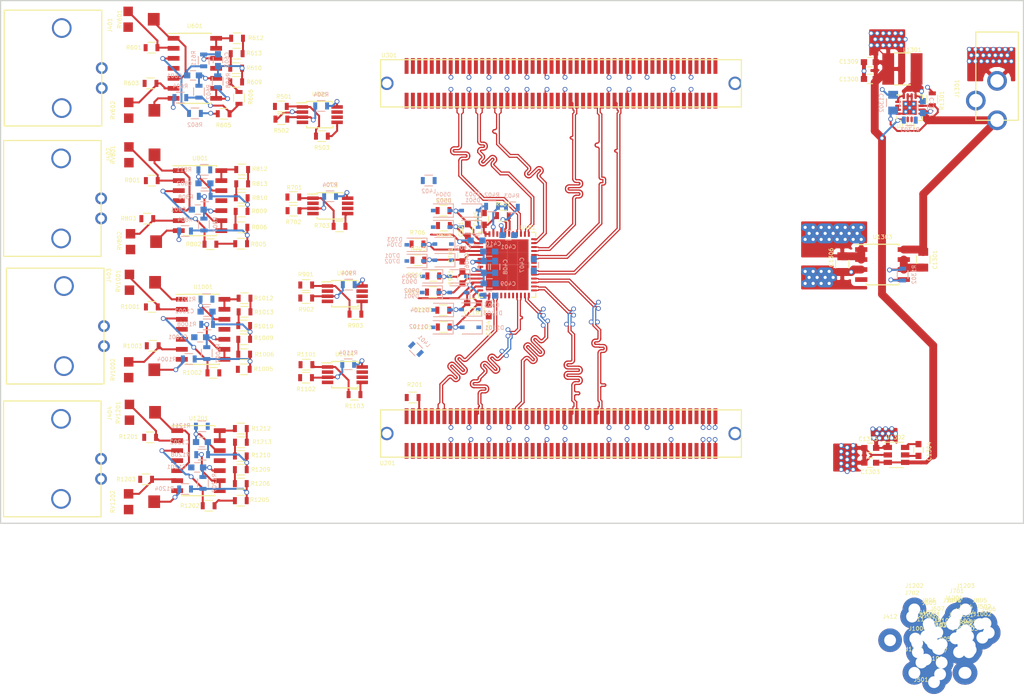
<source format=kicad_pcb>
(kicad_pcb (version 4) (host pcbnew 4.0.6-e0-6349~53~ubuntu16.04.1)
  (layers (0 F.Cu signal) (1 In1.Cu power) (2 In2.Cu power) (31 B.Cu signal) (34 B.Paste user) (35 F.Paste user) (36 B.SilkS user) (37 F.SilkS user) (38 B.Mask user) (39 F.Mask user) (44 Edge.Cuts user))
  (net 0 "")
  (net 1 GNDREF)
  (net 2 "Net-(C401-Pad1)")
  (net 3 /ADC/Vcm12)
  (net 4 /ADC/Vcm34)
  (net 5 +1V8)
  (net 6 "Net-(C406-Pad2)")
  (net 7 "Net-(C406-Pad1)")
  (net 8 GND)
  (net 9 "/ADC/Diff Conv1/Vout+")
  (net 10 "/ADC/Diff Conv1/Vout-")
  (net 11 "Net-(C601-Pad1)")
  (net 12 "Net-(C602-Pad2)")
  (net 13 "Net-(C602-Pad1)")
  (net 14 "/ADC/Diff Conv2/Vout+")
  (net 15 "/ADC/Diff Conv2/Vout-")
  (net 16 "Net-(C801-Pad1)")
  (net 17 "Net-(C802-Pad2)")
  (net 18 "Net-(C802-Pad1)")
  (net 19 "/ADC/Diff Conv3/Vout+")
  (net 20 "/ADC/Diff Conv3/Vout-")
  (net 21 "Net-(C1001-Pad1)")
  (net 22 "Net-(C1002-Pad2)")
  (net 23 "Net-(C1002-Pad1)")
  (net 24 "/ADC/Diff Conv4/Vout+")
  (net 25 "/ADC/Diff Conv4/Vout-")
  (net 26 "Net-(C1201-Pad1)")
  (net 27 "Net-(C1202-Pad2)")
  (net 28 "Net-(C1202-Pad1)")
  (net 29 /Power/Vin)
  (net 30 "Net-(C1304-Pad2)")
  (net 31 "Net-(C1304-Pad1)")
  (net 32 -5V)
  (net 33 "Net-(C1307-Pad2)")
  (net 34 "Net-(C1307-Pad1)")
  (net 35 +5V)
  (net 36 /ADC/Filter1/Vin)
  (net 37 /ADC/Filter2/Vin)
  (net 38 /ADC/Filter3/Vin)
  (net 39 /ADC/Filter4/Vin)
  (net 40 "Net-(J602-Pad1)")
  (net 41 "Net-(J603-Pad1)")
  (net 42 "Net-(J605-Pad1)")
  (net 43 "Net-(J607-Pad1)")
  (net 44 "Net-(J802-Pad1)")
  (net 45 "Net-(J803-Pad1)")
  (net 46 "Net-(J805-Pad1)")
  (net 47 "Net-(J807-Pad1)")
  (net 48 "Net-(J1002-Pad1)")
  (net 49 "Net-(J1003-Pad1)")
  (net 50 "Net-(J1005-Pad1)")
  (net 51 "Net-(J1007-Pad1)")
  (net 52 "Net-(J1202-Pad1)")
  (net 53 "Net-(J1203-Pad1)")
  (net 54 "Net-(J1205-Pad1)")
  (net 55 "Net-(J1207-Pad1)")
  (net 56 "Net-(R201-Pad2)")
  (net 57 /ADC/MISO)
  (net 58 "Net-(R402-Pad1)")
  (net 59 "Net-(R501-Pad1)")
  (net 60 "/ADC/Diff Conv1/Vin")
  (net 61 "Net-(R502-Pad1)")
  (net 62 "Net-(R503-Pad1)")
  (net 63 "Net-(R504-Pad1)")
  (net 64 "Net-(R601-Pad2)")
  (net 65 "Net-(R602-Pad2)")
  (net 66 "Net-(R603-Pad2)")
  (net 67 "Net-(R604-Pad1)")
  (net 68 "Net-(R606-Pad2)")
  (net 69 "Net-(R610-Pad2)")
  (net 70 "Net-(R701-Pad1)")
  (net 71 "/ADC/Diff Conv2/Vin")
  (net 72 "Net-(R702-Pad1)")
  (net 73 "Net-(R703-Pad1)")
  (net 74 "Net-(R704-Pad1)")
  (net 75 "Net-(R801-Pad2)")
  (net 76 "Net-(R802-Pad2)")
  (net 77 "Net-(R803-Pad2)")
  (net 78 "Net-(R804-Pad1)")
  (net 79 "Net-(R806-Pad2)")
  (net 80 "Net-(R810-Pad2)")
  (net 81 "Net-(R901-Pad1)")
  (net 82 "/ADC/Diff Conv3/Vin")
  (net 83 "Net-(R902-Pad1)")
  (net 84 "Net-(R903-Pad1)")
  (net 85 "Net-(R904-Pad1)")
  (net 86 "Net-(R1001-Pad2)")
  (net 87 "Net-(R1002-Pad2)")
  (net 88 "Net-(R1003-Pad2)")
  (net 89 "Net-(R1004-Pad1)")
  (net 90 "Net-(R1006-Pad2)")
  (net 91 "Net-(R1010-Pad2)")
  (net 92 "Net-(R1101-Pad1)")
  (net 93 "/ADC/Diff Conv4/Vin")
  (net 94 "Net-(R1102-Pad1)")
  (net 95 "Net-(R1103-Pad1)")
  (net 96 "Net-(R1104-Pad1)")
  (net 97 "Net-(R1201-Pad2)")
  (net 98 "Net-(R1202-Pad2)")
  (net 99 "Net-(R1203-Pad2)")
  (net 100 "Net-(R1204-Pad1)")
  (net 101 "Net-(R1206-Pad2)")
  (net 102 "Net-(R1210-Pad2)")
  (net 103 /vccio_en)
  (net 104 /v_good)
  (net 105 /data_clk-)
  (net 106 /data_clk+)
  (net 107 /fr_clk-)
  (net 108 /fr_clk+)
  (net 109 /out3a-)
  (net 110 /out3a+)
  (net 111 /out3b-)
  (net 112 /out4b+)
  (net 113 /out4a+)
  (net 114 /samp_clk-)
  (net 115 /out4b-)
  (net 116 /samp_clk+)
  (net 117 /out3b+)
  (net 118 /out4a-)
  (net 119 /out1a+)
  (net 120 /out1b-)
  (net 121 /out1b+)
  (net 122 /out2a+)
  (net 123 /out2b+)
  (net 124 /out2a-)
  (net 125 /out2b-)
  (net 126 /out1a-)
  (module Capacitors_SMD:C_0603 (layer B.Cu) (at 171.12 70.07)
    (fp_text reference C401 (at 0 1.5) (layer B.SilkS) (effects (font (size 0.508 0.508) (thickness 0.0762)) (justify mirror)))
    (fp_text value 1u)
    (pad 2 smd rect (at 0.75 0) (size 0.8 0.75) (layers B.Cu B.Paste B.Mask) (net 1 GNDREF))
    (pad 1 smd rect (at -0.75 0) (size 0.8 0.75) (layers B.Cu B.Paste B.Mask) (net 2 "Net-(C401-Pad1)"))
  )
  (module Capacitors_SMD:C_0603 (layer B.Cu) (at 167.07 70.75)
    (fp_text reference C402 (at -1.64 0.92) (layer B.SilkS) (effects (font (size 0.508 0.508) (thickness 0.0762)) (justify mirror)))
    (fp_text value 100n)
    (pad 2 smd rect (at 0.75 0) (size 0.8 0.75) (layers B.Cu B.Paste B.Mask) (net 1 GNDREF))
    (pad 1 smd rect (at -0.75 0) (size 0.8 0.75) (layers B.Cu B.Paste B.Mask) (net 3 /ADC/Vcm12))
  )
  (module Capacitors_SMD:C_0603 (layer B.Cu) (at 168.69 77.76)
    (fp_text reference C403 (at 0.33 1.18) (layer B.SilkS) (effects (font (size 0.508 0.508) (thickness 0.0762)) (justify mirror)))
    (fp_text value 100n)
    (pad 2 smd rect (at 0.75 0) (size 0.8 0.75) (layers B.Cu B.Paste B.Mask) (net 1 GNDREF))
    (pad 1 smd rect (at -0.75 0) (size 0.8 0.75) (layers B.Cu B.Paste B.Mask) (net 4 /ADC/Vcm34))
  )
  (module Capacitors_SMD:C_0603 (layer F.Cu) (at 168.63 79.61 270)
    (fp_text reference C404 (at 2.27 0.03 270) (layer F.SilkS) (effects (font (size 0.508 0.508) (thickness 0.0762))))
    (fp_text value 100n)
    (pad 2 smd rect (at 0.75 0 270) (size 0.8 0.75) (layers F.Cu F.Paste F.Mask) (net 1 GNDREF))
    (pad 1 smd rect (at -0.75 0 270) (size 0.8 0.75) (layers F.Cu F.Paste F.Mask) (net 5 +1V8))
  )
  (module Capacitors_SMD:C_0603 (layer F.Cu) (at 168.01 68.01 90)
    (fp_text reference C405 (at 0.01 -1.01 90) (layer F.SilkS) (effects (font (size 0.508 0.508) (thickness 0.0762))))
    (fp_text value 100n)
    (pad 2 smd rect (at 0.75 0 90) (size 0.8 0.75) (layers F.Cu F.Paste F.Mask) (net 1 GNDREF))
    (pad 1 smd rect (at -0.75 0 90) (size 0.8 0.75) (layers F.Cu F.Paste F.Mask) (net 5 +1V8))
  )
  (module Capacitors_SMD:C_0603 (layer B.Cu) (at 167.99 74.1 270)
    (fp_text reference C406 (at -0.78 2.14 270) (layer B.SilkS) (effects (font (size 0.508 0.508) (thickness 0.0762)) (justify mirror)))
    (fp_text value 100n)
    (pad 2 smd rect (at 0.75 0 270) (size 0.8 0.75) (layers B.Cu B.Paste B.Mask) (net 6 "Net-(C406-Pad2)"))
    (pad 1 smd rect (at -0.75 0 270) (size 0.8 0.75) (layers B.Cu B.Paste B.Mask) (net 7 "Net-(C406-Pad1)"))
  )
  (module Capacitors_SMD:C_0603 (layer B.Cu) (at 174.35 73.86 270)
    (fp_text reference C407 (at 0 1.5 270) (layer B.SilkS) (effects (font (size 0.508 0.508) (thickness 0.0762)) (justify mirror)))
    (fp_text value 100n)
    (pad 2 smd rect (at 0.75 0 270) (size 0.8 0.75) (layers B.Cu B.Paste B.Mask) (net 8 GND))
    (pad 1 smd rect (at -0.75 0 270) (size 0.8 0.75) (layers B.Cu B.Paste B.Mask) (net 5 +1V8))
  )
  (module Capacitors_SMD:C_0603 (layer B.Cu) (at 169.44 74.1 270)
    (fp_text reference C408 (at 0 -1.3 270) (layer B.SilkS) (effects (font (size 0.508 0.508) (thickness 0.0762)) (justify mirror)))
    (fp_text value 2.2u)
    (pad 2 smd rect (at 0.75 0 270) (size 0.8 0.75) (layers B.Cu B.Paste B.Mask) (net 6 "Net-(C406-Pad2)"))
    (pad 1 smd rect (at -0.75 0 270) (size 0.8 0.75) (layers B.Cu B.Paste B.Mask) (net 7 "Net-(C406-Pad1)"))
  )
  (module Capacitors_SMD:C_0603 (layer B.Cu) (at 168.74 76.2 180)
    (fp_text reference C409 (at -2.35 -0.05 180) (layer B.SilkS) (effects (font (size 0.508 0.508) (thickness 0.0762)) (justify mirror)))
    (fp_text value 100n)
    (pad 2 smd rect (at 0.75 0 180) (size 0.8 0.75) (layers B.Cu B.Paste B.Mask) (net 6 "Net-(C406-Pad2)"))
    (pad 1 smd rect (at -0.75 0 180) (size 0.8 0.75) (layers B.Cu B.Paste B.Mask) (net 1 GNDREF))
  )
  (module Capacitors_SMD:C_0603 (layer B.Cu) (at 168.69 72.15)
    (fp_text reference C410 (at 0.53 -0.99) (layer B.SilkS) (effects (font (size 0.508 0.508) (thickness 0.0762)) (justify mirror)))
    (fp_text value 100n)
    (pad 2 smd rect (at 0.75 0) (size 0.8 0.75) (layers B.Cu B.Paste B.Mask) (net 1 GNDREF))
    (pad 1 smd rect (at -0.75 0) (size 0.8 0.75) (layers B.Cu B.Paste B.Mask) (net 7 "Net-(C406-Pad1)"))
  )
  (module Capacitors_SMD:C_0603 (layer F.Cu) (at 165.97486 69.43226 90)
    (fp_text reference C501 (at 0.10226 -0.89486 90) (layer F.SilkS) (effects (font (size 0.508 0.508) (thickness 0.0762))))
    (fp_text value 10n)
    (pad 2 smd rect (at 0.75 0 90) (size 0.8 0.75) (layers F.Cu F.Paste F.Mask) (net 9 "/ADC/Diff Conv1/Vout+"))
    (pad 1 smd rect (at -0.75 0 90) (size 0.8 0.75) (layers F.Cu F.Paste F.Mask) (net 10 "/ADC/Diff Conv1/Vout-"))
  )
  (module Capacitors_SMD:C_0603 (layer B.Cu) (at 131.09852 49.79398 180)
    (fp_text reference C601 (at 2.3495 -0.0508 180) (layer B.SilkS) (effects (font (size 0.508 0.508) (thickness 0.0762)) (justify mirror)))
    (fp_text value 1n)
    (pad 2 smd rect (at 0.75 0 180) (size 0.8 0.75) (layers B.Cu B.Paste B.Mask) (net 1 GNDREF))
    (pad 1 smd rect (at -0.75 0 180) (size 0.8 0.75) (layers B.Cu B.Paste B.Mask) (net 11 "Net-(C601-Pad1)"))
  )
  (module Capacitors_SMD:C_0603 (layer B.Cu) (at 134.26082 47.86358 270)
    (fp_text reference C602 (at -0.0508 -1.1303 270) (layer B.SilkS) (effects (font (size 0.508 0.508) (thickness 0.0762)) (justify mirror)))
    (fp_text value 1n)
    (pad 2 smd rect (at 0.75 0 270) (size 0.8 0.75) (layers B.Cu B.Paste B.Mask) (net 12 "Net-(C602-Pad2)"))
    (pad 1 smd rect (at -0.75 0 270) (size 0.8 0.75) (layers B.Cu B.Paste B.Mask) (net 13 "Net-(C602-Pad1)"))
  )
  (module Capacitors_SMD:C_0603 (layer F.Cu) (at 165.29 72.65 90)
    (fp_text reference C701 (at 0 -1.5 90) (layer F.SilkS) (effects (font (size 0.508 0.508) (thickness 0.0762))))
    (fp_text value 10n)
    (pad 2 smd rect (at 0.75 0 90) (size 0.8 0.75) (layers F.Cu F.Paste F.Mask) (net 14 "/ADC/Diff Conv2/Vout+"))
    (pad 1 smd rect (at -0.75 0 90) (size 0.8 0.75) (layers F.Cu F.Paste F.Mask) (net 15 "/ADC/Diff Conv2/Vout-"))
  )
  (module Capacitors_SMD:C_0603 (layer B.Cu) (at 131.6916 66.8323 180)
    (fp_text reference C801 (at 2.4511 0.0381 180) (layer B.SilkS) (effects (font (size 0.508 0.508) (thickness 0.0762)) (justify mirror)))
    (fp_text value 1n)
    (pad 2 smd rect (at 0.75 0 180) (size 0.8 0.75) (layers B.Cu B.Paste B.Mask) (net 1 GNDREF))
    (pad 1 smd rect (at -0.75 0 180) (size 0.8 0.75) (layers B.Cu B.Paste B.Mask) (net 16 "Net-(C801-Pad1)"))
  )
  (module Capacitors_SMD:C_0603 (layer B.Cu) (at 132.5425 63.4922)
    (fp_text reference C802 (at -2.54 0.0127) (layer B.SilkS) (effects (font (size 0.508 0.508) (thickness 0.0762)) (justify mirror)))
    (fp_text value 1n)
    (pad 2 smd rect (at 0.75 0) (size 0.8 0.75) (layers B.Cu B.Paste B.Mask) (net 17 "Net-(C802-Pad2)"))
    (pad 1 smd rect (at -0.75 0) (size 0.8 0.75) (layers B.Cu B.Paste B.Mask) (net 18 "Net-(C802-Pad1)"))
  )
  (module Capacitors_SMD:C_0603 (layer F.Cu) (at 165.29 75.45 90)
    (fp_text reference C901 (at 0 -1.5 90) (layer F.SilkS) (effects (font (size 0.508 0.508) (thickness 0.0762))))
    (fp_text value 10n)
    (pad 2 smd rect (at 0.75 0 90) (size 0.8 0.75) (layers F.Cu F.Paste F.Mask) (net 19 "/ADC/Diff Conv3/Vout+"))
    (pad 1 smd rect (at -0.75 0 90) (size 0.8 0.75) (layers F.Cu F.Paste F.Mask) (net 20 "/ADC/Diff Conv3/Vout-"))
  )
  (module Capacitors_SMD:C_0603 (layer B.Cu) (at 132.0091 83.0248 180)
    (fp_text reference C1001 (at 2.8448 0.02032 180) (layer B.SilkS) (effects (font (size 0.508 0.508) (thickness 0.0762)) (justify mirror)))
    (fp_text value 1n)
    (pad 2 smd rect (at 0.75 0 180) (size 0.8 0.75) (layers B.Cu B.Paste B.Mask) (net 1 GNDREF))
    (pad 1 smd rect (at -0.75 0 180) (size 0.8 0.75) (layers B.Cu B.Paste B.Mask) (net 21 "Net-(C1001-Pad1)"))
  )
  (module Capacitors_SMD:C_0603 (layer B.Cu) (at 132.81174 79.77868)
    (fp_text reference C1002 (at -2.79908 -0.06096) (layer B.SilkS) (effects (font (size 0.508 0.508) (thickness 0.0762)) (justify mirror)))
    (fp_text value 1n)
    (pad 2 smd rect (at 0.75 0) (size 0.8 0.75) (layers B.Cu B.Paste B.Mask) (net 22 "Net-(C1002-Pad2)"))
    (pad 1 smd rect (at -0.75 0) (size 0.8 0.75) (layers B.Cu B.Paste B.Mask) (net 23 "Net-(C1002-Pad1)"))
  )
  (module Capacitors_SMD:C_0603 (layer F.Cu) (at 166.64 78.7 180)
    (fp_text reference C1101 (at -0.05 -1.2 180) (layer F.SilkS) (effects (font (size 0.508 0.508) (thickness 0.0762))))
    (fp_text value 10n)
    (pad 2 smd rect (at 0.75 0 180) (size 0.8 0.75) (layers F.Cu F.Paste F.Mask) (net 24 "/ADC/Diff Conv4/Vout+"))
    (pad 1 smd rect (at -0.75 0 180) (size 0.8 0.75) (layers F.Cu F.Paste F.Mask) (net 25 "/ADC/Diff Conv4/Vout-"))
  )
  (module Capacitors_SMD:C_0603 (layer B.Cu) (at 131.62302 99.55004 180)
    (fp_text reference C1201 (at 2.63652 0.06604 180) (layer B.SilkS) (effects (font (size 0.508 0.508) (thickness 0.0762)) (justify mirror)))
    (fp_text value 1n)
    (pad 2 smd rect (at 0.75 0 180) (size 0.8 0.75) (layers B.Cu B.Paste B.Mask) (net 1 GNDREF))
    (pad 1 smd rect (at -0.75 0 180) (size 0.8 0.75) (layers B.Cu B.Paste B.Mask) (net 26 "Net-(C1201-Pad1)"))
  )
  (module Capacitors_SMD:C_0603 (layer B.Cu) (at 132.22754 96.3344)
    (fp_text reference C1202 (at -2.86004 0.01524) (layer B.SilkS) (effects (font (size 0.508 0.508) (thickness 0.0762)) (justify mirror)))
    (fp_text value 1n)
    (pad 2 smd rect (at 0.75 0) (size 0.8 0.75) (layers B.Cu B.Paste B.Mask) (net 27 "Net-(C1202-Pad2)"))
    (pad 1 smd rect (at -0.75 0) (size 0.8 0.75) (layers B.Cu B.Paste B.Mask) (net 28 "Net-(C1202-Pad1)"))
  )
  (module Capacitors_SMD:C_0805 (layer F.Cu) (at 223.7769 73.1928 270)
    (fp_text reference C1301 (at 0 -1.5 270) (layer F.SilkS) (effects (font (size 0.508 0.508) (thickness 0.0762))))
    (fp_text value 10u)
    (pad 1 smd rect (at -1 0 270) (size 1 1.25) (layers F.Cu F.Paste F.Mask) (net 29 /Power/Vin))
    (pad 2 smd rect (at 1 0 270) (size 1 1.25) (layers F.Cu F.Paste F.Mask) (net 8 GND))
  )
  (module Capacitors_SMD:C_0805 (layer B.Cu) (at 219.958296 53.2559 90)
    (fp_text reference C1302 (at -0.0254 -1.4859 90) (layer B.SilkS) (effects (font (size 0.508 0.508) (thickness 0.0762)) (justify mirror)))
    (fp_text value 10u)
    (pad 1 smd rect (at -1 0 90) (size 1 1.25) (layers B.Cu B.Paste B.Mask) (net 29 /Power/Vin))
    (pad 2 smd rect (at 1 0 90) (size 1 1.25) (layers B.Cu B.Paste B.Mask) (net 8 GND))
  )
  (module Capacitors_SMD:C_0603 (layer F.Cu) (at 217.0516 98.9558 180)
    (fp_text reference C1303 (at 0.0127 -1.1684 180) (layer F.SilkS) (effects (font (size 0.508 0.508) (thickness 0.0762))))
    (fp_text value 2.2u)
    (pad 2 smd rect (at 0.75 0 180) (size 0.8 0.75) (layers F.Cu F.Paste F.Mask) (net 8 GND))
    (pad 1 smd rect (at -0.75 0 180) (size 0.8 0.75) (layers F.Cu F.Paste F.Mask) (net 35 +5V))
  )
  (module Capacitors_SMD:C_0603 (layer F.Cu) (at 223.173 97.3429 90)
    (fp_text reference C1304 (at -0.1524 1.3589 90) (layer F.SilkS) (effects (font (size 0.508 0.508) (thickness 0.0762))))
    (fp_text value 1u)
    (pad 2 smd rect (at 0.75 0 90) (size 0.8 0.75) (layers F.Cu F.Paste F.Mask) (net 30 "Net-(C1304-Pad2)"))
    (pad 1 smd rect (at -0.75 0 90) (size 0.8 0.75) (layers F.Cu F.Paste F.Mask) (net 31 "Net-(C1304-Pad1)"))
  )
  (module Capacitors_SMD:C_0603 (layer F.Cu) (at 217.0516 97.0762 180)
    (fp_text reference C1305 (at 0.2667 1.1303 180) (layer F.SilkS) (effects (font (size 0.508 0.508) (thickness 0.0762))))
    (fp_text value 2.2u)
    (pad 2 smd rect (at 0.75 0 180) (size 0.8 0.75) (layers F.Cu F.Paste F.Mask) (net 8 GND))
    (pad 1 smd rect (at -0.75 0 180) (size 0.8 0.75) (layers F.Cu F.Paste F.Mask) (net 32 -5V))
  )
  (module Capacitors_SMD:C_0805 (layer F.Cu) (at 213.5026 73.7516 270)
    (fp_text reference C1306 (at -0.8536 1.4126 270) (layer F.SilkS) (effects (font (size 0.508 0.508) (thickness 0.0762))))
    (fp_text value 10u)
    (pad 1 smd rect (at -1 0 270) (size 1 1.25) (layers F.Cu F.Paste F.Mask) (net 5 +1V8))
    (pad 2 smd rect (at 1 0 270) (size 1 1.25) (layers F.Cu F.Paste F.Mask) (net 8 GND))
  )
  (module Capacitors_SMD:C_0603 (layer B.Cu) (at 223.730196 53.8147 270)
    (fp_text reference C1307 (at -0.0127 -1.1303 270) (layer B.SilkS) (effects (font (size 0.508 0.508) (thickness 0.0762)) (justify mirror)))
    (fp_text value 22n)
    (pad 2 smd rect (at 0.75 0 270) (size 0.8 0.75) (layers B.Cu B.Paste B.Mask) (net 33 "Net-(C1307-Pad2)"))
    (pad 1 smd rect (at -0.75 0 270) (size 0.8 0.75) (layers B.Cu B.Paste B.Mask) (net 34 "Net-(C1307-Pad1)"))
  )
  (module Capacitors_SMD:C_0603 (layer F.Cu) (at 217.00471 50.246852 180)
    (fp_text reference C1308 (at 2.6797 -0.0381 180) (layer F.SilkS) (effects (font (size 0.508 0.508) (thickness 0.0762))))
    (fp_text value 22u)
    (pad 2 smd rect (at 0.75 0 180) (size 0.8 0.75) (layers F.Cu F.Paste F.Mask) (net 8 GND))
    (pad 1 smd rect (at -0.75 0 180) (size 0.8 0.75) (layers F.Cu F.Paste F.Mask) (net 35 +5V))
  )
  (module Capacitors_SMD:C_0603 (layer F.Cu) (at 217.00471 48.113252 180)
    (fp_text reference C1309 (at 2.6797 0.0635 180) (layer F.SilkS) (effects (font (size 0.508 0.508) (thickness 0.0762))))
    (fp_text value 22u)
    (pad 2 smd rect (at 0.75 0 180) (size 0.8 0.75) (layers F.Cu F.Paste F.Mask) (net 8 GND))
    (pad 1 smd rect (at -0.75 0 180) (size 0.8 0.75) (layers F.Cu F.Paste F.Mask) (net 35 +5V))
  )
  (module Diodes_SMD:D_SOD-323 (layer B.Cu) (at 166.24 69.05 180)
    (fp_text reference D501 (at -0.37 3.42 180) (layer B.SilkS) (effects (font (size 0.508 0.508) (thickness 0.0762)) (justify mirror)))
    (fp_text value D_Schottky)
    (pad 1 smd rect (at -1.05 0 180) (size 0.6 0.45) (layers B.Cu B.Paste B.Mask) (net 5 +1V8))
    (pad 2 smd rect (at 1.05 0 180) (size 0.6 0.45) (layers B.Cu B.Paste B.Mask) (net 10 "/ADC/Diff Conv1/Vout-"))
  )
  (module Diodes_SMD:D_SOD-323 (layer B.Cu) (at 162.64 69.05 180)
    (fp_text reference D502 (at -0.29 3.37 180) (layer B.SilkS) (effects (font (size 0.508 0.508) (thickness 0.0762)) (justify mirror)))
    (fp_text value D_Schottky)
    (pad 1 smd rect (at -1.05 0 180) (size 0.6 0.45) (layers B.Cu B.Paste B.Mask) (net 10 "/ADC/Diff Conv1/Vout-"))
    (pad 2 smd rect (at 1.05 0 180) (size 0.6 0.45) (layers B.Cu B.Paste B.Mask) (net 1 GNDREF))
  )
  (module Diodes_SMD:D_SOD-323 (layer B.Cu) (at 166.24 66.95 180)
    (fp_text reference D503 (at -0.36 2.07 180) (layer B.SilkS) (effects (font (size 0.508 0.508) (thickness 0.0762)) (justify mirror)))
    (fp_text value D_Schottky)
    (pad 1 smd rect (at -1.05 0 180) (size 0.6 0.45) (layers B.Cu B.Paste B.Mask) (net 5 +1V8))
    (pad 2 smd rect (at 1.05 0 180) (size 0.6 0.45) (layers B.Cu B.Paste B.Mask) (net 9 "/ADC/Diff Conv1/Vout+"))
  )
  (module Diodes_SMD:D_SOD-323 (layer B.Cu) (at 162.64 66.95 180)
    (fp_text reference D504 (at -0.21 2.05 180) (layer B.SilkS) (effects (font (size 0.508 0.508) (thickness 0.0762)) (justify mirror)))
    (fp_text value D_Schottky)
    (pad 1 smd rect (at -1.05 0 180) (size 0.6 0.45) (layers B.Cu B.Paste B.Mask) (net 9 "/ADC/Diff Conv1/Vout+"))
    (pad 2 smd rect (at 1.05 0 180) (size 0.6 0.45) (layers B.Cu B.Paste B.Mask) (net 1 GNDREF))
  )
  (module Diodes_SMD:D_SOD-323 (layer B.Cu) (at 162.84 73.25 180)
    (fp_text reference D701 (at 6.45 0.56 180) (layer B.SilkS) (effects (font (size 0.508 0.508) (thickness 0.0762)) (justify mirror)))
    (fp_text value D_Schottky)
    (pad 1 smd rect (at -1.05 0 180) (size 0.6 0.45) (layers B.Cu B.Paste B.Mask) (net 5 +1V8))
    (pad 2 smd rect (at 1.05 0 180) (size 0.6 0.45) (layers B.Cu B.Paste B.Mask) (net 15 "/ADC/Diff Conv2/Vout-"))
  )
  (module Diodes_SMD:D_SOD-323 (layer B.Cu) (at 159.29 73.35 180)
    (fp_text reference D702 (at 2.9 -0.05 180) (layer B.SilkS) (effects (font (size 0.508 0.508) (thickness 0.0762)) (justify mirror)))
    (fp_text value D_Schottky)
    (pad 1 smd rect (at -1.05 0 180) (size 0.6 0.45) (layers B.Cu B.Paste B.Mask) (net 15 "/ADC/Diff Conv2/Vout-"))
    (pad 2 smd rect (at 1.05 0 180) (size 0.6 0.45) (layers B.Cu B.Paste B.Mask) (net 1 GNDREF))
  )
  (module Diodes_SMD:D_SOD-323 (layer B.Cu) (at 162.84 71.2 180)
    (fp_text reference D703 (at 6.12 0.57 180) (layer B.SilkS) (effects (font (size 0.508 0.508) (thickness 0.0762)) (justify mirror)))
    (fp_text value D_Schottky)
    (pad 1 smd rect (at -1.05 0 180) (size 0.6 0.45) (layers B.Cu B.Paste B.Mask) (net 5 +1V8))
    (pad 2 smd rect (at 1.05 0 180) (size 0.6 0.45) (layers B.Cu B.Paste B.Mask) (net 14 "/ADC/Diff Conv2/Vout+"))
  )
  (module Diodes_SMD:D_SOD-323 (layer B.Cu) (at 159.29 71.3 180)
    (fp_text reference D704 (at 2.65 0 180) (layer B.SilkS) (effects (font (size 0.508 0.508) (thickness 0.0762)) (justify mirror)))
    (fp_text value D_Schottky)
    (pad 1 smd rect (at -1.05 0 180) (size 0.6 0.45) (layers B.Cu B.Paste B.Mask) (net 14 "/ADC/Diff Conv2/Vout+"))
    (pad 2 smd rect (at 1.05 0 180) (size 0.6 0.45) (layers B.Cu B.Paste B.Mask) (net 1 GNDREF))
  )
  (module Diodes_SMD:D_SOD-323 (layer B.Cu) (at 164.74 77.35 180)
    (fp_text reference D901 (at 5.93 -0.46 180) (layer B.SilkS) (effects (font (size 0.508 0.508) (thickness 0.0762)) (justify mirror)))
    (fp_text value D_Schottky)
    (pad 1 smd rect (at -1.05 0 180) (size 0.6 0.45) (layers B.Cu B.Paste B.Mask) (net 5 +1V8))
    (pad 2 smd rect (at 1.05 0 180) (size 0.6 0.45) (layers B.Cu B.Paste B.Mask) (net 20 "/ADC/Diff Conv3/Vout-"))
  )
  (module Diodes_SMD:D_SOD-323 (layer B.Cu) (at 161.24 77.35 180)
    (fp_text reference D902 (at 2.39 0.23 180) (layer B.SilkS) (effects (font (size 0.508 0.508) (thickness 0.0762)) (justify mirror)))
    (fp_text value D_Schottky)
    (pad 1 smd rect (at -1.05 0 180) (size 0.6 0.45) (layers B.Cu B.Paste B.Mask) (net 20 "/ADC/Diff Conv3/Vout-"))
    (pad 2 smd rect (at 1.05 0 180) (size 0.6 0.45) (layers B.Cu B.Paste B.Mask) (net 1 GNDREF))
  )
  (module Diodes_SMD:D_SOD-323 (layer B.Cu) (at 164.74 75.3 180)
    (fp_text reference D903 (at 6.17 -0.68 180) (layer B.SilkS) (effects (font (size 0.508 0.508) (thickness 0.0762)) (justify mirror)))
    (fp_text value D_Schottky)
    (pad 1 smd rect (at -1.05 0 180) (size 0.6 0.45) (layers B.Cu B.Paste B.Mask) (net 5 +1V8))
    (pad 2 smd rect (at 1.05 0 180) (size 0.6 0.45) (layers B.Cu B.Paste B.Mask) (net 19 "/ADC/Diff Conv3/Vout+"))
  )
  (module Diodes_SMD:D_SOD-323 (layer B.Cu) (at 161.29 75.3 180)
    (fp_text reference D904 (at 2.75 0 180) (layer B.SilkS) (effects (font (size 0.508 0.508) (thickness 0.0762)) (justify mirror)))
    (fp_text value D_Schottky)
    (pad 1 smd rect (at -1.05 0 180) (size 0.6 0.45) (layers B.Cu B.Paste B.Mask) (net 19 "/ADC/Diff Conv3/Vout+"))
    (pad 2 smd rect (at 1.05 0 180) (size 0.6 0.45) (layers B.Cu B.Paste B.Mask) (net 1 GNDREF))
  )
  (module Diodes_SMD:D_SOD-323 (layer B.Cu) (at 166.31 81.77 180)
    (fp_text reference D1101 (at -3.05 -0.05 180) (layer B.SilkS) (effects (font (size 0.508 0.508) (thickness 0.0762)) (justify mirror)))
    (fp_text value D_Schottky)
    (pad 1 smd rect (at -1.05 0 180) (size 0.6 0.45) (layers B.Cu B.Paste B.Mask) (net 5 +1V8))
    (pad 2 smd rect (at 1.05 0 180) (size 0.6 0.45) (layers B.Cu B.Paste B.Mask) (net 25 "/ADC/Diff Conv4/Vout-"))
  )
  (module Diodes_SMD:D_SOD-323 (layer B.Cu) (at 162.61 81.77 180)
    (fp_text reference D1102 (at 2.882 0.08 180) (layer B.SilkS) (effects (font (size 0.508 0.508) (thickness 0.0762)) (justify mirror)))
    (fp_text value D_Schottky)
    (pad 1 smd rect (at -1.05 0 180) (size 0.6 0.45) (layers B.Cu B.Paste B.Mask) (net 25 "/ADC/Diff Conv4/Vout-"))
    (pad 2 smd rect (at 1.05 0 180) (size 0.6 0.45) (layers B.Cu B.Paste B.Mask) (net 1 GNDREF))
  )
  (module Diodes_SMD:D_SOD-323 (layer B.Cu) (at 166.24 79.51 180)
    (fp_text reference D1103 (at -2.93 -0.46 180) (layer B.SilkS) (effects (font (size 0.508 0.508) (thickness 0.0762)) (justify mirror)))
    (fp_text value D_Schottky)
    (pad 1 smd rect (at -1.05 0 180) (size 0.6 0.45) (layers B.Cu B.Paste B.Mask) (net 5 +1V8))
    (pad 2 smd rect (at 1.05 0 180) (size 0.6 0.45) (layers B.Cu B.Paste B.Mask) (net 24 "/ADC/Diff Conv4/Vout+"))
  )
  (module Diodes_SMD:D_SOD-323 (layer B.Cu) (at 162.66 79.57 180)
    (fp_text reference D1104 (at 2.78 -0.02 180) (layer B.SilkS) (effects (font (size 0.508 0.508) (thickness 0.0762)) (justify mirror)))
    (fp_text value D_Schottky)
    (pad 1 smd rect (at -1.05 0 180) (size 0.6 0.45) (layers B.Cu B.Paste B.Mask) (net 24 "/ADC/Diff Conv4/Vout+"))
    (pad 2 smd rect (at 1.05 0 180) (size 0.6 0.45) (layers B.Cu B.Paste B.Mask) (net 1 GNDREF))
  )
  (module robosub_footprints:BNC-Coax-TE (layer F.Cu) (at 119.5123 48.86434 90)
    (fp_text reference J401 (at 5.439024 1.048299 90) (layer F.SilkS) (effects (font (size 0.508 0.508) (thickness 0.0762))))
    (fp_text value CONN_COAXIAL)
    (pad ~ thru_hole circle (at -5.08 -5.08 90) (size 2.5 2.5) (drill 2) (layers *.Cu *.Mask))
    (pad ~ thru_hole circle (at 5.08 -5.08 90) (size 2.5 2.5) (drill 2) (layers *.Cu *.Mask))
    (pad 1 thru_hole circle (at 0 0 90) (size 1.5 1.5) (drill 0.9) (layers *.Cu *.Mask) (net 36 /ADC/Filter1/Vin))
    (pad 2 thru_hole circle (at -2.54 0 90) (size 1.5 1.5) (drill 0.9) (layers *.Cu *.Mask) (net 1 GNDREF))
  )
  (module robosub_footprints:BNC-Coax-TE (layer F.Cu) (at 119.4361 65.4099 90)
    (fp_text reference J402 (at 5.5499 0.9398 90) (layer F.SilkS) (effects (font (size 0.508 0.508) (thickness 0.0762))))
    (fp_text value CONN_COAXIAL)
    (pad ~ thru_hole circle (at -5.08 -5.08 90) (size 2.5 2.5) (drill 2) (layers *.Cu *.Mask))
    (pad ~ thru_hole circle (at 5.08 -5.08 90) (size 2.5 2.5) (drill 2) (layers *.Cu *.Mask))
    (pad 1 thru_hole circle (at 0 0 90) (size 1.5 1.5) (drill 0.9) (layers *.Cu *.Mask) (net 37 /ADC/Filter2/Vin))
    (pad 2 thru_hole circle (at -2.54 0 90) (size 1.5 1.5) (drill 0.9) (layers *.Cu *.Mask) (net 1 GNDREF))
  )
  (module robosub_footprints:BNC-Coax-TE (layer F.Cu) (at 119.7917 81.6151 90)
    (fp_text reference J403 (at 6.42366 0.63374 90) (layer F.SilkS) (effects (font (size 0.508 0.508) (thickness 0.0762))))
    (fp_text value CONN_COAXIAL)
    (pad ~ thru_hole circle (at -5.08 -5.08 90) (size 2.5 2.5) (drill 2) (layers *.Cu *.Mask))
    (pad ~ thru_hole circle (at 5.08 -5.08 90) (size 2.5 2.5) (drill 2) (layers *.Cu *.Mask))
    (pad 1 thru_hole circle (at 0 0 90) (size 1.5 1.5) (drill 0.9) (layers *.Cu *.Mask) (net 38 /ADC/Filter3/Vin))
    (pad 2 thru_hole circle (at -2.54 0 90) (size 1.5 1.5) (drill 0.9) (layers *.Cu *.Mask) (net 1 GNDREF))
  )
  (module robosub_footprints:BNC-Coax-TE (layer F.Cu) (at 119.4234 98.468 90)
    (fp_text reference J404 (at 5.770124 1.100999 90) (layer F.SilkS) (effects (font (size 0.508 0.508) (thickness 0.0762))))
    (fp_text value CONN_COAXIAL)
    (pad ~ thru_hole circle (at -5.08 -5.08 90) (size 2.5 2.5) (drill 2) (layers *.Cu *.Mask))
    (pad ~ thru_hole circle (at 5.08 -5.08 90) (size 2.5 2.5) (drill 2) (layers *.Cu *.Mask))
    (pad 1 thru_hole circle (at 0 0 90) (size 1.5 1.5) (drill 0.9) (layers *.Cu *.Mask) (net 39 /ADC/Filter4/Vin))
    (pad 2 thru_hole circle (at -2.54 0 90) (size 1.5 1.5) (drill 0.9) (layers *.Cu *.Mask) (net 1 GNDREF))
  )
  (module Measurement_Points:Measurement_Point_Round-TH_Big (layer F.Cu) (at 229.67 122.17)
    (fp_text reference J405 (at 0 -3) (layer F.SilkS) (effects (font (size 0.508 0.508) (thickness 0.0762))))
    (fp_text value TEST_1P)
    (pad 1 thru_hole circle (at 0 0) (size 3 3) (drill 1.5) (layers *.Cu *.Mask) (net 10 "/ADC/Diff Conv1/Vout-"))
  )
  (module Measurement_Points:Measurement_Point_Round-TH_Big (layer F.Cu) (at 232.09 120.53)
    (fp_text reference J406 (at 0 -3) (layer F.SilkS) (effects (font (size 0.508 0.508) (thickness 0.0762))))
    (fp_text value TEST_1P)
    (pad 1 thru_hole circle (at 0 0) (size 3 3) (drill 1.5) (layers *.Cu *.Mask) (net 9 "/ADC/Diff Conv1/Vout+"))
  )
  (module Measurement_Points:Measurement_Point_Round-TH_Big (layer F.Cu) (at 224.171719 120.9523)
    (fp_text reference J407 (at 0 -3) (layer F.SilkS) (effects (font (size 0.508 0.508) (thickness 0.0762))))
    (fp_text value TEST_1P)
    (pad 1 thru_hole circle (at 0 0) (size 3 3) (drill 1.5) (layers *.Cu *.Mask) (net 15 "/ADC/Diff Conv2/Vout-"))
  )
  (module Measurement_Points:Measurement_Point_Round-TH_Big (layer F.Cu) (at 227.87 121.25)
    (fp_text reference J408 (at 0 -3) (layer F.SilkS) (effects (font (size 0.508 0.508) (thickness 0.0762))))
    (fp_text value TEST_1P)
    (pad 1 thru_hole circle (at 0 0) (size 3 3) (drill 1.5) (layers *.Cu *.Mask) (net 14 "/ADC/Diff Conv2/Vout+"))
  )
  (module Measurement_Points:Measurement_Point_Round-TH_Big (layer F.Cu) (at 228.651719 120.7023)
    (fp_text reference J409 (at 0 -3) (layer F.SilkS) (effects (font (size 0.508 0.508) (thickness 0.0762))))
    (fp_text value TEST_1P)
    (pad 1 thru_hole circle (at 0 0) (size 3 3) (drill 1.5) (layers *.Cu *.Mask) (net 20 "/ADC/Diff Conv3/Vout-"))
  )
  (module Measurement_Points:Measurement_Point_Round-TH_Big (layer F.Cu) (at 226.12 122)
    (fp_text reference J410 (at 0 -3) (layer F.SilkS) (effects (font (size 0.508 0.508) (thickness 0.0762))))
    (fp_text value TEST_1P)
    (pad 1 thru_hole circle (at 0 0) (size 3 3) (drill 1.5) (layers *.Cu *.Mask) (net 19 "/ADC/Diff Conv3/Vout+"))
  )
  (module Measurement_Points:Measurement_Point_Round-TH_Big (layer F.Cu) (at 223.01 121.83)
    (fp_text reference J411 (at 0 -3) (layer F.SilkS) (effects (font (size 0.508 0.508) (thickness 0.0762))))
    (fp_text value TEST_1P)
    (pad 1 thru_hole circle (at 0 0) (size 3 3) (drill 1.5) (layers *.Cu *.Mask) (net 25 "/ADC/Diff Conv4/Vout-"))
  )
  (module Measurement_Points:Measurement_Point_Round-TH_Big (layer F.Cu) (at 219.57 121.49)
    (fp_text reference J412 (at 0 -3) (layer F.SilkS) (effects (font (size 0.508 0.508) (thickness 0.0762))))
    (fp_text value TEST_1P)
    (pad 1 thru_hole circle (at 0 0) (size 3 3) (drill 1.5) (layers *.Cu *.Mask) (net 24 "/ADC/Diff Conv4/Vout+"))
  )
  (module Measurement_Points:Measurement_Point_Round-TH_Big (layer F.Cu) (at 223.55146 124.31056)
    (fp_text reference J501 (at -0.0508 2.1844) (layer F.SilkS) (effects (font (size 0.508 0.508) (thickness 0.0762))))
    (fp_text value TEST_1P)
    (pad 1 thru_hole circle (at 0 0) (size 3 3) (drill 1.5) (layers *.Cu *.Mask) (net 10 "/ADC/Diff Conv1/Vout-"))
  )
  (module Measurement_Points:Measurement_Point_Round-TH_Big (layer F.Cu) (at 231.67796 119.34726)
    (fp_text reference J502 (at -0.2032 -2.1336) (layer F.SilkS) (effects (font (size 0.508 0.508) (thickness 0.0762))))
    (fp_text value TEST_1P)
    (pad 1 thru_hole circle (at 0 0) (size 3 3) (drill 1.5) (layers *.Cu *.Mask) (net 9 "/ADC/Diff Conv1/Vout+"))
  )
  (module Measurement_Points:Measurement_Point_Round-TH_Big (layer F.Cu) (at 227.67 119.37)
    (fp_text reference J601 (at 0 -3) (layer F.SilkS) (effects (font (size 0.508 0.508) (thickness 0.0762))))
    (fp_text value TEST_1P)
    (pad 1 thru_hole circle (at 0 0) (size 3 3) (drill 1.5) (layers *.Cu *.Mask) (net 36 /ADC/Filter1/Vin))
  )
  (module Measurement_Points:Measurement_Point_Round-TH_Big (layer F.Cu) (at 228.8724 122.0244)
    (fp_text reference J602 (at 0 -3) (layer F.SilkS) (effects (font (size 0.508 0.508) (thickness 0.0762))))
    (fp_text value TEST_1P)
    (pad 1 thru_hole circle (at 0 0) (size 3 3) (drill 1.5) (layers *.Cu *.Mask) (net 40 "Net-(J602-Pad1)"))
  )
  (module Measurement_Points:Measurement_Point_Round-TH_Big (layer F.Cu) (at 224.99128 121.91264)
    (fp_text reference J603 (at 0 -3) (layer F.SilkS) (effects (font (size 0.508 0.508) (thickness 0.0762))))
    (fp_text value TEST_1P)
    (pad 1 thru_hole circle (at 0 0) (size 3 3) (drill 1.5) (layers *.Cu *.Mask) (net 41 "Net-(J603-Pad1)"))
  )
  (module Measurement_Points:Measurement_Point_Round-TH_Big (layer F.Cu) (at 229.16382 120.2458)
    (fp_text reference J604 (at 0 -3) (layer F.SilkS) (effects (font (size 0.508 0.508) (thickness 0.0762))))
    (fp_text value TEST_1P)
    (pad 1 thru_hole circle (at 0 0) (size 3 3) (drill 1.5) (layers *.Cu *.Mask) (net 11 "Net-(C601-Pad1)"))
  )
  (module Measurement_Points:Measurement_Point_Round-TH_Big (layer F.Cu) (at 224.5476 119.7354)
    (fp_text reference J605 (at 0 -3) (layer F.SilkS) (effects (font (size 0.508 0.508) (thickness 0.0762))))
    (fp_text value TEST_1P)
    (pad 1 thru_hole circle (at 0 0) (size 3 3) (drill 1.5) (layers *.Cu *.Mask) (net 42 "Net-(J605-Pad1)"))
  )
  (module Measurement_Points:Measurement_Point_Round-TH_Big (layer F.Cu) (at 229.01142 125.62298)
    (fp_text reference J606 (at 0 -3) (layer F.SilkS) (effects (font (size 0.508 0.508) (thickness 0.0762))))
    (fp_text value TEST_1P)
    (pad 1 thru_hole circle (at 0 0) (size 3 3) (drill 1.5) (layers *.Cu *.Mask) (net 13 "Net-(C602-Pad1)"))
  )
  (module Measurement_Points:Measurement_Point_Round-TH_Big (layer F.Cu) (at 225.56464 120.49726)
    (fp_text reference J607 (at 0 -3) (layer F.SilkS) (effects (font (size 0.508 0.508) (thickness 0.0762))))
    (fp_text value TEST_1P)
    (pad 1 thru_hole circle (at 0 0) (size 3 3) (drill 1.5) (layers *.Cu *.Mask) (net 43 "Net-(J607-Pad1)"))
  )
  (module Measurement_Points:Measurement_Point_Round-TH_Big (layer F.Cu) (at 228.021819 118.24322)
    (fp_text reference J701 (at 0 -3) (layer F.SilkS) (effects (font (size 0.508 0.508) (thickness 0.0762))))
    (fp_text value TEST_1P)
    (pad 1 thru_hole circle (at 0 0) (size 3 3) (drill 1.5) (layers *.Cu *.Mask) (net 15 "/ADC/Diff Conv2/Vout-"))
  )
  (module Measurement_Points:Measurement_Point_Round-TH_Big (layer F.Cu) (at 222.36 118.49)
    (fp_text reference J702 (at 0 -3) (layer F.SilkS) (effects (font (size 0.508 0.508) (thickness 0.0762))))
    (fp_text value TEST_1P)
    (pad 1 thru_hole circle (at 0 0) (size 3 3) (drill 1.5) (layers *.Cu *.Mask) (net 14 "/ADC/Diff Conv2/Vout+"))
  )
  (module Measurement_Points:Measurement_Point_Round-TH_Big (layer F.Cu) (at 229.258199 121.28258)
    (fp_text reference J801 (at 0 -3) (layer F.SilkS) (effects (font (size 0.508 0.508) (thickness 0.0762))))
    (fp_text value TEST_1P)
    (pad 1 thru_hole circle (at 0 0) (size 3 3) (drill 1.5) (layers *.Cu *.Mask) (net 37 /ADC/Filter2/Vin))
  )
  (module Measurement_Points:Measurement_Point_Round-TH_Big (layer F.Cu) (at 222.768199 121.28258)
    (fp_text reference J802 (at 0 -3) (layer F.SilkS) (effects (font (size 0.508 0.508) (thickness 0.0762))))
    (fp_text value TEST_1P)
    (pad 1 thru_hole circle (at 0 0) (size 3 3) (drill 1.5) (layers *.Cu *.Mask) (net 44 "Net-(J802-Pad1)"))
  )
  (module Measurement_Points:Measurement_Point_Round-TH_Big (layer F.Cu) (at 225.788199 122.60258)
    (fp_text reference J803 (at 0 -3) (layer F.SilkS) (effects (font (size 0.508 0.508) (thickness 0.0762))))
    (fp_text value TEST_1P)
    (pad 1 thru_hole circle (at 0 0) (size 3 3) (drill 1.5) (layers *.Cu *.Mask) (net 45 "Net-(J803-Pad1)"))
  )
  (module Measurement_Points:Measurement_Point_Round-TH_Big (layer F.Cu) (at 229.468199 120.98258)
    (fp_text reference J804 (at 0 -3) (layer F.SilkS) (effects (font (size 0.508 0.508) (thickness 0.0762))))
    (fp_text value TEST_1P)
    (pad 1 thru_hole circle (at 0 0) (size 3 3) (drill 1.5) (layers *.Cu *.Mask) (net 16 "Net-(C801-Pad1)"))
  )
  (module Measurement_Points:Measurement_Point_Round-TH_Big (layer F.Cu) (at 230.958199 119.43258)
    (fp_text reference J805 (at 0 -3) (layer F.SilkS) (effects (font (size 0.508 0.508) (thickness 0.0762))))
    (fp_text value TEST_1P)
    (pad 1 thru_hole circle (at 0 0) (size 3 3) (drill 1.5) (layers *.Cu *.Mask) (net 46 "Net-(J805-Pad1)"))
  )
  (module Measurement_Points:Measurement_Point_Round-TH_Big (layer F.Cu) (at 224.468199 119.43258)
    (fp_text reference J806 (at 0 -3) (layer F.SilkS) (effects (font (size 0.508 0.508) (thickness 0.0762))))
    (fp_text value TEST_1P)
    (pad 1 thru_hole circle (at 0 0) (size 3 3) (drill 1.5) (layers *.Cu *.Mask) (net 18 "Net-(C802-Pad1)"))
  )
  (module Measurement_Points:Measurement_Point_Round-TH_Big (layer F.Cu) (at 225.918199 125.80258)
    (fp_text reference J807 (at 0 -3) (layer F.SilkS) (effects (font (size 0.508 0.508) (thickness 0.0762))))
    (fp_text value TEST_1P)
    (pad 1 thru_hole circle (at 0 0) (size 3 3) (drill 1.5) (layers *.Cu *.Mask) (net 47 "Net-(J807-Pad1)"))
  )
  (module Measurement_Points:Measurement_Point_Round-TH_Big (layer F.Cu) (at 228.324719 122.99908)
    (fp_text reference J901 (at 0 -3) (layer F.SilkS) (effects (font (size 0.508 0.508) (thickness 0.0762))))
    (fp_text value TEST_1P)
    (pad 1 thru_hole circle (at 0 0) (size 3 3) (drill 1.5) (layers *.Cu *.Mask) (net 20 "/ADC/Diff Conv3/Vout-"))
  )
  (module Measurement_Points:Measurement_Point_Round-TH_Big (layer F.Cu) (at 229.134719 122.36908)
    (fp_text reference J902 (at 0 -3) (layer F.SilkS) (effects (font (size 0.508 0.508) (thickness 0.0762))))
    (fp_text value TEST_1P)
    (pad 1 thru_hole circle (at 0 0) (size 3 3) (drill 1.5) (layers *.Cu *.Mask) (net 19 "/ADC/Diff Conv3/Vout+"))
  )
  (module Measurement_Points:Measurement_Point_Round-TH_Big (layer F.Cu) (at 224.795219 121.16016)
    (fp_text reference J1001 (at 0 -3) (layer F.SilkS) (effects (font (size 0.508 0.508) (thickness 0.0762))))
    (fp_text value TEST_1P)
    (pad 1 thru_hole circle (at 0 0) (size 3 3) (drill 1.5) (layers *.Cu *.Mask) (net 38 /ADC/Filter3/Vin))
  )
  (module Measurement_Points:Measurement_Point_Round-TH_Big (layer F.Cu) (at 231.285219 121.16016)
    (fp_text reference J1002 (at 0 -3) (layer F.SilkS) (effects (font (size 0.508 0.508) (thickness 0.0762))))
    (fp_text value TEST_1P)
    (pad 1 thru_hole circle (at 0 0) (size 3 3) (drill 1.5) (layers *.Cu *.Mask) (net 48 "Net-(J1002-Pad1)"))
  )
  (module Measurement_Points:Measurement_Point_Round-TH_Big (layer F.Cu) (at 229.585219 123.01016)
    (fp_text reference J1003 (at 0 -3) (layer F.SilkS) (effects (font (size 0.508 0.508) (thickness 0.0762))))
    (fp_text value TEST_1P)
    (pad 1 thru_hole circle (at 0 0) (size 3 3) (drill 1.5) (layers *.Cu *.Mask) (net 49 "Net-(J1003-Pad1)"))
  )
  (module Measurement_Points:Measurement_Point_Round-TH_Big (layer F.Cu) (at 223.095219 123.01016)
    (fp_text reference J1004 (at 0 -3) (layer F.SilkS) (effects (font (size 0.508 0.508) (thickness 0.0762))))
    (fp_text value TEST_1P)
    (pad 1 thru_hole circle (at 0 0) (size 3 3) (drill 1.5) (layers *.Cu *.Mask) (net 21 "Net-(C1001-Pad1)"))
  )
  (module Measurement_Points:Measurement_Point_Round-TH_Big (layer F.Cu) (at 226.115219 124.33016)
    (fp_text reference J1005 (at 0 -3) (layer F.SilkS) (effects (font (size 0.508 0.508) (thickness 0.0762))))
    (fp_text value TEST_1P)
    (pad 1 thru_hole circle (at 0 0) (size 3 3) (drill 1.5) (layers *.Cu *.Mask) (net 50 "Net-(J1005-Pad1)"))
  )
  (module Measurement_Points:Measurement_Point_Round-TH_Big (layer F.Cu) (at 229.795219 122.71016)
    (fp_text reference J1006 (at 0 -3) (layer F.SilkS) (effects (font (size 0.508 0.508) (thickness 0.0762))))
    (fp_text value TEST_1P)
    (pad 1 thru_hole circle (at 0 0) (size 3 3) (drill 1.5) (layers *.Cu *.Mask) (net 23 "Net-(C1002-Pad1)"))
  )
  (module Measurement_Points:Measurement_Point_Round-TH_Big (layer F.Cu) (at 224.575219 121.35016)
    (fp_text reference J1007 (at 0 -3) (layer F.SilkS) (effects (font (size 0.508 0.508) (thickness 0.0762))))
    (fp_text value TEST_1P)
    (pad 1 thru_hole circle (at 0 0) (size 3 3) (drill 1.5) (layers *.Cu *.Mask) (net 51 "Net-(J1007-Pad1)"))
  )
  (module Measurement_Points:Measurement_Point_Round-TH_Big (layer F.Cu) (at 225.146819 126.80614)
    (fp_text reference J1101 (at 0 -3) (layer F.SilkS) (effects (font (size 0.508 0.508) (thickness 0.0762))))
    (fp_text value TEST_1P)
    (pad 1 thru_hole circle (at 0 0) (size 3 3) (drill 1.5) (layers *.Cu *.Mask) (net 25 "/ADC/Diff Conv4/Vout-"))
  )
  (module Measurement_Points:Measurement_Point_Round-TH_Big (layer F.Cu) (at 225.656819 122.55614)
    (fp_text reference J1102 (at 0 -3) (layer F.SilkS) (effects (font (size 0.508 0.508) (thickness 0.0762))))
    (fp_text value TEST_1P)
    (pad 1 thru_hole circle (at 0 0) (size 3 3) (drill 1.5) (layers *.Cu *.Mask) (net 24 "/ADC/Diff Conv4/Vout+"))
  )
  (module Measurement_Points:Measurement_Point_Round-TH_Big (layer F.Cu) (at 224.105499 123.94484)
    (fp_text reference J1201 (at 0 -3) (layer F.SilkS) (effects (font (size 0.508 0.508) (thickness 0.0762))))
    (fp_text value TEST_1P)
    (pad 1 thru_hole circle (at 0 0) (size 3 3) (drill 1.5) (layers *.Cu *.Mask) (net 39 /ADC/Filter4/Vin))
  )
  (module Measurement_Points:Measurement_Point_Round-TH_Big (layer F.Cu) (at 222.655499 117.57484)
    (fp_text reference J1202 (at 0 -3) (layer F.SilkS) (effects (font (size 0.508 0.508) (thickness 0.0762))))
    (fp_text value TEST_1P)
    (pad 1 thru_hole circle (at 0 0) (size 3 3) (drill 1.5) (layers *.Cu *.Mask) (net 52 "Net-(J1202-Pad1)"))
  )
  (module Measurement_Points:Measurement_Point_Round-TH_Big (layer F.Cu) (at 229.145499 117.57484)
    (fp_text reference J1203 (at 0 -3) (layer F.SilkS) (effects (font (size 0.508 0.508) (thickness 0.0762))))
    (fp_text value TEST_1P)
    (pad 1 thru_hole circle (at 0 0) (size 3 3) (drill 1.5) (layers *.Cu *.Mask) (net 53 "Net-(J1203-Pad1)"))
  )
  (module Measurement_Points:Measurement_Point_Round-TH_Big (layer F.Cu) (at 227.655499 119.12484)
    (fp_text reference J1204 (at 0 -3) (layer F.SilkS) (effects (font (size 0.508 0.508) (thickness 0.0762))))
    (fp_text value TEST_1P)
    (pad 1 thru_hole circle (at 0 0) (size 3 3) (drill 1.5) (layers *.Cu *.Mask) (net 26 "Net-(C1201-Pad1)"))
  )
  (module Measurement_Points:Measurement_Point_Round-TH_Big (layer F.Cu) (at 222.655499 125.62484)
    (fp_text reference J1205 (at 0 -3) (layer F.SilkS) (effects (font (size 0.508 0.508) (thickness 0.0762))))
    (fp_text value TEST_1P)
    (pad 1 thru_hole circle (at 0 0) (size 3 3) (drill 1.5) (layers *.Cu *.Mask) (net 54 "Net-(J1205-Pad1)"))
  )
  (module Measurement_Points:Measurement_Point_Round-TH_Big (layer F.Cu) (at 227.445499 119.42484)
    (fp_text reference J1206 (at 0 -3) (layer F.SilkS) (effects (font (size 0.508 0.508) (thickness 0.0762))))
    (fp_text value TEST_1P)
    (pad 1 thru_hole circle (at 0 0) (size 3 3) (drill 1.5) (layers *.Cu *.Mask) (net 28 "Net-(C1202-Pad1)"))
  )
  (module Measurement_Points:Measurement_Point_Round-TH_Big (layer F.Cu) (at 229.145499 125.62484)
    (fp_text reference J1207 (at 0 -3) (layer F.SilkS) (effects (font (size 0.508 0.508) (thickness 0.0762))))
    (fp_text value TEST_1P)
    (pad 1 thru_hole circle (at 0 0) (size 3 3) (drill 1.5) (layers *.Cu *.Mask) (net 55 "Net-(J1207-Pad1)"))
  )
  (module robosub_footprints:BarrelJack-CUI (layer F.Cu) (at 233.15 52.99 270)
    (fp_text reference J1301 (at -1.524 5.08 270) (layer F.SilkS) (effects (font (size 0.508 0.508) (thickness 0.0762))))
    (fp_text value BARREL_JACK)
    (pad 3 thru_hole circle (at 0 2.7 270) (size 2.5 2.5) (drill 1.7) (layers *.Cu *.Mask))
    (pad 1 thru_hole circle (at 2.5 0 270) (size 2.5 2.5) (drill 1.7) (layers *.Cu *.Mask) (net 29 /Power/Vin))
    (pad 2 thru_hole circle (at -2.5 0 270) (size 2.5 2.5) (drill 1.7) (layers *.Cu *.Mask) (net 8 GND))
  )
  (module Resistors_SMD:R_0603 (layer B.Cu) (at 159.39 84.55 135)
    (fp_text reference L401 (at 0 1.45 135) (layer B.SilkS) (effects (font (size 0.508 0.508) (thickness 0.0762)) (justify mirror)))
    (fp_text value Ferrite_Bead)
    (pad 1 smd rect (at -0.75 0 135) (size 0.5 0.9) (layers B.Cu B.Paste B.Mask) (net 8 GND))
    (pad 2 smd rect (at 0.75 0 135) (size 0.5 0.9) (layers B.Cu B.Paste B.Mask) (net 1 GNDREF))
  )
  (module Resistors_SMD:R_0603 (layer B.Cu) (at 161.01 63.14 180)
    (fp_text reference L402 (at 0 -1.35 180) (layer B.SilkS) (effects (font (size 0.508 0.508) (thickness 0.0762)) (justify mirror)))
    (fp_text value Ferrite_Bead)
    (pad 1 smd rect (at -0.75 0 180) (size 0.5 0.9) (layers B.Cu B.Paste B.Mask) (net 8 GND))
    (pad 2 smd rect (at 0.75 0 180) (size 0.5 0.9) (layers B.Cu B.Paste B.Mask) (net 1 GNDREF))
  )
  (module robosub_footprints:Inductor-3.6mm-Pitch-4.0mm-Length-1.5mm-Width (layer F.Cu) (at 221.13221 48.976852)
    (fp_text reference L1301 (at 1.25419 -2.424252) (layer F.SilkS) (effects (font (size 0.508 0.508) (thickness 0.0762))))
    (fp_text value 4.7u)
    (pad 1 smd rect (at 1.8 0) (size 1.5 4) (layers F.Cu F.Paste F.Mask) (net 34 "Net-(C1307-Pad1)"))
    (pad 2 smd rect (at -1.8 0) (size 1.5 4) (layers F.Cu F.Paste F.Mask) (net 35 +5V))
  )
  (module Resistors_SMD:R_0603 (layer F.Cu) (at 158.97 90.68)
    (fp_text reference R201 (at 0.267229 -1.6317) (layer F.SilkS) (effects (font (size 0.508 0.508) (thickness 0.0762))))
    (fp_text value 10k)
    (pad 1 smd rect (at -0.75 0) (size 0.5 0.9) (layers F.Cu F.Paste F.Mask) (net 35 +5V))
    (pad 2 smd rect (at 0.75 0) (size 0.5 0.9) (layers F.Cu F.Paste F.Mask) (net 56 "Net-(R201-Pad2)"))
  )
  (module Resistors_SMD:R_0603 (layer F.Cu) (at 170.43 67.59)
    (fp_text reference R401 (at 0 -1.45) (layer F.SilkS) (effects (font (size 0.508 0.508) (thickness 0.0762))))
    (fp_text value 2k)
    (pad 1 smd rect (at -0.75 0) (size 0.5 0.9) (layers F.Cu F.Paste F.Mask) (net 5 +1V8))
    (pad 2 smd rect (at 0.75 0) (size 0.5 0.9) (layers F.Cu F.Paste F.Mask) (net 57 /ADC/MISO))
  )
  (module Resistors_SMD:R_0603 (layer B.Cu) (at 169.0438 66.4179 180)
    (fp_text reference R402 (at 0 1.45 180) (layer B.SilkS) (effects (font (size 0.508 0.508) (thickness 0.0762)) (justify mirror)))
    (fp_text value 0)
    (pad 1 smd rect (at -0.75 0 180) (size 0.5 0.9) (layers B.Cu B.Paste B.Mask) (net 58 "Net-(R402-Pad1)"))
    (pad 2 smd rect (at 0.75 0 180) (size 0.5 0.9) (layers B.Cu B.Paste B.Mask) (net 5 +1V8))
  )
  (module Resistors_SMD:R_0603 (layer B.Cu) (at 171.57 66.54 180)
    (fp_text reference R403 (at 0 1.45 180) (layer B.SilkS) (effects (font (size 0.508 0.508) (thickness 0.0762)) (justify mirror)))
    (fp_text value 0)
    (pad 1 smd rect (at -0.75 0 180) (size 0.5 0.9) (layers B.Cu B.Paste B.Mask) (net 8 GND))
    (pad 2 smd rect (at 0.75 0 180) (size 0.5 0.9) (layers B.Cu B.Paste B.Mask) (net 58 "Net-(R402-Pad1)"))
  )
  (module Resistors_SMD:R_0603 (layer F.Cu) (at 142.24404 53.73352 180)
    (fp_text reference R501 (at -0.3937 1.2446 180) (layer F.SilkS) (effects (font (size 0.508 0.508) (thickness 0.0762))))
    (fp_text value "10k .1%")
    (pad 1 smd rect (at -0.75 0 180) (size 0.5 0.9) (layers F.Cu F.Paste F.Mask) (net 59 "Net-(R501-Pad1)"))
    (pad 2 smd rect (at 0.75 0 180) (size 0.5 0.9) (layers F.Cu F.Paste F.Mask) (net 60 "/ADC/Diff Conv1/Vin"))
  )
  (module Resistors_SMD:R_0603 (layer F.Cu) (at 142.30684 55.34642 180)
    (fp_text reference R502 (at 0 -1.45 180) (layer F.SilkS) (effects (font (size 0.508 0.508) (thickness 0.0762))))
    (fp_text value "10k .1%")
    (pad 1 smd rect (at -0.75 0 180) (size 0.5 0.9) (layers F.Cu F.Paste F.Mask) (net 61 "Net-(R502-Pad1)"))
    (pad 2 smd rect (at 0.75 0 180) (size 0.5 0.9) (layers F.Cu F.Paste F.Mask) (net 1 GNDREF))
  )
  (module Resistors_SMD:R_0603 (layer F.Cu) (at 147.45104 57.50542 180)
    (fp_text reference R503 (at 0 -1.45 180) (layer F.SilkS) (effects (font (size 0.508 0.508) (thickness 0.0762))))
    (fp_text value "10k .1%")
    (pad 1 smd rect (at -0.75 0 180) (size 0.5 0.9) (layers F.Cu F.Paste F.Mask) (net 62 "Net-(R503-Pad1)"))
    (pad 2 smd rect (at 0.75 0 180) (size 0.5 0.9) (layers F.Cu F.Paste F.Mask) (net 59 "Net-(R501-Pad1)"))
  )
  (module Resistors_SMD:R_0603 (layer B.Cu) (at 147.35706 53.67002 180)
    (fp_text reference R504 (at 0 1.45 180) (layer B.SilkS) (effects (font (size 0.508 0.508) (thickness 0.0762)) (justify mirror)))
    (fp_text value "10k .1%")
    (pad 1 smd rect (at -0.75 0 180) (size 0.5 0.9) (layers B.Cu B.Paste B.Mask) (net 63 "Net-(R504-Pad1)"))
    (pad 2 smd rect (at 0.75 0 180) (size 0.5 0.9) (layers B.Cu B.Paste B.Mask) (net 61 "Net-(R502-Pad1)"))
  )
  (module Resistors_SMD:R_0603 (layer F.Cu) (at 162.94 68.85)
    (fp_text reference R505 (at 0.0127 1.27) (layer F.SilkS) (effects (font (size 0.508 0.508) (thickness 0.0762))))
    (fp_text value 100)
    (pad 1 smd rect (at -0.75 0) (size 0.5 0.9) (layers F.Cu F.Paste F.Mask) (net 62 "Net-(R503-Pad1)"))
    (pad 2 smd rect (at 0.75 0) (size 0.5 0.9) (layers F.Cu F.Paste F.Mask) (net 10 "/ADC/Diff Conv1/Vout-"))
  )
  (module Resistors_SMD:R_0603 (layer F.Cu) (at 162.89 66.95)
    (fp_text reference R506 (at 0 -1.2954) (layer F.SilkS) (effects (font (size 0.508 0.508) (thickness 0.0762))))
    (fp_text value 100)
    (pad 1 smd rect (at -0.75 0) (size 0.5 0.9) (layers F.Cu F.Paste F.Mask) (net 63 "Net-(R504-Pad1)"))
    (pad 2 smd rect (at 0.75 0) (size 0.5 0.9) (layers F.Cu F.Paste F.Mask) (net 9 "/ADC/Diff Conv1/Vout+"))
  )
  (module Resistors_SMD:R_0603 (layer F.Cu) (at 125.82802 46.27608)
    (fp_text reference R601 (at -2.2479 -0.0254) (layer F.SilkS) (effects (font (size 0.508 0.508) (thickness 0.0762))))
    (fp_text value 10k)
    (pad 1 smd rect (at -0.75 0) (size 0.5 0.9) (layers F.Cu F.Paste F.Mask) (net 1 GNDREF))
    (pad 2 smd rect (at 0.75 0) (size 0.5 0.9) (layers F.Cu F.Paste F.Mask) (net 64 "Net-(R601-Pad2)"))
  )
  (module Resistors_SMD:R_0603 (layer B.Cu) (at 131.33982 54.61998)
    (fp_text reference R602 (at 0 1.45) (layer B.SilkS) (effects (font (size 0.508 0.508) (thickness 0.0762)) (justify mirror)))
    (fp_text value 0)
    (pad 1 smd rect (at -0.75 0) (size 0.5 0.9) (layers B.Cu B.Paste B.Mask) (net 36 /ADC/Filter1/Vin))
    (pad 2 smd rect (at 0.75 0) (size 0.5 0.9) (layers B.Cu B.Paste B.Mask) (net 65 "Net-(R602-Pad2)"))
  )
  (module Resistors_SMD:R_0603 (layer F.Cu) (at 125.70102 50.80998)
    (fp_text reference R603 (at -2.4511 -0.0254) (layer F.SilkS) (effects (font (size 0.508 0.508) (thickness 0.0762))))
    (fp_text value 10k)
    (pad 1 smd rect (at -0.75 0) (size 0.5 0.9) (layers F.Cu F.Paste F.Mask) (net 1 GNDREF))
    (pad 2 smd rect (at 0.75 0) (size 0.5 0.9) (layers F.Cu F.Paste F.Mask) (net 66 "Net-(R603-Pad2)"))
  )
  (module Resistors_SMD:R_0603 (layer B.Cu) (at 129.48562 52.61338 180)
    (fp_text reference R604 (at 0 1.45 180) (layer B.SilkS) (effects (font (size 0.508 0.508) (thickness 0.0762)) (justify mirror)))
    (fp_text value 0)
    (pad 1 smd rect (at -0.75 0 180) (size 0.5 0.9) (layers B.Cu B.Paste B.Mask) (net 67 "Net-(R604-Pad1)"))
    (pad 2 smd rect (at 0.75 0 180) (size 0.5 0.9) (layers B.Cu B.Paste B.Mask) (net 41 "Net-(J603-Pad1)"))
  )
  (module Resistors_SMD:R_0603 (layer F.Cu) (at 134.98472 54.65808 180)
    (fp_text reference R605 (at 0 -1.45 180) (layer F.SilkS) (effects (font (size 0.508 0.508) (thickness 0.0762))))
    (fp_text value 0)
    (pad 1 smd rect (at -0.75 0 180) (size 0.5 0.9) (layers F.Cu F.Paste F.Mask) (net 67 "Net-(R604-Pad1)"))
    (pad 2 smd rect (at 0.75 0 180) (size 0.5 0.9) (layers F.Cu F.Paste F.Mask) (net 65 "Net-(R602-Pad2)"))
  )
  (module Resistors_SMD:R_0603 (layer F.Cu) (at 136.92782 52.65148 90)
    (fp_text reference R606 (at 0.1143 1.4859 90) (layer F.SilkS) (effects (font (size 0.508 0.508) (thickness 0.0762))))
    (fp_text value 0)
    (pad 1 smd rect (at -0.75 0 90) (size 0.5 0.9) (layers F.Cu F.Paste F.Mask) (net 67 "Net-(R604-Pad1)"))
    (pad 2 smd rect (at 0.75 0 90) (size 0.5 0.9) (layers F.Cu F.Paste F.Mask) (net 68 "Net-(R606-Pad2)"))
  )
  (module Resistors_SMD:R_0603 (layer B.Cu) (at 131.84782 51.86408 90)
    (fp_text reference R607 (at -0.0381 1.2446 90) (layer B.SilkS) (effects (font (size 0.508 0.508) (thickness 0.0762)) (justify mirror)))
    (fp_text value 10k)
    (pad 1 smd rect (at -0.75 0 90) (size 0.5 0.9) (layers B.Cu B.Paste B.Mask) (net 67 "Net-(R604-Pad1)"))
    (pad 2 smd rect (at 0.75 0 90) (size 0.5 0.9) (layers B.Cu B.Paste B.Mask) (net 11 "Net-(C601-Pad1)"))
  )
  (module Resistors_SMD:R_0603 (layer B.Cu) (at 134.22272 50.53058 270)
    (fp_text reference R608 (at -0.0889 -1.3462 270) (layer B.SilkS) (effects (font (size 0.508 0.508) (thickness 0.0762)) (justify mirror)))
    (fp_text value 0)
    (pad 1 smd rect (at -0.75 0 270) (size 0.5 0.9) (layers B.Cu B.Paste B.Mask) (net 12 "Net-(C602-Pad2)"))
    (pad 2 smd rect (at 0.75 0 270) (size 0.5 0.9) (layers B.Cu B.Paste B.Mask) (net 42 "Net-(J605-Pad1)"))
  )
  (module Resistors_SMD:R_0603 (layer F.Cu) (at 136.57292 50.61948 180)
    (fp_text reference R609 (at -2.298 -0.0381 180) (layer F.SilkS) (effects (font (size 0.508 0.508) (thickness 0.0762))))
    (fp_text value 0)
    (pad 1 smd rect (at -0.75 0 180) (size 0.5 0.9) (layers F.Cu F.Paste F.Mask) (net 12 "Net-(C602-Pad2)"))
    (pad 2 smd rect (at 0.75 0 180) (size 0.5 0.9) (layers F.Cu F.Paste F.Mask) (net 68 "Net-(R606-Pad2)"))
  )
  (module Resistors_SMD:R_0603 (layer F.Cu) (at 136.57222 48.87958 180)
    (fp_text reference R610 (at -2.2733 0.0254 180) (layer F.SilkS) (effects (font (size 0.508 0.508) (thickness 0.0762))))
    (fp_text value 0)
    (pad 1 smd rect (at -0.75 0 180) (size 0.5 0.9) (layers F.Cu F.Paste F.Mask) (net 12 "Net-(C602-Pad2)"))
    (pad 2 smd rect (at 0.75 0 180) (size 0.5 0.9) (layers F.Cu F.Paste F.Mask) (net 69 "Net-(R610-Pad2)"))
  )
  (module Resistors_SMD:R_0603 (layer B.Cu) (at 132.44472 47.88898 270)
    (fp_text reference R611 (at -0.2667 1.2827 270) (layer B.SilkS) (effects (font (size 0.508 0.508) (thickness 0.0762)) (justify mirror)))
    (fp_text value 3.16k)
    (pad 1 smd rect (at -0.75 0 270) (size 0.5 0.9) (layers B.Cu B.Paste B.Mask) (net 13 "Net-(C602-Pad1)"))
    (pad 2 smd rect (at 0.75 0 270) (size 0.5 0.9) (layers B.Cu B.Paste B.Mask) (net 1 GNDREF))
  )
  (module Resistors_SMD:R_0603 (layer F.Cu) (at 136.68652 45.08228 180)
    (fp_text reference R612 (at -2.3876 0.0381 180) (layer F.SilkS) (effects (font (size 0.508 0.508) (thickness 0.0762))))
    (fp_text value 0)
    (pad 1 smd rect (at -0.75 0 180) (size 0.5 0.9) (layers F.Cu F.Paste F.Mask) (net 60 "/ADC/Diff Conv1/Vin"))
    (pad 2 smd rect (at 0.75 0 180) (size 0.5 0.9) (layers F.Cu F.Paste F.Mask) (net 43 "Net-(J607-Pad1)"))
  )
  (module Resistors_SMD:R_0603 (layer F.Cu) (at 136.63572 47.03808 180)
    (fp_text reference R613 (at -2.2225 0.0508 180) (layer F.SilkS) (effects (font (size 0.508 0.508) (thickness 0.0762))))
    (fp_text value 0)
    (pad 1 smd rect (at -0.75 0 180) (size 0.5 0.9) (layers F.Cu F.Paste F.Mask) (net 60 "/ADC/Diff Conv1/Vin"))
    (pad 2 smd rect (at 0.75 0 180) (size 0.5 0.9) (layers F.Cu F.Paste F.Mask) (net 69 "Net-(R610-Pad2)"))
  )
  (module Resistors_SMD:R_0603 (layer F.Cu) (at 143.82646 65.23464 180)
    (fp_text reference R701 (at -0.12446 1.20904 180) (layer F.SilkS) (effects (font (size 0.508 0.508) (thickness 0.0762))))
    (fp_text value "10k .1%")
    (pad 1 smd rect (at -0.75 0 180) (size 0.5 0.9) (layers F.Cu F.Paste F.Mask) (net 70 "Net-(R701-Pad1)"))
    (pad 2 smd rect (at 0.75 0 180) (size 0.5 0.9) (layers F.Cu F.Paste F.Mask) (net 71 "/ADC/Diff Conv2/Vin"))
  )
  (module Resistors_SMD:R_0603 (layer F.Cu) (at 143.84424 66.96438 180)
    (fp_text reference R702 (at 0 -1.45 180) (layer F.SilkS) (effects (font (size 0.508 0.508) (thickness 0.0762))))
    (fp_text value "10k .1%")
    (pad 1 smd rect (at -0.75 0 180) (size 0.5 0.9) (layers F.Cu F.Paste F.Mask) (net 72 "Net-(R702-Pad1)"))
    (pad 2 smd rect (at 0.75 0 180) (size 0.5 0.9) (layers F.Cu F.Paste F.Mask) (net 1 GNDREF))
  )
  (module Resistors_SMD:R_0603 (layer F.Cu) (at 149.69132 68.9532 180)
    (fp_text reference R703 (at 2.24028 0.07874 180) (layer F.SilkS) (effects (font (size 0.508 0.508) (thickness 0.0762))))
    (fp_text value "10k .1%")
    (pad 1 smd rect (at -0.75 0 180) (size 0.5 0.9) (layers F.Cu F.Paste F.Mask) (net 73 "Net-(R703-Pad1)"))
    (pad 2 smd rect (at 0.75 0 180) (size 0.5 0.9) (layers F.Cu F.Paste F.Mask) (net 70 "Net-(R701-Pad1)"))
  )
  (module Resistors_SMD:R_0603 (layer B.Cu) (at 148.4899 65.13558 180)
    (fp_text reference R704 (at 0 1.45 180) (layer B.SilkS) (effects (font (size 0.508 0.508) (thickness 0.0762)) (justify mirror)))
    (fp_text value "10k .1%")
    (pad 1 smd rect (at -0.75 0 180) (size 0.5 0.9) (layers B.Cu B.Paste B.Mask) (net 74 "Net-(R704-Pad1)"))
    (pad 2 smd rect (at 0.75 0 180) (size 0.5 0.9) (layers B.Cu B.Paste B.Mask) (net 72 "Net-(R702-Pad1)"))
  )
  (module Resistors_SMD:R_0603 (layer F.Cu) (at 159.69 73.25)
    (fp_text reference R705 (at 0 -1.45) (layer F.SilkS) (effects (font (size 0.508 0.508) (thickness 0.0762))))
    (fp_text value 100)
    (pad 1 smd rect (at -0.75 0) (size 0.5 0.9) (layers F.Cu F.Paste F.Mask) (net 73 "Net-(R703-Pad1)"))
    (pad 2 smd rect (at 0.75 0) (size 0.5 0.9) (layers F.Cu F.Paste F.Mask) (net 15 "/ADC/Diff Conv2/Vout-"))
  )
  (module Resistors_SMD:R_0603 (layer F.Cu) (at 159.59 71.2)
    (fp_text reference R706 (at 0 -1.45) (layer F.SilkS) (effects (font (size 0.508 0.508) (thickness 0.0762))))
    (fp_text value 100)
    (pad 1 smd rect (at -0.75 0) (size 0.5 0.9) (layers F.Cu F.Paste F.Mask) (net 74 "Net-(R704-Pad1)"))
    (pad 2 smd rect (at 0.75 0) (size 0.5 0.9) (layers F.Cu F.Paste F.Mask) (net 14 "/ADC/Diff Conv2/Vout+"))
  )
  (module Resistors_SMD:R_0603 (layer F.Cu) (at 125.8623 63.1493)
    (fp_text reference R801 (at -2.4765 -0.0508) (layer F.SilkS) (effects (font (size 0.508 0.508) (thickness 0.0762))))
    (fp_text value 10k)
    (pad 1 smd rect (at -0.75 0) (size 0.5 0.9) (layers F.Cu F.Paste F.Mask) (net 1 GNDREF))
    (pad 2 smd rect (at 0.75 0) (size 0.5 0.9) (layers F.Cu F.Paste F.Mask) (net 75 "Net-(R801-Pad2)"))
  )
  (module Resistors_SMD:R_0603 (layer F.Cu) (at 133.3045 71.22396)
    (fp_text reference R802 (at -2.14376 0) (layer F.SilkS) (effects (font (size 0.508 0.508) (thickness 0.0762))))
    (fp_text value 0)
    (pad 1 smd rect (at -0.75 0) (size 0.5 0.9) (layers F.Cu F.Paste F.Mask) (net 37 /ADC/Filter2/Vin))
    (pad 2 smd rect (at 0.75 0) (size 0.5 0.9) (layers F.Cu F.Paste F.Mask) (net 76 "Net-(R802-Pad2)"))
  )
  (module Resistors_SMD:R_0603 (layer F.Cu) (at 125.2908 67.9753)
    (fp_text reference R803 (at -2.4003 -0.0254) (layer F.SilkS) (effects (font (size 0.508 0.508) (thickness 0.0762))))
    (fp_text value 10k)
    (pad 1 smd rect (at -0.75 0) (size 0.5 0.9) (layers F.Cu F.Paste F.Mask) (net 1 GNDREF))
    (pad 2 smd rect (at 0.75 0) (size 0.5 0.9) (layers F.Cu F.Paste F.Mask) (net 77 "Net-(R803-Pad2)"))
  )
  (module Resistors_SMD:R_0603 (layer B.Cu) (at 130.0787 69.5501 180)
    (fp_text reference R804 (at 0 1.45 180) (layer B.SilkS) (effects (font (size 0.508 0.508) (thickness 0.0762)) (justify mirror)))
    (fp_text value 0)
    (pad 1 smd rect (at -0.75 0 180) (size 0.5 0.9) (layers B.Cu B.Paste B.Mask) (net 78 "Net-(R804-Pad1)"))
    (pad 2 smd rect (at 0.75 0 180) (size 0.5 0.9) (layers B.Cu B.Paste B.Mask) (net 45 "Net-(J803-Pad1)"))
  )
  (module Resistors_SMD:R_0603 (layer F.Cu) (at 137.20086 71.15792 180)
    (fp_text reference R805 (at -2.21996 -0.06604 180) (layer F.SilkS) (effects (font (size 0.508 0.508) (thickness 0.0762))))
    (fp_text value 0)
    (pad 1 smd rect (at -0.75 0 180) (size 0.5 0.9) (layers F.Cu F.Paste F.Mask) (net 78 "Net-(R804-Pad1)"))
    (pad 2 smd rect (at 0.75 0 180) (size 0.5 0.9) (layers F.Cu F.Paste F.Mask) (net 76 "Net-(R802-Pad2)"))
  )
  (module Resistors_SMD:R_0603 (layer F.Cu) (at 137.23642 69.07512 180)
    (fp_text reference R806 (at -2.28092 0.01524 180) (layer F.SilkS) (effects (font (size 0.508 0.508) (thickness 0.0762))))
    (fp_text value 0)
    (pad 1 smd rect (at -0.75 0 180) (size 0.5 0.9) (layers F.Cu F.Paste F.Mask) (net 78 "Net-(R804-Pad1)"))
    (pad 2 smd rect (at 0.75 0 180) (size 0.5 0.9) (layers F.Cu F.Paste F.Mask) (net 79 "Net-(R806-Pad2)"))
  )
  (module Resistors_SMD:R_0603 (layer B.Cu) (at 132.479 68.7246 90)
    (fp_text reference R807 (at 0 1.45 90) (layer B.SilkS) (effects (font (size 0.508 0.508) (thickness 0.0762)) (justify mirror)))
    (fp_text value 10k)
    (pad 1 smd rect (at -0.75 0 90) (size 0.5 0.9) (layers B.Cu B.Paste B.Mask) (net 78 "Net-(R804-Pad1)"))
    (pad 2 smd rect (at 0.75 0 90) (size 0.5 0.9) (layers B.Cu B.Paste B.Mask) (net 16 "Net-(C801-Pad1)"))
  )
  (module Resistors_SMD:R_0603 (layer B.Cu) (at 132.5806 65.1432 180)
    (fp_text reference R808 (at 2.3876 -0.0889 180) (layer B.SilkS) (effects (font (size 0.508 0.508) (thickness 0.0762)) (justify mirror)))
    (fp_text value 0)
    (pad 1 smd rect (at -0.75 0 180) (size 0.5 0.9) (layers B.Cu B.Paste B.Mask) (net 17 "Net-(C802-Pad2)"))
    (pad 2 smd rect (at 0.75 0 180) (size 0.5 0.9) (layers B.Cu B.Paste B.Mask) (net 46 "Net-(J805-Pad1)"))
  )
  (module Resistors_SMD:R_0603 (layer F.Cu) (at 137.26182 67.05836 180)
    (fp_text reference R809 (at -2.25552 0.03556 180) (layer F.SilkS) (effects (font (size 0.508 0.508) (thickness 0.0762))))
    (fp_text value 0)
    (pad 1 smd rect (at -0.75 0 180) (size 0.5 0.9) (layers F.Cu F.Paste F.Mask) (net 17 "Net-(C802-Pad2)"))
    (pad 2 smd rect (at 0.75 0 180) (size 0.5 0.9) (layers F.Cu F.Paste F.Mask) (net 79 "Net-(R806-Pad2)"))
  )
  (module Resistors_SMD:R_0603 (layer F.Cu) (at 137.27522 65.32608 180)
    (fp_text reference R810 (at -2.298 -0.01524 180) (layer F.SilkS) (effects (font (size 0.508 0.508) (thickness 0.0762))))
    (fp_text value 0)
    (pad 1 smd rect (at -0.75 0 180) (size 0.5 0.9) (layers F.Cu F.Paste F.Mask) (net 17 "Net-(C802-Pad2)"))
    (pad 2 smd rect (at 0.75 0 180) (size 0.5 0.9) (layers F.Cu F.Paste F.Mask) (net 80 "Net-(R810-Pad2)"))
  )
  (module Resistors_SMD:R_0603 (layer B.Cu) (at 132.5298 61.7777)
    (fp_text reference R811 (at -2.5781 -0.0381) (layer B.SilkS) (effects (font (size 0.508 0.508) (thickness 0.0762)) (justify mirror)))
    (fp_text value 3.16k)
    (pad 1 smd rect (at -0.75 0) (size 0.5 0.9) (layers B.Cu B.Paste B.Mask) (net 18 "Net-(C802-Pad1)"))
    (pad 2 smd rect (at 0.75 0) (size 0.5 0.9) (layers B.Cu B.Paste B.Mask) (net 1 GNDREF))
  )
  (module Resistors_SMD:R_0603 (layer F.Cu) (at 137.3304 61.7396 180)
    (fp_text reference R812 (at -2.2352 0.0762 180) (layer F.SilkS) (effects (font (size 0.508 0.508) (thickness 0.0762))))
    (fp_text value 0)
    (pad 1 smd rect (at -0.75 0 180) (size 0.5 0.9) (layers F.Cu F.Paste F.Mask) (net 71 "/ADC/Diff Conv2/Vin"))
    (pad 2 smd rect (at 0.75 0 180) (size 0.5 0.9) (layers F.Cu F.Paste F.Mask) (net 47 "Net-(J807-Pad1)"))
  )
  (module Resistors_SMD:R_0603 (layer F.Cu) (at 137.3304 63.5557 180)
    (fp_text reference R813 (at -2.2352 0 180) (layer F.SilkS) (effects (font (size 0.508 0.508) (thickness 0.0762))))
    (fp_text value 0)
    (pad 1 smd rect (at -0.75 0 180) (size 0.5 0.9) (layers F.Cu F.Paste F.Mask) (net 71 "/ADC/Diff Conv2/Vin"))
    (pad 2 smd rect (at 0.75 0 180) (size 0.5 0.9) (layers F.Cu F.Paste F.Mask) (net 80 "Net-(R810-Pad2)"))
  )
  (module Resistors_SMD:R_0603 (layer F.Cu) (at 145.46 76.4 180)
    (fp_text reference R901 (at 0.05 1.35 180) (layer F.SilkS) (effects (font (size 0.508 0.508) (thickness 0.0762))))
    (fp_text value "10k .1%")
    (pad 1 smd rect (at -0.75 0 180) (size 0.5 0.9) (layers F.Cu F.Paste F.Mask) (net 81 "Net-(R901-Pad1)"))
    (pad 2 smd rect (at 0.75 0 180) (size 0.5 0.9) (layers F.Cu F.Paste F.Mask) (net 82 "/ADC/Diff Conv3/Vin"))
  )
  (module Resistors_SMD:R_0603 (layer F.Cu) (at 145.46 78.05 180)
    (fp_text reference R902 (at 0 -1.45 180) (layer F.SilkS) (effects (font (size 0.508 0.508) (thickness 0.0762))))
    (fp_text value "10k .1%")
    (pad 1 smd rect (at -0.75 0 180) (size 0.5 0.9) (layers F.Cu F.Paste F.Mask) (net 83 "Net-(R902-Pad1)"))
    (pad 2 smd rect (at 0.75 0 180) (size 0.5 0.9) (layers F.Cu F.Paste F.Mask) (net 1 GNDREF))
  )
  (module Resistors_SMD:R_0603 (layer F.Cu) (at 151.71 80.1 180)
    (fp_text reference R903 (at 0 -1.45 180) (layer F.SilkS) (effects (font (size 0.508 0.508) (thickness 0.0762))))
    (fp_text value "10k .1%")
    (pad 1 smd rect (at -0.75 0 180) (size 0.5 0.9) (layers F.Cu F.Paste F.Mask) (net 84 "Net-(R903-Pad1)"))
    (pad 2 smd rect (at 0.75 0 180) (size 0.5 0.9) (layers F.Cu F.Paste F.Mask) (net 81 "Net-(R901-Pad1)"))
  )
  (module Resistors_SMD:R_0603 (layer B.Cu) (at 150.86 76.35 180)
    (fp_text reference R904 (at 0 1.45 180) (layer B.SilkS) (effects (font (size 0.508 0.508) (thickness 0.0762)) (justify mirror)))
    (fp_text value "10k .1%")
    (pad 1 smd rect (at -0.75 0 180) (size 0.5 0.9) (layers B.Cu B.Paste B.Mask) (net 85 "Net-(R904-Pad1)"))
    (pad 2 smd rect (at 0.75 0 180) (size 0.5 0.9) (layers B.Cu B.Paste B.Mask) (net 83 "Net-(R902-Pad1)"))
  )
  (module Resistors_SMD:R_0603 (layer F.Cu) (at 161.54 77.3)
    (fp_text reference R905 (at -2.6 0) (layer F.SilkS) (effects (font (size 0.508 0.508) (thickness 0.0762))))
    (fp_text value 100)
    (pad 1 smd rect (at -0.75 0) (size 0.5 0.9) (layers F.Cu F.Paste F.Mask) (net 84 "Net-(R903-Pad1)"))
    (pad 2 smd rect (at 0.75 0) (size 0.5 0.9) (layers F.Cu F.Paste F.Mask) (net 20 "/ADC/Diff Conv3/Vout-"))
  )
  (module Resistors_SMD:R_0603 (layer F.Cu) (at 161.59 75.25)
    (fp_text reference R906 (at -2.35 -0.1) (layer F.SilkS) (effects (font (size 0.508 0.508) (thickness 0.0762))))
    (fp_text value 100)
    (pad 1 smd rect (at -0.75 0) (size 0.5 0.9) (layers F.Cu F.Paste F.Mask) (net 85 "Net-(R904-Pad1)"))
    (pad 2 smd rect (at 0.75 0) (size 0.5 0.9) (layers F.Cu F.Paste F.Mask) (net 19 "/ADC/Diff Conv3/Vout+"))
  )
  (module Resistors_SMD:R_0603 (layer F.Cu) (at 125.86738 79.17924)
    (fp_text reference R1001 (at -2.75336 -0.01524) (layer F.SilkS) (effects (font (size 0.508 0.508) (thickness 0.0762))))
    (fp_text value 10k)
    (pad 1 smd rect (at -0.75 0) (size 0.5 0.9) (layers F.Cu F.Paste F.Mask) (net 1 GNDREF))
    (pad 2 smd rect (at 0.75 0) (size 0.5 0.9) (layers F.Cu F.Paste F.Mask) (net 86 "Net-(R1001-Pad2)"))
  )
  (module Resistors_SMD:R_0603 (layer F.Cu) (at 133.68042 87.54854)
    (fp_text reference R1002 (at -2.6924 -0.0254) (layer F.SilkS) (effects (font (size 0.508 0.508) (thickness 0.0762))))
    (fp_text value 0)
    (pad 1 smd rect (at -0.75 0) (size 0.5 0.9) (layers F.Cu F.Paste F.Mask) (net 38 /ADC/Filter3/Vin))
    (pad 2 smd rect (at 0.75 0) (size 0.5 0.9) (layers F.Cu F.Paste F.Mask) (net 87 "Net-(R1002-Pad2)"))
  )
  (module Resistors_SMD:R_0603 (layer F.Cu) (at 125.97914 84.11192)
    (fp_text reference R1003 (at -2.5654 0.04064) (layer F.SilkS) (effects (font (size 0.508 0.508) (thickness 0.0762))))
    (fp_text value 10k)
    (pad 1 smd rect (at -0.75 0) (size 0.5 0.9) (layers F.Cu F.Paste F.Mask) (net 1 GNDREF))
    (pad 2 smd rect (at 0.75 0) (size 0.5 0.9) (layers F.Cu F.Paste F.Mask) (net 88 "Net-(R1003-Pad2)"))
  )
  (module Resistors_SMD:R_0603 (layer B.Cu) (at 130.55622 85.78832 180)
    (fp_text reference R1004 (at 2.80416 -0.04064 180) (layer B.SilkS) (effects (font (size 0.508 0.508) (thickness 0.0762)) (justify mirror)))
    (fp_text value 0)
    (pad 1 smd rect (at -0.75 0 180) (size 0.5 0.9) (layers B.Cu B.Paste B.Mask) (net 89 "Net-(R1004-Pad1)"))
    (pad 2 smd rect (at 0.75 0 180) (size 0.5 0.9) (layers B.Cu B.Paste B.Mask) (net 49 "Net-(J1003-Pad1)"))
  )
  (module Resistors_SMD:R_0603 (layer F.Cu) (at 137.53614 87.1015 180)
    (fp_text reference R1005 (at -2.49936 0.04318 180) (layer F.SilkS) (effects (font (size 0.508 0.508) (thickness 0.0762))))
    (fp_text value 0)
    (pad 1 smd rect (at -0.75 0 180) (size 0.5 0.9) (layers F.Cu F.Paste F.Mask) (net 89 "Net-(R1004-Pad1)"))
    (pad 2 smd rect (at 0.75 0 180) (size 0.5 0.9) (layers F.Cu F.Paste F.Mask) (net 87 "Net-(R1002-Pad2)"))
  )
  (module Resistors_SMD:R_0603 (layer F.Cu) (at 137.58694 85.1838 180)
    (fp_text reference R1006 (at -2.57048 -0.0254 180) (layer F.SilkS) (effects (font (size 0.508 0.508) (thickness 0.0762))))
    (fp_text value 0)
    (pad 1 smd rect (at -0.75 0 180) (size 0.5 0.9) (layers F.Cu F.Paste F.Mask) (net 89 "Net-(R1004-Pad1)"))
    (pad 2 smd rect (at 0.75 0 180) (size 0.5 0.9) (layers F.Cu F.Paste F.Mask) (net 90 "Net-(R1006-Pad2)"))
  )
  (module Resistors_SMD:R_0603 (layer B.Cu) (at 132.83714 85.04156 90)
    (fp_text reference R1007 (at 0 1.45 90) (layer B.SilkS) (effects (font (size 0.508 0.508) (thickness 0.0762)) (justify mirror)))
    (fp_text value 10k)
    (pad 1 smd rect (at -0.75 0 90) (size 0.5 0.9) (layers B.Cu B.Paste B.Mask) (net 89 "Net-(R1004-Pad1)"))
    (pad 2 smd rect (at 0.75 0 90) (size 0.5 0.9) (layers B.Cu B.Paste B.Mask) (net 21 "Net-(C1001-Pad1)"))
  )
  (module Resistors_SMD:R_0603 (layer B.Cu) (at 132.88286 81.3992 180)
    (fp_text reference R1008 (at 2.58572 0.02032 180) (layer B.SilkS) (effects (font (size 0.508 0.508) (thickness 0.0762)) (justify mirror)))
    (fp_text value 0)
    (pad 1 smd rect (at -0.75 0 180) (size 0.5 0.9) (layers B.Cu B.Paste B.Mask) (net 22 "Net-(C1002-Pad2)"))
    (pad 2 smd rect (at 0.75 0 180) (size 0.5 0.9) (layers B.Cu B.Paste B.Mask) (net 50 "Net-(J1005-Pad1)"))
  )
  (module Resistors_SMD:R_0603 (layer F.Cu) (at 137.58694 83.29404 180)
    (fp_text reference R1009 (at -2.47396 0.16764 180) (layer F.SilkS) (effects (font (size 0.508 0.508) (thickness 0.0762))))
    (fp_text value 0)
    (pad 1 smd rect (at -0.75 0 180) (size 0.5 0.9) (layers F.Cu F.Paste F.Mask) (net 22 "Net-(C1002-Pad2)"))
    (pad 2 smd rect (at 0.75 0 180) (size 0.5 0.9) (layers F.Cu F.Paste F.Mask) (net 90 "Net-(R1006-Pad2)"))
  )
  (module Resistors_SMD:R_0603 (layer F.Cu) (at 137.58694 81.54652 180)
    (fp_text reference R1010 (at -2.47396 -0.09652 180) (layer F.SilkS) (effects (font (size 0.508 0.508) (thickness 0.0762))))
    (fp_text value 0)
    (pad 1 smd rect (at -0.75 0 180) (size 0.5 0.9) (layers F.Cu F.Paste F.Mask) (net 22 "Net-(C1002-Pad2)"))
    (pad 2 smd rect (at 0.75 0 180) (size 0.5 0.9) (layers F.Cu F.Paste F.Mask) (net 91 "Net-(R1010-Pad2)"))
  )
  (module Resistors_SMD:R_0603 (layer B.Cu) (at 132.80342 78.1988)
    (fp_text reference R1011 (at -2.57232 0.00508) (layer B.SilkS) (effects (font (size 0.508 0.508) (thickness 0.0762)) (justify mirror)))
    (fp_text value 3.16k)
    (pad 1 smd rect (at -0.75 0) (size 0.5 0.9) (layers B.Cu B.Paste B.Mask) (net 23 "Net-(C1002-Pad1)"))
    (pad 2 smd rect (at 0.75 0) (size 0.5 0.9) (layers B.Cu B.Paste B.Mask) (net 1 GNDREF))
  )
  (module Resistors_SMD:R_0603 (layer F.Cu) (at 137.63266 78.07688 180)
    (fp_text reference R1012 (at -2.42824 0 180) (layer F.SilkS) (effects (font (size 0.508 0.508) (thickness 0.0762))))
    (fp_text value 0)
    (pad 1 smd rect (at -0.75 0 180) (size 0.5 0.9) (layers F.Cu F.Paste F.Mask) (net 82 "/ADC/Diff Conv3/Vin"))
    (pad 2 smd rect (at 0.75 0 180) (size 0.5 0.9) (layers F.Cu F.Paste F.Mask) (net 51 "Net-(J1007-Pad1)"))
  )
  (module Resistors_SMD:R_0603 (layer F.Cu) (at 137.63266 79.80408 180)
    (fp_text reference R1013 (at -2.47396 -0.04572 180) (layer F.SilkS) (effects (font (size 0.508 0.508) (thickness 0.0762))))
    (fp_text value 0)
    (pad 1 smd rect (at -0.75 0 180) (size 0.5 0.9) (layers F.Cu F.Paste F.Mask) (net 82 "/ADC/Diff Conv3/Vin"))
    (pad 2 smd rect (at 0.75 0 180) (size 0.5 0.9) (layers F.Cu F.Paste F.Mask) (net 91 "Net-(R1010-Pad2)"))
  )
  (module Resistors_SMD:R_0603 (layer F.Cu) (at 145.49 86.51 180)
    (fp_text reference R1101 (at 0 1.3 180) (layer F.SilkS) (effects (font (size 0.508 0.508) (thickness 0.0762))))
    (fp_text value "10k .1%")
    (pad 1 smd rect (at -0.75 0 180) (size 0.5 0.9) (layers F.Cu F.Paste F.Mask) (net 92 "Net-(R1101-Pad1)"))
    (pad 2 smd rect (at 0.75 0 180) (size 0.5 0.9) (layers F.Cu F.Paste F.Mask) (net 93 "/ADC/Diff Conv4/Vin"))
  )
  (module Resistors_SMD:R_0603 (layer F.Cu) (at 145.44 88.16 180)
    (fp_text reference R1102 (at 0 -1.45 180) (layer F.SilkS) (effects (font (size 0.508 0.508) (thickness 0.0762))))
    (fp_text value "10k .1%")
    (pad 1 smd rect (at -0.75 0 180) (size 0.5 0.9) (layers F.Cu F.Paste F.Mask) (net 94 "Net-(R1102-Pad1)"))
    (pad 2 smd rect (at 0.75 0 180) (size 0.5 0.9) (layers F.Cu F.Paste F.Mask) (net 1 GNDREF))
  )
  (module Resistors_SMD:R_0603 (layer F.Cu) (at 151.59 90.31 180)
    (fp_text reference R1103 (at 0 -1.45 180) (layer F.SilkS) (effects (font (size 0.508 0.508) (thickness 0.0762))))
    (fp_text value "10k .1%")
    (pad 1 smd rect (at -0.75 0 180) (size 0.5 0.9) (layers F.Cu F.Paste F.Mask) (net 95 "Net-(R1103-Pad1)"))
    (pad 2 smd rect (at 0.75 0 180) (size 0.5 0.9) (layers F.Cu F.Paste F.Mask) (net 92 "Net-(R1101-Pad1)"))
  )
  (module Resistors_SMD:R_0603 (layer B.Cu) (at 150.79 86.46 180)
    (fp_text reference R1104 (at 0 1.45 180) (layer B.SilkS) (effects (font (size 0.508 0.508) (thickness 0.0762)) (justify mirror)))
    (fp_text value "10k .1%")
    (pad 1 smd rect (at -0.75 0 180) (size 0.5 0.9) (layers B.Cu B.Paste B.Mask) (net 96 "Net-(R1104-Pad1)"))
    (pad 2 smd rect (at 0.75 0 180) (size 0.5 0.9) (layers B.Cu B.Paste B.Mask) (net 94 "Net-(R1102-Pad1)"))
  )
  (module Resistors_SMD:R_0603 (layer F.Cu) (at 162.92 81.73)
    (fp_text reference R1105 (at -2.74 0.03) (layer F.SilkS) (effects (font (size 0.508 0.508) (thickness 0.0762))))
    (fp_text value 100)
    (pad 1 smd rect (at -0.75 0) (size 0.5 0.9) (layers F.Cu F.Paste F.Mask) (net 95 "Net-(R1103-Pad1)"))
    (pad 2 smd rect (at 0.75 0) (size 0.5 0.9) (layers F.Cu F.Paste F.Mask) (net 25 "/ADC/Diff Conv4/Vout-"))
  )
  (module Resistors_SMD:R_0603 (layer F.Cu) (at 162.86 79.6)
    (fp_text reference R1106 (at -2.67 -0.09) (layer F.SilkS) (effects (font (size 0.508 0.508) (thickness 0.0762))))
    (fp_text value 100)
    (pad 1 smd rect (at -0.75 0) (size 0.5 0.9) (layers F.Cu F.Paste F.Mask) (net 96 "Net-(R1104-Pad1)"))
    (pad 2 smd rect (at 0.75 0) (size 0.5 0.9) (layers F.Cu F.Paste F.Mask) (net 24 "/ADC/Diff Conv4/Vout+"))
  )
  (module Resistors_SMD:R_0603 (layer F.Cu) (at 125.64894 95.73496)
    (fp_text reference R1201 (at -2.74828 -0.08128) (layer F.SilkS) (effects (font (size 0.508 0.508) (thickness 0.0762))))
    (fp_text value 10k)
    (pad 1 smd rect (at -0.75 0) (size 0.5 0.9) (layers F.Cu F.Paste F.Mask) (net 1 GNDREF))
    (pad 2 smd rect (at 0.75 0) (size 0.5 0.9) (layers F.Cu F.Paste F.Mask) (net 97 "Net-(R1201-Pad2)"))
  )
  (module Resistors_SMD:R_0603 (layer F.Cu) (at 133.07914 104.41668)
    (fp_text reference R1202 (at -2.38576 0) (layer F.SilkS) (effects (font (size 0.508 0.508) (thickness 0.0762))))
    (fp_text value 0)
    (pad 1 smd rect (at -0.75 0) (size 0.5 0.9) (layers F.Cu F.Paste F.Mask) (net 39 /ADC/Filter4/Vin))
    (pad 2 smd rect (at 0.75 0) (size 0.5 0.9) (layers F.Cu F.Paste F.Mask) (net 98 "Net-(R1202-Pad2)"))
  )
  (module Resistors_SMD:R_0603 (layer F.Cu) (at 125.14094 101.06388)
    (fp_text reference R1203 (at -2.55524 0) (layer F.SilkS) (effects (font (size 0.508 0.508) (thickness 0.0762))))
    (fp_text value 10k)
    (pad 1 smd rect (at -0.75 0) (size 0.5 0.9) (layers F.Cu F.Paste F.Mask) (net 1 GNDREF))
    (pad 2 smd rect (at 0.75 0) (size 0.5 0.9) (layers F.Cu F.Paste F.Mask) (net 99 "Net-(R1203-Pad2)"))
  )
  (module Resistors_SMD:R_0603 (layer B.Cu) (at 130.08886 102.29324 180)
    (fp_text reference R1204 (at 2.62636 0.04572 180) (layer B.SilkS) (effects (font (size 0.508 0.508) (thickness 0.0762)) (justify mirror)))
    (fp_text value 0)
    (pad 1 smd rect (at -0.75 0 180) (size 0.5 0.9) (layers B.Cu B.Paste B.Mask) (net 100 "Net-(R1204-Pad1)"))
    (pad 2 smd rect (at 0.75 0 180) (size 0.5 0.9) (layers B.Cu B.Paste B.Mask) (net 53 "Net-(J1203-Pad1)"))
  )
  (module Resistors_SMD:R_0603 (layer F.Cu) (at 137.16022 103.77152 180)
    (fp_text reference R1205 (at -2.39268 0.1016 180) (layer F.SilkS) (effects (font (size 0.508 0.508) (thickness 0.0762))))
    (fp_text value 0)
    (pad 1 smd rect (at -0.75 0 180) (size 0.5 0.9) (layers F.Cu F.Paste F.Mask) (net 100 "Net-(R1204-Pad1)"))
    (pad 2 smd rect (at 0.75 0 180) (size 0.5 0.9) (layers F.Cu F.Paste F.Mask) (net 98 "Net-(R1202-Pad2)"))
  )
  (module Resistors_SMD:R_0603 (layer F.Cu) (at 137.16022 101.60744 180)
    (fp_text reference R1206 (at -2.4892 0 180) (layer F.SilkS) (effects (font (size 0.508 0.508) (thickness 0.0762))))
    (fp_text value 0)
    (pad 1 smd rect (at -0.75 0 180) (size 0.5 0.9) (layers F.Cu F.Paste F.Mask) (net 100 "Net-(R1204-Pad1)"))
    (pad 2 smd rect (at 0.75 0 180) (size 0.5 0.9) (layers F.Cu F.Paste F.Mask) (net 101 "Net-(R1206-Pad2)"))
  )
  (module Resistors_SMD:R_0603 (layer B.Cu) (at 132.35454 101.52108 90)
    (fp_text reference R1207 (at 0 1.45 90) (layer B.SilkS) (effects (font (size 0.508 0.508) (thickness 0.0762)) (justify mirror)))
    (fp_text value 10k)
    (pad 1 smd rect (at -0.75 0 90) (size 0.5 0.9) (layers B.Cu B.Paste B.Mask) (net 100 "Net-(R1204-Pad1)"))
    (pad 2 smd rect (at 0.75 0 90) (size 0.5 0.9) (layers B.Cu B.Paste B.Mask) (net 26 "Net-(C1201-Pad1)"))
  )
  (module Resistors_SMD:R_0603 (layer B.Cu) (at 132.25294 97.92952 180)
    (fp_text reference R1208 (at 2.75844 0 180) (layer B.SilkS) (effects (font (size 0.508 0.508) (thickness 0.0762)) (justify mirror)))
    (fp_text value 0)
    (pad 1 smd rect (at -0.75 0 180) (size 0.5 0.9) (layers B.Cu B.Paste B.Mask) (net 27 "Net-(C1202-Pad2)"))
    (pad 2 smd rect (at 0.75 0 180) (size 0.5 0.9) (layers B.Cu B.Paste B.Mask) (net 54 "Net-(J1205-Pad1)"))
  )
  (module Resistors_SMD:R_0603 (layer F.Cu) (at 137.16022 99.83452 180)
    (fp_text reference R1209 (at -2.52476 0 180) (layer F.SilkS) (effects (font (size 0.508 0.508) (thickness 0.0762))))
    (fp_text value 0)
    (pad 1 smd rect (at -0.75 0 180) (size 0.5 0.9) (layers F.Cu F.Paste F.Mask) (net 27 "Net-(C1202-Pad2)"))
    (pad 2 smd rect (at 0.75 0 180) (size 0.5 0.9) (layers F.Cu F.Paste F.Mask) (net 101 "Net-(R1206-Pad2)"))
  )
  (module Resistors_SMD:R_0603 (layer F.Cu) (at 137.16206 98.09716 180)
    (fp_text reference R1210 (at -2.5534 0.09652 180) (layer F.SilkS) (effects (font (size 0.508 0.508) (thickness 0.0762))))
    (fp_text value 0)
    (pad 1 smd rect (at -0.75 0 180) (size 0.5 0.9) (layers F.Cu F.Paste F.Mask) (net 27 "Net-(C1202-Pad2)"))
    (pad 2 smd rect (at 0.75 0 180) (size 0.5 0.9) (layers F.Cu F.Paste F.Mask) (net 102 "Net-(R1210-Pad2)"))
  )
  (module Resistors_SMD:R_0603 (layer B.Cu) (at 132.2123 94.3278)
    (fp_text reference R1211 (at -2.65176 -0.07112) (layer B.SilkS) (effects (font (size 0.508 0.508) (thickness 0.0762)) (justify mirror)))
    (fp_text value 3.16k)
    (pad 1 smd rect (at -0.75 0) (size 0.5 0.9) (layers B.Cu B.Paste B.Mask) (net 28 "Net-(C1202-Pad1)"))
    (pad 2 smd rect (at 0.75 0) (size 0.5 0.9) (layers B.Cu B.Paste B.Mask) (net 1 GNDREF))
  )
  (module Resistors_SMD:R_0603 (layer F.Cu) (at 137.1653 94.61736 180)
    (fp_text reference R1212 (at -2.57048 0.00508 180) (layer F.SilkS) (effects (font (size 0.508 0.508) (thickness 0.0762))))
    (fp_text value 0)
    (pad 1 smd rect (at -0.75 0 180) (size 0.5 0.9) (layers F.Cu F.Paste F.Mask) (net 93 "/ADC/Diff Conv4/Vin"))
    (pad 2 smd rect (at 0.75 0 180) (size 0.5 0.9) (layers F.Cu F.Paste F.Mask) (net 55 "Net-(J1207-Pad1)"))
  )
  (module Resistors_SMD:R_0603 (layer F.Cu) (at 137.17038 96.3598 180)
    (fp_text reference R1213 (at -2.67716 0.04572 180) (layer F.SilkS) (effects (font (size 0.508 0.508) (thickness 0.0762))))
    (fp_text value 0)
    (pad 1 smd rect (at -0.75 0 180) (size 0.5 0.9) (layers F.Cu F.Paste F.Mask) (net 93 "/ADC/Diff Conv4/Vin"))
    (pad 2 smd rect (at 0.75 0 180) (size 0.5 0.9) (layers F.Cu F.Paste F.Mask) (net 102 "Net-(R1210-Pad2)"))
  )
  (module Resistors_SMD:R_0603 (layer F.Cu) (at 224.923996 52.8241 90)
    (fp_text reference R1301 (at -0.1524 1.2192 90) (layer F.SilkS) (effects (font (size 0.508 0.508) (thickness 0.0762))))
    (fp_text value 10k)
    (pad 1 smd rect (at -0.75 0 90) (size 0.5 0.9) (layers F.Cu F.Paste F.Mask) (net 29 /Power/Vin))
    (pad 2 smd rect (at 0.75 0 90) (size 0.5 0.9) (layers F.Cu F.Paste F.Mask) (net 8 GND))
  )
  (module Resistors_SMD:R_0603 (layer B.Cu) (at 221.1607 75.0724 90)
    (fp_text reference R1302 (at 0 1.45 90) (layer B.SilkS) (effects (font (size 0.508 0.508) (thickness 0.0762)) (justify mirror)))
    (fp_text value 100k)
    (pad 1 smd rect (at -0.75 0 90) (size 0.5 0.9) (layers B.Cu B.Paste B.Mask) (net 103 /vccio_en))
    (pad 2 smd rect (at 0.75 0 90) (size 0.5 0.9) (layers B.Cu B.Paste B.Mask) (net 8 GND))
  )
  (module Resistors_SMD:R_0603 (layer B.Cu) (at 222.0689 55.4807)
    (fp_text reference R1303 (at 0.0381 1.2192) (layer B.SilkS) (effects (font (size 0.508 0.508) (thickness 0.0762)) (justify mirror)))
    (fp_text value 10k)
    (pad 1 smd rect (at -0.75 0) (size 0.5 0.9) (layers B.Cu B.Paste B.Mask) (net 35 +5V))
    (pad 2 smd rect (at 0.75 0) (size 0.5 0.9) (layers B.Cu B.Paste B.Mask) (net 104 /v_good))
  )
  (module robosub_footprints:TC33X-2 (layer F.Cu) (at 124.65962 42.66928 270)
    (fp_text reference RV601 (at 0.00508 2.89052 270) (layer F.SilkS) (effects (font (size 0.508 0.508) (thickness 0.0762))))
    (fp_text value POT)
    (pad 2 smd rect (at 0 -1.45 270) (size 1.6 1.5) (layers F.Cu F.Paste F.Mask) (net 40 "Net-(J602-Pad1)"))
    (pad 1 smd rect (at -1 1.8 270) (size 1.2 1.2) (layers F.Cu F.Paste F.Mask) (net 64 "Net-(R601-Pad2)"))
    (pad 3 smd rect (at 1 1.8 270) (size 1.2 1.2) (layers F.Cu F.Paste F.Mask))
  )
  (module robosub_footprints:TC33X-2 (layer F.Cu) (at 124.73582 54.22628 270)
    (fp_text reference RV602 (at 0 3.81 270) (layer F.SilkS) (effects (font (size 0.508 0.508) (thickness 0.0762))))
    (fp_text value POT)
    (pad 2 smd rect (at 0 -1.45 270) (size 1.6 1.5) (layers F.Cu F.Paste F.Mask) (net 41 "Net-(J603-Pad1)"))
    (pad 1 smd rect (at -1 1.8 270) (size 1.2 1.2) (layers F.Cu F.Paste F.Mask) (net 66 "Net-(R603-Pad2)"))
    (pad 3 smd rect (at 1 1.8 270) (size 1.2 1.2) (layers F.Cu F.Paste F.Mask))
  )
  (module robosub_footprints:TC33X-2 (layer F.Cu) (at 124.7574 59.8727 270)
    (fp_text reference RV801 (at 0 3.81 270) (layer F.SilkS) (effects (font (size 0.508 0.508) (thickness 0.0762))))
    (fp_text value POT)
    (pad 2 smd rect (at 0 -1.45 270) (size 1.6 1.5) (layers F.Cu F.Paste F.Mask) (net 44 "Net-(J802-Pad1)"))
    (pad 1 smd rect (at -1 1.8 270) (size 1.2 1.2) (layers F.Cu F.Paste F.Mask) (net 75 "Net-(R801-Pad2)"))
    (pad 3 smd rect (at 1 1.8 270) (size 1.2 1.2) (layers F.Cu F.Paste F.Mask))
  )
  (module robosub_footprints:TC33X-2 (layer F.Cu) (at 124.9606 70.8963 270)
    (fp_text reference RV802 (at -0.10922 3.19786 270) (layer F.SilkS) (effects (font (size 0.508 0.508) (thickness 0.0762))))
    (fp_text value POT)
    (pad 2 smd rect (at 0 -1.45 270) (size 1.6 1.5) (layers F.Cu F.Paste F.Mask) (net 45 "Net-(J803-Pad1)"))
    (pad 1 smd rect (at -1 1.8 270) (size 1.2 1.2) (layers F.Cu F.Paste F.Mask) (net 77 "Net-(R803-Pad2)"))
    (pad 3 smd rect (at 1 1.8 270) (size 1.2 1.2) (layers F.Cu F.Paste F.Mask))
  )
  (module robosub_footprints:TC33X-2 (layer F.Cu) (at 124.82886 76.05504 270)
    (fp_text reference RV1001 (at -0.14224 3.22486 270) (layer F.SilkS) (effects (font (size 0.508 0.508) (thickness 0.0762))))
    (fp_text value POT)
    (pad 2 smd rect (at 0 -1.45 270) (size 1.6 1.5) (layers F.Cu F.Paste F.Mask) (net 48 "Net-(J1002-Pad1)"))
    (pad 1 smd rect (at -1 1.8 270) (size 1.2 1.2) (layers F.Cu F.Paste F.Mask) (net 86 "Net-(R1001-Pad2)"))
    (pad 3 smd rect (at 1 1.8 270) (size 1.2 1.2) (layers F.Cu F.Paste F.Mask))
  )
  (module robosub_footprints:TC33X-2 (layer F.Cu) (at 124.72946 87.15484 270)
    (fp_text reference RV1002 (at 0 3.81 270) (layer F.SilkS) (effects (font (size 0.508 0.508) (thickness 0.0762))))
    (fp_text value POT)
    (pad 2 smd rect (at 0 -1.45 270) (size 1.6 1.5) (layers F.Cu F.Paste F.Mask) (net 49 "Net-(J1003-Pad1)"))
    (pad 1 smd rect (at -1 1.8 270) (size 1.2 1.2) (layers F.Cu F.Paste F.Mask) (net 88 "Net-(R1003-Pad2)"))
    (pad 3 smd rect (at 1 1.8 270) (size 1.2 1.2) (layers F.Cu F.Paste F.Mask))
  )
  (module robosub_footprints:TC33X-2 (layer F.Cu) (at 124.82598 92.55488 270)
    (fp_text reference RV1201 (at 0.04064 3.23088 270) (layer F.SilkS) (effects (font (size 0.508 0.508) (thickness 0.0762))))
    (fp_text value POT)
    (pad 2 smd rect (at 0 -1.45 270) (size 1.6 1.5) (layers F.Cu F.Paste F.Mask) (net 52 "Net-(J1202-Pad1)"))
    (pad 1 smd rect (at -1 1.8 270) (size 1.2 1.2) (layers F.Cu F.Paste F.Mask) (net 97 "Net-(R1201-Pad2)"))
    (pad 3 smd rect (at 1 1.8 270) (size 1.2 1.2) (layers F.Cu F.Paste F.Mask))
  )
  (module robosub_footprints:TC33X-2 (layer F.Cu) (at 124.71422 103.9036 270)
    (fp_text reference RV1202 (at 0 3.81 270) (layer F.SilkS) (effects (font (size 0.508 0.508) (thickness 0.0762))))
    (fp_text value POT)
    (pad 2 smd rect (at 0 -1.45 270) (size 1.6 1.5) (layers F.Cu F.Paste F.Mask) (net 53 "Net-(J1203-Pad1)"))
    (pad 1 smd rect (at -1 1.8 270) (size 1.2 1.2) (layers F.Cu F.Paste F.Mask) (net 99 "Net-(R1203-Pad2)"))
    (pad 3 smd rect (at 1 1.8 270) (size 1.2 1.2) (layers F.Cu F.Paste F.Mask))
  )
  (module robosub_footprints:fci-61083-2x50 (layer F.Cu) (at 177.8 95.25)
    (fp_text reference U201 (at -22.01926 3.7592) (layer F.SilkS) (effects (font (size 0.508 0.508) (thickness 0.0762))))
    (fp_text value micro-zed-jx1)
    (pad 49 smd rect (at -0.4 -2.2) (size 0.5 2) (layers F.Cu F.Paste F.Mask))
    (pad 47 smd rect (at -1.2 -2.2) (size 0.5 2) (layers F.Cu F.Paste F.Mask))
    (pad 45 smd rect (at -2 -2.2) (size 0.5 2) (layers F.Cu F.Paste F.Mask) (net 8 GND))
    (pad 43 smd rect (at -2.8 -2.2) (size 0.5 2) (layers F.Cu F.Paste F.Mask))
    (pad 41 smd rect (at -3.6 -2.2) (size 0.5 2) (layers F.Cu F.Paste F.Mask))
    (pad 39 smd rect (at -4.4 -2.2) (size 0.5 2) (layers F.Cu F.Paste F.Mask) (net 8 GND))
    (pad 37 smd rect (at -5.2 -2.2) (size 0.5 2) (layers F.Cu F.Paste F.Mask) (net 118 /out4a-))
    (pad 35 smd rect (at -6 -2.2) (size 0.5 2) (layers F.Cu F.Paste F.Mask) (net 113 /out4a+))
    (pad 33 smd rect (at -6.8 -2.2) (size 0.5 2) (layers F.Cu F.Paste F.Mask) (net 8 GND))
    (pad 31 smd rect (at -7.6 -2.2) (size 0.5 2) (layers F.Cu F.Paste F.Mask))
    (pad 21 smd rect (at -11.6 -2.2) (size 0.5 2) (layers F.Cu F.Paste F.Mask) (net 8 GND))
    (pad 17 smd rect (at -13.2 -2.2) (size 0.5 2) (layers F.Cu F.Paste F.Mask))
    (pad 23 smd rect (at -10.8 -2.2) (size 0.5 2) (layers F.Cu F.Paste F.Mask) (net 112 /out4b+))
    (pad 15 smd rect (at -14 -2.2) (size 0.5 2) (layers F.Cu F.Paste F.Mask) (net 8 GND))
    (pad 13 smd rect (at -14.8 -2.2) (size 0.5 2) (layers F.Cu F.Paste F.Mask) (net 114 /samp_clk-))
    (pad 19 smd rect (at -12.4 -2.2) (size 0.5 2) (layers F.Cu F.Paste F.Mask))
    (pad 11 smd rect (at -15.6 -2.2) (size 0.5 2) (layers F.Cu F.Paste F.Mask) (net 116 /samp_clk+))
    (pad 29 smd rect (at -8.4 -2.2) (size 0.5 2) (layers F.Cu F.Paste F.Mask))
    (pad 25 smd rect (at -10 -2.2) (size 0.5 2) (layers F.Cu F.Paste F.Mask) (net 115 /out4b-))
    (pad 27 smd rect (at -9.2 -2.2) (size 0.5 2) (layers F.Cu F.Paste F.Mask) (net 8 GND))
    (pad 5 smd rect (at -18 -2.2) (size 0.5 2) (layers F.Cu F.Paste F.Mask) (net 56 "Net-(R201-Pad2)"))
    (pad 7 smd rect (at -17.2 -2.2) (size 0.5 2) (layers F.Cu F.Paste F.Mask))
    (pad 3 smd rect (at -18.8 -2.2) (size 0.5 2) (layers F.Cu F.Paste F.Mask))
    (pad 1 smd rect (at -19.6 -2.2) (size 0.5 2) (layers F.Cu F.Paste F.Mask))
    (pad 9 smd rect (at -16.4 -2.2) (size 0.5 2) (layers F.Cu F.Paste F.Mask))
    (pad 89 smd rect (at 15.6 -2.2) (size 0.5 2) (layers F.Cu F.Paste F.Mask))
    (pad 87 smd rect (at 14.8 -2.2) (size 0.5 2) (layers F.Cu F.Paste F.Mask))
    (pad 93 smd rect (at 17.2 -2.2) (size 0.5 2) (layers F.Cu F.Paste F.Mask))
    (pad 91 smd rect (at 16.4 -2.2) (size 0.5 2) (layers F.Cu F.Paste F.Mask))
    (pad 85 smd rect (at 14 -2.2) (size 0.5 2) (layers F.Cu F.Paste F.Mask) (net 8 GND))
    (pad 97 smd rect (at 18.8 -2.2) (size 0.5 2) (layers F.Cu F.Paste F.Mask) (net 8 GND))
    (pad 99 smd rect (at 19.6 -2.2) (size 0.5 2) (layers F.Cu F.Paste F.Mask) (net 8 GND))
    (pad 95 smd rect (at 18 -2.2) (size 0.5 2) (layers F.Cu F.Paste F.Mask) (net 8 GND))
    (pad 73 smd rect (at 9.2 -2.2) (size 0.5 2) (layers F.Cu F.Paste F.Mask))
    (pad 69 smd rect (at 7.6 -2.2) (size 0.5 2) (layers F.Cu F.Paste F.Mask))
    (pad 71 smd rect (at 8.4 -2.2) (size 0.5 2) (layers F.Cu F.Paste F.Mask) (net 8 GND))
    (pad 67 smd rect (at 6.8 -2.2) (size 0.5 2) (layers F.Cu F.Paste F.Mask))
    (pad 61 smd rect (at 4.4 -2.2) (size 0.5 2) (layers F.Cu F.Paste F.Mask) (net 110 /out3a+))
    (pad 53 smd rect (at 1.2 -2.2) (size 0.5 2) (layers F.Cu F.Paste F.Mask) (net 117 /out3b+))
    (pad 63 smd rect (at 5.2 -2.2) (size 0.5 2) (layers F.Cu F.Paste F.Mask) (net 109 /out3a-))
    (pad 55 smd rect (at 2 -2.2) (size 0.5 2) (layers F.Cu F.Paste F.Mask) (net 111 /out3b-))
    (pad 65 smd rect (at 6 -2.2) (size 0.5 2) (layers F.Cu F.Paste F.Mask) (net 8 GND))
    (pad 51 smd rect (at 0.4 -2.2) (size 0.5 2) (layers F.Cu F.Paste F.Mask) (net 8 GND))
    (pad 59 smd rect (at 3.6 -2.2) (size 0.5 2) (layers F.Cu F.Paste F.Mask) (net 35 +5V))
    (pad 57 smd rect (at 2.8 -2.2) (size 0.5 2) (layers F.Cu F.Paste F.Mask) (net 35 +5V))
    (pad 83 smd rect (at 13.2 -2.2) (size 0.5 2) (layers F.Cu F.Paste F.Mask))
    (pad 81 smd rect (at 12.4 -2.2) (size 0.5 2) (layers F.Cu F.Paste F.Mask))
    (pad 75 smd rect (at 10 -2.2) (size 0.5 2) (layers F.Cu F.Paste F.Mask))
    (pad 77 smd rect (at 10.8 -2.2) (size 0.5 2) (layers F.Cu F.Paste F.Mask) (net 8 GND))
    (pad 79 smd rect (at 11.6 -2.2) (size 0.5 2) (layers F.Cu F.Paste F.Mask) (net 5 +1V8))
    (pad 100 smd rect (at 19.6 2.2) (size 0.5 2) (layers F.Cu F.Paste F.Mask) (net 8 GND))
    (pad 96 smd rect (at 18 2.2) (size 0.5 2) (layers F.Cu F.Paste F.Mask) (net 8 GND))
    (pad 98 smd rect (at 18.8 2.2) (size 0.5 2) (layers F.Cu F.Paste F.Mask) (net 8 GND))
    (pad 92 smd rect (at 16.4 2.2) (size 0.5 2) (layers F.Cu F.Paste F.Mask))
    (pad 94 smd rect (at 17.2 2.2) (size 0.5 2) (layers F.Cu F.Paste F.Mask))
    (pad 86 smd rect (at 14 2.2) (size 0.5 2) (layers F.Cu F.Paste F.Mask) (net 8 GND))
    (pad 84 smd rect (at 13.2 2.2) (size 0.5 2) (layers F.Cu F.Paste F.Mask))
    (pad 90 smd rect (at 15.6 2.2) (size 0.5 2) (layers F.Cu F.Paste F.Mask))
    (pad 82 smd rect (at 12.4 2.2) (size 0.5 2) (layers F.Cu F.Paste F.Mask))
    (pad 88 smd rect (at 14.8 2.2) (size 0.5 2) (layers F.Cu F.Paste F.Mask))
    (pad 68 smd rect (at 6.8 2.2) (size 0.5 2) (layers F.Cu F.Paste F.Mask))
    (pad 62 smd rect (at 4.4 2.2) (size 0.5 2) (layers F.Cu F.Paste F.Mask))
    (pad 64 smd rect (at 5.2 2.2) (size 0.5 2) (layers F.Cu F.Paste F.Mask))
    (pad 58 smd rect (at 2.8 2.2) (size 0.5 2) (layers F.Cu F.Paste F.Mask) (net 35 +5V))
    (pad 60 smd rect (at 3.6 2.2) (size 0.5 2) (layers F.Cu F.Paste F.Mask) (net 35 +5V))
    (pad 66 smd rect (at 6 2.2) (size 0.5 2) (layers F.Cu F.Paste F.Mask) (net 8 GND))
    (pad 76 smd rect (at 10 2.2) (size 0.5 2) (layers F.Cu F.Paste F.Mask))
    (pad 78 smd rect (at 10.8 2.2) (size 0.5 2) (layers F.Cu F.Paste F.Mask) (net 5 +1V8))
    (pad 70 smd rect (at 7.6 2.2) (size 0.5 2) (layers F.Cu F.Paste F.Mask))
    (pad 74 smd rect (at 9.2 2.2) (size 0.5 2) (layers F.Cu F.Paste F.Mask))
    (pad 80 smd rect (at 11.6 2.2) (size 0.5 2) (layers F.Cu F.Paste F.Mask) (net 5 +1V8))
    (pad 72 smd rect (at 8.4 2.2) (size 0.5 2) (layers F.Cu F.Paste F.Mask) (net 8 GND))
    (pad 50 smd rect (at -0.4 2.2) (size 0.5 2) (layers F.Cu F.Paste F.Mask))
    (pad 54 smd rect (at 1.2 2.2) (size 0.5 2) (layers F.Cu F.Paste F.Mask))
    (pad 56 smd rect (at 2 2.2) (size 0.5 2) (layers F.Cu F.Paste F.Mask))
    (pad 44 smd rect (at -2.8 2.2) (size 0.5 2) (layers F.Cu F.Paste F.Mask))
    (pad 46 smd rect (at -2 2.2) (size 0.5 2) (layers F.Cu F.Paste F.Mask) (net 8 GND))
    (pad 52 smd rect (at 0.4 2.2) (size 0.5 2) (layers F.Cu F.Paste F.Mask) (net 8 GND))
    (pad 48 smd rect (at -1.2 2.2) (size 0.5 2) (layers F.Cu F.Paste F.Mask))
    (pad 42 smd rect (at -3.6 2.2) (size 0.5 2) (layers F.Cu F.Paste F.Mask))
    (pad 34 smd rect (at -6.8 2.2) (size 0.5 2) (layers F.Cu F.Paste F.Mask) (net 8 GND))
    (pad 38 smd rect (at -5.2 2.2) (size 0.5 2) (layers F.Cu F.Paste F.Mask))
    (pad 40 smd rect (at -4.4 2.2) (size 0.5 2) (layers F.Cu F.Paste F.Mask) (net 8 GND))
    (pad 36 smd rect (at -6 2.2) (size 0.5 2) (layers F.Cu F.Paste F.Mask))
    (pad 32 smd rect (at -7.6 2.2) (size 0.5 2) (layers F.Cu F.Paste F.Mask))
    (pad 30 smd rect (at -8.4 2.2) (size 0.5 2) (layers F.Cu F.Paste F.Mask))
    (pad 26 smd rect (at -10 2.2) (size 0.5 2) (layers F.Cu F.Paste F.Mask))
    (pad 28 smd rect (at -9.2 2.2) (size 0.5 2) (layers F.Cu F.Paste F.Mask) (net 8 GND))
    (pad 24 smd rect (at -10.8 2.2) (size 0.5 2) (layers F.Cu F.Paste F.Mask))
    (pad 20 smd rect (at -12.4 2.2) (size 0.5 2) (layers F.Cu F.Paste F.Mask))
    (pad 22 smd rect (at -11.6 2.2) (size 0.5 2) (layers F.Cu F.Paste F.Mask) (net 8 GND))
    (pad 14 smd rect (at -14.8 2.2) (size 0.5 2) (layers F.Cu F.Paste F.Mask))
    (pad 10 smd rect (at -16.4 2.2) (size 0.5 2) (layers F.Cu F.Paste F.Mask))
    (pad 18 smd rect (at -13.2 2.2) (size 0.5 2) (layers F.Cu F.Paste F.Mask))
    (pad 12 smd rect (at -15.6 2.2) (size 0.5 2) (layers F.Cu F.Paste F.Mask))
    (pad 16 smd rect (at -14 2.2) (size 0.5 2) (layers F.Cu F.Paste F.Mask) (net 8 GND))
    (pad 6 smd rect (at -18 2.2) (size 0.5 2) (layers F.Cu F.Paste F.Mask))
    (pad 4 smd rect (at -18.8 2.2) (size 0.5 2) (layers F.Cu F.Paste F.Mask))
    (pad 2 smd rect (at -19.6 2.2) (size 0.5 2) (layers F.Cu F.Paste F.Mask))
    (pad 8 smd rect (at -17.2 2.2) (size 0.5 2) (layers F.Cu F.Paste F.Mask))
    (pad ~ thru_hole circle (at -22.1 0) (size 1.7 1.7) (drill 1.2) (layers *.Cu *.Mask))
    (pad ~ thru_hole circle (at 22.1 0) (size 1.7 1.7) (drill 1.2) (layers *.Cu *.Mask))
  )
  (module robosub_footprints:fci-61083-2x50 (layer F.Cu) (at 177.8 50.8)
    (fp_text reference U301 (at -21.8186 -3.54838) (layer F.SilkS) (effects (font (size 0.508 0.508) (thickness 0.0762))))
    (fp_text value micro-zed-jx2)
    (pad 49 smd rect (at -0.4 -2.2) (size 0.5 2) (layers F.Cu F.Paste F.Mask))
    (pad 47 smd rect (at -1.2 -2.2) (size 0.5 2) (layers F.Cu F.Paste F.Mask))
    (pad 45 smd rect (at -2 -2.2) (size 0.5 2) (layers F.Cu F.Paste F.Mask) (net 8 GND))
    (pad 43 smd rect (at -2.8 -2.2) (size 0.5 2) (layers F.Cu F.Paste F.Mask))
    (pad 41 smd rect (at -3.6 -2.2) (size 0.5 2) (layers F.Cu F.Paste F.Mask))
    (pad 39 smd rect (at -4.4 -2.2) (size 0.5 2) (layers F.Cu F.Paste F.Mask) (net 8 GND))
    (pad 37 smd rect (at -5.2 -2.2) (size 0.5 2) (layers F.Cu F.Paste F.Mask))
    (pad 35 smd rect (at -6 -2.2) (size 0.5 2) (layers F.Cu F.Paste F.Mask))
    (pad 33 smd rect (at -6.8 -2.2) (size 0.5 2) (layers F.Cu F.Paste F.Mask) (net 8 GND))
    (pad 31 smd rect (at -7.6 -2.2) (size 0.5 2) (layers F.Cu F.Paste F.Mask))
    (pad 21 smd rect (at -11.6 -2.2) (size 0.5 2) (layers F.Cu F.Paste F.Mask) (net 8 GND))
    (pad 17 smd rect (at -13.2 -2.2) (size 0.5 2) (layers F.Cu F.Paste F.Mask))
    (pad 23 smd rect (at -10.8 -2.2) (size 0.5 2) (layers F.Cu F.Paste F.Mask))
    (pad 15 smd rect (at -14 -2.2) (size 0.5 2) (layers F.Cu F.Paste F.Mask) (net 8 GND))
    (pad 13 smd rect (at -14.8 -2.2) (size 0.5 2) (layers F.Cu F.Paste F.Mask))
    (pad 19 smd rect (at -12.4 -2.2) (size 0.5 2) (layers F.Cu F.Paste F.Mask))
    (pad 11 smd rect (at -15.6 -2.2) (size 0.5 2) (layers F.Cu F.Paste F.Mask) (net 104 /v_good))
    (pad 29 smd rect (at -8.4 -2.2) (size 0.5 2) (layers F.Cu F.Paste F.Mask))
    (pad 25 smd rect (at -10 -2.2) (size 0.5 2) (layers F.Cu F.Paste F.Mask))
    (pad 27 smd rect (at -9.2 -2.2) (size 0.5 2) (layers F.Cu F.Paste F.Mask) (net 8 GND))
    (pad 5 smd rect (at -18 -2.2) (size 0.5 2) (layers F.Cu F.Paste F.Mask))
    (pad 7 smd rect (at -17.2 -2.2) (size 0.5 2) (layers F.Cu F.Paste F.Mask))
    (pad 3 smd rect (at -18.8 -2.2) (size 0.5 2) (layers F.Cu F.Paste F.Mask))
    (pad 1 smd rect (at -19.6 -2.2) (size 0.5 2) (layers F.Cu F.Paste F.Mask))
    (pad 9 smd rect (at -16.4 -2.2) (size 0.5 2) (layers F.Cu F.Paste F.Mask))
    (pad 89 smd rect (at 15.6 -2.2) (size 0.5 2) (layers F.Cu F.Paste F.Mask))
    (pad 87 smd rect (at 14.8 -2.2) (size 0.5 2) (layers F.Cu F.Paste F.Mask))
    (pad 93 smd rect (at 17.2 -2.2) (size 0.5 2) (layers F.Cu F.Paste F.Mask))
    (pad 91 smd rect (at 16.4 -2.2) (size 0.5 2) (layers F.Cu F.Paste F.Mask) (net 8 GND))
    (pad 85 smd rect (at 14 -2.2) (size 0.5 2) (layers F.Cu F.Paste F.Mask) (net 8 GND))
    (pad 97 smd rect (at 18.8 -2.2) (size 0.5 2) (layers F.Cu F.Paste F.Mask))
    (pad 99 smd rect (at 19.6 -2.2) (size 0.5 2) (layers F.Cu F.Paste F.Mask))
    (pad 95 smd rect (at 18 -2.2) (size 0.5 2) (layers F.Cu F.Paste F.Mask))
    (pad 73 smd rect (at 9.2 -2.2) (size 0.5 2) (layers F.Cu F.Paste F.Mask))
    (pad 69 smd rect (at 7.6 -2.2) (size 0.5 2) (layers F.Cu F.Paste F.Mask))
    (pad 71 smd rect (at 8.4 -2.2) (size 0.5 2) (layers F.Cu F.Paste F.Mask) (net 8 GND))
    (pad 67 smd rect (at 6.8 -2.2) (size 0.5 2) (layers F.Cu F.Paste F.Mask))
    (pad 61 smd rect (at 4.4 -2.2) (size 0.5 2) (layers F.Cu F.Paste F.Mask))
    (pad 53 smd rect (at 1.2 -2.2) (size 0.5 2) (layers F.Cu F.Paste F.Mask))
    (pad 63 smd rect (at 5.2 -2.2) (size 0.5 2) (layers F.Cu F.Paste F.Mask))
    (pad 55 smd rect (at 2 -2.2) (size 0.5 2) (layers F.Cu F.Paste F.Mask))
    (pad 65 smd rect (at 6 -2.2) (size 0.5 2) (layers F.Cu F.Paste F.Mask) (net 8 GND))
    (pad 51 smd rect (at 0.4 -2.2) (size 0.5 2) (layers F.Cu F.Paste F.Mask) (net 8 GND))
    (pad 59 smd rect (at 3.6 -2.2) (size 0.5 2) (layers F.Cu F.Paste F.Mask) (net 35 +5V))
    (pad 57 smd rect (at 2.8 -2.2) (size 0.5 2) (layers F.Cu F.Paste F.Mask) (net 35 +5V))
    (pad 83 smd rect (at 13.2 -2.2) (size 0.5 2) (layers F.Cu F.Paste F.Mask))
    (pad 81 smd rect (at 12.4 -2.2) (size 0.5 2) (layers F.Cu F.Paste F.Mask))
    (pad 75 smd rect (at 10 -2.2) (size 0.5 2) (layers F.Cu F.Paste F.Mask))
    (pad 77 smd rect (at 10.8 -2.2) (size 0.5 2) (layers F.Cu F.Paste F.Mask) (net 8 GND))
    (pad 79 smd rect (at 11.6 -2.2) (size 0.5 2) (layers F.Cu F.Paste F.Mask) (net 5 +1V8))
    (pad 100 smd rect (at 19.6 2.2) (size 0.5 2) (layers F.Cu F.Paste F.Mask))
    (pad 96 smd rect (at 18 2.2) (size 0.5 2) (layers F.Cu F.Paste F.Mask))
    (pad 98 smd rect (at 18.8 2.2) (size 0.5 2) (layers F.Cu F.Paste F.Mask))
    (pad 92 smd rect (at 16.4 2.2) (size 0.5 2) (layers F.Cu F.Paste F.Mask) (net 8 GND))
    (pad 94 smd rect (at 17.2 2.2) (size 0.5 2) (layers F.Cu F.Paste F.Mask))
    (pad 86 smd rect (at 14 2.2) (size 0.5 2) (layers F.Cu F.Paste F.Mask) (net 8 GND))
    (pad 84 smd rect (at 13.2 2.2) (size 0.5 2) (layers F.Cu F.Paste F.Mask))
    (pad 90 smd rect (at 15.6 2.2) (size 0.5 2) (layers F.Cu F.Paste F.Mask))
    (pad 82 smd rect (at 12.4 2.2) (size 0.5 2) (layers F.Cu F.Paste F.Mask))
    (pad 88 smd rect (at 14.8 2.2) (size 0.5 2) (layers F.Cu F.Paste F.Mask))
    (pad 68 smd rect (at 6.8 2.2) (size 0.5 2) (layers F.Cu F.Paste F.Mask) (net 108 /fr_clk+))
    (pad 62 smd rect (at 4.4 2.2) (size 0.5 2) (layers F.Cu F.Paste F.Mask) (net 106 /data_clk+))
    (pad 64 smd rect (at 5.2 2.2) (size 0.5 2) (layers F.Cu F.Paste F.Mask) (net 105 /data_clk-))
    (pad 58 smd rect (at 2.8 2.2) (size 0.5 2) (layers F.Cu F.Paste F.Mask) (net 35 +5V))
    (pad 60 smd rect (at 3.6 2.2) (size 0.5 2) (layers F.Cu F.Paste F.Mask) (net 35 +5V))
    (pad 66 smd rect (at 6 2.2) (size 0.5 2) (layers F.Cu F.Paste F.Mask) (net 8 GND))
    (pad 76 smd rect (at 10 2.2) (size 0.5 2) (layers F.Cu F.Paste F.Mask))
    (pad 78 smd rect (at 10.8 2.2) (size 0.5 2) (layers F.Cu F.Paste F.Mask) (net 5 +1V8))
    (pad 70 smd rect (at 7.6 2.2) (size 0.5 2) (layers F.Cu F.Paste F.Mask) (net 107 /fr_clk-))
    (pad 74 smd rect (at 9.2 2.2) (size 0.5 2) (layers F.Cu F.Paste F.Mask))
    (pad 80 smd rect (at 11.6 2.2) (size 0.5 2) (layers F.Cu F.Paste F.Mask) (net 5 +1V8))
    (pad 72 smd rect (at 8.4 2.2) (size 0.5 2) (layers F.Cu F.Paste F.Mask) (net 8 GND))
    (pad 50 smd rect (at -0.4 2.2) (size 0.5 2) (layers F.Cu F.Paste F.Mask))
    (pad 54 smd rect (at 1.2 2.2) (size 0.5 2) (layers F.Cu F.Paste F.Mask) (net 123 /out2b+))
    (pad 56 smd rect (at 2 2.2) (size 0.5 2) (layers F.Cu F.Paste F.Mask) (net 125 /out2b-))
    (pad 44 smd rect (at -2.8 2.2) (size 0.5 2) (layers F.Cu F.Paste F.Mask))
    (pad 46 smd rect (at -2 2.2) (size 0.5 2) (layers F.Cu F.Paste F.Mask) (net 8 GND))
    (pad 52 smd rect (at 0.4 2.2) (size 0.5 2) (layers F.Cu F.Paste F.Mask) (net 8 GND))
    (pad 48 smd rect (at -1.2 2.2) (size 0.5 2) (layers F.Cu F.Paste F.Mask))
    (pad 42 smd rect (at -3.6 2.2) (size 0.5 2) (layers F.Cu F.Paste F.Mask))
    (pad 34 smd rect (at -6.8 2.2) (size 0.5 2) (layers F.Cu F.Paste F.Mask) (net 8 GND))
    (pad 38 smd rect (at -5.2 2.2) (size 0.5 2) (layers F.Cu F.Paste F.Mask))
    (pad 40 smd rect (at -4.4 2.2) (size 0.5 2) (layers F.Cu F.Paste F.Mask) (net 8 GND))
    (pad 36 smd rect (at -6 2.2) (size 0.5 2) (layers F.Cu F.Paste F.Mask))
    (pad 32 smd rect (at -7.6 2.2) (size 0.5 2) (layers F.Cu F.Paste F.Mask) (net 124 /out2a-))
    (pad 30 smd rect (at -8.4 2.2) (size 0.5 2) (layers F.Cu F.Paste F.Mask) (net 122 /out2a+))
    (pad 26 smd rect (at -10 2.2) (size 0.5 2) (layers F.Cu F.Paste F.Mask) (net 120 /out1b-))
    (pad 28 smd rect (at -9.2 2.2) (size 0.5 2) (layers F.Cu F.Paste F.Mask) (net 8 GND))
    (pad 24 smd rect (at -10.8 2.2) (size 0.5 2) (layers F.Cu F.Paste F.Mask) (net 121 /out1b+))
    (pad 20 smd rect (at -12.4 2.2) (size 0.5 2) (layers F.Cu F.Paste F.Mask) (net 126 /out1a-))
    (pad 22 smd rect (at -11.6 2.2) (size 0.5 2) (layers F.Cu F.Paste F.Mask) (net 8 GND))
    (pad 14 smd rect (at -14.8 2.2) (size 0.5 2) (layers F.Cu F.Paste F.Mask))
    (pad 10 smd rect (at -16.4 2.2) (size 0.5 2) (layers F.Cu F.Paste F.Mask) (net 103 /vccio_en))
    (pad 18 smd rect (at -13.2 2.2) (size 0.5 2) (layers F.Cu F.Paste F.Mask) (net 119 /out1a+))
    (pad 12 smd rect (at -15.6 2.2) (size 0.5 2) (layers F.Cu F.Paste F.Mask) (net 35 +5V))
    (pad 16 smd rect (at -14 2.2) (size 0.5 2) (layers F.Cu F.Paste F.Mask) (net 8 GND))
    (pad 6 smd rect (at -18 2.2) (size 0.5 2) (layers F.Cu F.Paste F.Mask))
    (pad 4 smd rect (at -18.8 2.2) (size 0.5 2) (layers F.Cu F.Paste F.Mask))
    (pad 2 smd rect (at -19.6 2.2) (size 0.5 2) (layers F.Cu F.Paste F.Mask))
    (pad 8 smd rect (at -17.2 2.2) (size 0.5 2) (layers F.Cu F.Paste F.Mask))
    (pad ~ thru_hole circle (at -22.1 0) (size 1.7 1.7) (drill 1.2) (layers *.Cu *.Mask))
    (pad ~ thru_hole circle (at 22.1 0) (size 1.7 1.7) (drill 1.2) (layers *.Cu *.Mask))
  )
  (module Housings_DFN_QFN:QFN-52-1EP_7x8mm_Pitch0.5mm (layer F.Cu) (at 170.96758 73.83382)
    (fp_text reference U401 (at 2.62242 -4.72382) (layer F.SilkS) (effects (font (size 0.508 0.508) (thickness 0.0762))))
    (fp_text value LTC2171-14)
    (pad 1 smd rect (at -3.4 -3.25) (size 0.7 0.25) (layers F.Cu F.Paste F.Mask) (net 9 "/ADC/Diff Conv1/Vout+"))
    (pad 2 smd rect (at -3.4 -2.75) (size 0.7 0.25) (layers F.Cu F.Paste F.Mask) (net 10 "/ADC/Diff Conv1/Vout-"))
    (pad 3 smd rect (at -3.4 -2.25) (size 0.7 0.25) (layers F.Cu F.Paste F.Mask) (net 3 /ADC/Vcm12))
    (pad 4 smd rect (at -3.4 -1.75) (size 0.7 0.25) (layers F.Cu F.Paste F.Mask) (net 14 "/ADC/Diff Conv2/Vout+"))
    (pad 5 smd rect (at -3.4 -1.25) (size 0.7 0.25) (layers F.Cu F.Paste F.Mask) (net 15 "/ADC/Diff Conv2/Vout-"))
    (pad 6 smd rect (at -3.4 -0.75) (size 0.7 0.25) (layers F.Cu F.Paste F.Mask) (net 7 "Net-(C406-Pad1)"))
    (pad 7 smd rect (at -3.4 -0.25) (size 0.7 0.25) (layers F.Cu F.Paste F.Mask) (net 7 "Net-(C406-Pad1)"))
    (pad 8 smd rect (at -3.4 0.25) (size 0.7 0.25) (layers F.Cu F.Paste F.Mask) (net 6 "Net-(C406-Pad2)"))
    (pad 9 smd rect (at -3.4 0.75) (size 0.7 0.25) (layers F.Cu F.Paste F.Mask) (net 6 "Net-(C406-Pad2)"))
    (pad 10 smd rect (at -3.4 1.25) (size 0.7 0.25) (layers F.Cu F.Paste F.Mask) (net 19 "/ADC/Diff Conv3/Vout+"))
    (pad 11 smd rect (at -3.4 1.75) (size 0.7 0.25) (layers F.Cu F.Paste F.Mask) (net 20 "/ADC/Diff Conv3/Vout-"))
    (pad 12 smd rect (at -3.4 2.25) (size 0.7 0.25) (layers F.Cu F.Paste F.Mask) (net 4 /ADC/Vcm34))
    (pad 13 smd rect (at -3.4 2.75) (size 0.7 0.25) (layers F.Cu F.Paste F.Mask) (net 24 "/ADC/Diff Conv4/Vout+"))
    (pad 14 smd rect (at -3.4 3.25) (size 0.7 0.25) (layers F.Cu F.Paste F.Mask) (net 25 "/ADC/Diff Conv4/Vout-"))
    (pad 15 smd rect (at -2.75 3.9 90) (size 0.7 0.25) (layers F.Cu F.Paste F.Mask) (net 5 +1V8))
    (pad 16 smd rect (at -2.25 3.9 90) (size 0.7 0.25) (layers F.Cu F.Paste F.Mask) (net 5 +1V8))
    (pad 17 smd rect (at -1.75 3.9 90) (size 0.7 0.25) (layers F.Cu F.Paste F.Mask) (net 116 /samp_clk+))
    (pad 18 smd rect (at -1.25 3.9 90) (size 0.7 0.25) (layers F.Cu F.Paste F.Mask) (net 114 /samp_clk-))
    (pad 19 smd rect (at -0.75 3.9 90) (size 0.7 0.25) (layers F.Cu F.Paste F.Mask))
    (pad 20 smd rect (at -0.25 3.9 90) (size 0.7 0.25) (layers F.Cu F.Paste F.Mask))
    (pad 21 smd rect (at 0.25 3.9 90) (size 0.7 0.25) (layers F.Cu F.Paste F.Mask))
    (pad 22 smd rect (at 0.75 3.9 90) (size 0.7 0.25) (layers F.Cu F.Paste F.Mask) (net 1 GNDREF))
    (pad 23 smd rect (at 1.25 3.9 90) (size 0.7 0.25) (layers F.Cu F.Paste F.Mask) (net 115 /out4b-))
    (pad 24 smd rect (at 1.75 3.9 90) (size 0.7 0.25) (layers F.Cu F.Paste F.Mask) (net 112 /out4b+))
    (pad 25 smd rect (at 2.25 3.9 90) (size 0.7 0.25) (layers F.Cu F.Paste F.Mask) (net 118 /out4a-))
    (pad 26 smd rect (at 2.75 3.9 90) (size 0.7 0.25) (layers F.Cu F.Paste F.Mask) (net 113 /out4a+))
    (pad 27 smd rect (at 3.4 3.25) (size 0.7 0.25) (layers F.Cu F.Paste F.Mask) (net 111 /out3b-))
    (pad 28 smd rect (at 3.4 2.75) (size 0.7 0.25) (layers F.Cu F.Paste F.Mask) (net 117 /out3b+))
    (pad 29 smd rect (at 3.4 2.25) (size 0.7 0.25) (layers F.Cu F.Paste F.Mask) (net 109 /out3a-))
    (pad 30 smd rect (at 3.4 1.75) (size 0.7 0.25) (layers F.Cu F.Paste F.Mask) (net 110 /out3a+))
    (pad 31 smd rect (at 3.4 1.25) (size 0.7 0.25) (layers F.Cu F.Paste F.Mask) (net 107 /fr_clk-))
    (pad 32 smd rect (at 3.4 0.75) (size 0.7 0.25) (layers F.Cu F.Paste F.Mask) (net 108 /fr_clk+))
    (pad 33 smd rect (at 3.4 0.25) (size 0.7 0.25) (layers F.Cu F.Paste F.Mask) (net 8 GND))
    (pad 34 smd rect (at 3.4 -0.25) (size 0.7 0.25) (layers F.Cu F.Paste F.Mask) (net 5 +1V8))
    (pad 35 smd rect (at 3.4 -0.75) (size 0.7 0.25) (layers F.Cu F.Paste F.Mask) (net 105 /data_clk-))
    (pad 36 smd rect (at 3.4 -1.25) (size 0.7 0.25) (layers F.Cu F.Paste F.Mask) (net 106 /data_clk+))
    (pad 37 smd rect (at 3.4 -1.75) (size 0.7 0.25) (layers F.Cu F.Paste F.Mask) (net 125 /out2b-))
    (pad 38 smd rect (at 3.4 -2.25) (size 0.7 0.25) (layers F.Cu F.Paste F.Mask) (net 123 /out2b+))
    (pad 39 smd rect (at 3.4 -2.75) (size 0.7 0.25) (layers F.Cu F.Paste F.Mask) (net 124 /out2a-))
    (pad 40 smd rect (at 3.4 -3.25) (size 0.7 0.25) (layers F.Cu F.Paste F.Mask) (net 122 /out2a+))
    (pad 41 smd rect (at 2.75 -3.9 90) (size 0.7 0.25) (layers F.Cu F.Paste F.Mask) (net 120 /out1b-))
    (pad 42 smd rect (at 2.25 -3.9 90) (size 0.7 0.25) (layers F.Cu F.Paste F.Mask) (net 121 /out1b+))
    (pad 43 smd rect (at 1.75 -3.9 90) (size 0.7 0.25) (layers F.Cu F.Paste F.Mask) (net 126 /out1a-))
    (pad 44 smd rect (at 1.25 -3.9 90) (size 0.7 0.25) (layers F.Cu F.Paste F.Mask) (net 119 /out1a+))
    (pad 45 smd rect (at 0.75 -3.9 90) (size 0.7 0.25) (layers F.Cu F.Paste F.Mask) (net 1 GNDREF))
    (pad 46 smd rect (at 0.25 -3.9 90) (size 0.7 0.25) (layers F.Cu F.Paste F.Mask) (net 57 /ADC/MISO))
    (pad 47 smd rect (at -0.25 -3.9 90) (size 0.7 0.25) (layers F.Cu F.Paste F.Mask) (net 8 GND))
    (pad 48 smd rect (at -0.75 -3.9 90) (size 0.7 0.25) (layers F.Cu F.Paste F.Mask) (net 2 "Net-(C401-Pad1)"))
    (pad 49 smd rect (at -1.25 -3.9 90) (size 0.7 0.25) (layers F.Cu F.Paste F.Mask) (net 1 GNDREF))
    (pad 50 smd rect (at -1.75 -3.9 90) (size 0.7 0.25) (layers F.Cu F.Paste F.Mask) (net 58 "Net-(R402-Pad1)"))
    (pad 51 smd rect (at -2.25 -3.9 90) (size 0.7 0.25) (layers F.Cu F.Paste F.Mask) (net 5 +1V8))
    (pad 52 smd rect (at -2.75 -3.9 90) (size 0.7 0.25) (layers F.Cu F.Paste F.Mask) (net 5 +1V8))
    (pad 53 smd rect (at 2.02875 2.41875) (size 1.3525 1.6125) (layers F.Cu F.Paste F.Mask) (net 1 GNDREF))
    (pad 53 smd rect (at 2.02875 0.80625) (size 1.3525 1.6125) (layers F.Cu F.Paste F.Mask) (net 1 GNDREF))
    (pad 53 smd rect (at 2.02875 -0.80625) (size 1.3525 1.6125) (layers F.Cu F.Paste F.Mask) (net 1 GNDREF))
    (pad 53 smd rect (at 2.02875 -2.41875) (size 1.3525 1.6125) (layers F.Cu F.Paste F.Mask) (net 1 GNDREF))
    (pad 53 smd rect (at 0.67625 2.41875) (size 1.3525 1.6125) (layers F.Cu F.Paste F.Mask) (net 1 GNDREF))
    (pad 53 smd rect (at 0.67625 0.80625) (size 1.3525 1.6125) (layers F.Cu F.Paste F.Mask) (net 1 GNDREF))
    (pad 53 smd rect (at 0.67625 -0.80625) (size 1.3525 1.6125) (layers F.Cu F.Paste F.Mask) (net 1 GNDREF))
    (pad 53 smd rect (at 0.67625 -2.41875) (size 1.3525 1.6125) (layers F.Cu F.Paste F.Mask) (net 1 GNDREF))
    (pad 53 smd rect (at -0.67625 2.41875) (size 1.3525 1.6125) (layers F.Cu F.Paste F.Mask) (net 1 GNDREF))
    (pad 53 smd rect (at -0.67625 0.80625) (size 1.3525 1.6125) (layers F.Cu F.Paste F.Mask) (net 1 GNDREF))
    (pad 53 smd rect (at -0.67625 -0.80625) (size 1.3525 1.6125) (layers F.Cu F.Paste F.Mask) (net 1 GNDREF))
    (pad 53 smd rect (at -0.67625 -2.41875) (size 1.3525 1.6125) (layers F.Cu F.Paste F.Mask) (net 1 GNDREF))
    (pad 53 smd rect (at -2.02875 2.41875) (size 1.3525 1.6125) (layers F.Cu F.Paste F.Mask) (net 1 GNDREF))
    (pad 53 smd rect (at -2.02875 0.80625) (size 1.3525 1.6125) (layers F.Cu F.Paste F.Mask) (net 1 GNDREF))
    (pad 53 smd rect (at -2.02875 -0.80625) (size 1.3525 1.6125) (layers F.Cu F.Paste F.Mask) (net 1 GNDREF))
    (pad 53 smd rect (at -2.02875 -2.41875) (size 1.3525 1.6125) (layers F.Cu F.Paste F.Mask) (net 1 GNDREF))
  )
  (module Housings_SSOP:MSOP-8_3x3mm_Pitch0.65mm (layer F.Cu) (at 147.18434 54.77492)
    (fp_text reference U501 (at 0 -2.6) (layer F.SilkS) (effects (font (size 0.508 0.508) (thickness 0.0762))))
    (fp_text value el5170)
    (pad 1 smd rect (at -2.2 -0.975) (size 1.45 0.45) (layers F.Cu F.Paste F.Mask) (net 59 "Net-(R501-Pad1)"))
    (pad 2 smd rect (at -2.2 -0.325) (size 1.45 0.45) (layers F.Cu F.Paste F.Mask) (net 1 GNDREF))
    (pad 3 smd rect (at -2.2 0.325) (size 1.45 0.45) (layers F.Cu F.Paste F.Mask) (net 61 "Net-(R502-Pad1)"))
    (pad 4 smd rect (at -2.2 0.975) (size 1.45 0.45) (layers F.Cu F.Paste F.Mask) (net 3 /ADC/Vcm12))
    (pad 5 smd rect (at 2.2 0.975) (size 1.45 0.45) (layers F.Cu F.Paste F.Mask) (net 62 "Net-(R503-Pad1)"))
    (pad 6 smd rect (at 2.2 0.325) (size 1.45 0.45) (layers F.Cu F.Paste F.Mask) (net 35 +5V))
    (pad 7 smd rect (at 2.2 -0.325) (size 1.45 0.45) (layers F.Cu F.Paste F.Mask) (net 32 -5V))
    (pad 8 smd rect (at 2.2 -0.975) (size 1.45 0.45) (layers F.Cu F.Paste F.Mask) (net 63 "Net-(R504-Pad1)"))
  )
  (module Housings_SOIC:SOIC-14_3.9x8.7mm_Pitch1.27mm (layer F.Cu) (at 131.327821 48.89788)
    (fp_text reference U601 (at 0 -5.375) (layer F.SilkS) (effects (font (size 0.508 0.508) (thickness 0.0762))))
    (fp_text value LM324)
    (pad 1 smd rect (at -2.7 -3.81) (size 1.5 0.6) (layers F.Cu F.Paste F.Mask) (net 40 "Net-(J602-Pad1)"))
    (pad 2 smd rect (at -2.7 -2.54) (size 1.5 0.6) (layers F.Cu F.Paste F.Mask) (net 64 "Net-(R601-Pad2)"))
    (pad 3 smd rect (at -2.7 -1.27) (size 1.5 0.6) (layers F.Cu F.Paste F.Mask) (net 36 /ADC/Filter1/Vin))
    (pad 4 smd rect (at -2.7 0) (size 1.5 0.6) (layers F.Cu F.Paste F.Mask) (net 35 +5V))
    (pad 5 smd rect (at -2.7 1.27) (size 1.5 0.6) (layers F.Cu F.Paste F.Mask) (net 40 "Net-(J602-Pad1)"))
    (pad 6 smd rect (at -2.7 2.54) (size 1.5 0.6) (layers F.Cu F.Paste F.Mask) (net 66 "Net-(R603-Pad2)"))
    (pad 7 smd rect (at -2.7 3.81) (size 1.5 0.6) (layers F.Cu F.Paste F.Mask) (net 41 "Net-(J603-Pad1)"))
    (pad 8 smd rect (at 2.7 3.81) (size 1.5 0.6) (layers F.Cu F.Paste F.Mask) (net 42 "Net-(J605-Pad1)"))
    (pad 9 smd rect (at 2.7 2.54) (size 1.5 0.6) (layers F.Cu F.Paste F.Mask) (net 42 "Net-(J605-Pad1)"))
    (pad 10 smd rect (at 2.7 1.27) (size 1.5 0.6) (layers F.Cu F.Paste F.Mask) (net 11 "Net-(C601-Pad1)"))
    (pad 11 smd rect (at 2.7 0) (size 1.5 0.6) (layers F.Cu F.Paste F.Mask) (net 32 -5V))
    (pad 12 smd rect (at 2.7 -1.27) (size 1.5 0.6) (layers F.Cu F.Paste F.Mask) (net 13 "Net-(C602-Pad1)"))
    (pad 13 smd rect (at 2.7 -2.54) (size 1.5 0.6) (layers F.Cu F.Paste F.Mask) (net 43 "Net-(J607-Pad1)"))
    (pad 14 smd rect (at 2.7 -3.81) (size 1.5 0.6) (layers F.Cu F.Paste F.Mask) (net 43 "Net-(J607-Pad1)"))
  )
  (module Housings_SSOP:MSOP-8_3x3mm_Pitch0.65mm (layer F.Cu) (at 148.52038 66.35478)
    (fp_text reference U701 (at 0 -2.6) (layer F.SilkS) (effects (font (size 0.508 0.508) (thickness 0.0762))))
    (fp_text value el5170)
    (pad 1 smd rect (at -2.2 -0.975) (size 1.45 0.45) (layers F.Cu F.Paste F.Mask) (net 70 "Net-(R701-Pad1)"))
    (pad 2 smd rect (at -2.2 -0.325) (size 1.45 0.45) (layers F.Cu F.Paste F.Mask) (net 1 GNDREF))
    (pad 3 smd rect (at -2.2 0.325) (size 1.45 0.45) (layers F.Cu F.Paste F.Mask) (net 72 "Net-(R702-Pad1)"))
    (pad 4 smd rect (at -2.2 0.975) (size 1.45 0.45) (layers F.Cu F.Paste F.Mask) (net 3 /ADC/Vcm12))
    (pad 5 smd rect (at 2.2 0.975) (size 1.45 0.45) (layers F.Cu F.Paste F.Mask) (net 73 "Net-(R703-Pad1)"))
    (pad 6 smd rect (at 2.2 0.325) (size 1.45 0.45) (layers F.Cu F.Paste F.Mask) (net 35 +5V))
    (pad 7 smd rect (at 2.2 -0.325) (size 1.45 0.45) (layers F.Cu F.Paste F.Mask) (net 32 -5V))
    (pad 8 smd rect (at 2.2 -0.975) (size 1.45 0.45) (layers F.Cu F.Paste F.Mask) (net 74 "Net-(R704-Pad1)"))
  )
  (module Housings_SOIC:SOIC-14_3.9x8.7mm_Pitch1.27mm (layer F.Cu) (at 131.9888 65.6893)
    (fp_text reference U801 (at 0 -5.375) (layer F.SilkS) (effects (font (size 0.508 0.508) (thickness 0.0762))))
    (fp_text value LM324)
    (pad 1 smd rect (at -2.7 -3.81) (size 1.5 0.6) (layers F.Cu F.Paste F.Mask) (net 44 "Net-(J802-Pad1)"))
    (pad 2 smd rect (at -2.7 -2.54) (size 1.5 0.6) (layers F.Cu F.Paste F.Mask) (net 75 "Net-(R801-Pad2)"))
    (pad 3 smd rect (at -2.7 -1.27) (size 1.5 0.6) (layers F.Cu F.Paste F.Mask) (net 37 /ADC/Filter2/Vin))
    (pad 4 smd rect (at -2.7 0) (size 1.5 0.6) (layers F.Cu F.Paste F.Mask) (net 35 +5V))
    (pad 5 smd rect (at -2.7 1.27) (size 1.5 0.6) (layers F.Cu F.Paste F.Mask) (net 44 "Net-(J802-Pad1)"))
    (pad 6 smd rect (at -2.7 2.54) (size 1.5 0.6) (layers F.Cu F.Paste F.Mask) (net 77 "Net-(R803-Pad2)"))
    (pad 7 smd rect (at -2.7 3.81) (size 1.5 0.6) (layers F.Cu F.Paste F.Mask) (net 45 "Net-(J803-Pad1)"))
    (pad 8 smd rect (at 2.7 3.81) (size 1.5 0.6) (layers F.Cu F.Paste F.Mask) (net 46 "Net-(J805-Pad1)"))
    (pad 9 smd rect (at 2.7 2.54) (size 1.5 0.6) (layers F.Cu F.Paste F.Mask) (net 46 "Net-(J805-Pad1)"))
    (pad 10 smd rect (at 2.7 1.27) (size 1.5 0.6) (layers F.Cu F.Paste F.Mask) (net 16 "Net-(C801-Pad1)"))
    (pad 11 smd rect (at 2.7 0) (size 1.5 0.6) (layers F.Cu F.Paste F.Mask) (net 32 -5V))
    (pad 12 smd rect (at 2.7 -1.27) (size 1.5 0.6) (layers F.Cu F.Paste F.Mask) (net 18 "Net-(C802-Pad1)"))
    (pad 13 smd rect (at 2.7 -2.54) (size 1.5 0.6) (layers F.Cu F.Paste F.Mask) (net 47 "Net-(J807-Pad1)"))
    (pad 14 smd rect (at 2.7 -3.81) (size 1.5 0.6) (layers F.Cu F.Paste F.Mask) (net 47 "Net-(J807-Pad1)"))
  )
  (module Housings_SSOP:MSOP-8_3x3mm_Pitch0.65mm (layer F.Cu) (at 150.36 77.5)
    (fp_text reference U901 (at 0 -2.6) (layer F.SilkS) (effects (font (size 0.508 0.508) (thickness 0.0762))))
    (fp_text value el5170)
    (pad 1 smd rect (at -2.2 -0.975) (size 1.45 0.45) (layers F.Cu F.Paste F.Mask) (net 81 "Net-(R901-Pad1)"))
    (pad 2 smd rect (at -2.2 -0.325) (size 1.45 0.45) (layers F.Cu F.Paste F.Mask) (net 1 GNDREF))
    (pad 3 smd rect (at -2.2 0.325) (size 1.45 0.45) (layers F.Cu F.Paste F.Mask) (net 83 "Net-(R902-Pad1)"))
    (pad 4 smd rect (at -2.2 0.975) (size 1.45 0.45) (layers F.Cu F.Paste F.Mask) (net 4 /ADC/Vcm34))
    (pad 5 smd rect (at 2.2 0.975) (size 1.45 0.45) (layers F.Cu F.Paste F.Mask) (net 84 "Net-(R903-Pad1)"))
    (pad 6 smd rect (at 2.2 0.325) (size 1.45 0.45) (layers F.Cu F.Paste F.Mask) (net 35 +5V))
    (pad 7 smd rect (at 2.2 -0.325) (size 1.45 0.45) (layers F.Cu F.Paste F.Mask) (net 32 -5V))
    (pad 8 smd rect (at 2.2 -0.975) (size 1.45 0.45) (layers F.Cu F.Paste F.Mask) (net 85 "Net-(R904-Pad1)"))
  )
  (module Housings_SOIC:SOIC-14_3.9x8.7mm_Pitch1.27mm (layer F.Cu) (at 132.37742 82.02404)
    (fp_text reference U1001 (at 0 -5.375) (layer F.SilkS) (effects (font (size 0.508 0.508) (thickness 0.0762))))
    (fp_text value LM324)
    (pad 1 smd rect (at -2.7 -3.81) (size 1.5 0.6) (layers F.Cu F.Paste F.Mask) (net 48 "Net-(J1002-Pad1)"))
    (pad 2 smd rect (at -2.7 -2.54) (size 1.5 0.6) (layers F.Cu F.Paste F.Mask) (net 86 "Net-(R1001-Pad2)"))
    (pad 3 smd rect (at -2.7 -1.27) (size 1.5 0.6) (layers F.Cu F.Paste F.Mask) (net 38 /ADC/Filter3/Vin))
    (pad 4 smd rect (at -2.7 0) (size 1.5 0.6) (layers F.Cu F.Paste F.Mask) (net 35 +5V))
    (pad 5 smd rect (at -2.7 1.27) (size 1.5 0.6) (layers F.Cu F.Paste F.Mask) (net 48 "Net-(J1002-Pad1)"))
    (pad 6 smd rect (at -2.7 2.54) (size 1.5 0.6) (layers F.Cu F.Paste F.Mask) (net 88 "Net-(R1003-Pad2)"))
    (pad 7 smd rect (at -2.7 3.81) (size 1.5 0.6) (layers F.Cu F.Paste F.Mask) (net 49 "Net-(J1003-Pad1)"))
    (pad 8 smd rect (at 2.7 3.81) (size 1.5 0.6) (layers F.Cu F.Paste F.Mask) (net 50 "Net-(J1005-Pad1)"))
    (pad 9 smd rect (at 2.7 2.54) (size 1.5 0.6) (layers F.Cu F.Paste F.Mask) (net 50 "Net-(J1005-Pad1)"))
    (pad 10 smd rect (at 2.7 1.27) (size 1.5 0.6) (layers F.Cu F.Paste F.Mask) (net 21 "Net-(C1001-Pad1)"))
    (pad 11 smd rect (at 2.7 0) (size 1.5 0.6) (layers F.Cu F.Paste F.Mask) (net 32 -5V))
    (pad 12 smd rect (at 2.7 -1.27) (size 1.5 0.6) (layers F.Cu F.Paste F.Mask) (net 23 "Net-(C1002-Pad1)"))
    (pad 13 smd rect (at 2.7 -2.54) (size 1.5 0.6) (layers F.Cu F.Paste F.Mask) (net 51 "Net-(J1007-Pad1)"))
    (pad 14 smd rect (at 2.7 -3.81) (size 1.5 0.6) (layers F.Cu F.Paste F.Mask) (net 51 "Net-(J1007-Pad1)"))
  )
  (module Housings_SSOP:MSOP-8_3x3mm_Pitch0.65mm (layer F.Cu) (at 150.37238 87.78024)
    (fp_text reference U1101 (at 0 -2.6) (layer F.SilkS) (effects (font (size 0.508 0.508) (thickness 0.0762))))
    (fp_text value el5170)
    (pad 1 smd rect (at -2.2 -0.975) (size 1.45 0.45) (layers F.Cu F.Paste F.Mask) (net 92 "Net-(R1101-Pad1)"))
    (pad 2 smd rect (at -2.2 -0.325) (size 1.45 0.45) (layers F.Cu F.Paste F.Mask) (net 1 GNDREF))
    (pad 3 smd rect (at -2.2 0.325) (size 1.45 0.45) (layers F.Cu F.Paste F.Mask) (net 94 "Net-(R1102-Pad1)"))
    (pad 4 smd rect (at -2.2 0.975) (size 1.45 0.45) (layers F.Cu F.Paste F.Mask) (net 4 /ADC/Vcm34))
    (pad 5 smd rect (at 2.2 0.975) (size 1.45 0.45) (layers F.Cu F.Paste F.Mask) (net 95 "Net-(R1103-Pad1)"))
    (pad 6 smd rect (at 2.2 0.325) (size 1.45 0.45) (layers F.Cu F.Paste F.Mask) (net 35 +5V))
    (pad 7 smd rect (at 2.2 -0.325) (size 1.45 0.45) (layers F.Cu F.Paste F.Mask) (net 32 -5V))
    (pad 8 smd rect (at 2.2 -0.975) (size 1.45 0.45) (layers F.Cu F.Paste F.Mask) (net 96 "Net-(R1104-Pad1)"))
  )
  (module Housings_SOIC:SOIC-14_3.9x8.7mm_Pitch1.27mm (layer F.Cu) (at 131.78558 98.69152)
    (fp_text reference U1201 (at 0 -5.375) (layer F.SilkS) (effects (font (size 0.508 0.508) (thickness 0.0762))))
    (fp_text value LM324)
    (pad 1 smd rect (at -2.7 -3.81) (size 1.5 0.6) (layers F.Cu F.Paste F.Mask) (net 52 "Net-(J1202-Pad1)"))
    (pad 2 smd rect (at -2.7 -2.54) (size 1.5 0.6) (layers F.Cu F.Paste F.Mask) (net 97 "Net-(R1201-Pad2)"))
    (pad 3 smd rect (at -2.7 -1.27) (size 1.5 0.6) (layers F.Cu F.Paste F.Mask) (net 39 /ADC/Filter4/Vin))
    (pad 4 smd rect (at -2.7 0) (size 1.5 0.6) (layers F.Cu F.Paste F.Mask) (net 35 +5V))
    (pad 5 smd rect (at -2.7 1.27) (size 1.5 0.6) (layers F.Cu F.Paste F.Mask) (net 52 "Net-(J1202-Pad1)"))
    (pad 6 smd rect (at -2.7 2.54) (size 1.5 0.6) (layers F.Cu F.Paste F.Mask) (net 99 "Net-(R1203-Pad2)"))
    (pad 7 smd rect (at -2.7 3.81) (size 1.5 0.6) (layers F.Cu F.Paste F.Mask) (net 53 "Net-(J1203-Pad1)"))
    (pad 8 smd rect (at 2.7 3.81) (size 1.5 0.6) (layers F.Cu F.Paste F.Mask) (net 54 "Net-(J1205-Pad1)"))
    (pad 9 smd rect (at 2.7 2.54) (size 1.5 0.6) (layers F.Cu F.Paste F.Mask) (net 54 "Net-(J1205-Pad1)"))
    (pad 10 smd rect (at 2.7 1.27) (size 1.5 0.6) (layers F.Cu F.Paste F.Mask) (net 26 "Net-(C1201-Pad1)"))
    (pad 11 smd rect (at 2.7 0) (size 1.5 0.6) (layers F.Cu F.Paste F.Mask) (net 32 -5V))
    (pad 12 smd rect (at 2.7 -1.27) (size 1.5 0.6) (layers F.Cu F.Paste F.Mask) (net 28 "Net-(C1202-Pad1)"))
    (pad 13 smd rect (at 2.7 -2.54) (size 1.5 0.6) (layers F.Cu F.Paste F.Mask) (net 55 "Net-(J1207-Pad1)"))
    (pad 14 smd rect (at 2.7 -3.81) (size 1.5 0.6) (layers F.Cu F.Paste F.Mask) (net 55 "Net-(J1207-Pad1)"))
  )
  (module Housings_DFN_QFN:QFN-16-1EP_3x3mm_Pitch0.5mm_ThermalVias (layer F.Cu) (at 222.054496 53.9054)
    (fp_text reference U1301 (at -0.404696 2.2992) (layer F.SilkS) (effects (font (size 0.508 0.508) (thickness 0.0762))))
    (fp_text value TS30013)
    (pad 1 smd oval (at -1.475 -0.75) (size 0.75 0.3) (layers F.Cu F.Paste F.Mask) (net 34 "Net-(C1307-Pad1)"))
    (pad 2 smd oval (at -1.475 -0.25) (size 0.75 0.3) (layers F.Cu F.Paste F.Mask) (net 29 /Power/Vin))
    (pad 3 smd oval (at -1.475 0.25) (size 0.75 0.3) (layers F.Cu F.Paste F.Mask) (net 29 /Power/Vin))
    (pad 4 smd oval (at -1.475 0.75) (size 0.75 0.3) (layers F.Cu F.Paste F.Mask) (net 8 GND))
    (pad 5 smd oval (at -0.75 1.475 90) (size 0.75 0.3) (layers F.Cu F.Paste F.Mask) (net 35 +5V))
    (pad 6 smd oval (at -0.25 1.475 90) (size 0.75 0.3) (layers F.Cu F.Paste F.Mask))
    (pad 7 smd oval (at 0.25 1.475 90) (size 0.75 0.3) (layers F.Cu F.Paste F.Mask))
    (pad 8 smd oval (at 0.75 1.475 90) (size 0.75 0.3) (layers F.Cu F.Paste F.Mask) (net 104 /v_good))
    (pad 9 smd oval (at 1.475 0.75) (size 0.75 0.3) (layers F.Cu F.Paste F.Mask) (net 29 /Power/Vin))
    (pad 10 smd oval (at 1.475 0.25) (size 0.75 0.3) (layers F.Cu F.Paste F.Mask) (net 33 "Net-(C1307-Pad2)"))
    (pad 11 smd oval (at 1.475 -0.25) (size 0.75 0.3) (layers F.Cu F.Paste F.Mask) (net 29 /Power/Vin))
    (pad 12 smd oval (at 1.475 -0.75) (size 0.75 0.3) (layers F.Cu F.Paste F.Mask) (net 34 "Net-(C1307-Pad1)"))
    (pad 13 smd oval (at 0.75 -1.475 90) (size 0.75 0.3) (layers F.Cu F.Paste F.Mask) (net 34 "Net-(C1307-Pad1)"))
    (pad 14 smd oval (at 0.25 -1.475 90) (size 0.75 0.3) (layers F.Cu F.Paste F.Mask) (net 8 GND))
    (pad 15 smd oval (at -0.25 -1.475 90) (size 0.75 0.3) (layers F.Cu F.Paste F.Mask) (net 8 GND))
    (pad 16 smd oval (at -0.75 -1.475 90) (size 0.75 0.3) (layers F.Cu F.Paste F.Mask) (net 34 "Net-(C1307-Pad1)"))
    (pad 17 smd rect (at 0.45 0.45) (size 0.9 0.9) (layers F.Cu F.Paste F.Mask) (net 8 GND))
    (pad 17 smd rect (at 0.45 -0.45) (size 0.9 0.9) (layers F.Cu F.Paste F.Mask) (net 8 GND))
    (pad 17 smd rect (at -0.45 0.45) (size 0.9 0.9) (layers F.Cu F.Paste F.Mask) (net 8 GND))
    (pad 17 smd rect (at -0.45 -0.45) (size 0.9 0.9) (layers F.Cu F.Paste F.Mask) (net 8 GND))
    (pad 17 thru_hole circle (at 0 0) (size 0.6 0.6) (drill 0.3) (layers *.Cu) (net 8 GND))
    (pad 17 thru_hole circle (at -0.5 -0.5) (size 0.6 0.6) (drill 0.3) (layers *.Cu) (net 8 GND))
    (pad 17 thru_hole circle (at 0.5 -0.5) (size 0.6 0.6) (drill 0.3) (layers *.Cu) (net 8 GND))
    (pad 17 thru_hole circle (at 0.5 0.5) (size 0.6 0.6) (drill 0.3) (layers *.Cu) (net 8 GND))
    (pad 17 thru_hole circle (at -0.5 0.5) (size 0.6 0.6) (drill 0.3) (layers *.Cu) (net 8 GND))
  )
  (module TO_SOT_Packages_SMD:SOT-23-6 (layer F.Cu) (at 220.379 97.9652)
    (fp_text reference U1302 (at -0.1651 -2.2352) (layer F.SilkS) (effects (font (size 0.508 0.508) (thickness 0.0762))))
    (fp_text value LM2776)
    (pad 1 smd rect (at -1.1 -0.95) (size 1.06 0.65) (layers F.Cu F.Paste F.Mask) (net 32 -5V))
    (pad 2 smd rect (at -1.1 0) (size 1.06 0.65) (layers F.Cu F.Paste F.Mask) (net 8 GND))
    (pad 3 smd rect (at -1.1 0.95) (size 1.06 0.65) (layers F.Cu F.Paste F.Mask) (net 35 +5V))
    (pad 4 smd rect (at 1.1 0.95) (size 1.06 0.65) (layers F.Cu F.Paste F.Mask) (net 35 +5V))
    (pad 6 smd rect (at 1.1 -0.95) (size 1.06 0.65) (layers F.Cu F.Paste F.Mask) (net 30 "Net-(C1304-Pad2)"))
    (pad 5 smd rect (at 1.1 0) (size 1.06 0.65) (layers F.Cu F.Paste F.Mask) (net 31 "Net-(C1304-Pad1)"))
  )
  (module Housings_SOIC:SOIC-8_3.9x4.9mm_Pitch1.27mm (layer F.Cu) (at 218.608 73.8024)
    (fp_text reference U1303 (at 0 -3.5) (layer F.SilkS) (effects (font (size 0.508 0.508) (thickness 0.0762))))
    (fp_text value LT1963)
    (pad 1 smd rect (at -2.7 -1.905) (size 1.55 0.6) (layers F.Cu F.Paste F.Mask) (net 5 +1V8))
    (pad 2 smd rect (at -2.7 -0.635) (size 1.55 0.6) (layers F.Cu F.Paste F.Mask) (net 5 +1V8))
    (pad 3 smd rect (at -2.7 0.635) (size 1.55 0.6) (layers F.Cu F.Paste F.Mask) (net 8 GND))
    (pad 4 smd rect (at -2.7 1.905) (size 1.55 0.6) (layers F.Cu F.Paste F.Mask))
    (pad 5 smd rect (at 2.7 1.905) (size 1.55 0.6) (layers F.Cu F.Paste F.Mask) (net 103 /vccio_en))
    (pad 6 smd rect (at 2.7 0.635) (size 1.55 0.6) (layers F.Cu F.Paste F.Mask) (net 8 GND))
    (pad 7 smd rect (at 2.7 -0.635) (size 1.55 0.6) (layers F.Cu F.Paste F.Mask) (net 8 GND))
    (pad 8 smd rect (at 2.7 -1.905) (size 1.55 0.6) (layers F.Cu F.Paste F.Mask) (net 29 /Power/Vin))
  )
  (gr_line (start 106.67 106.64) (end 106.67 40.3) (layer Edge.Cuts) (width 0.15))
  (gr_line (start 236.5 106.64) (end 106.67 106.64) (layer Edge.Cuts) (width 0.15))
  (gr_line (start 236.5 40.3) (end 236.5 106.64) (layer Edge.Cuts) (width 0.15))
  (gr_line (start 106.67 40.3) (end 236.5 40.3) (layer Edge.Cuts) (width 0.15))
  (segment (start 132.44472 48.63898) (end 130.87852 48.63898) (width 0.25) (layer B.Cu) (net 1))
  (segment (start 130.87852 48.63898) (end 130.34852 49.16898) (width 0.25) (layer B.Cu) (net 1))
  (segment (start 130.34852 49.16898) (end 130.34852 49.79398) (width 0.25) (layer B.Cu) (net 1))
  (segment (start 141.55684 55.34642) (end 141.771838 55.34642) (width 0.25) (layer F.Cu) (net 1))
  (segment (start 141.771838 55.34642) (end 142.609737 54.508521) (width 0.25) (layer F.Cu) (net 1))
  (segment (start 142.609737 54.508521) (end 143.589939 54.508521) (width 0.25) (layer F.Cu) (net 1))
  (segment (start 143.589939 54.508521) (end 143.69184 54.40662) (width 0.25) (layer F.Cu) (net 1))
  (segment (start 144.98434 54.44992) (end 143.73514 54.44992) (width 0.25) (layer F.Cu) (net 1))
  (segment (start 143.73514 54.44992) (end 143.69184 54.40662) (width 0.25) (layer F.Cu) (net 1))
  (via (at 143.69184 54.40662) (size 0.6) (drill 0.4) (layers F.Cu B.Cu) (net 1))
  (segment (start 170.21 68.86) (end 170.21 69.92624) (width 0.25) (layer F.Cu) (net 2))
  (segment (start 170.21 69.92624) (end 170.21758 69.93382) (width 0.25) (layer F.Cu) (net 2))
  (segment (start 170.37 70.07) (end 170.37 69.02) (width 0.25) (layer B.Cu) (net 2))
  (segment (start 170.37 69.02) (end 170.21 68.86) (width 0.25) (layer B.Cu) (net 2))
  (via (at 170.21 68.86) (size 0.6) (drill 0.4) (layers F.Cu B.Cu) (net 2))
  (segment (start 166.32 70.75) (end 165.104522 70.75) (width 0.25) (layer B.Cu) (net 3))
  (segment (start 165.104522 70.75) (end 164.947261 70.907261) (width 0.25) (layer B.Cu) (net 3))
  (via (at 164.947261 70.907261) (size 0.6) (drill 0.4) (layers F.Cu B.Cu) (net 3))
  (segment (start 164.04 70) (end 161.29 70) (width 0.25) (layer F.Cu) (net 3))
  (segment (start 164.947261 70.907261) (end 164.04 70) (width 0.25) (layer F.Cu) (net 3))
  (segment (start 167.56758 71.58382) (end 166.333822 71.58382) (width 0.25) (layer F.Cu) (net 3))
  (segment (start 166.333822 71.58382) (end 165.657263 70.907261) (width 0.25) (layer F.Cu) (net 3))
  (segment (start 165.657263 70.907261) (end 164.947261 70.907261) (width 0.25) (layer F.Cu) (net 3))
  (segment (start 166.21 76.4) (end 166.52618 76.08382) (width 0.25) (layer F.Cu) (net 4))
  (segment (start 166.52618 76.08382) (end 166.766182 76.08382) (width 0.25) (layer F.Cu) (net 4))
  (segment (start 167.94 77.76) (end 167.57 77.76) (width 0.25) (layer B.Cu) (net 4))
  (segment (start 167.57 77.76) (end 166.21 76.4) (width 0.25) (layer B.Cu) (net 4))
  (via (at 166.21 76.4) (size 0.6) (drill 0.4) (layers F.Cu B.Cu) (net 4))
  (segment (start 167.56758 76.08382) (end 166.766182 76.08382) (width 0.25) (layer F.Cu) (net 4))
  (segment (start 166.766182 76.08382) (end 164.775001 78.075001) (width 0.25) (layer F.Cu) (net 4))
  (segment (start 164.775001 78.075001) (end 159.715001 78.075001) (width 0.25) (layer F.Cu) (net 4))
  (segment (start 209.804 70.612) (end 208.788 70.612) (width 1) (layer B.Cu) (net 5))
  (via (at 208.788 70.612) (size 0.6) (drill 0.4) (layers F.Cu B.Cu) (net 5))
  (segment (start 210.82 70.612) (end 209.804 70.612) (width 1) (layer F.Cu) (net 5))
  (via (at 209.804 70.612) (size 0.6) (drill 0.4) (layers F.Cu B.Cu) (net 5))
  (segment (start 211.836 70.612) (end 210.82 70.612) (width 1) (layer B.Cu) (net 5))
  (via (at 210.82 70.612) (size 0.6) (drill 0.4) (layers F.Cu B.Cu) (net 5))
  (segment (start 212.852 70.612) (end 211.836 70.612) (width 1) (layer F.Cu) (net 5))
  (via (at 211.836 70.612) (size 0.6) (drill 0.4) (layers F.Cu B.Cu) (net 5))
  (segment (start 213.868 70.612) (end 212.852 70.612) (width 1) (layer B.Cu) (net 5))
  (via (at 212.852 70.612) (size 0.6) (drill 0.4) (layers F.Cu B.Cu) (net 5))
  (segment (start 214.884 70.612) (end 213.868 70.612) (width 1) (layer F.Cu) (net 5))
  (via (at 213.868 70.612) (size 0.6) (drill 0.4) (layers F.Cu B.Cu) (net 5))
  (segment (start 215.908 70.612) (end 214.884 70.612) (width 1) (layer B.Cu) (net 5))
  (via (at 214.884 70.612) (size 0.6) (drill 0.4) (layers F.Cu B.Cu) (net 5))
  (via (at 215.908 70.612) (size 0.6) (drill 0.4) (layers F.Cu B.Cu) (net 5))
  (segment (start 215.908 70.612) (end 215.908 69.096) (width 1) (layer F.Cu) (net 5))
  (segment (start 215.392 69.85) (end 215.392 70.096) (width 1) (layer B.Cu) (net 5))
  (segment (start 215.392 70.096) (end 215.908 70.612) (width 1) (layer B.Cu) (net 5))
  (segment (start 214.376 69.85) (end 215.392 69.85) (width 1) (layer F.Cu) (net 5))
  (via (at 215.392 69.85) (size 0.6) (drill 0.4) (layers F.Cu B.Cu) (net 5))
  (segment (start 213.36 69.85) (end 214.376 69.85) (width 1) (layer B.Cu) (net 5))
  (via (at 214.376 69.85) (size 0.6) (drill 0.4) (layers F.Cu B.Cu) (net 5))
  (segment (start 212.344 69.85) (end 213.36 69.85) (width 1) (layer F.Cu) (net 5))
  (via (at 213.36 69.85) (size 0.6) (drill 0.4) (layers F.Cu B.Cu) (net 5))
  (segment (start 211.328 69.85) (end 212.344 69.85) (width 1) (layer B.Cu) (net 5))
  (via (at 212.344 69.85) (size 0.6) (drill 0.4) (layers F.Cu B.Cu) (net 5))
  (segment (start 210.312 69.85) (end 211.328 69.85) (width 1) (layer F.Cu) (net 5))
  (via (at 211.328 69.85) (size 0.6) (drill 0.4) (layers F.Cu B.Cu) (net 5))
  (segment (start 209.296 69.85) (end 210.312 69.85) (width 1) (layer B.Cu) (net 5))
  (via (at 210.312 69.85) (size 0.6) (drill 0.4) (layers F.Cu B.Cu) (net 5))
  (segment (start 208.788 69.088) (end 208.788 69.342) (width 1) (layer F.Cu) (net 5))
  (segment (start 208.788 69.342) (end 209.296 69.85) (width 1) (layer F.Cu) (net 5))
  (via (at 209.296 69.85) (size 0.6) (drill 0.4) (layers F.Cu B.Cu) (net 5))
  (segment (start 209.804 69.088) (end 208.788 69.088) (width 1) (layer B.Cu) (net 5))
  (via (at 208.788 69.088) (size 0.6) (drill 0.4) (layers F.Cu B.Cu) (net 5))
  (segment (start 210.82 69.088) (end 209.804 69.088) (width 1) (layer F.Cu) (net 5))
  (via (at 209.804 69.088) (size 0.6) (drill 0.4) (layers F.Cu B.Cu) (net 5))
  (segment (start 211.836 69.088) (end 210.82 69.088) (width 1) (layer B.Cu) (net 5))
  (via (at 210.82 69.088) (size 0.6) (drill 0.4) (layers F.Cu B.Cu) (net 5))
  (segment (start 212.852 69.088) (end 211.836 69.088) (width 1) (layer F.Cu) (net 5))
  (via (at 211.836 69.088) (size 0.6) (drill 0.4) (layers F.Cu B.Cu) (net 5))
  (segment (start 213.868 69.088) (end 212.852 69.088) (width 1) (layer B.Cu) (net 5))
  (via (at 212.852 69.088) (size 0.6) (drill 0.4) (layers F.Cu B.Cu) (net 5))
  (segment (start 214.884 69.088) (end 213.868 69.088) (width 1) (layer F.Cu) (net 5))
  (via (at 213.868 69.088) (size 0.6) (drill 0.4) (layers F.Cu B.Cu) (net 5))
  (segment (start 215.9 69.088) (end 214.884 69.088) (width 1) (layer B.Cu) (net 5))
  (via (at 214.884 69.088) (size 0.6) (drill 0.4) (layers F.Cu B.Cu) (net 5))
  (segment (start 215.908 69.096) (end 215.9 69.088) (width 1) (layer F.Cu) (net 5))
  (via (at 215.9 69.088) (size 0.6) (drill 0.4) (layers F.Cu B.Cu) (net 5))
  (segment (start 215.908 73.1674) (end 215.908 71.8974) (width 1) (layer F.Cu) (net 5))
  (segment (start 213.5026 72.7516) (end 215.4922 72.7516) (width 1) (layer F.Cu) (net 5))
  (segment (start 215.4922 72.7516) (end 215.908 73.1674) (width 1) (layer F.Cu) (net 5))
  (segment (start 168.2938 66.4179) (end 167.8221 66.4179) (width 0.25) (layer B.Cu) (net 5))
  (segment (start 167.8221 66.4179) (end 167.29 66.95) (width 0.25) (layer B.Cu) (net 5))
  (segment (start 168.01 68.76) (end 168.51 68.76) (width 0.25) (layer F.Cu) (net 5))
  (segment (start 168.51 68.76) (end 169.68 67.59) (width 0.25) (layer F.Cu) (net 5))
  (segment (start 168.01 68.76) (end 168.01 69.72624) (width 0.25) (layer F.Cu) (net 5))
  (segment (start 168.01 69.72624) (end 168.21758 69.93382) (width 0.25) (layer F.Cu) (net 5))
  (segment (start 168.21758 69.93382) (end 168.71758 69.93382) (width 0.25) (layer F.Cu) (net 5))
  (segment (start 168.21758 77.73382) (end 168.71758 77.73382) (width 0.25) (layer F.Cu) (net 5))
  (segment (start 168.63 78.86) (end 168.63 77.8214) (width 0.25) (layer F.Cu) (net 5))
  (segment (start 168.63 77.8214) (end 168.71758 77.73382) (width 0.25) (layer F.Cu) (net 5))
  (segment (start 167.29 69.05) (end 167.29 66.95) (width 0.25) (layer B.Cu) (net 5))
  (segment (start 167.99 74.85) (end 169.44 74.85) (width 0.25) (layer B.Cu) (net 6))
  (segment (start 167.99 74.85) (end 167.99 76.2) (width 0.25) (layer B.Cu) (net 6))
  (segment (start 166.74 74.45) (end 167.59 74.45) (width 0.25) (layer B.Cu) (net 6))
  (segment (start 167.59 74.45) (end 167.99 74.85) (width 0.25) (layer B.Cu) (net 6))
  (segment (start 167.56758 74.58382) (end 166.87382 74.58382) (width 0.25) (layer F.Cu) (net 6))
  (segment (start 166.87382 74.58382) (end 166.74 74.45) (width 0.25) (layer F.Cu) (net 6))
  (via (at 166.74 74.45) (size 0.6) (drill 0.4) (layers F.Cu B.Cu) (net 6))
  (segment (start 167.56758 74.58382) (end 167.56758 74.08382) (width 0.25) (layer F.Cu) (net 6))
  (segment (start 169.44 73.35) (end 167.99 73.35) (width 0.25) (layer B.Cu) (net 7))
  (segment (start 167.99 73.35) (end 167.99 72.2) (width 0.25) (layer B.Cu) (net 7))
  (segment (start 167.99 72.2) (end 167.94 72.15) (width 0.25) (layer B.Cu) (net 7))
  (segment (start 167.56758 73.08382) (end 167.56758 73.58382) (width 0.25) (layer F.Cu) (net 7))
  (segment (start 166.59 73.5) (end 167.48376 73.5) (width 0.25) (layer F.Cu) (net 7))
  (segment (start 167.48376 73.5) (end 167.56758 73.58382) (width 0.25) (layer F.Cu) (net 7))
  (segment (start 167.99 73.35) (end 166.74 73.35) (width 0.25) (layer B.Cu) (net 7))
  (segment (start 166.74 73.35) (end 166.59 73.5) (width 0.25) (layer B.Cu) (net 7))
  (via (at 166.59 73.5) (size 0.6) (drill 0.4) (layers F.Cu B.Cu) (net 7))
  (segment (start 230.378 46.482) (end 229.616 46.482) (width 0.1524) (layer F.Cu) (net 8))
  (via (at 229.616 46.482) (size 0.6) (drill 0.4) (layers F.Cu B.Cu) (net 8))
  (segment (start 231.14 46.482) (end 230.378 46.482) (width 0.1524) (layer B.Cu) (net 8))
  (via (at 230.378 46.482) (size 0.6) (drill 0.4) (layers F.Cu B.Cu) (net 8))
  (segment (start 231.902 46.482) (end 231.14 46.482) (width 0.1524) (layer F.Cu) (net 8))
  (via (at 231.14 46.482) (size 0.6) (drill 0.4) (layers F.Cu B.Cu) (net 8))
  (segment (start 232.664 46.482) (end 231.902 46.482) (width 0.1524) (layer B.Cu) (net 8))
  (via (at 231.902 46.482) (size 0.6) (drill 0.4) (layers F.Cu B.Cu) (net 8))
  (segment (start 233.426 46.482) (end 232.664 46.482) (width 0.1524) (layer F.Cu) (net 8))
  (via (at 232.664 46.482) (size 0.6) (drill 0.4) (layers F.Cu B.Cu) (net 8))
  (segment (start 234.188 46.482) (end 233.426 46.482) (width 0.1524) (layer B.Cu) (net 8))
  (via (at 233.426 46.482) (size 0.6) (drill 0.4) (layers F.Cu B.Cu) (net 8))
  (segment (start 234.95 46.482) (end 234.188 46.482) (width 0.1524) (layer F.Cu) (net 8))
  (via (at 234.188 46.482) (size 0.6) (drill 0.4) (layers F.Cu B.Cu) (net 8))
  (segment (start 234.442 47.244) (end 234.442 46.99) (width 0.1524) (layer B.Cu) (net 8))
  (segment (start 234.442 46.99) (end 234.95 46.482) (width 0.1524) (layer B.Cu) (net 8))
  (via (at 234.95 46.482) (size 0.6) (drill 0.4) (layers F.Cu B.Cu) (net 8))
  (segment (start 233.68 47.244) (end 234.442 47.244) (width 0.1524) (layer F.Cu) (net 8))
  (via (at 234.442 47.244) (size 0.6) (drill 0.4) (layers F.Cu B.Cu) (net 8))
  (segment (start 232.918 47.244) (end 233.68 47.244) (width 0.1524) (layer B.Cu) (net 8))
  (via (at 233.68 47.244) (size 0.6) (drill 0.4) (layers F.Cu B.Cu) (net 8))
  (segment (start 232.156 47.244) (end 232.918 47.244) (width 0.1524) (layer F.Cu) (net 8))
  (via (at 232.918 47.244) (size 0.6) (drill 0.4) (layers F.Cu B.Cu) (net 8))
  (segment (start 231.394 47.244) (end 232.156 47.244) (width 0.1524) (layer B.Cu) (net 8))
  (via (at 232.156 47.244) (size 0.6) (drill 0.4) (layers F.Cu B.Cu) (net 8))
  (segment (start 230.632 47.244) (end 231.394 47.244) (width 0.1524) (layer F.Cu) (net 8))
  (via (at 231.394 47.244) (size 0.6) (drill 0.4) (layers F.Cu B.Cu) (net 8))
  (segment (start 229.87 47.244) (end 230.632 47.244) (width 0.1524) (layer B.Cu) (net 8))
  (via (at 230.632 47.244) (size 0.6) (drill 0.4) (layers F.Cu B.Cu) (net 8))
  (segment (start 229.616 48.006) (end 229.616 47.498) (width 0.1524) (layer F.Cu) (net 8))
  (segment (start 229.616 47.498) (end 229.87 47.244) (width 0.1524) (layer F.Cu) (net 8))
  (via (at 229.87 47.244) (size 0.6) (drill 0.4) (layers F.Cu B.Cu) (net 8))
  (segment (start 230.378 48.006) (end 229.616 48.006) (width 0.1524) (layer B.Cu) (net 8))
  (via (at 229.616 48.006) (size 0.6) (drill 0.4) (layers F.Cu B.Cu) (net 8))
  (segment (start 231.14 48.006) (end 230.378 48.006) (width 0.1524) (layer F.Cu) (net 8))
  (via (at 230.378 48.006) (size 0.6) (drill 0.4) (layers F.Cu B.Cu) (net 8))
  (segment (start 231.902 48.006) (end 231.14 48.006) (width 0.1524) (layer B.Cu) (net 8))
  (via (at 231.14 48.006) (size 0.6) (drill 0.4) (layers F.Cu B.Cu) (net 8))
  (segment (start 232.664 48.006) (end 231.902 48.006) (width 0.1524) (layer F.Cu) (net 8))
  (via (at 231.902 48.006) (size 0.6) (drill 0.4) (layers F.Cu B.Cu) (net 8))
  (segment (start 233.426 48.006) (end 232.664 48.006) (width 0.1524) (layer B.Cu) (net 8))
  (via (at 232.664 48.006) (size 0.6) (drill 0.4) (layers F.Cu B.Cu) (net 8))
  (segment (start 234.188 48.006) (end 233.426 48.006) (width 0.1524) (layer F.Cu) (net 8))
  (via (at 233.426 48.006) (size 0.6) (drill 0.4) (layers F.Cu B.Cu) (net 8))
  (segment (start 234.95 48.006) (end 234.188 48.006) (width 0.1524) (layer B.Cu) (net 8))
  (via (at 234.188 48.006) (size 0.6) (drill 0.4) (layers F.Cu B.Cu) (net 8))
  (segment (start 233.15 50.49) (end 234.95 48.69) (width 0.1524) (layer F.Cu) (net 8))
  (segment (start 234.95 48.69) (end 234.95 48.006) (width 0.1524) (layer F.Cu) (net 8))
  (via (at 234.95 48.006) (size 0.6) (drill 0.4) (layers F.Cu B.Cu) (net 8))
  (segment (start 163.8 48.6) (end 163.8 50.008) (width 0.1524) (layer F.Cu) (net 8))
  (segment (start 163.8 50.008) (end 163.83 50.038) (width 0.1524) (layer F.Cu) (net 8))
  (via (at 163.83 50.038) (size 0.6) (drill 0.4) (layers F.Cu B.Cu) (net 8))
  (segment (start 163.8 53) (end 163.8 51.592) (width 0.1524) (layer F.Cu) (net 8))
  (segment (start 163.8 51.592) (end 163.83 51.562) (width 0.1524) (layer F.Cu) (net 8))
  (via (at 163.83 51.562) (size 0.6) (drill 0.4) (layers F.Cu B.Cu) (net 8))
  (segment (start 166.2 53) (end 166.2 51.646) (width 0.1524) (layer F.Cu) (net 8))
  (segment (start 166.2 51.646) (end 166.116 51.562) (width 0.1524) (layer F.Cu) (net 8))
  (via (at 166.116 51.562) (size 0.6) (drill 0.4) (layers F.Cu B.Cu) (net 8))
  (segment (start 166.2 48.6) (end 166.2 49.954) (width 0.1524) (layer F.Cu) (net 8))
  (segment (start 166.2 49.954) (end 166.116 50.038) (width 0.1524) (layer F.Cu) (net 8))
  (via (at 166.116 50.038) (size 0.6) (drill 0.4) (layers F.Cu B.Cu) (net 8))
  (segment (start 168.6 48.6) (end 168.6 49.982) (width 0.1524) (layer F.Cu) (net 8))
  (segment (start 168.6 49.982) (end 168.656 50.038) (width 0.1524) (layer F.Cu) (net 8))
  (via (at 168.656 50.038) (size 0.6) (drill 0.4) (layers F.Cu B.Cu) (net 8))
  (segment (start 168.6 53) (end 168.6 51.618) (width 0.1524) (layer F.Cu) (net 8))
  (segment (start 168.6 51.618) (end 168.656 51.562) (width 0.1524) (layer F.Cu) (net 8))
  (via (at 168.656 51.562) (size 0.6) (drill 0.4) (layers F.Cu B.Cu) (net 8))
  (segment (start 171 53) (end 171 51.62) (width 0.1524) (layer F.Cu) (net 8))
  (via (at 170.942 51.562) (size 0.6) (drill 0.4) (layers F.Cu B.Cu) (net 8))
  (segment (start 171 51.62) (end 170.942 51.562) (width 0.1524) (layer F.Cu) (net 8))
  (segment (start 171 48.6) (end 171 49.98) (width 0.1524) (layer F.Cu) (net 8))
  (segment (start 171 49.98) (end 170.942 50.038) (width 0.1524) (layer F.Cu) (net 8))
  (via (at 170.942 50.038) (size 0.6) (drill 0.4) (layers F.Cu B.Cu) (net 8))
  (segment (start 173.4 53) (end 173.4 51.644) (width 0.1524) (layer F.Cu) (net 8))
  (segment (start 173.4 51.644) (end 173.482 51.562) (width 0.1524) (layer F.Cu) (net 8))
  (via (at 173.482 51.562) (size 0.6) (drill 0.4) (layers F.Cu B.Cu) (net 8))
  (segment (start 173.4 48.6) (end 173.4 49.956) (width 0.1524) (layer F.Cu) (net 8))
  (segment (start 173.4 49.956) (end 173.482 50.038) (width 0.1524) (layer F.Cu) (net 8))
  (via (at 173.482 50.038) (size 0.6) (drill 0.4) (layers F.Cu B.Cu) (net 8))
  (segment (start 175.8 48.6) (end 175.8 49.816) (width 0.1524) (layer F.Cu) (net 8))
  (segment (start 175.8 49.816) (end 176.022 50.038) (width 0.1524) (layer F.Cu) (net 8))
  (via (at 176.022 50.038) (size 0.6) (drill 0.4) (layers F.Cu B.Cu) (net 8))
  (segment (start 175.8 53) (end 175.8 51.784) (width 0.1524) (layer F.Cu) (net 8))
  (segment (start 175.8 51.784) (end 176.022 51.562) (width 0.1524) (layer F.Cu) (net 8))
  (via (at 176.022 51.562) (size 0.6) (drill 0.4) (layers F.Cu B.Cu) (net 8))
  (segment (start 178.2 53) (end 178.2 51.67) (width 0.1524) (layer F.Cu) (net 8))
  (segment (start 178.2 51.67) (end 178.308 51.562) (width 0.1524) (layer F.Cu) (net 8))
  (via (at 178.308 51.562) (size 0.6) (drill 0.4) (layers F.Cu B.Cu) (net 8))
  (segment (start 178.2 48.6) (end 178.2 49.93) (width 0.1524) (layer F.Cu) (net 8))
  (segment (start 178.2 49.93) (end 178.308 50.038) (width 0.1524) (layer F.Cu) (net 8))
  (via (at 178.308 50.038) (size 0.6) (drill 0.4) (layers F.Cu B.Cu) (net 8))
  (segment (start 183.8 48.6) (end 183.8 49.942) (width 0.1524) (layer F.Cu) (net 8))
  (via (at 183.896 50.038) (size 0.6) (drill 0.4) (layers F.Cu B.Cu) (net 8))
  (segment (start 183.8 49.942) (end 183.896 50.038) (width 0.1524) (layer F.Cu) (net 8))
  (segment (start 183.8 53) (end 183.8 51.658) (width 0.1524) (layer F.Cu) (net 8))
  (segment (start 183.8 51.658) (end 183.896 51.562) (width 0.1524) (layer F.Cu) (net 8))
  (via (at 183.896 51.562) (size 0.6) (drill 0.4) (layers F.Cu B.Cu) (net 8))
  (segment (start 186.2 53) (end 186.2 51.798) (width 0.1524) (layer F.Cu) (net 8))
  (segment (start 186.2 51.798) (end 186.436 51.562) (width 0.1524) (layer F.Cu) (net 8))
  (via (at 186.436 51.562) (size 0.6) (drill 0.4) (layers F.Cu B.Cu) (net 8))
  (segment (start 186.2 48.6) (end 186.2 49.802) (width 0.1524) (layer F.Cu) (net 8))
  (via (at 186.436 50.038) (size 0.6) (drill 0.4) (layers F.Cu B.Cu) (net 8))
  (segment (start 186.2 49.802) (end 186.436 50.038) (width 0.1524) (layer F.Cu) (net 8))
  (segment (start 188.6 48.6) (end 188.6 49.916) (width 0.1524) (layer F.Cu) (net 8))
  (segment (start 188.6 49.916) (end 188.722 50.038) (width 0.1524) (layer F.Cu) (net 8))
  (via (at 188.722 50.038) (size 0.6) (drill 0.4) (layers F.Cu B.Cu) (net 8))
  (segment (start 191.8 48.6) (end 191.8 49.814) (width 0.1524) (layer F.Cu) (net 8))
  (segment (start 191.8 49.814) (end 192.024 50.038) (width 0.1524) (layer F.Cu) (net 8))
  (via (at 192.024 50.038) (size 0.6) (drill 0.4) (layers F.Cu B.Cu) (net 8))
  (segment (start 191.8 53) (end 191.8 51.786) (width 0.1524) (layer F.Cu) (net 8))
  (segment (start 191.8 51.786) (end 192.024 51.562) (width 0.1524) (layer F.Cu) (net 8))
  (via (at 192.024 51.562) (size 0.6) (drill 0.4) (layers F.Cu B.Cu) (net 8))
  (segment (start 194.2 48.6) (end 194.2 49.928) (width 0.1524) (layer F.Cu) (net 8))
  (segment (start 194.2 49.928) (end 194.31 50.038) (width 0.1524) (layer F.Cu) (net 8))
  (via (at 194.31 50.038) (size 0.6) (drill 0.4) (layers F.Cu B.Cu) (net 8))
  (segment (start 194.2 53) (end 194.2 51.672) (width 0.1524) (layer F.Cu) (net 8))
  (segment (start 194.2 51.672) (end 194.31 51.562) (width 0.1524) (layer F.Cu) (net 8))
  (via (at 194.31 51.562) (size 0.6) (drill 0.4) (layers F.Cu B.Cu) (net 8))
  (segment (start 178.2 93.05) (end 178.2 94.38) (width 0.1524) (layer F.Cu) (net 8))
  (segment (start 178.2 94.38) (end 178.308 94.488) (width 0.1524) (layer F.Cu) (net 8))
  (via (at 178.308 94.488) (size 0.6) (drill 0.4) (layers F.Cu B.Cu) (net 8))
  (segment (start 175.8 93.05) (end 175.8 94.266) (width 0.1524) (layer F.Cu) (net 8))
  (segment (start 175.8 94.266) (end 176.022 94.488) (width 0.1524) (layer F.Cu) (net 8))
  (via (at 176.022 94.488) (size 0.6) (drill 0.4) (layers F.Cu B.Cu) (net 8))
  (segment (start 173.4 93.05) (end 173.4 94.406) (width 0.1524) (layer F.Cu) (net 8))
  (segment (start 173.4 94.406) (end 173.482 94.488) (width 0.1524) (layer F.Cu) (net 8))
  (via (at 173.482 94.488) (size 0.6) (drill 0.4) (layers F.Cu B.Cu) (net 8))
  (segment (start 171 93.05) (end 171 94.292) (width 0.1524) (layer F.Cu) (net 8))
  (via (at 171.196 94.488) (size 0.6) (drill 0.4) (layers F.Cu B.Cu) (net 8))
  (segment (start 171 94.292) (end 171.196 94.488) (width 0.1524) (layer F.Cu) (net 8))
  (segment (start 168.6 93.05) (end 168.6 94.432) (width 0.1524) (layer F.Cu) (net 8))
  (segment (start 168.6 94.432) (end 168.656 94.488) (width 0.1524) (layer F.Cu) (net 8))
  (via (at 168.656 94.488) (size 0.6) (drill 0.4) (layers F.Cu B.Cu) (net 8))
  (segment (start 166.2 93.05) (end 166.2 94.404) (width 0.1524) (layer F.Cu) (net 8))
  (segment (start 166.2 94.404) (end 166.116 94.488) (width 0.1524) (layer F.Cu) (net 8))
  (via (at 166.116 94.488) (size 0.6) (drill 0.4) (layers F.Cu B.Cu) (net 8))
  (segment (start 163.8 93.05) (end 163.8 94.458) (width 0.1524) (layer F.Cu) (net 8))
  (segment (start 163.8 94.458) (end 163.83 94.488) (width 0.1524) (layer F.Cu) (net 8))
  (via (at 163.83 94.488) (size 0.6) (drill 0.4) (layers F.Cu B.Cu) (net 8))
  (segment (start 163.8 97.45) (end 163.8 96.042) (width 0.1524) (layer F.Cu) (net 8))
  (segment (start 163.8 96.042) (end 163.83 96.012) (width 0.1524) (layer F.Cu) (net 8))
  (via (at 163.83 96.012) (size 0.6) (drill 0.4) (layers F.Cu B.Cu) (net 8))
  (segment (start 166.2 97.45) (end 166.2 96.182) (width 0.1524) (layer F.Cu) (net 8))
  (segment (start 166.2 96.182) (end 166.37 96.012) (width 0.1524) (layer F.Cu) (net 8))
  (via (at 166.37 96.012) (size 0.6) (drill 0.4) (layers F.Cu B.Cu) (net 8))
  (segment (start 168.6 97.45) (end 168.6 96.068) (width 0.1524) (layer F.Cu) (net 8))
  (segment (start 168.6 96.068) (end 168.656 96.012) (width 0.1524) (layer F.Cu) (net 8))
  (via (at 168.656 96.012) (size 0.6) (drill 0.4) (layers F.Cu B.Cu) (net 8))
  (segment (start 171 97.45) (end 171 96.208) (width 0.1524) (layer F.Cu) (net 8))
  (segment (start 171 96.208) (end 171.196 96.012) (width 0.1524) (layer F.Cu) (net 8))
  (via (at 171.196 96.012) (size 0.6) (drill 0.4) (layers F.Cu B.Cu) (net 8))
  (segment (start 173.4 97.45) (end 173.4 96.094) (width 0.1524) (layer F.Cu) (net 8))
  (segment (start 173.4 96.094) (end 173.482 96.012) (width 0.1524) (layer F.Cu) (net 8))
  (via (at 173.482 96.012) (size 0.6) (drill 0.4) (layers F.Cu B.Cu) (net 8))
  (segment (start 175.8 97.45) (end 175.8 96.234) (width 0.1524) (layer F.Cu) (net 8))
  (segment (start 175.8 96.234) (end 176.022 96.012) (width 0.1524) (layer F.Cu) (net 8))
  (via (at 176.022 96.012) (size 0.6) (drill 0.4) (layers F.Cu B.Cu) (net 8))
  (segment (start 178.2 97.45) (end 178.2 96.12) (width 0.1524) (layer F.Cu) (net 8))
  (via (at 178.308 96.012) (size 0.6) (drill 0.4) (layers F.Cu B.Cu) (net 8))
  (segment (start 178.2 96.12) (end 178.308 96.012) (width 0.1524) (layer F.Cu) (net 8))
  (segment (start 183.8 93.05) (end 183.8 94.392) (width 0.1524) (layer F.Cu) (net 8))
  (segment (start 183.8 94.392) (end 183.896 94.488) (width 0.1524) (layer F.Cu) (net 8))
  (via (at 183.896 94.488) (size 0.6) (drill 0.4) (layers F.Cu B.Cu) (net 8))
  (segment (start 183.8 97.45) (end 183.8 96.108) (width 0.1524) (layer F.Cu) (net 8))
  (segment (start 183.8 96.108) (end 183.896 96.012) (width 0.1524) (layer F.Cu) (net 8))
  (via (at 183.896 96.012) (size 0.6) (drill 0.4) (layers F.Cu B.Cu) (net 8))
  (segment (start 188.6 93.05) (end 188.6 94.366) (width 0.1524) (layer F.Cu) (net 8))
  (segment (start 188.6 94.366) (end 188.722 94.488) (width 0.1524) (layer F.Cu) (net 8))
  (via (at 188.722 94.488) (size 0.6) (drill 0.4) (layers F.Cu B.Cu) (net 8))
  (segment (start 186.2 93.05) (end 186.2 94.47) (width 0.1524) (layer F.Cu) (net 8))
  (segment (start 186.2 94.47) (end 186.182 94.488) (width 0.1524) (layer F.Cu) (net 8))
  (via (at 186.182 94.488) (size 0.6) (drill 0.4) (layers F.Cu B.Cu) (net 8))
  (segment (start 186.2 97.45) (end 186.2 96.03) (width 0.1524) (layer F.Cu) (net 8))
  (segment (start 186.2 96.03) (end 186.182 96.012) (width 0.1524) (layer F.Cu) (net 8))
  (via (at 186.182 96.012) (size 0.6) (drill 0.4) (layers F.Cu B.Cu) (net 8))
  (segment (start 191.8 97.45) (end 191.8 96.042) (width 0.1524) (layer F.Cu) (net 8))
  (segment (start 191.8 96.042) (end 191.77 96.012) (width 0.1524) (layer F.Cu) (net 8))
  (via (at 191.77 96.012) (size 0.6) (drill 0.4) (layers F.Cu B.Cu) (net 8))
  (segment (start 191.8 93.05) (end 191.8 94.458) (width 0.1524) (layer F.Cu) (net 8))
  (segment (start 191.8 94.458) (end 191.77 94.488) (width 0.1524) (layer F.Cu) (net 8))
  (via (at 191.77 94.488) (size 0.6) (drill 0.4) (layers F.Cu B.Cu) (net 8))
  (segment (start 197.4 93.05) (end 197.4 94.446) (width 0.1524) (layer F.Cu) (net 8))
  (segment (start 197.4 94.446) (end 197.358 94.488) (width 0.1524) (layer F.Cu) (net 8))
  (via (at 197.358 94.488) (size 0.6) (drill 0.4) (layers F.Cu B.Cu) (net 8))
  (segment (start 196.6 93.05) (end 196.6 94.484) (width 0.1524) (layer F.Cu) (net 8))
  (segment (start 196.6 94.484) (end 196.596 94.488) (width 0.1524) (layer F.Cu) (net 8))
  (via (at 196.596 94.488) (size 0.6) (drill 0.4) (layers F.Cu B.Cu) (net 8))
  (segment (start 195.8 93.05) (end 195.8 94.454) (width 0.1524) (layer F.Cu) (net 8))
  (via (at 195.834 94.488) (size 0.6) (drill 0.4) (layers F.Cu B.Cu) (net 8))
  (segment (start 195.8 94.454) (end 195.834 94.488) (width 0.1524) (layer F.Cu) (net 8))
  (segment (start 195.8 97.45) (end 195.8 96.046) (width 0.1524) (layer F.Cu) (net 8))
  (segment (start 195.8 96.046) (end 195.834 96.012) (width 0.1524) (layer F.Cu) (net 8))
  (via (at 195.834 96.012) (size 0.6) (drill 0.4) (layers F.Cu B.Cu) (net 8))
  (segment (start 196.6 97.45) (end 196.6 96.016) (width 0.1524) (layer F.Cu) (net 8))
  (segment (start 196.6 96.016) (end 196.596 96.012) (width 0.1524) (layer F.Cu) (net 8))
  (via (at 196.596 96.012) (size 0.6) (drill 0.4) (layers F.Cu B.Cu) (net 8))
  (segment (start 197.4 97.45) (end 197.4 96.054) (width 0.1524) (layer F.Cu) (net 8))
  (segment (start 197.4 96.054) (end 197.358 96.012) (width 0.1524) (layer F.Cu) (net 8))
  (via (at 197.358 96.012) (size 0.6) (drill 0.4) (layers F.Cu B.Cu) (net 8))
  (segment (start 209.804 76.2) (end 208.788 76.2) (width 1) (layer B.Cu) (net 8))
  (via (at 208.788 76.2) (size 0.6) (drill 0.4) (layers F.Cu B.Cu) (net 8))
  (segment (start 210.82 76.2) (end 209.804 76.2) (width 1) (layer F.Cu) (net 8))
  (via (at 209.804 76.2) (size 0.6) (drill 0.4) (layers F.Cu B.Cu) (net 8))
  (segment (start 211.836 76.2) (end 210.82 76.2) (width 1) (layer B.Cu) (net 8))
  (via (at 210.82 76.2) (size 0.6) (drill 0.4) (layers F.Cu B.Cu) (net 8))
  (segment (start 212.344 75.438) (end 212.344 75.692) (width 1) (layer F.Cu) (net 8))
  (segment (start 212.344 75.692) (end 211.836 76.2) (width 1) (layer F.Cu) (net 8))
  (via (at 211.836 76.2) (size 0.6) (drill 0.4) (layers F.Cu B.Cu) (net 8))
  (segment (start 211.328 75.438) (end 212.344 75.438) (width 1) (layer B.Cu) (net 8))
  (via (at 212.344 75.438) (size 0.6) (drill 0.4) (layers F.Cu B.Cu) (net 8))
  (segment (start 210.312 75.438) (end 211.328 75.438) (width 1) (layer F.Cu) (net 8))
  (via (at 211.328 75.438) (size 0.6) (drill 0.4) (layers F.Cu B.Cu) (net 8))
  (segment (start 209.296 75.438) (end 210.312 75.438) (width 1) (layer B.Cu) (net 8))
  (via (at 210.312 75.438) (size 0.6) (drill 0.4) (layers F.Cu B.Cu) (net 8))
  (segment (start 208.788 74.676) (end 208.788 74.93) (width 1) (layer F.Cu) (net 8))
  (segment (start 208.788 74.93) (end 209.296 75.438) (width 1) (layer F.Cu) (net 8))
  (via (at 209.296 75.438) (size 0.6) (drill 0.4) (layers F.Cu B.Cu) (net 8))
  (segment (start 209.804 74.676) (end 208.788 74.676) (width 1) (layer B.Cu) (net 8))
  (via (at 208.788 74.676) (size 0.6) (drill 0.4) (layers F.Cu B.Cu) (net 8))
  (segment (start 210.82 74.676) (end 209.804 74.676) (width 1) (layer F.Cu) (net 8))
  (via (at 209.804 74.676) (size 0.6) (drill 0.4) (layers F.Cu B.Cu) (net 8))
  (segment (start 211.836 74.676) (end 210.82 74.676) (width 1) (layer B.Cu) (net 8))
  (via (at 210.82 74.676) (size 0.6) (drill 0.4) (layers F.Cu B.Cu) (net 8))
  (segment (start 213.5026 74.7516) (end 211.9116 74.7516) (width 1) (layer F.Cu) (net 8))
  (segment (start 211.9116 74.7516) (end 211.836 74.676) (width 1) (layer F.Cu) (net 8))
  (via (at 211.836 74.676) (size 0.6) (drill 0.4) (layers F.Cu B.Cu) (net 8))
  (segment (start 223.7769 74.1928) (end 221.5526 74.1928) (width 1) (layer F.Cu) (net 8))
  (segment (start 221.5526 74.1928) (end 221.308 74.4374) (width 1) (layer F.Cu) (net 8))
  (segment (start 221.308 73.1674) (end 221.308 74.4374) (width 1) (layer F.Cu) (net 8))
  (segment (start 215.908 74.4374) (end 214.9442 74.4374) (width 1) (layer F.Cu) (net 8))
  (segment (start 214.9442 74.4374) (end 214.63 74.7516) (width 1) (layer F.Cu) (net 8))
  (segment (start 213.5026 74.7516) (end 214.63 74.7516) (width 1) (layer F.Cu) (net 8))
  (via (at 214.63 74.7516) (size 0.6) (drill 0.4) (layers F.Cu B.Cu) (net 8))
  (segment (start 213.36 99.822) (end 213.868 99.822) (width 0.1524) (layer F.Cu) (net 8))
  (segment (start 213.868 99.822) (end 214.122 100.076) (width 0.1524) (layer F.Cu) (net 8))
  (via (at 214.122 100.076) (size 0.6) (drill 0.4) (layers F.Cu B.Cu) (net 8))
  (segment (start 213.36 99.06) (end 213.36 99.822) (width 0.1524) (layer B.Cu) (net 8))
  (via (at 213.36 99.822) (size 0.6) (drill 0.4) (layers F.Cu B.Cu) (net 8))
  (segment (start 213.36 98.298) (end 213.36 99.06) (width 0.1524) (layer F.Cu) (net 8))
  (via (at 213.36 99.06) (size 0.6) (drill 0.4) (layers F.Cu B.Cu) (net 8))
  (segment (start 213.36 97.536) (end 213.36 98.298) (width 0.1524) (layer B.Cu) (net 8))
  (via (at 213.36 98.298) (size 0.6) (drill 0.4) (layers F.Cu B.Cu) (net 8))
  (segment (start 213.36 96.774) (end 213.36 97.536) (width 0.1524) (layer F.Cu) (net 8))
  (via (at 213.36 97.536) (size 0.6) (drill 0.4) (layers F.Cu B.Cu) (net 8))
  (segment (start 214.122 97.028) (end 213.614 97.028) (width 0.1524) (layer B.Cu) (net 8))
  (segment (start 213.614 97.028) (end 213.36 96.774) (width 0.1524) (layer B.Cu) (net 8))
  (via (at 213.36 96.774) (size 0.6) (drill 0.4) (layers F.Cu B.Cu) (net 8))
  (segment (start 214.122 97.79) (end 214.122 97.028) (width 0.1524) (layer F.Cu) (net 8))
  (via (at 214.122 97.028) (size 0.6) (drill 0.4) (layers F.Cu B.Cu) (net 8))
  (segment (start 214.122 98.552) (end 214.122 97.79) (width 0.1524) (layer B.Cu) (net 8))
  (via (at 214.122 97.79) (size 0.6) (drill 0.4) (layers F.Cu B.Cu) (net 8))
  (segment (start 214.122 99.314) (end 214.122 98.552) (width 0.1524) (layer F.Cu) (net 8))
  (via (at 214.122 98.552) (size 0.6) (drill 0.4) (layers F.Cu B.Cu) (net 8))
  (segment (start 214.884 99.822) (end 214.63 99.822) (width 0.1524) (layer B.Cu) (net 8))
  (via (at 214.122 99.314) (size 0.6) (drill 0.4) (layers F.Cu B.Cu) (net 8))
  (segment (start 214.63 99.822) (end 214.122 99.314) (width 0.1524) (layer B.Cu) (net 8))
  (segment (start 214.884 99.06) (end 214.884 99.822) (width 0.1524) (layer F.Cu) (net 8))
  (via (at 214.884 99.822) (size 0.6) (drill 0.4) (layers F.Cu B.Cu) (net 8))
  (segment (start 214.884 98.298) (end 214.884 99.06) (width 0.1524) (layer B.Cu) (net 8))
  (via (at 214.884 99.06) (size 0.6) (drill 0.4) (layers F.Cu B.Cu) (net 8))
  (segment (start 214.884 97.536) (end 214.884 98.298) (width 0.1524) (layer F.Cu) (net 8))
  (via (at 214.884 98.298) (size 0.6) (drill 0.4) (layers F.Cu B.Cu) (net 8))
  (segment (start 214.884 96.774) (end 214.884 97.536) (width 0.1524) (layer B.Cu) (net 8))
  (via (at 214.884 97.536) (size 0.6) (drill 0.4) (layers F.Cu B.Cu) (net 8))
  (segment (start 216.3016 97.0762) (end 215.1862 97.0762) (width 0.1524) (layer F.Cu) (net 8))
  (via (at 214.884 96.774) (size 0.6) (drill 0.4) (layers F.Cu B.Cu) (net 8))
  (segment (start 215.1862 97.0762) (end 214.884 96.774) (width 0.1524) (layer F.Cu) (net 8))
  (segment (start 172.32 66.54) (end 172.32 66.74) (width 0.25) (layer B.Cu) (net 8))
  (segment (start 172.32 66.74) (end 170.968388 68.091612) (width 0.25) (layer B.Cu) (net 8))
  (segment (start 170.968388 68.091612) (end 170.856933 68.091612) (width 0.25) (layer B.Cu) (net 8))
  (segment (start 170.856933 68.091612) (end 170.432669 68.091612) (width 0.25) (layer B.Cu) (net 8))
  (segment (start 170.71758 69.93382) (end 170.71758 69.277422) (width 0.25) (layer F.Cu) (net 8))
  (segment (start 170.71758 69.277422) (end 170.835001 69.160001) (width 0.25) (layer F.Cu) (net 8))
  (segment (start 170.835001 69.160001) (end 170.835001 68.493944) (width 0.25) (layer F.Cu) (net 8))
  (segment (start 170.835001 68.493944) (end 170.432669 68.091612) (width 0.25) (layer F.Cu) (net 8))
  (via (at 170.432669 68.091612) (size 0.6) (drill 0.4) (layers F.Cu B.Cu) (net 8))
  (segment (start 219.4462 74.4374) (end 219.497 74.4882) (width 0.25) (layer F.Cu) (net 8))
  (segment (start 219.497 74.4882) (end 220.9949 74.4882) (width 0.25) (layer B.Cu) (net 8))
  (segment (start 220.9949 74.4882) (end 221.1607 74.3224) (width 0.25) (layer B.Cu) (net 8))
  (segment (start 221.308 74.4374) (end 219.5478 74.4374) (width 0.25) (layer F.Cu) (net 8))
  (segment (start 219.5478 74.4374) (end 219.497 74.4882) (width 0.25) (layer F.Cu) (net 8))
  (via (at 219.497 74.4882) (size 0.6) (drill 0.4) (layers F.Cu B.Cu) (net 8))
  (segment (start 216.3016 98.9558) (end 216.3266 98.9558) (width 0.25) (layer F.Cu) (net 8))
  (segment (start 217.2156 98.0668) (end 217.2156 97.9652) (width 0.25) (layer F.Cu) (net 8))
  (segment (start 216.3266 98.9558) (end 217.2156 98.0668) (width 0.25) (layer F.Cu) (net 8))
  (segment (start 216.3016 97.0762) (end 216.3266 97.0762) (width 0.25) (layer F.Cu) (net 8))
  (segment (start 216.3266 97.0762) (end 217.2156 97.9652) (width 0.25) (layer F.Cu) (net 8))
  (segment (start 217.2156 97.9652) (end 218.499 97.9652) (width 0.25) (layer F.Cu) (net 8))
  (segment (start 218.499 97.9652) (end 219.279 97.9652) (width 0.25) (layer F.Cu) (net 8))
  (segment (start 219.958296 52.2559) (end 219.2378 52.2559) (width 0.25) (layer B.Cu) (net 8))
  (segment (start 219.2378 52.2559) (end 218.5764 51.5945) (width 0.25) (layer B.Cu) (net 8))
  (via (at 218.5764 51.5945) (size 0.6) (drill 0.4) (layers F.Cu B.Cu) (net 8))
  (segment (start 216.25471 48.113252) (end 216.25471 49.23471) (width 0.5) (layer F.Cu) (net 8))
  (segment (start 216.25471 49.23471) (end 216.265 49.245) (width 0.5) (layer F.Cu) (net 8))
  (segment (start 216.25471 50.246852) (end 216.25471 49.25529) (width 0.5) (layer F.Cu) (net 8))
  (segment (start 216.25471 49.25529) (end 216.265 49.245) (width 0.5) (layer F.Cu) (net 8))
  (via (at 216.265 49.245) (size 0.6) (drill 0.4) (layers F.Cu B.Cu) (net 8))
  (segment (start 220.579496 54.6554) (end 221.304496 54.6554) (width 0.25) (layer F.Cu) (net 8))
  (segment (start 221.304496 54.6554) (end 221.554496 54.4054) (width 0.25) (layer F.Cu) (net 8))
  (segment (start 224.923996 52.0741) (end 224.923996 51.897) (width 0.25) (layer F.Cu) (net 8))
  (segment (start 224.923996 51.897) (end 224.327096 51.3001) (width 0.25) (layer F.Cu) (net 8))
  (via (at 224.327096 51.3001) (size 0.6) (drill 0.4) (layers F.Cu B.Cu) (net 8))
  (segment (start 221.804496 52.4304) (end 221.804496 53.1554) (width 0.25) (layer F.Cu) (net 8))
  (segment (start 221.804496 53.1554) (end 221.554496 53.4054) (width 0.25) (layer F.Cu) (net 8))
  (segment (start 222.304496 52.4304) (end 222.304496 53.1554) (width 0.25) (layer F.Cu) (net 8))
  (segment (start 222.304496 53.1554) (end 222.554496 53.4054) (width 0.25) (layer F.Cu) (net 8))
  (segment (start 221.804496 52.4304) (end 222.304496 52.4304) (width 0.25) (layer F.Cu) (net 8))
  (segment (start 167.56758 70.58382) (end 167.34258 70.58382) (width 0.25) (layer F.Cu) (net 9))
  (segment (start 167.34258 70.58382) (end 166.674861 69.916101) (width 0.25) (layer F.Cu) (net 9))
  (segment (start 166.674861 69.916101) (end 166.674861 69.407261) (width 0.25) (layer F.Cu) (net 9))
  (segment (start 166.674861 69.407261) (end 165.97486 68.70726) (width 0.25) (layer F.Cu) (net 9))
  (segment (start 165.97486 68.70726) (end 165.97486 68.68226) (width 0.25) (layer F.Cu) (net 9))
  (segment (start 165.97486 68.68226) (end 165.97486 68.53486) (width 0.25) (layer F.Cu) (net 9))
  (segment (start 165.97486 68.53486) (end 164.44 67) (width 0.25) (layer F.Cu) (net 9))
  (segment (start 165.19 66.95) (end 164.49 66.95) (width 0.25) (layer B.Cu) (net 9))
  (segment (start 164.49 66.95) (end 164.44 67) (width 0.25) (layer B.Cu) (net 9))
  (segment (start 164.44 67) (end 163.74 67) (width 0.25) (layer B.Cu) (net 9))
  (segment (start 163.74 67) (end 163.69 66.95) (width 0.25) (layer B.Cu) (net 9))
  (segment (start 163.64 66.95) (end 164.39 66.95) (width 0.25) (layer F.Cu) (net 9))
  (segment (start 164.39 66.95) (end 164.44 67) (width 0.25) (layer F.Cu) (net 9))
  (via (at 164.44 67) (size 0.6) (drill 0.4) (layers F.Cu B.Cu) (net 9))
  (segment (start 167.56758 71.08382) (end 166.87642 71.08382) (width 0.25) (layer F.Cu) (net 10))
  (segment (start 166.87642 71.08382) (end 165.97486 70.18226) (width 0.25) (layer F.Cu) (net 10))
  (segment (start 163.69 68.85) (end 164.29 68.85) (width 0.25) (layer F.Cu) (net 10))
  (segment (start 164.29 68.85) (end 164.44 69) (width 0.25) (layer F.Cu) (net 10))
  (segment (start 163.69 69.05) (end 164.39 69.05) (width 0.25) (layer B.Cu) (net 10))
  (segment (start 164.39 69.05) (end 164.44 69) (width 0.25) (layer B.Cu) (net 10))
  (segment (start 164.44 69) (end 165.14 69) (width 0.25) (layer B.Cu) (net 10))
  (segment (start 165.14 69) (end 165.19 69.05) (width 0.25) (layer B.Cu) (net 10))
  (segment (start 165.97486 70.18226) (end 165.62226 70.18226) (width 0.25) (layer F.Cu) (net 10))
  (segment (start 165.62226 70.18226) (end 164.44 69) (width 0.25) (layer F.Cu) (net 10))
  (via (at 164.44 69) (size 0.6) (drill 0.4) (layers F.Cu B.Cu) (net 10))
  (segment (start 166.0233 70.13382) (end 165.97486 70.18226) (width 0.25) (layer F.Cu) (net 10))
  (segment (start 132.67332 50.16228) (end 134.022221 50.16228) (width 0.25) (layer F.Cu) (net 11))
  (segment (start 134.022221 50.16228) (end 134.027821 50.16788) (width 0.25) (layer F.Cu) (net 11))
  (segment (start 131.84852 49.79398) (end 132.30502 49.79398) (width 0.25) (layer B.Cu) (net 11))
  (via (at 132.67332 50.16228) (size 0.6) (drill 0.4) (layers F.Cu B.Cu) (net 11))
  (segment (start 132.30502 49.79398) (end 132.67332 50.16228) (width 0.25) (layer B.Cu) (net 11))
  (segment (start 131.84782 51.11408) (end 131.84782 49.79468) (width 0.25) (layer B.Cu) (net 11))
  (segment (start 131.84782 49.79468) (end 131.84852 49.79398) (width 0.25) (layer B.Cu) (net 11))
  (segment (start 134.26082 48.61358) (end 137.05622 48.61358) (width 0.25) (layer B.Cu) (net 12))
  (segment (start 137.05622 48.61358) (end 137.32222 48.87958) (width 0.25) (layer B.Cu) (net 12))
  (via (at 137.32222 48.87958) (size 0.6) (drill 0.4) (layers F.Cu B.Cu) (net 12))
  (segment (start 137.32222 48.87958) (end 137.32222 50.61878) (width 0.25) (layer F.Cu) (net 12))
  (segment (start 137.32222 50.61878) (end 137.32292 50.61948) (width 0.25) (layer F.Cu) (net 12))
  (segment (start 134.26082 48.61358) (end 134.26082 49.74248) (width 0.25) (layer B.Cu) (net 12))
  (segment (start 134.26082 49.74248) (end 134.22272 49.78058) (width 0.25) (layer B.Cu) (net 12))
  (segment (start 134.26082 47.11358) (end 132.47012 47.11358) (width 0.25) (layer B.Cu) (net 13))
  (segment (start 132.47012 47.11358) (end 132.44472 47.13898) (width 0.25) (layer B.Cu) (net 13))
  (segment (start 132.47012 47.74928) (end 132.47012 47.16438) (width 0.25) (layer B.Cu) (net 13))
  (segment (start 132.47012 47.16438) (end 132.44472 47.13898) (width 0.25) (layer B.Cu) (net 13))
  (segment (start 134.027821 47.62788) (end 132.59152 47.62788) (width 0.25) (layer F.Cu) (net 13))
  (segment (start 132.59152 47.62788) (end 132.47012 47.74928) (width 0.25) (layer F.Cu) (net 13))
  (via (at 132.47012 47.74928) (size 0.6) (drill 0.4) (layers F.Cu B.Cu) (net 13))
  (segment (start 165.29 71.9) (end 161.69 71.9) (width 0.25) (layer F.Cu) (net 14))
  (segment (start 161.69 71.9) (end 161.04 71.25) (width 0.25) (layer F.Cu) (net 14))
  (segment (start 160.34 71.3) (end 160.99 71.3) (width 0.25) (layer B.Cu) (net 14))
  (segment (start 160.99 71.3) (end 161.04 71.25) (width 0.25) (layer B.Cu) (net 14))
  (segment (start 161.04 71.25) (end 161.74 71.25) (width 0.25) (layer B.Cu) (net 14))
  (segment (start 161.74 71.25) (end 161.79 71.2) (width 0.25) (layer B.Cu) (net 14))
  (segment (start 160.34 71.2) (end 160.99 71.2) (width 0.25) (layer F.Cu) (net 14))
  (segment (start 160.99 71.2) (end 161.04 71.25) (width 0.25) (layer F.Cu) (net 14))
  (via (at 161.04 71.25) (size 0.6) (drill 0.4) (layers F.Cu B.Cu) (net 14))
  (segment (start 165.29 71.9) (end 165.47382 72.08382) (width 0.25) (layer F.Cu) (net 14))
  (segment (start 165.47382 72.08382) (end 167.56758 72.08382) (width 0.25) (layer F.Cu) (net 14))
  (segment (start 161.09 73.2) (end 165.09 73.2) (width 0.25) (layer F.Cu) (net 15))
  (segment (start 165.09 73.2) (end 165.29 73.4) (width 0.25) (layer F.Cu) (net 15))
  (segment (start 161.79 73.25) (end 161.14 73.25) (width 0.25) (layer B.Cu) (net 15))
  (segment (start 161.14 73.25) (end 161.09 73.2) (width 0.25) (layer B.Cu) (net 15))
  (segment (start 161.09 73.2) (end 160.49 73.2) (width 0.25) (layer F.Cu) (net 15))
  (segment (start 160.49 73.2) (end 160.44 73.25) (width 0.25) (layer F.Cu) (net 15))
  (segment (start 160.34 73.35) (end 160.94 73.35) (width 0.25) (layer B.Cu) (net 15))
  (segment (start 160.94 73.35) (end 161.09 73.2) (width 0.25) (layer B.Cu) (net 15))
  (via (at 161.09 73.2) (size 0.6) (drill 0.4) (layers F.Cu B.Cu) (net 15))
  (segment (start 167.56758 72.58382) (end 166.08118 72.58382) (width 0.25) (layer F.Cu) (net 15))
  (segment (start 166.08118 72.58382) (end 165.29 73.375) (width 0.25) (layer F.Cu) (net 15))
  (segment (start 165.29 73.375) (end 165.29 73.4) (width 0.25) (layer F.Cu) (net 15))
  (segment (start 133.3426 67.0228) (end 134.6253 67.0228) (width 0.25) (layer F.Cu) (net 16))
  (segment (start 134.6253 67.0228) (end 134.6888 66.9593) (width 0.25) (layer F.Cu) (net 16))
  (segment (start 132.4416 66.8323) (end 133.1521 66.8323) (width 0.25) (layer B.Cu) (net 16))
  (segment (start 133.1521 66.8323) (end 133.3426 67.0228) (width 0.25) (layer B.Cu) (net 16))
  (via (at 133.3426 67.0228) (size 0.6) (drill 0.4) (layers F.Cu B.Cu) (net 16))
  (segment (start 132.479 67.9746) (end 132.479 66.8697) (width 0.25) (layer B.Cu) (net 16))
  (segment (start 132.479 66.8697) (end 132.4416 66.8323) (width 0.25) (layer B.Cu) (net 16))
  (segment (start 133.3306 65.1432) (end 136.96026 65.1432) (width 0.25) (layer B.Cu) (net 17))
  (segment (start 136.96026 65.1432) (end 138.01182 66.19476) (width 0.25) (layer B.Cu) (net 17))
  (segment (start 138.01182 66.19476) (end 138.01182 65.33948) (width 0.25) (layer F.Cu) (net 17))
  (segment (start 138.01182 67.05836) (end 138.01182 66.19476) (width 0.25) (layer F.Cu) (net 17))
  (via (at 138.01182 66.19476) (size 0.6) (drill 0.4) (layers F.Cu B.Cu) (net 17))
  (segment (start 138.01182 65.33948) (end 138.02522 65.32608) (width 0.25) (layer F.Cu) (net 17))
  (segment (start 133.2925 63.4922) (end 133.2925 65.1051) (width 0.25) (layer B.Cu) (net 17))
  (segment (start 133.2925 65.1051) (end 133.3306 65.1432) (width 0.25) (layer B.Cu) (net 17))
  (segment (start 131.7925 63.4922) (end 131.7925 62.654) (width 0.25) (layer B.Cu) (net 18))
  (segment (start 131.7925 62.654) (end 131.7925 61.7904) (width 0.25) (layer B.Cu) (net 18))
  (segment (start 134.6888 64.4193) (end 133.5578 64.4193) (width 0.25) (layer F.Cu) (net 18))
  (segment (start 133.5578 64.4193) (end 131.7925 62.654) (width 0.25) (layer F.Cu) (net 18))
  (via (at 131.7925 62.654) (size 0.6) (drill 0.4) (layers F.Cu B.Cu) (net 18))
  (segment (start 131.7925 61.7904) (end 131.7798 61.7777) (width 0.25) (layer B.Cu) (net 18))
  (segment (start 164.615 75.4) (end 164.565 75.35) (width 0.25) (layer F.Cu) (net 19))
  (segment (start 164.565 75.35) (end 162.94 75.35) (width 0.25) (layer F.Cu) (net 19))
  (segment (start 165.29 74.7) (end 165.29 74.725) (width 0.25) (layer F.Cu) (net 19))
  (segment (start 165.29 74.725) (end 164.615 75.4) (width 0.25) (layer F.Cu) (net 19))
  (segment (start 163.69 75.3) (end 162.99 75.3) (width 0.25) (layer B.Cu) (net 19))
  (segment (start 162.99 75.3) (end 162.94 75.35) (width 0.25) (layer B.Cu) (net 19))
  (segment (start 162.94 75.35) (end 162.44 75.35) (width 0.25) (layer F.Cu) (net 19))
  (segment (start 162.44 75.35) (end 162.34 75.25) (width 0.25) (layer F.Cu) (net 19))
  (segment (start 162.34 75.3) (end 162.89 75.3) (width 0.25) (layer B.Cu) (net 19))
  (segment (start 162.89 75.3) (end 162.94 75.35) (width 0.25) (layer B.Cu) (net 19))
  (via (at 162.94 75.35) (size 0.6) (drill 0.4) (layers F.Cu B.Cu) (net 19))
  (segment (start 167.56758 75.08382) (end 165.67382 75.08382) (width 0.25) (layer F.Cu) (net 19))
  (segment (start 165.67382 75.08382) (end 165.29 74.7) (width 0.25) (layer F.Cu) (net 19))
  (segment (start 162.94 77.35) (end 164.165 77.35) (width 0.25) (layer F.Cu) (net 20))
  (segment (start 164.165 77.35) (end 165.29 76.225) (width 0.25) (layer F.Cu) (net 20))
  (segment (start 165.29 76.225) (end 165.29 76.2) (width 0.25) (layer F.Cu) (net 20))
  (segment (start 163.69 77.35) (end 162.94 77.35) (width 0.25) (layer B.Cu) (net 20))
  (segment (start 162.94 77.35) (end 162.29 77.35) (width 0.25) (layer B.Cu) (net 20))
  (segment (start 162.29 77.3) (end 162.89 77.3) (width 0.25) (layer F.Cu) (net 20))
  (segment (start 162.89 77.3) (end 162.94 77.35) (width 0.25) (layer F.Cu) (net 20))
  (via (at 162.94 77.35) (size 0.6) (drill 0.4) (layers F.Cu B.Cu) (net 20))
  (segment (start 167.56758 75.58382) (end 165.90618 75.58382) (width 0.25) (layer F.Cu) (net 20))
  (segment (start 165.90618 75.58382) (end 165.29 76.2) (width 0.25) (layer F.Cu) (net 20))
  (segment (start 133.73122 83.07052) (end 132.80482 83.07052) (width 0.25) (layer B.Cu) (net 21))
  (segment (start 132.80482 83.07052) (end 132.7591 83.0248) (width 0.25) (layer B.Cu) (net 21))
  (segment (start 135.07742 83.29404) (end 133.95474 83.29404) (width 0.25) (layer F.Cu) (net 21))
  (segment (start 133.95474 83.29404) (end 133.73122 83.07052) (width 0.25) (layer F.Cu) (net 21))
  (via (at 133.73122 83.07052) (size 0.6) (drill 0.4) (layers F.Cu B.Cu) (net 21))
  (segment (start 132.83714 84.29156) (end 132.83714 83.10284) (width 0.25) (layer B.Cu) (net 21))
  (segment (start 132.83714 83.10284) (end 132.7591 83.0248) (width 0.25) (layer B.Cu) (net 21))
  (segment (start 138.33694 81.54652) (end 138.33694 82.35678) (width 0.25) (layer F.Cu) (net 22))
  (segment (start 137.37936 81.3992) (end 138.33694 82.35678) (width 0.25) (layer B.Cu) (net 22))
  (segment (start 138.33694 82.35678) (end 138.33694 83.29404) (width 0.25) (layer F.Cu) (net 22))
  (segment (start 133.63286 81.3992) (end 137.37936 81.3992) (width 0.25) (layer B.Cu) (net 22))
  (via (at 138.33694 82.35678) (size 0.6) (drill 0.4) (layers F.Cu B.Cu) (net 22))
  (segment (start 133.56174 79.77868) (end 133.56174 81.32808) (width 0.25) (layer B.Cu) (net 22))
  (segment (start 133.56174 81.32808) (end 133.63286 81.3992) (width 0.25) (layer B.Cu) (net 22))
  (segment (start 132.06174 79.77868) (end 132.06174 79.00652) (width 0.25) (layer B.Cu) (net 23))
  (segment (start 132.06174 79.00652) (end 132.06174 78.20712) (width 0.25) (layer B.Cu) (net 23))
  (segment (start 135.07742 80.75404) (end 133.80926 80.75404) (width 0.25) (layer F.Cu) (net 23))
  (segment (start 133.80926 80.75404) (end 132.06174 79.00652) (width 0.25) (layer F.Cu) (net 23))
  (via (at 132.06174 79.00652) (size 0.6) (drill 0.4) (layers F.Cu B.Cu) (net 23))
  (segment (start 132.06174 78.20712) (end 132.05342 78.1988) (width 0.25) (layer B.Cu) (net 23))
  (segment (start 164.46 79.52) (end 165.07 79.52) (width 0.25) (layer F.Cu) (net 24))
  (segment (start 165.07 79.52) (end 165.89 78.7) (width 0.25) (layer F.Cu) (net 24))
  (segment (start 165.19 79.51) (end 164.47 79.51) (width 0.25) (layer B.Cu) (net 24))
  (segment (start 164.47 79.51) (end 164.46 79.52) (width 0.25) (layer B.Cu) (net 24))
  (segment (start 164.46 79.52) (end 163.76 79.52) (width 0.25) (layer B.Cu) (net 24))
  (segment (start 163.76 79.52) (end 163.71 79.57) (width 0.25) (layer B.Cu) (net 24))
  (segment (start 163.61 79.6) (end 164.38 79.6) (width 0.25) (layer F.Cu) (net 24))
  (segment (start 164.38 79.6) (end 164.46 79.52) (width 0.25) (layer F.Cu) (net 24))
  (via (at 164.46 79.52) (size 0.6) (drill 0.4) (layers F.Cu B.Cu) (net 24))
  (segment (start 165.89 78.7) (end 165.89 77.6614) (width 0.25) (layer F.Cu) (net 24))
  (segment (start 165.89 77.6614) (end 166.96758 76.58382) (width 0.25) (layer F.Cu) (net 24))
  (segment (start 166.96758 76.58382) (end 167.56758 76.58382) (width 0.25) (layer F.Cu) (net 24))
  (segment (start 167.39 78.7) (end 167.365 78.7) (width 0.25) (layer F.Cu) (net 25))
  (segment (start 167.365 78.7) (end 164.41 81.655) (width 0.25) (layer F.Cu) (net 25))
  (segment (start 164.41 81.655) (end 164.41 81.77) (width 0.25) (layer F.Cu) (net 25))
  (segment (start 165.26 81.77) (end 164.41 81.77) (width 0.25) (layer B.Cu) (net 25))
  (segment (start 164.41 81.77) (end 163.66 81.77) (width 0.25) (layer B.Cu) (net 25))
  (segment (start 163.67 81.73) (end 164.37 81.73) (width 0.25) (layer F.Cu) (net 25))
  (segment (start 164.37 81.73) (end 164.41 81.77) (width 0.25) (layer F.Cu) (net 25))
  (via (at 164.41 81.77) (size 0.6) (drill 0.4) (layers F.Cu B.Cu) (net 25))
  (segment (start 166.69 77.7364) (end 166.69 78.025) (width 0.25) (layer F.Cu) (net 25))
  (segment (start 166.69 78.025) (end 167.365 78.7) (width 0.25) (layer F.Cu) (net 25))
  (segment (start 167.56758 77.08382) (end 167.34258 77.08382) (width 0.25) (layer F.Cu) (net 25))
  (segment (start 167.34258 77.08382) (end 166.69 77.7364) (width 0.25) (layer F.Cu) (net 25))
  (segment (start 133.2029 99.57036) (end 132.39334 99.57036) (width 0.25) (layer B.Cu) (net 26))
  (segment (start 132.39334 99.57036) (end 132.37302 99.55004) (width 0.25) (layer B.Cu) (net 26))
  (segment (start 134.48558 99.96152) (end 133.59406 99.96152) (width 0.25) (layer F.Cu) (net 26))
  (segment (start 133.59406 99.96152) (end 133.2029 99.57036) (width 0.25) (layer F.Cu) (net 26))
  (via (at 133.2029 99.57036) (size 0.6) (drill 0.4) (layers F.Cu B.Cu) (net 26))
  (segment (start 132.35454 100.77108) (end 132.35454 99.56852) (width 0.25) (layer B.Cu) (net 26))
  (segment (start 132.35454 99.56852) (end 132.37302 99.55004) (width 0.25) (layer B.Cu) (net 26))
  (segment (start 137.91206 98.09716) (end 137.91206 98.94044) (width 0.25) (layer F.Cu) (net 27))
  (segment (start 137.91206 98.94044) (end 137.91206 99.83268) (width 0.25) (layer F.Cu) (net 27))
  (segment (start 133.00294 97.92952) (end 136.90114 97.92952) (width 0.25) (layer B.Cu) (net 27))
  (segment (start 136.90114 97.92952) (end 137.91206 98.94044) (width 0.25) (layer B.Cu) (net 27))
  (via (at 137.91206 98.94044) (size 0.6) (drill 0.4) (layers F.Cu B.Cu) (net 27))
  (segment (start 137.91206 99.83268) (end 137.91022 99.83452) (width 0.25) (layer F.Cu) (net 27))
  (segment (start 133.00294 97.92952) (end 133.00294 96.3598) (width 0.25) (layer B.Cu) (net 27))
  (segment (start 133.00294 96.3598) (end 132.97754 96.3344) (width 0.25) (layer B.Cu) (net 27))
  (segment (start 131.47754 96.3344) (end 131.47754 95.32856) (width 0.25) (layer B.Cu) (net 28))
  (segment (start 131.47754 95.32856) (end 131.47754 94.34304) (width 0.25) (layer B.Cu) (net 28))
  (segment (start 134.03558 97.42152) (end 131.94262 95.32856) (width 0.25) (layer F.Cu) (net 28))
  (via (at 131.47754 95.32856) (size 0.6) (drill 0.4) (layers F.Cu B.Cu) (net 28))
  (segment (start 134.48558 97.42152) (end 134.03558 97.42152) (width 0.25) (layer F.Cu) (net 28))
  (segment (start 131.94262 95.32856) (end 131.47754 95.32856) (width 0.25) (layer F.Cu) (net 28))
  (segment (start 131.47754 94.34304) (end 131.4623 94.3278) (width 0.25) (layer B.Cu) (net 28))
  (segment (start 224.120296 55.0212) (end 224.063252 55.13821) (width 0.25) (layer F.Cu) (net 29))
  (segment (start 224.063252 55.13821) (end 225.089096 55.0212) (width 0.25) (layer F.Cu) (net 29))
  (segment (start 233.15 55.49) (end 224.415042 55.49) (width 1) (layer F.Cu) (net 29))
  (segment (start 224.415042 55.49) (end 224.238243 55.313201) (width 1) (layer F.Cu) (net 29))
  (segment (start 224.238243 55.313201) (end 224.063252 55.13821) (width 1) (layer F.Cu) (net 29))
  (segment (start 221.308 71.8974) (end 223.4815 71.8974) (width 1) (layer F.Cu) (net 29))
  (segment (start 223.4815 71.8974) (end 223.7769 72.1928) (width 1) (layer F.Cu) (net 29))
  (segment (start 233.15 55.49) (end 223.7769 64.8631) (width 1) (layer F.Cu) (net 29))
  (segment (start 223.7769 64.8631) (end 223.7769 72.1928) (width 1) (layer F.Cu) (net 29))
  (segment (start 223.2373 56.8523) (end 224.120296 55.969304) (width 0.25) (layer F.Cu) (net 29))
  (segment (start 224.120296 55.969304) (end 224.120296 55.0212) (width 0.25) (layer F.Cu) (net 29))
  (segment (start 220.4814 56.8523) (end 223.2373 56.8523) (width 0.25) (layer F.Cu) (net 29))
  (segment (start 219.640796 56.011696) (end 220.4814 56.8523) (width 0.25) (layer F.Cu) (net 29))
  (segment (start 219.640796 55.3387) (end 219.640796 56.011696) (width 0.25) (layer F.Cu) (net 29))
  (segment (start 219.640796 55.3387) (end 219.640796 54.5734) (width 0.25) (layer B.Cu) (net 29))
  (segment (start 219.640796 54.5734) (end 219.958296 54.2559) (width 0.25) (layer B.Cu) (net 29))
  (segment (start 220.579496 54.1554) (end 219.954496 54.1554) (width 0.25) (layer F.Cu) (net 29))
  (segment (start 219.954496 54.1554) (end 219.640796 54.4691) (width 0.25) (layer F.Cu) (net 29))
  (segment (start 219.640796 54.4691) (end 219.640796 55.3387) (width 0.25) (layer F.Cu) (net 29))
  (via (at 219.640796 55.3387) (size 0.6) (drill 0.4) (layers F.Cu B.Cu) (net 29))
  (segment (start 220.579496 54.1554) (end 220.579496 53.6554) (width 0.25) (layer F.Cu) (net 29))
  (segment (start 223.529496 54.6554) (end 223.754496 54.6554) (width 0.25) (layer F.Cu) (net 29))
  (segment (start 223.754496 54.6554) (end 224.120296 55.0212) (width 0.25) (layer F.Cu) (net 29))
  (segment (start 225.089096 55.0212) (end 225.623996 54.4863) (width 0.25) (layer F.Cu) (net 29))
  (segment (start 225.623996 54.4863) (end 225.623996 54.0741) (width 0.25) (layer F.Cu) (net 29))
  (segment (start 225.623996 54.0741) (end 225.123996 53.5741) (width 0.25) (layer F.Cu) (net 29))
  (segment (start 225.123996 53.5741) (end 224.923996 53.5741) (width 0.25) (layer F.Cu) (net 29))
  (segment (start 224.923996 53.5741) (end 224.842696 53.6554) (width 0.25) (layer F.Cu) (net 29))
  (segment (start 224.842696 53.6554) (end 223.529496 53.6554) (width 0.25) (layer F.Cu) (net 29))
  (segment (start 223.173 96.5929) (end 221.9013 96.5929) (width 0.25) (layer F.Cu) (net 30))
  (segment (start 221.9013 96.5929) (end 221.479 97.0152) (width 0.25) (layer F.Cu) (net 30))
  (segment (start 223.173 98.0929) (end 221.6067 98.0929) (width 0.25) (layer F.Cu) (net 31))
  (segment (start 221.6067 98.0929) (end 221.479 97.9652) (width 0.25) (layer F.Cu) (net 31))
  (segment (start 218.99 94.64) (end 219.77 94.64) (width 0.1524) (layer B.Cu) (net 32))
  (segment (start 219.77 94.64) (end 219.78 94.63) (width 0.1524) (layer B.Cu) (net 32))
  (via (at 219.78 94.63) (size 0.6) (drill 0.4) (layers F.Cu B.Cu) (net 32))
  (segment (start 218.21 94.66) (end 218.97 94.66) (width 0.1524) (layer F.Cu) (net 32))
  (segment (start 218.97 94.66) (end 218.99 94.64) (width 0.1524) (layer F.Cu) (net 32))
  (via (at 218.99 94.64) (size 0.6) (drill 0.4) (layers F.Cu B.Cu) (net 32))
  (segment (start 217.37 94.67) (end 218.2 94.67) (width 0.1524) (layer B.Cu) (net 32))
  (segment (start 218.2 94.67) (end 218.21 94.66) (width 0.1524) (layer B.Cu) (net 32))
  (via (at 218.21 94.66) (size 0.6) (drill 0.4) (layers F.Cu B.Cu) (net 32))
  (segment (start 217.91 95.25) (end 217.91 95.21) (width 0.1524) (layer F.Cu) (net 32))
  (segment (start 217.91 95.21) (end 217.37 94.67) (width 0.1524) (layer F.Cu) (net 32))
  (via (at 217.37 94.67) (size 0.6) (drill 0.4) (layers F.Cu B.Cu) (net 32))
  (segment (start 218.61 95.25) (end 217.91 95.25) (width 0.1524) (layer B.Cu) (net 32))
  (via (at 217.91 95.25) (size 0.6) (drill 0.4) (layers F.Cu B.Cu) (net 32))
  (segment (start 219.37 95.25) (end 218.61 95.25) (width 0.1524) (layer F.Cu) (net 32))
  (via (at 218.61 95.25) (size 0.6) (drill 0.4) (layers F.Cu B.Cu) (net 32))
  (segment (start 220.25 95.25) (end 219.37 95.25) (width 0.1524) (layer B.Cu) (net 32))
  (via (at 219.37 95.25) (size 0.6) (drill 0.4) (layers F.Cu B.Cu) (net 32))
  (segment (start 219.77 95.81) (end 219.77 95.73) (width 0.1524) (layer F.Cu) (net 32))
  (segment (start 219.77 95.73) (end 220.25 95.25) (width 0.1524) (layer F.Cu) (net 32))
  (via (at 220.25 95.25) (size 0.6) (drill 0.4) (layers F.Cu B.Cu) (net 32))
  (segment (start 219.01 95.83) (end 219.75 95.83) (width 0.1524) (layer B.Cu) (net 32))
  (segment (start 219.75 95.83) (end 219.77 95.81) (width 0.1524) (layer B.Cu) (net 32))
  (via (at 219.77 95.81) (size 0.6) (drill 0.4) (layers F.Cu B.Cu) (net 32))
  (segment (start 218.23 95.84) (end 219 95.84) (width 0.1524) (layer F.Cu) (net 32))
  (segment (start 219 95.84) (end 219.01 95.83) (width 0.1524) (layer F.Cu) (net 32))
  (via (at 219.01 95.83) (size 0.6) (drill 0.4) (layers F.Cu B.Cu) (net 32))
  (segment (start 217.5 95.83) (end 218.22 95.83) (width 0.1524) (layer B.Cu) (net 32))
  (segment (start 218.22 95.83) (end 218.23 95.84) (width 0.1524) (layer B.Cu) (net 32))
  (via (at 218.23 95.84) (size 0.6) (drill 0.4) (layers F.Cu B.Cu) (net 32))
  (segment (start 217.8016 97.0762) (end 217.8016 96.1316) (width 0.1524) (layer F.Cu) (net 32))
  (segment (start 217.8016 96.1316) (end 217.5 95.83) (width 0.1524) (layer F.Cu) (net 32))
  (via (at 217.5 95.83) (size 0.6) (drill 0.4) (layers F.Cu B.Cu) (net 32))
  (segment (start 217.8016 97.0762) (end 219.218 97.0762) (width 0.25) (layer F.Cu) (net 32))
  (segment (start 219.218 97.0762) (end 219.279 97.0152) (width 0.25) (layer F.Cu) (net 32))
  (segment (start 223.951251 54.13041) (end 223.719286 54.13041) (width 0.25) (layer F.Cu) (net 33))
  (segment (start 223.719286 54.13041) (end 223.694296 54.1554) (width 0.25) (layer F.Cu) (net 33))
  (segment (start 223.694296 54.1554) (end 223.529496 54.1554) (width 0.25) (layer F.Cu) (net 33))
  (segment (start 224.695396 54.3608) (end 224.181641 54.3608) (width 0.25) (layer F.Cu) (net 33))
  (segment (start 224.181641 54.3608) (end 223.951251 54.13041) (width 0.25) (layer F.Cu) (net 33))
  (segment (start 223.730196 54.5647) (end 224.491496 54.5647) (width 0.25) (layer B.Cu) (net 33))
  (segment (start 224.491496 54.5647) (end 224.695396 54.3608) (width 0.25) (layer B.Cu) (net 33))
  (via (at 224.695396 54.3608) (size 0.6) (drill 0.4) (layers F.Cu B.Cu) (net 33))
  (segment (start 222.17231 51.60539) (end 222.361 51.4167) (width 0.5) (layer F.Cu) (net 34))
  (segment (start 221.355954 51.8054) (end 221.555964 51.60539) (width 0.5) (layer F.Cu) (net 34))
  (segment (start 221.555964 51.60539) (end 222.17231 51.60539) (width 0.5) (layer F.Cu) (net 34))
  (segment (start 222.4372 51.0611) (end 222.100254 51.0611) (width 0.5) (layer F.Cu) (net 34))
  (segment (start 222.100254 51.0611) (end 221.355954 51.8054) (width 0.5) (layer F.Cu) (net 34))
  (segment (start 221.355954 51.8054) (end 221.304496 51.8054) (width 0.5) (layer F.Cu) (net 34))
  (segment (start 222.4372 51.0611) (end 222.4372 49.471862) (width 0.5) (layer F.Cu) (net 34))
  (segment (start 222.4372 49.471862) (end 222.93221 48.976852) (width 0.5) (layer F.Cu) (net 34))
  (segment (start 222.729486 51.353386) (end 222.4372 51.0611) (width 0.5) (layer F.Cu) (net 34))
  (segment (start 222.729486 51.73039) (end 222.729486 51.353386) (width 0.5) (layer F.Cu) (net 34))
  (segment (start 223.26776 51.0865) (end 223.26776 49.312402) (width 0.5) (layer F.Cu) (net 34))
  (segment (start 223.26776 49.312402) (end 222.93221 48.976852) (width 0.5) (layer F.Cu) (net 34))
  (segment (start 223.565096 51.8081) (end 223.565096 51.383836) (width 0.5) (layer F.Cu) (net 34))
  (segment (start 223.565096 51.383836) (end 223.26776 51.0865) (width 0.5) (layer F.Cu) (net 34))
  (segment (start 223.565096 51.8081) (end 223.265097 51.508101) (width 0.5) (layer F.Cu) (net 34))
  (segment (start 223.265097 51.508101) (end 222.951775 51.508101) (width 0.5) (layer F.Cu) (net 34))
  (segment (start 222.951775 51.508101) (end 222.93221 51.527666) (width 0.5) (layer F.Cu) (net 34))
  (segment (start 222.729486 51.73039) (end 222.93221 51.527666) (width 0.5) (layer F.Cu) (net 34))
  (segment (start 222.93221 51.527666) (end 222.93221 48.976852) (width 0.5) (layer F.Cu) (net 34))
  (segment (start 221.379506 51.73039) (end 222.729486 51.73039) (width 0.25) (layer F.Cu) (net 34))
  (segment (start 221.304496 51.8054) (end 221.379506 51.73039) (width 0.25) (layer F.Cu) (net 34))
  (segment (start 222.729486 51.73039) (end 222.804496 51.8054) (width 0.25) (layer F.Cu) (net 34))
  (segment (start 223.565096 51.8081) (end 223.565096 52.8996) (width 0.25) (layer B.Cu) (net 34))
  (segment (start 223.565096 52.8996) (end 223.730196 53.0647) (width 0.25) (layer B.Cu) (net 34))
  (segment (start 222.804496 51.8054) (end 223.562396 51.8054) (width 0.25) (layer F.Cu) (net 34))
  (segment (start 223.562396 51.8054) (end 223.565096 51.8081) (width 0.25) (layer F.Cu) (net 34))
  (via (at 223.565096 51.8081) (size 0.6) (drill 0.4) (layers F.Cu B.Cu) (net 34))
  (segment (start 222.804496 52.4304) (end 223.204496 52.4304) (width 0.25) (layer F.Cu) (net 34))
  (segment (start 223.204496 52.4304) (end 223.529496 52.7554) (width 0.25) (layer F.Cu) (net 34))
  (segment (start 223.529496 52.7554) (end 223.529496 53.1554) (width 0.25) (layer F.Cu) (net 34))
  (segment (start 221.304496 52.4304) (end 221.304496 51.8054) (width 0.25) (layer F.Cu) (net 34))
  (segment (start 222.804496 51.8054) (end 222.804496 52.4304) (width 0.25) (layer F.Cu) (net 34))
  (segment (start 220.579496 53.1554) (end 220.579496 52.7554) (width 0.25) (layer F.Cu) (net 34))
  (segment (start 220.579496 52.7554) (end 220.904496 52.4304) (width 0.25) (layer F.Cu) (net 34))
  (segment (start 220.904496 52.4304) (end 221.304496 52.4304) (width 0.25) (layer F.Cu) (net 34))
  (segment (start 220.5449 55.5061) (end 218.544599 57.506401) (width 0.25) (layer B.Cu) (net 35))
  (segment (start 218.544599 57.506401) (end 218.544599 57.762599) (width 0.25) (layer B.Cu) (net 35))
  (via (at 218.544599 57.762599) (size 0.6) (drill 0.4) (layers F.Cu B.Cu) (net 35))
  (segment (start 218.544599 57.762599) (end 217.623999 56.841999) (width 1) (layer F.Cu) (net 35))
  (segment (start 217.623999 56.841999) (end 217.623999 50.685063) (width 1) (layer F.Cu) (net 35))
  (segment (start 217.623999 50.685063) (end 219.33221 48.976852) (width 1) (layer F.Cu) (net 35))
  (segment (start 225.044 84.074) (end 218.544599 77.574599) (width 1) (layer F.Cu) (net 35))
  (segment (start 218.544599 77.574599) (end 218.544599 57.762599) (width 1) (layer F.Cu) (net 35))
  (segment (start 225.044 98.044) (end 225.044 84.074) (width 1) (layer F.Cu) (net 35))
  (segment (start 224.1728 98.9152) (end 225.044 98.044) (width 0.5) (layer F.Cu) (net 35))
  (segment (start 223.500101 98.9152) (end 224.1728 98.9152) (width 0.5) (layer F.Cu) (net 35))
  (segment (start 221.479 98.9152) (end 223.500101 98.9152) (width 0.5) (layer F.Cu) (net 35))
  (segment (start 220.218 44.45) (end 220.98 44.45) (width 0.1524) (layer B.Cu) (net 35))
  (via (at 220.98 44.45) (size 0.6) (drill 0.4) (layers F.Cu B.Cu) (net 35))
  (segment (start 219.456 44.45) (end 220.218 44.45) (width 0.1524) (layer F.Cu) (net 35))
  (via (at 220.218 44.45) (size 0.6) (drill 0.4) (layers F.Cu B.Cu) (net 35))
  (segment (start 218.694 44.45) (end 219.456 44.45) (width 0.1524) (layer B.Cu) (net 35))
  (via (at 219.456 44.45) (size 0.6) (drill 0.4) (layers F.Cu B.Cu) (net 35))
  (segment (start 217.932 44.45) (end 218.694 44.45) (width 0.1524) (layer F.Cu) (net 35))
  (via (at 218.694 44.45) (size 0.6) (drill 0.4) (layers F.Cu B.Cu) (net 35))
  (segment (start 217.17 44.45) (end 217.932 44.45) (width 0.1524) (layer B.Cu) (net 35))
  (via (at 217.932 44.45) (size 0.6) (drill 0.4) (layers F.Cu B.Cu) (net 35))
  (segment (start 217.678 45.212) (end 217.678 44.958) (width 0.1524) (layer F.Cu) (net 35))
  (segment (start 217.678 44.958) (end 217.17 44.45) (width 0.1524) (layer F.Cu) (net 35))
  (via (at 217.17 44.45) (size 0.6) (drill 0.4) (layers F.Cu B.Cu) (net 35))
  (segment (start 218.44 45.212) (end 217.678 45.212) (width 0.1524) (layer B.Cu) (net 35))
  (via (at 217.678 45.212) (size 0.6) (drill 0.4) (layers F.Cu B.Cu) (net 35))
  (segment (start 219.202 45.212) (end 218.44 45.212) (width 0.1524) (layer F.Cu) (net 35))
  (via (at 218.44 45.212) (size 0.6) (drill 0.4) (layers F.Cu B.Cu) (net 35))
  (segment (start 219.964 45.212) (end 219.202 45.212) (width 0.1524) (layer B.Cu) (net 35))
  (via (at 219.202 45.212) (size 0.6) (drill 0.4) (layers F.Cu B.Cu) (net 35))
  (segment (start 220.726 45.212) (end 219.964 45.212) (width 0.1524) (layer F.Cu) (net 35))
  (via (at 219.964 45.212) (size 0.6) (drill 0.4) (layers F.Cu B.Cu) (net 35))
  (segment (start 221.488 45.212) (end 220.726 45.212) (width 0.1524) (layer B.Cu) (net 35))
  (via (at 220.726 45.212) (size 0.6) (drill 0.4) (layers F.Cu B.Cu) (net 35))
  (segment (start 220.98 45.974) (end 220.98 45.72) (width 0.1524) (layer F.Cu) (net 35))
  (segment (start 220.98 45.72) (end 221.488 45.212) (width 0.1524) (layer F.Cu) (net 35))
  (via (at 221.488 45.212) (size 0.6) (drill 0.4) (layers F.Cu B.Cu) (net 35))
  (segment (start 220.218 45.974) (end 220.98 45.974) (width 0.1524) (layer B.Cu) (net 35))
  (via (at 220.98 45.974) (size 0.6) (drill 0.4) (layers F.Cu B.Cu) (net 35))
  (segment (start 219.456 45.974) (end 220.218 45.974) (width 0.1524) (layer F.Cu) (net 35))
  (via (at 220.218 45.974) (size 0.6) (drill 0.4) (layers F.Cu B.Cu) (net 35))
  (segment (start 218.694 45.974) (end 219.456 45.974) (width 0.1524) (layer B.Cu) (net 35))
  (via (at 219.456 45.974) (size 0.6) (drill 0.4) (layers F.Cu B.Cu) (net 35))
  (segment (start 217.932 45.974) (end 218.694 45.974) (width 0.1524) (layer F.Cu) (net 35))
  (via (at 218.694 45.974) (size 0.6) (drill 0.4) (layers F.Cu B.Cu) (net 35))
  (segment (start 217.17 45.974) (end 217.932 45.974) (width 0.1524) (layer B.Cu) (net 35))
  (via (at 217.932 45.974) (size 0.6) (drill 0.4) (layers F.Cu B.Cu) (net 35))
  (segment (start 219.33221 48.976852) (end 219.33221 47.726852) (width 0.1524) (layer F.Cu) (net 35))
  (segment (start 219.33221 47.726852) (end 217.579358 45.974) (width 0.1524) (layer F.Cu) (net 35))
  (segment (start 217.579358 45.974) (end 217.17 45.974) (width 0.1524) (layer F.Cu) (net 35))
  (via (at 217.17 45.974) (size 0.6) (drill 0.4) (layers F.Cu B.Cu) (net 35))
  (segment (start 221.479 98.9152) (end 219.279 98.9152) (width 0.25) (layer F.Cu) (net 35))
  (segment (start 219.279 98.9152) (end 217.8422 98.9152) (width 0.25) (layer F.Cu) (net 35))
  (segment (start 217.8422 98.9152) (end 217.8016 98.9558) (width 0.25) (layer F.Cu) (net 35))
  (segment (start 220.5449 55.5061) (end 221.2935 55.5061) (width 0.25) (layer B.Cu) (net 35))
  (segment (start 221.2935 55.5061) (end 221.3189 55.4807) (width 0.25) (layer B.Cu) (net 35))
  (segment (start 221.304496 55.3804) (end 220.6706 55.3804) (width 0.25) (layer F.Cu) (net 35))
  (segment (start 220.6706 55.3804) (end 220.5449 55.5061) (width 0.25) (layer F.Cu) (net 35))
  (via (at 220.5449 55.5061) (size 0.6) (drill 0.4) (layers F.Cu B.Cu) (net 35))
  (segment (start 217.75471 48.113252) (end 218.46861 48.113252) (width 0.5) (layer F.Cu) (net 35))
  (segment (start 218.46861 48.113252) (end 219.33221 48.976852) (width 0.5) (layer F.Cu) (net 35))
  (segment (start 217.75471 50.246852) (end 218.06221 50.246852) (width 0.5) (layer F.Cu) (net 35))
  (segment (start 218.06221 50.246852) (end 219.33221 48.976852) (width 0.5) (layer F.Cu) (net 35))
  (segment (start 127.25042 47.64768) (end 128.608021 47.64768) (width 0.25) (layer F.Cu) (net 36))
  (segment (start 128.608021 47.64768) (end 128.627821 47.62788) (width 0.25) (layer F.Cu) (net 36))
  (segment (start 130.58982 54.61998) (end 130.58982 54.41998) (width 0.25) (layer B.Cu) (net 36))
  (segment (start 130.58982 54.41998) (end 129.623519 53.453679) (width 0.25) (layer B.Cu) (net 36))
  (segment (start 129.623519 53.453679) (end 129.623519 50.020779) (width 0.25) (layer B.Cu) (net 36))
  (segment (start 129.623519 50.020779) (end 127.25042 47.64768) (width 0.25) (layer B.Cu) (net 36))
  (via (at 127.25042 47.64768) (size 0.6) (drill 0.4) (layers F.Cu B.Cu) (net 36))
  (segment (start 127.27454 64.48788) (end 129.22022 64.48788) (width 0.25) (layer F.Cu) (net 37))
  (segment (start 129.22022 64.48788) (end 129.2888 64.4193) (width 0.25) (layer F.Cu) (net 37))
  (segment (start 131.38934 67.988) (end 130.737298 67.988) (width 0.25) (layer B.Cu) (net 37))
  (segment (start 130.737298 67.988) (end 127.27454 64.525242) (width 0.25) (layer B.Cu) (net 37))
  (segment (start 127.27454 64.525242) (end 127.27454 64.48788) (width 0.25) (layer B.Cu) (net 37))
  (via (at 127.27454 64.48788) (size 0.6) (drill 0.4) (layers F.Cu B.Cu) (net 37))
  (segment (start 132.5545 71.22396) (end 132.5545 69.15316) (width 0.25) (layer F.Cu) (net 37))
  (segment (start 132.5545 69.15316) (end 131.38934 67.988) (width 0.25) (layer F.Cu) (net 37))
  (via (at 131.38934 67.988) (size 0.6) (drill 0.4) (layers F.Cu B.Cu) (net 37))
  (segment (start 127.31264 80.6499) (end 129.57328 80.6499) (width 0.25) (layer F.Cu) (net 38))
  (segment (start 129.57328 80.6499) (end 129.67742 80.75404) (width 0.25) (layer F.Cu) (net 38))
  (segment (start 131.18614 84.3075) (end 127.52854 80.6499) (width 0.25) (layer B.Cu) (net 38))
  (segment (start 127.52854 80.6499) (end 127.31264 80.6499) (width 0.25) (layer B.Cu) (net 38))
  (via (at 127.31264 80.6499) (size 0.6) (drill 0.4) (layers F.Cu B.Cu) (net 38))
  (segment (start 132.93042 87.54854) (end 132.93042 86.05178) (width 0.25) (layer F.Cu) (net 38))
  (segment (start 132.93042 86.05178) (end 131.18614 84.3075) (width 0.25) (layer F.Cu) (net 38))
  (via (at 131.18614 84.3075) (size 0.6) (drill 0.4) (layers F.Cu B.Cu) (net 38))
  (segment (start 127.14754 97.4266) (end 129.0805 97.4266) (width 0.25) (layer F.Cu) (net 39))
  (segment (start 129.0805 97.4266) (end 129.08558 97.42152) (width 0.25) (layer F.Cu) (net 39))
  (segment (start 130.85086 100.73368) (end 130.550861 100.433681) (width 0.25) (layer B.Cu) (net 39))
  (via (at 127.14754 97.4266) (size 0.6) (drill 0.4) (layers F.Cu B.Cu) (net 39))
  (segment (start 130.550861 100.433681) (end 130.154621 100.433681) (width 0.25) (layer B.Cu) (net 39))
  (segment (start 130.154621 100.433681) (end 127.14754 97.4266) (width 0.25) (layer B.Cu) (net 39))
  (segment (start 132.32914 104.41668) (end 132.32914 102.21196) (width 0.25) (layer F.Cu) (net 39))
  (segment (start 132.32914 102.21196) (end 130.85086 100.73368) (width 0.25) (layer F.Cu) (net 39))
  (via (at 130.85086 100.73368) (size 0.6) (drill 0.4) (layers F.Cu B.Cu) (net 39))
  (segment (start 128.627821 45.08788) (end 129.077821 45.08788) (width 0.25) (layer F.Cu) (net 40))
  (segment (start 129.60702 50.16788) (end 128.627821 50.16788) (width 0.25) (layer F.Cu) (net 40))
  (segment (start 129.077821 45.08788) (end 130.14602 46.156079) (width 0.25) (layer F.Cu) (net 40))
  (segment (start 130.14602 46.156079) (end 130.14602 49.62888) (width 0.25) (layer F.Cu) (net 40))
  (segment (start 130.14602 49.62888) (end 129.60702 50.16788) (width 0.25) (layer F.Cu) (net 40))
  (segment (start 128.627821 45.08788) (end 128.177821 45.08788) (width 0.25) (layer F.Cu) (net 40))
  (segment (start 128.177821 45.08788) (end 126.10962 43.019679) (width 0.25) (layer F.Cu) (net 40))
  (segment (start 126.10962 43.019679) (end 126.10962 42.66928) (width 0.25) (layer F.Cu) (net 40))
  (segment (start 128.60932 53.88338) (end 128.58392 53.85798) (width 0.25) (layer F.Cu) (net 41))
  (segment (start 128.58392 53.85798) (end 128.58392 52.76508) (width 0.25) (layer B.Cu) (net 41))
  (segment (start 128.58392 52.76508) (end 128.73562 52.61338) (width 0.25) (layer B.Cu) (net 41))
  (segment (start 128.627821 52.70788) (end 128.627821 53.814079) (width 0.25) (layer F.Cu) (net 41))
  (segment (start 128.627821 53.814079) (end 128.58392 53.85798) (width 0.25) (layer F.Cu) (net 41))
  (via (at 128.58392 53.85798) (size 0.6) (drill 0.4) (layers F.Cu B.Cu) (net 41))
  (segment (start 126.18582 54.22628) (end 126.18582 53.17628) (width 0.25) (layer F.Cu) (net 41))
  (segment (start 126.18582 53.17628) (end 126.65422 52.70788) (width 0.25) (layer F.Cu) (net 41))
  (segment (start 126.65422 52.70788) (end 127.627821 52.70788) (width 0.25) (layer F.Cu) (net 41))
  (segment (start 127.627821 52.70788) (end 128.627821 52.70788) (width 0.25) (layer F.Cu) (net 41))
  (segment (start 135.48002 52.75308) (end 134.073021 52.75308) (width 0.25) (layer F.Cu) (net 42))
  (segment (start 134.073021 52.75308) (end 134.027821 52.70788) (width 0.25) (layer F.Cu) (net 42))
  (segment (start 134.22272 51.28058) (end 134.22272 51.49578) (width 0.25) (layer B.Cu) (net 42))
  (segment (start 134.22272 51.49578) (end 135.48002 52.75308) (width 0.25) (layer B.Cu) (net 42))
  (via (at 135.48002 52.75308) (size 0.6) (drill 0.4) (layers F.Cu B.Cu) (net 42))
  (segment (start 134.027821 51.43788) (end 134.027821 52.70788) (width 0.25) (layer F.Cu) (net 42))
  (segment (start 135.93652 45.08228) (end 134.033421 45.08228) (width 0.25) (layer F.Cu) (net 43))
  (segment (start 134.033421 45.08228) (end 134.027821 45.08788) (width 0.25) (layer F.Cu) (net 43))
  (segment (start 134.027821 46.35788) (end 134.027821 45.08788) (width 0.25) (layer F.Cu) (net 43))
  (segment (start 130.6502 66.5979) (end 130.6502 62.7907) (width 0.25) (layer F.Cu) (net 44))
  (segment (start 130.6502 62.7907) (end 129.7388 61.8793) (width 0.25) (layer F.Cu) (net 44))
  (segment (start 129.7388 61.8793) (end 129.2888 61.8793) (width 0.25) (layer F.Cu) (net 44))
  (segment (start 129.2888 66.9593) (end 130.2888 66.9593) (width 0.25) (layer F.Cu) (net 44))
  (segment (start 130.2888 66.9593) (end 130.6502 66.5979) (width 0.25) (layer F.Cu) (net 44))
  (segment (start 126.2074 59.8727) (end 126.2074 60.9227) (width 0.25) (layer F.Cu) (net 44))
  (segment (start 127.164 61.8793) (end 128.2888 61.8793) (width 0.25) (layer F.Cu) (net 44))
  (segment (start 126.2074 60.9227) (end 127.164 61.8793) (width 0.25) (layer F.Cu) (net 44))
  (segment (start 128.2888 61.8793) (end 129.2888 61.8793) (width 0.25) (layer F.Cu) (net 44))
  (segment (start 129.304 70.6423) (end 129.304 69.5748) (width 0.25) (layer B.Cu) (net 45))
  (segment (start 129.304 69.5748) (end 129.3287 69.5501) (width 0.25) (layer B.Cu) (net 45))
  (segment (start 129.2888 69.4993) (end 129.2888 70.6271) (width 0.25) (layer F.Cu) (net 45))
  (segment (start 129.2888 70.6271) (end 129.304 70.6423) (width 0.25) (layer F.Cu) (net 45))
  (via (at 129.304 70.6423) (size 0.6) (drill 0.4) (layers F.Cu B.Cu) (net 45))
  (segment (start 128.4658 69.4993) (end 129.2888 69.4993) (width 0.25) (layer F.Cu) (net 45))
  (segment (start 127.7576 69.4993) (end 128.4658 69.4993) (width 0.25) (layer F.Cu) (net 45))
  (segment (start 126.4106 70.8963) (end 126.4106 70.8463) (width 0.25) (layer F.Cu) (net 45))
  (segment (start 126.4106 70.8463) (end 127.7576 69.4993) (width 0.25) (layer F.Cu) (net 45))
  (segment (start 132.5425 65.1813) (end 131.8687 65.1813) (width 0.25) (layer B.Cu) (net 46))
  (segment (start 131.8687 65.1813) (end 131.8306 65.1432) (width 0.25) (layer B.Cu) (net 46))
  (segment (start 134.6888 68.2293) (end 133.624098 68.2293) (width 0.25) (layer F.Cu) (net 46))
  (segment (start 133.624098 68.2293) (end 132.5425 67.147702) (width 0.25) (layer F.Cu) (net 46))
  (segment (start 132.5425 67.147702) (end 132.5425 65.1813) (width 0.25) (layer F.Cu) (net 46))
  (via (at 132.5425 65.1813) (size 0.6) (drill 0.4) (layers F.Cu B.Cu) (net 46))
  (segment (start 134.6888 68.2293) (end 134.6888 69.4993) (width 0.25) (layer F.Cu) (net 46))
  (segment (start 136.5804 61.7396) (end 134.8285 61.7396) (width 0.25) (layer F.Cu) (net 47))
  (segment (start 134.8285 61.7396) (end 134.6888 61.8793) (width 0.25) (layer F.Cu) (net 47))
  (segment (start 134.6888 63.1493) (end 134.6888 61.8793) (width 0.25) (layer F.Cu) (net 47))
  (segment (start 129.67742 78.21404) (end 128.38786 78.21404) (width 0.25) (layer F.Cu) (net 48))
  (segment (start 128.38786 78.21404) (end 126.27886 76.10504) (width 0.25) (layer F.Cu) (net 48))
  (segment (start 126.27886 76.10504) (end 126.27886 76.05504) (width 0.25) (layer F.Cu) (net 48))
  (segment (start 129.80622 85.78832) (end 129.80622 86.25524) (width 0.25) (layer B.Cu) (net 49))
  (segment (start 129.80622 86.25524) (end 128.90662 87.15484) (width 0.25) (layer B.Cu) (net 49))
  (via (at 128.90662 87.15484) (size 0.6) (drill 0.4) (layers F.Cu B.Cu) (net 49))
  (segment (start 126.17946 87.15484) (end 128.90662 87.15484) (width 0.25) (layer F.Cu) (net 49))
  (segment (start 128.90662 87.15484) (end 129.67742 86.38404) (width 0.25) (layer F.Cu) (net 49))
  (segment (start 129.67742 86.38404) (end 129.67742 85.83404) (width 0.25) (layer F.Cu) (net 49))
  (segment (start 132.83714 81.41444) (end 132.1481 81.41444) (width 0.25) (layer B.Cu) (net 50))
  (segment (start 132.1481 81.41444) (end 132.13286 81.3992) (width 0.25) (layer B.Cu) (net 50))
  (segment (start 132.8473 83.111602) (end 132.8473 81.4246) (width 0.25) (layer F.Cu) (net 50))
  (segment (start 132.8473 81.4246) (end 132.83714 81.41444) (width 0.25) (layer F.Cu) (net 50))
  (via (at 132.83714 81.41444) (size 0.6) (drill 0.4) (layers F.Cu B.Cu) (net 50))
  (segment (start 135.07742 84.56404) (end 134.299738 84.56404) (width 0.25) (layer F.Cu) (net 50))
  (segment (start 134.299738 84.56404) (end 132.8473 83.111602) (width 0.25) (layer F.Cu) (net 50))
  (segment (start 135.07742 85.83404) (end 135.07742 84.56404) (width 0.25) (layer F.Cu) (net 50))
  (segment (start 135.07742 78.21404) (end 136.7455 78.21404) (width 0.25) (layer F.Cu) (net 51))
  (segment (start 136.7455 78.21404) (end 136.88266 78.07688) (width 0.25) (layer F.Cu) (net 51))
  (segment (start 135.07742 78.21404) (end 135.07742 79.48404) (width 0.25) (layer F.Cu) (net 51))
  (segment (start 129.08558 94.88152) (end 128.55262 94.88152) (width 0.25) (layer F.Cu) (net 52))
  (segment (start 128.55262 94.88152) (end 126.27598 92.60488) (width 0.25) (layer F.Cu) (net 52))
  (segment (start 126.27598 92.60488) (end 126.27598 92.55488) (width 0.25) (layer F.Cu) (net 52))
  (segment (start 130.57654 95.37248) (end 130.57654 98.92056) (width 0.25) (layer F.Cu) (net 52))
  (segment (start 130.57654 98.92056) (end 129.53558 99.96152) (width 0.25) (layer F.Cu) (net 52))
  (segment (start 129.53558 99.96152) (end 129.08558 99.96152) (width 0.25) (layer F.Cu) (net 52))
  (segment (start 129.08558 94.88152) (end 130.08558 94.88152) (width 0.25) (layer F.Cu) (net 52))
  (segment (start 130.08558 94.88152) (end 130.57654 95.37248) (width 0.25) (layer F.Cu) (net 52))
  (segment (start 129.33886 102.29324) (end 129.33886 102.79824) (width 0.25) (layer B.Cu) (net 53))
  (segment (start 129.33886 102.79824) (end 128.80754 103.32956) (width 0.25) (layer B.Cu) (net 53))
  (segment (start 128.2335 103.9036) (end 128.80754 103.32956) (width 0.25) (layer F.Cu) (net 53))
  (segment (start 129.08558 102.50152) (end 129.08558 103.05152) (width 0.25) (layer F.Cu) (net 53))
  (segment (start 129.08558 103.05152) (end 128.80754 103.32956) (width 0.25) (layer F.Cu) (net 53))
  (via (at 128.80754 103.32956) (size 0.6) (drill 0.4) (layers F.Cu B.Cu) (net 53))
  (segment (start 126.16422 103.9036) (end 128.2335 103.9036) (width 0.25) (layer F.Cu) (net 53))
  (segment (start 132.1615 97.9092) (end 131.52326 97.9092) (width 0.25) (layer B.Cu) (net 54))
  (segment (start 131.52326 97.9092) (end 131.50294 97.92952) (width 0.25) (layer B.Cu) (net 54))
  (segment (start 132.2123 99.95824) (end 132.2123 97.96) (width 0.25) (layer F.Cu) (net 54))
  (segment (start 132.2123 97.96) (end 132.1615 97.9092) (width 0.25) (layer F.Cu) (net 54))
  (via (at 132.1615 97.9092) (size 0.6) (drill 0.4) (layers F.Cu B.Cu) (net 54))
  (segment (start 134.48558 101.23152) (end 133.48558 101.23152) (width 0.25) (layer F.Cu) (net 54))
  (segment (start 133.48558 101.23152) (end 132.2123 99.95824) (width 0.25) (layer F.Cu) (net 54))
  (segment (start 134.48558 102.50152) (end 134.48558 101.23152) (width 0.25) (layer F.Cu) (net 54))
  (segment (start 134.48558 94.88152) (end 136.15114 94.88152) (width 0.25) (layer F.Cu) (net 55))
  (segment (start 136.15114 94.88152) (end 136.4153 94.61736) (width 0.25) (layer F.Cu) (net 55))
  (segment (start 134.48558 96.15152) (end 134.48558 94.88152) (width 0.25) (layer F.Cu) (net 55))
  (segment (start 159.8 93.05) (end 159.8 90.76) (width 0.25) (layer F.Cu) (net 56))
  (segment (start 159.8 90.76) (end 159.72 90.68) (width 0.25) (layer F.Cu) (net 56))
  (segment (start 171.17 68.19) (end 171.18 68.18) (width 0.25) (layer F.Cu) (net 57))
  (segment (start 171.18 68.18) (end 171.18 67.59) (width 0.25) (layer F.Cu) (net 57))
  (segment (start 171.285011 68.305011) (end 171.17 68.19) (width 0.25) (layer F.Cu) (net 57))
  (segment (start 171.285011 69.346401) (end 171.285011 68.305011) (width 0.25) (layer F.Cu) (net 57))
  (segment (start 171.21758 69.93382) (end 171.21758 69.413832) (width 0.25) (layer F.Cu) (net 57))
  (segment (start 171.21758 69.413832) (end 171.285011 69.346401) (width 0.25) (layer F.Cu) (net 57))
  (segment (start 169.7938 66.4179) (end 170.6979 66.4179) (width 0.25) (layer B.Cu) (net 58))
  (segment (start 170.6979 66.4179) (end 170.82 66.54) (width 0.25) (layer B.Cu) (net 58))
  (segment (start 169.2 69.03) (end 169.2 67.2117) (width 0.25) (layer B.Cu) (net 58))
  (segment (start 169.2 67.2117) (end 169.7938 66.6179) (width 0.25) (layer B.Cu) (net 58))
  (segment (start 169.7938 66.6179) (end 169.7938 66.4179) (width 0.25) (layer B.Cu) (net 58))
  (segment (start 169.21758 69.93382) (end 169.21758 69.04758) (width 0.25) (layer F.Cu) (net 58))
  (via (at 169.2 69.03) (size 0.6) (drill 0.4) (layers F.Cu B.Cu) (net 58))
  (segment (start 169.21758 69.04758) (end 169.2 69.03) (width 0.25) (layer F.Cu) (net 58))
  (segment (start 147.09544 56.26082) (end 146.70104 56.65522) (width 0.25) (layer F.Cu) (net 59))
  (segment (start 146.70104 56.65522) (end 146.70104 57.50542) (width 0.25) (layer F.Cu) (net 59))
  (segment (start 147.09544 54.93602) (end 147.09544 56.26082) (width 0.25) (layer F.Cu) (net 59))
  (segment (start 144.98434 53.79992) (end 145.95934 53.79992) (width 0.25) (layer F.Cu) (net 59))
  (segment (start 145.95934 53.79992) (end 147.09544 54.93602) (width 0.25) (layer F.Cu) (net 59))
  (segment (start 142.99404 53.73352) (end 144.91794 53.73352) (width 0.25) (layer F.Cu) (net 59))
  (segment (start 144.91794 53.73352) (end 144.98434 53.79992) (width 0.25) (layer F.Cu) (net 59))
  (segment (start 137.43652 45.08228) (end 137.43652 46.98728) (width 0.25) (layer F.Cu) (net 60))
  (segment (start 137.43652 46.98728) (end 137.38572 47.03808) (width 0.25) (layer F.Cu) (net 60))
  (segment (start 137.38572 46.83808) (end 137.38572 47.03808) (width 0.25) (layer F.Cu) (net 60))
  (segment (start 137.43652 45.28228) (end 137.43652 45.08228) (width 0.25) (layer F.Cu) (net 60))
  (segment (start 146.60706 53.67002) (end 146.60706 55.2125) (width 0.25) (layer B.Cu) (net 61))
  (segment (start 146.60706 55.2125) (end 146.35884 55.46072) (width 0.25) (layer B.Cu) (net 61))
  (segment (start 144.98434 55.09992) (end 145.99804 55.09992) (width 0.25) (layer F.Cu) (net 61))
  (segment (start 145.99804 55.09992) (end 146.35884 55.46072) (width 0.25) (layer F.Cu) (net 61))
  (via (at 146.35884 55.46072) (size 0.6) (drill 0.4) (layers F.Cu B.Cu) (net 61))
  (segment (start 143.05684 55.34642) (end 143.30334 55.09992) (width 0.25) (layer F.Cu) (net 61))
  (segment (start 143.30334 55.09992) (end 144.98434 55.09992) (width 0.25) (layer F.Cu) (net 61))
  (segment (start 148.20104 57.50542) (end 148.70104 57.50542) (width 0.25) (layer F.Cu) (net 62))
  (segment (start 149.38434 56.22492) (end 149.38434 55.74992) (width 0.25) (layer F.Cu) (net 62))
  (segment (start 148.70104 57.50542) (end 149.38434 56.82212) (width 0.25) (layer F.Cu) (net 62))
  (segment (start 149.38434 56.82212) (end 149.38434 56.22492) (width 0.25) (layer F.Cu) (net 62))
  (segment (start 149.36874 53.10106) (end 149.36874 53.78432) (width 0.25) (layer F.Cu) (net 63))
  (segment (start 148.10706 53.67002) (end 148.79978 53.67002) (width 0.25) (layer B.Cu) (net 63))
  (segment (start 148.79978 53.67002) (end 149.36874 53.10106) (width 0.25) (layer B.Cu) (net 63))
  (via (at 149.36874 53.10106) (size 0.6) (drill 0.4) (layers F.Cu B.Cu) (net 63))
  (segment (start 149.36874 53.78432) (end 149.38434 53.79992) (width 0.25) (layer F.Cu) (net 63))
  (segment (start 122.85962 41.66928) (end 126.57802 45.38768) (width 0.25) (layer F.Cu) (net 64))
  (segment (start 126.57802 45.38768) (end 126.57802 46.27608) (width 0.25) (layer F.Cu) (net 64))
  (segment (start 126.57802 46.27608) (end 128.546021 46.27608) (width 0.25) (layer F.Cu) (net 64))
  (segment (start 128.546021 46.27608) (end 128.627821 46.35788) (width 0.25) (layer F.Cu) (net 64))
  (segment (start 133.33372 54.59458) (end 132.11522 54.59458) (width 0.25) (layer B.Cu) (net 65))
  (segment (start 132.11522 54.59458) (end 132.08982 54.61998) (width 0.25) (layer B.Cu) (net 65))
  (segment (start 134.23472 54.65808) (end 133.39722 54.65808) (width 0.25) (layer F.Cu) (net 65))
  (segment (start 133.39722 54.65808) (end 133.33372 54.59458) (width 0.25) (layer F.Cu) (net 65))
  (via (at 133.33372 54.59458) (size 0.6) (drill 0.4) (layers F.Cu B.Cu) (net 65))
  (segment (start 127.48462 51.43788) (end 127.48462 51.34358) (width 0.25) (layer F.Cu) (net 66))
  (segment (start 127.48462 51.34358) (end 126.95102 50.80998) (width 0.25) (layer F.Cu) (net 66))
  (segment (start 126.95102 50.80998) (end 126.45102 50.80998) (width 0.25) (layer F.Cu) (net 66))
  (segment (start 128.627821 51.43788) (end 127.48462 51.43788) (width 0.25) (layer F.Cu) (net 66))
  (segment (start 122.93582 53.22628) (end 124.23472 53.22628) (width 0.25) (layer F.Cu) (net 66))
  (segment (start 124.23472 53.22628) (end 126.45102 51.00998) (width 0.25) (layer F.Cu) (net 66))
  (segment (start 126.45102 51.00998) (end 126.45102 50.80998) (width 0.25) (layer F.Cu) (net 66))
  (segment (start 133.29562 53.62938) (end 134.90602 53.62938) (width 0.25) (layer F.Cu) (net 67))
  (segment (start 134.90602 53.62938) (end 135.73472 54.45808) (width 0.25) (layer F.Cu) (net 67))
  (segment (start 135.73472 54.45808) (end 135.73472 54.65808) (width 0.25) (layer F.Cu) (net 67))
  (segment (start 131.84782 52.61408) (end 132.28032 52.61408) (width 0.25) (layer B.Cu) (net 67))
  (segment (start 132.28032 52.61408) (end 133.29562 53.62938) (width 0.25) (layer B.Cu) (net 67))
  (via (at 133.29562 53.62938) (size 0.6) (drill 0.4) (layers F.Cu B.Cu) (net 67))
  (segment (start 136.92782 53.40148) (end 136.92782 53.46498) (width 0.25) (layer F.Cu) (net 67))
  (segment (start 136.92782 53.46498) (end 135.73472 54.65808) (width 0.25) (layer F.Cu) (net 67))
  (segment (start 130.23562 52.61338) (end 131.84712 52.61338) (width 0.25) (layer B.Cu) (net 67))
  (segment (start 131.84712 52.61338) (end 131.84782 52.61408) (width 0.25) (layer B.Cu) (net 67))
  (segment (start 135.82292 50.61948) (end 135.82292 50.79658) (width 0.25) (layer F.Cu) (net 68))
  (segment (start 135.82292 50.79658) (end 136.92782 51.90148) (width 0.25) (layer F.Cu) (net 68))
  (segment (start 135.88572 47.03808) (end 135.88572 48.81608) (width 0.25) (layer F.Cu) (net 69))
  (segment (start 135.88572 48.81608) (end 135.82222 48.87958) (width 0.25) (layer F.Cu) (net 69))
  (segment (start 146.32038 65.37978) (end 144.7216 65.37978) (width 0.25) (layer F.Cu) (net 70))
  (segment (start 144.7216 65.37978) (end 144.57646 65.23464) (width 0.25) (layer F.Cu) (net 70))
  (segment (start 148.94132 68.9532) (end 148.94132 66.958158) (width 0.25) (layer F.Cu) (net 70))
  (segment (start 148.94132 66.958158) (end 147.362942 65.37978) (width 0.25) (layer F.Cu) (net 70))
  (segment (start 147.362942 65.37978) (end 147.29538 65.37978) (width 0.25) (layer F.Cu) (net 70))
  (segment (start 147.29538 65.37978) (end 146.32038 65.37978) (width 0.25) (layer F.Cu) (net 70))
  (segment (start 138.0804 63.5557) (end 138.0804 61.7396) (width 0.25) (layer F.Cu) (net 71))
  (segment (start 147.68726 66.6291) (end 147.68726 65.18822) (width 0.25) (layer B.Cu) (net 72))
  (segment (start 147.68726 65.18822) (end 147.7399 65.13558) (width 0.25) (layer B.Cu) (net 72))
  (segment (start 146.32038 66.67978) (end 147.63658 66.67978) (width 0.25) (layer F.Cu) (net 72))
  (segment (start 147.63658 66.67978) (end 147.68726 66.6291) (width 0.25) (layer F.Cu) (net 72))
  (via (at 147.68726 66.6291) (size 0.6) (drill 0.4) (layers F.Cu B.Cu) (net 72))
  (segment (start 144.59424 66.96438) (end 144.87884 66.67978) (width 0.25) (layer F.Cu) (net 72))
  (segment (start 144.87884 66.67978) (end 146.32038 66.67978) (width 0.25) (layer F.Cu) (net 72))
  (segment (start 150.44132 68.9532) (end 150.44132 67.60884) (width 0.25) (layer F.Cu) (net 73))
  (segment (start 150.44132 67.60884) (end 150.72038 67.32978) (width 0.25) (layer F.Cu) (net 73))
  (segment (start 150.62858 64.66314) (end 150.62858 65.28798) (width 0.25) (layer F.Cu) (net 74))
  (segment (start 150.62858 65.28798) (end 150.72038 65.37978) (width 0.25) (layer F.Cu) (net 74))
  (segment (start 149.2399 65.13558) (end 150.15614 65.13558) (width 0.25) (layer B.Cu) (net 74))
  (segment (start 150.15614 65.13558) (end 150.62858 64.66314) (width 0.25) (layer B.Cu) (net 74))
  (via (at 150.62858 64.66314) (size 0.6) (drill 0.4) (layers F.Cu B.Cu) (net 74))
  (segment (start 126.6123 63.1493) (end 126.6123 62.4493) (width 0.25) (layer F.Cu) (net 75))
  (segment (start 126.6123 62.4493) (end 123.0357 58.8727) (width 0.25) (layer F.Cu) (net 75))
  (segment (start 123.0357 58.8727) (end 122.9574 58.8727) (width 0.25) (layer F.Cu) (net 75))
  (segment (start 126.6123 63.1493) (end 127.1123 63.1493) (width 0.25) (layer F.Cu) (net 75))
  (segment (start 127.1123 63.1493) (end 129.2888 63.1493) (width 0.25) (layer F.Cu) (net 75))
  (segment (start 136.45086 71.15792) (end 134.12054 71.15792) (width 0.25) (layer F.Cu) (net 76))
  (segment (start 134.12054 71.15792) (end 134.0545 71.22396) (width 0.25) (layer F.Cu) (net 76))
  (segment (start 129.2888 68.2293) (end 126.2948 68.2293) (width 0.25) (layer F.Cu) (net 77))
  (segment (start 126.2948 68.2293) (end 126.0408 67.9753) (width 0.25) (layer F.Cu) (net 77))
  (segment (start 126.0408 67.9753) (end 126.0408 68.1753) (width 0.25) (layer F.Cu) (net 77))
  (segment (start 126.0408 68.1753) (end 124.3198 69.8963) (width 0.25) (layer F.Cu) (net 77))
  (segment (start 124.3198 69.8963) (end 124.0106 69.8963) (width 0.25) (layer F.Cu) (net 77))
  (segment (start 124.0106 69.8963) (end 123.1606 69.8963) (width 0.25) (layer F.Cu) (net 77))
  (segment (start 137.98642 69.07512) (end 137.98642 70.08096) (width 0.25) (layer F.Cu) (net 78))
  (segment (start 137.98642 70.08096) (end 137.98642 71.12236) (width 0.25) (layer F.Cu) (net 78))
  (segment (start 132.479 69.4746) (end 137.38006 69.4746) (width 0.25) (layer B.Cu) (net 78))
  (segment (start 137.38006 69.4746) (end 137.98642 70.08096) (width 0.25) (layer B.Cu) (net 78))
  (via (at 137.98642 70.08096) (size 0.6) (drill 0.4) (layers F.Cu B.Cu) (net 78))
  (segment (start 137.98642 71.12236) (end 137.95086 71.15792) (width 0.25) (layer F.Cu) (net 78))
  (segment (start 132.479 69.4746) (end 130.9042 69.4746) (width 0.25) (layer B.Cu) (net 78))
  (segment (start 130.9042 69.4746) (end 130.8287 69.5501) (width 0.25) (layer B.Cu) (net 78))
  (segment (start 136.48642 69.07512) (end 136.48642 67.08376) (width 0.25) (layer F.Cu) (net 79))
  (segment (start 136.48642 67.08376) (end 136.51182 67.05836) (width 0.25) (layer F.Cu) (net 79))
  (segment (start 136.5804 63.5557) (end 136.5804 65.2709) (width 0.25) (layer F.Cu) (net 80))
  (segment (start 136.5804 65.2709) (end 136.52522 65.32608) (width 0.25) (layer F.Cu) (net 80))
  (segment (start 148.16 76.525) (end 146.335 76.525) (width 0.25) (layer F.Cu) (net 81))
  (segment (start 146.335 76.525) (end 146.21 76.4) (width 0.25) (layer F.Cu) (net 81))
  (segment (start 150.96 80.1) (end 150.96 78.35) (width 0.25) (layer F.Cu) (net 81))
  (segment (start 150.96 78.35) (end 149.135 76.525) (width 0.25) (layer F.Cu) (net 81))
  (segment (start 149.135 76.525) (end 148.16 76.525) (width 0.25) (layer F.Cu) (net 81))
  (segment (start 138.38266 78.07688) (end 138.38266 79.80408) (width 0.25) (layer F.Cu) (net 82))
  (segment (start 148.16 77.825) (end 146.435 77.825) (width 0.25) (layer F.Cu) (net 83))
  (segment (start 146.435 77.825) (end 146.21 78.05) (width 0.25) (layer F.Cu) (net 83))
  (segment (start 150.11 76.35) (end 150.11 77.1) (width 0.25) (layer B.Cu) (net 83))
  (segment (start 150.11 77.1) (end 149.36 77.85) (width 0.25) (layer B.Cu) (net 83))
  (segment (start 148.16 77.825) (end 149.335 77.825) (width 0.25) (layer F.Cu) (net 83))
  (segment (start 149.335 77.825) (end 149.36 77.85) (width 0.25) (layer F.Cu) (net 83))
  (via (at 149.36 77.85) (size 0.6) (drill 0.4) (layers F.Cu B.Cu) (net 83))
  (segment (start 152.46 80.1) (end 152.46 78.575) (width 0.25) (layer F.Cu) (net 84))
  (segment (start 152.46 78.575) (end 152.56 78.475) (width 0.25) (layer F.Cu) (net 84))
  (segment (start 152.61 75.75) (end 152.61 76.475) (width 0.25) (layer F.Cu) (net 85))
  (segment (start 152.61 76.475) (end 152.56 76.525) (width 0.25) (layer F.Cu) (net 85))
  (segment (start 151.61 76.35) (end 152.01 76.35) (width 0.25) (layer B.Cu) (net 85))
  (segment (start 152.01 76.35) (end 152.61 75.75) (width 0.25) (layer B.Cu) (net 85))
  (via (at 152.61 75.75) (size 0.6) (drill 0.4) (layers F.Cu B.Cu) (net 85))
  (segment (start 123.02886 75.05504) (end 123.02886 75.39072) (width 0.25) (layer F.Cu) (net 86))
  (segment (start 123.02886 75.39072) (end 126.61738 78.97924) (width 0.25) (layer F.Cu) (net 86))
  (segment (start 126.61738 78.97924) (end 126.61738 79.17924) (width 0.25) (layer F.Cu) (net 86))
  (segment (start 129.67742 79.48404) (end 126.92218 79.48404) (width 0.25) (layer F.Cu) (net 86))
  (segment (start 126.92218 79.48404) (end 126.61738 79.17924) (width 0.25) (layer F.Cu) (net 86))
  (segment (start 122.92946 86.15484) (end 124.88622 86.15484) (width 0.25) (layer F.Cu) (net 88))
  (segment (start 124.88622 86.15484) (end 126.72914 84.31192) (width 0.25) (layer F.Cu) (net 88))
  (segment (start 126.72914 84.31192) (end 126.72914 84.11192) (width 0.25) (layer F.Cu) (net 88))
  (segment (start 129.67742 84.56404) (end 127.18126 84.56404) (width 0.25) (layer F.Cu) (net 88))
  (segment (start 127.18126 84.56404) (end 126.72914 84.11192) (width 0.25) (layer F.Cu) (net 88))
  (segment (start 138.33694 85.1838) (end 138.33694 86.09312) (width 0.25) (layer F.Cu) (net 89))
  (via (at 138.33694 86.09312) (size 0.6) (drill 0.4) (layers F.Cu B.Cu) (net 89))
  (segment (start 138.33694 86.09312) (end 138.33694 87.0507) (width 0.25) (layer F.Cu) (net 89))
  (segment (start 132.83714 85.79156) (end 138.03538 85.79156) (width 0.25) (layer B.Cu) (net 89))
  (segment (start 138.03538 85.79156) (end 138.33694 86.09312) (width 0.25) (layer B.Cu) (net 89))
  (segment (start 138.33694 87.0507) (end 138.28614 87.1015) (width 0.25) (layer F.Cu) (net 89))
  (segment (start 131.30622 85.78832) (end 132.8339 85.78832) (width 0.25) (layer B.Cu) (net 89))
  (segment (start 132.8339 85.78832) (end 132.83714 85.79156) (width 0.25) (layer B.Cu) (net 89))
  (segment (start 136.83694 83.29404) (end 136.83694 85.1838) (width 0.25) (layer F.Cu) (net 90))
  (segment (start 136.88266 79.80408) (end 136.88266 81.5008) (width 0.25) (layer F.Cu) (net 91))
  (segment (start 136.88266 81.5008) (end 136.83694 81.54652) (width 0.25) (layer F.Cu) (net 91))
  (segment (start 148.17238 86.80524) (end 146.53524 86.80524) (width 0.25) (layer F.Cu) (net 92))
  (segment (start 146.53524 86.80524) (end 146.24 86.51) (width 0.25) (layer F.Cu) (net 92))
  (segment (start 148.17238 86.80524) (end 149.14738 86.80524) (width 0.25) (layer F.Cu) (net 92))
  (segment (start 149.14738 86.80524) (end 150.84 88.49786) (width 0.25) (layer F.Cu) (net 92))
  (segment (start 150.84 88.49786) (end 150.84 89.61) (width 0.25) (layer F.Cu) (net 92))
  (segment (start 150.84 89.61) (end 150.84 90.31) (width 0.25) (layer F.Cu) (net 92))
  (segment (start 137.9153 94.61736) (end 137.9153 96.35472) (width 0.25) (layer F.Cu) (net 93))
  (segment (start 137.9153 96.35472) (end 137.92038 96.3598) (width 0.25) (layer F.Cu) (net 93))
  (segment (start 150.04 86.46) (end 150.04 87.46) (width 0.25) (layer B.Cu) (net 94))
  (segment (start 150.04 87.46) (end 149.44 88.06) (width 0.25) (layer B.Cu) (net 94))
  (segment (start 148.17238 88.10524) (end 149.39476 88.10524) (width 0.25) (layer F.Cu) (net 94))
  (segment (start 149.39476 88.10524) (end 149.44 88.06) (width 0.25) (layer F.Cu) (net 94))
  (via (at 149.44 88.06) (size 0.6) (drill 0.4) (layers F.Cu B.Cu) (net 94))
  (segment (start 146.19 88.16) (end 148.11762 88.16) (width 0.25) (layer F.Cu) (net 94))
  (segment (start 148.11762 88.16) (end 148.17238 88.10524) (width 0.25) (layer F.Cu) (net 94))
  (segment (start 152.34 90.31) (end 152.34 88.98762) (width 0.25) (layer F.Cu) (net 95))
  (segment (start 152.34 88.98762) (end 152.57238 88.75524) (width 0.25) (layer F.Cu) (net 95))
  (segment (start 152.54 86.01) (end 152.54 86.77286) (width 0.25) (layer F.Cu) (net 96))
  (segment (start 152.54 86.77286) (end 152.57238 86.80524) (width 0.25) (layer F.Cu) (net 96))
  (segment (start 151.54 86.46) (end 152.09 86.46) (width 0.25) (layer B.Cu) (net 96))
  (segment (start 152.09 86.46) (end 152.54 86.01) (width 0.25) (layer B.Cu) (net 96))
  (via (at 152.54 86.01) (size 0.6) (drill 0.4) (layers F.Cu B.Cu) (net 96))
  (segment (start 126.39894 95.73496) (end 126.39894 94.92784) (width 0.25) (layer F.Cu) (net 97))
  (segment (start 126.39894 94.92784) (end 123.02598 91.55488) (width 0.25) (layer F.Cu) (net 97))
  (segment (start 129.08558 96.15152) (end 126.8155 96.15152) (width 0.25) (layer F.Cu) (net 97))
  (segment (start 126.8155 96.15152) (end 126.39894 95.73496) (width 0.25) (layer F.Cu) (net 97))
  (segment (start 136.41022 103.77152) (end 134.4743 103.77152) (width 0.25) (layer F.Cu) (net 98))
  (segment (start 134.4743 103.77152) (end 134.41946 103.71668) (width 0.25) (layer F.Cu) (net 98))
  (segment (start 134.41946 103.71668) (end 134.32914 103.71668) (width 0.25) (layer F.Cu) (net 98))
  (segment (start 134.32914 103.71668) (end 133.82914 104.21668) (width 0.25) (layer F.Cu) (net 98))
  (segment (start 133.82914 104.21668) (end 133.82914 104.41668) (width 0.25) (layer F.Cu) (net 98))
  (segment (start 122.91422 102.9036) (end 124.25122 102.9036) (width 0.25) (layer F.Cu) (net 99))
  (segment (start 124.25122 102.9036) (end 125.89094 101.26388) (width 0.25) (layer F.Cu) (net 99))
  (segment (start 125.89094 101.26388) (end 125.89094 101.06388) (width 0.25) (layer F.Cu) (net 99))
  (segment (start 125.89094 101.06388) (end 128.91794 101.06388) (width 0.25) (layer F.Cu) (net 99))
  (segment (start 128.91794 101.06388) (end 129.08558 101.23152) (width 0.25) (layer F.Cu) (net 99))
  (segment (start 137.91022 101.60744) (end 137.91022 102.72504) (width 0.25) (layer F.Cu) (net 100))
  (segment (start 137.91022 102.72504) (end 137.91022 103.77152) (width 0.25) (layer F.Cu) (net 100))
  (segment (start 132.35454 102.27108) (end 137.45626 102.27108) (width 0.25) (layer B.Cu) (net 100))
  (segment (start 137.45626 102.27108) (end 137.91022 102.72504) (width 0.25) (layer B.Cu) (net 100))
  (via (at 137.91022 102.72504) (size 0.6) (drill 0.4) (layers F.Cu B.Cu) (net 100))
  (segment (start 130.83886 102.29324) (end 132.33238 102.29324) (width 0.25) (layer B.Cu) (net 100))
  (segment (start 132.33238 102.29324) (end 132.35454 102.27108) (width 0.25) (layer B.Cu) (net 100))
  (segment (start 136.41022 99.83452) (end 136.41022 101.60744) (width 0.25) (layer F.Cu) (net 101))
  (segment (start 136.42038 96.3598) (end 136.42038 98.08884) (width 0.25) (layer F.Cu) (net 102))
  (segment (start 136.42038 98.08884) (end 136.41206 98.09716) (width 0.25) (layer F.Cu) (net 102))
  (segment (start 219.6621 75.7455) (end 221.2699 75.7455) (width 0.25) (layer F.Cu) (net 103))
  (segment (start 221.2699 75.7455) (end 221.308 75.7074) (width 0.25) (layer F.Cu) (net 103))
  (segment (start 221.1607 75.8224) (end 219.739 75.8224) (width 0.25) (layer B.Cu) (net 103))
  (segment (start 219.739 75.8224) (end 219.6621 75.7455) (width 0.25) (layer B.Cu) (net 103))
  (via (at 219.6621 75.7455) (size 0.6) (drill 0.4) (layers F.Cu B.Cu) (net 103))
  (segment (start 182.98425 63.71) (end 183.176068 63.71) (width 0.1525) (layer F.Cu) (net 105))
  (segment (start 183.43416 62.870169) (end 183.400032 62.815855) (width 0.1525) (layer F.Cu) (net 105))
  (segment (start 182.98425 68.642176) (end 182.98425 63.71) (width 0.1525) (layer F.Cu) (net 105))
  (segment (start 183.43416 63.54783) (end 183.455346 63.487283) (width 0.1525) (layer F.Cu) (net 105))
  (segment (start 178.618356 73.00807) (end 182.98425 68.642176) (width 0.1525) (layer F.Cu) (net 105))
  (segment (start 183.354673 62.770496) (end 183.300359 62.736368) (width 0.1525) (layer F.Cu) (net 105))
  (segment (start 183 53.75) (end 183 53) (width 0.1525) (layer F.Cu) (net 105))
  (segment (start 174.89258 73.08382) (end 174.96833 73.00807) (width 0.1525) (layer F.Cu) (net 105))
  (segment (start 174.36758 73.08382) (end 174.89258 73.08382) (width 0.1525) (layer F.Cu) (net 105))
  (segment (start 182.77425 54.485648) (end 182.77425 53.97575) (width 0.1525) (layer F.Cu) (net 105))
  (segment (start 183.400032 62.815855) (end 183.354673 62.770496) (width 0.1525) (layer F.Cu) (net 105))
  (segment (start 174.96833 73.00807) (end 178.618356 73.00807) (width 0.1525) (layer F.Cu) (net 105))
  (segment (start 183.176068 63.71) (end 183.239812 63.702817) (width 0.1525) (layer F.Cu) (net 105))
  (segment (start 183.354673 63.647503) (end 183.400032 63.602144) (width 0.1525) (layer F.Cu) (net 105))
  (segment (start 183.239812 63.702817) (end 183.300359 63.681631) (width 0.1525) (layer F.Cu) (net 105))
  (segment (start 183.239812 62.715182) (end 183.176068 62.708) (width 0.1525) (layer F.Cu) (net 105))
  (segment (start 183.300359 63.681631) (end 183.354673 63.647503) (width 0.1525) (layer F.Cu) (net 105))
  (segment (start 183.455346 62.930716) (end 183.43416 62.870169) (width 0.1525) (layer F.Cu) (net 105))
  (segment (start 182.77425 53.97575) (end 183 53.75) (width 0.1525) (layer F.Cu) (net 105))
  (segment (start 183.400032 63.602144) (end 183.43416 63.54783) (width 0.1525) (layer F.Cu) (net 105))
  (segment (start 183.455346 63.487283) (end 183.462529 63.423539) (width 0.1525) (layer F.Cu) (net 105))
  (segment (start 183.462529 63.423539) (end 183.462529 62.99446) (width 0.1525) (layer F.Cu) (net 105))
  (segment (start 183.462529 62.99446) (end 183.455346 62.930716) (width 0.1525) (layer F.Cu) (net 105))
  (segment (start 183.300359 62.736368) (end 183.239812 62.715182) (width 0.1525) (layer F.Cu) (net 105))
  (segment (start 182.98425 62.708) (end 182.98425 54.695648) (width 0.1525) (layer F.Cu) (net 105))
  (segment (start 183.176068 62.708) (end 182.98425 62.708) (width 0.1525) (layer F.Cu) (net 105))
  (segment (start 182.98425 54.695648) (end 182.77425 54.485648) (width 0.1525) (layer F.Cu) (net 105))
  (segment (start 182.2 53) (end 182.2 53.75) (width 0.1525) (layer F.Cu) (net 106))
  (segment (start 182.797919 62.983659) (end 182.858466 63.004845) (width 0.1525) (layer F.Cu) (net 106))
  (segment (start 182.137055 58.69563) (end 182.155544 58.74847) (width 0.1525) (layer F.Cu) (net 106))
  (segment (start 182.541622 58.335457) (end 182.49422 58.365242) (width 0.1525) (layer F.Cu) (net 106))
  (segment (start 182.642932 63.628688) (end 182.63575 63.692432) (width 0.1525) (layer F.Cu) (net 106))
  (segment (start 182.224914 58.835457) (end 182.272316 58.865242) (width 0.1525) (layer F.Cu) (net 106))
  (segment (start 182.2 53.75) (end 182.42575 53.97575) (width 0.1525) (layer F.Cu) (net 106))
  (segment (start 182.797919 63.43434) (end 182.743605 63.468468) (width 0.1525) (layer F.Cu) (net 106))
  (segment (start 182.698246 63.513827) (end 182.664118 63.568141) (width 0.1525) (layer F.Cu) (net 106))
  (segment (start 182.42575 53.97575) (end 182.42575 54.63) (width 0.1525) (layer F.Cu) (net 106))
  (segment (start 182.698246 62.904172) (end 182.743605 62.949531) (width 0.1525) (layer F.Cu) (net 106))
  (segment (start 182.541622 58.944542) (end 182.581207 58.984127) (width 0.1525) (layer F.Cu) (net 106))
  (segment (start 182.185329 58.795872) (end 182.224914 58.835457) (width 0.1525) (layer F.Cu) (net 106))
  (segment (start 182.272316 58.414757) (end 182.224914 58.444542) (width 0.1525) (layer F.Cu) (net 106))
  (segment (start 182.581207 58.984127) (end 182.610992 59.031529) (width 0.1525) (layer F.Cu) (net 106))
  (segment (start 182.92221 63.012028) (end 183.114029 63.012028) (width 0.1525) (layer F.Cu) (net 106))
  (segment (start 182.63575 58.14) (end 182.629481 58.19563) (width 0.1525) (layer F.Cu) (net 106))
  (segment (start 182.42575 54.63) (end 182.63575 54.84) (width 0.1525) (layer F.Cu) (net 106))
  (segment (start 182.629481 58.19563) (end 182.610992 58.24847) (width 0.1525) (layer F.Cu) (net 106))
  (segment (start 182.63575 54.84) (end 182.63575 58.14) (width 0.1525) (layer F.Cu) (net 106))
  (segment (start 182.610992 58.24847) (end 182.581207 58.295872) (width 0.1525) (layer F.Cu) (net 106))
  (segment (start 182.581207 58.295872) (end 182.541622 58.335457) (width 0.1525) (layer F.Cu) (net 106))
  (segment (start 182.380787 58.39) (end 182.325156 58.396268) (width 0.1525) (layer F.Cu) (net 106))
  (segment (start 182.92221 63.405972) (end 182.858466 63.413154) (width 0.1525) (layer F.Cu) (net 106))
  (segment (start 182.743605 63.468468) (end 182.698246 63.513827) (width 0.1525) (layer F.Cu) (net 106))
  (segment (start 182.49422 58.365242) (end 182.44138 58.383731) (width 0.1525) (layer F.Cu) (net 106))
  (segment (start 182.44138 58.383731) (end 182.38575 58.39) (width 0.1525) (layer F.Cu) (net 106))
  (segment (start 182.325156 58.396268) (end 182.272316 58.414757) (width 0.1525) (layer F.Cu) (net 106))
  (segment (start 182.629481 59.084369) (end 182.63575 59.14) (width 0.1525) (layer F.Cu) (net 106))
  (segment (start 174.96833 72.65957) (end 174.89258 72.58382) (width 0.1525) (layer F.Cu) (net 106))
  (segment (start 182.44138 58.896268) (end 182.49422 58.914757) (width 0.1525) (layer F.Cu) (net 106))
  (segment (start 182.38575 58.39) (end 182.380787 58.39) (width 0.1525) (layer F.Cu) (net 106))
  (segment (start 182.664118 62.849858) (end 182.698246 62.904172) (width 0.1525) (layer F.Cu) (net 106))
  (segment (start 182.224914 58.444542) (end 182.185329 58.484127) (width 0.1525) (layer F.Cu) (net 106))
  (segment (start 182.272316 58.865242) (end 182.325156 58.883731) (width 0.1525) (layer F.Cu) (net 106))
  (segment (start 174.89258 72.58382) (end 174.36758 72.58382) (width 0.1525) (layer F.Cu) (net 106))
  (segment (start 182.185329 58.484127) (end 182.155544 58.531529) (width 0.1525) (layer F.Cu) (net 106))
  (segment (start 182.155544 58.531529) (end 182.137055 58.584369) (width 0.1525) (layer F.Cu) (net 106))
  (segment (start 182.137055 58.584369) (end 182.130787 58.64) (width 0.1525) (layer F.Cu) (net 106))
  (segment (start 182.130787 58.64) (end 182.137055 58.69563) (width 0.1525) (layer F.Cu) (net 106))
  (segment (start 182.155544 58.74847) (end 182.185329 58.795872) (width 0.1525) (layer F.Cu) (net 106))
  (segment (start 182.858466 63.004845) (end 182.92221 63.012028) (width 0.1525) (layer F.Cu) (net 106))
  (segment (start 182.63575 63.692432) (end 182.63575 68.497824) (width 0.1525) (layer F.Cu) (net 106))
  (segment (start 182.325156 58.883731) (end 182.380787 58.89) (width 0.1525) (layer F.Cu) (net 106))
  (segment (start 182.38575 58.89) (end 182.44138 58.896268) (width 0.1525) (layer F.Cu) (net 106))
  (segment (start 182.380787 58.89) (end 182.38575 58.89) (width 0.1525) (layer F.Cu) (net 106))
  (segment (start 182.49422 58.914757) (end 182.541622 58.944542) (width 0.1525) (layer F.Cu) (net 106))
  (segment (start 182.610992 59.031529) (end 182.629481 59.084369) (width 0.1525) (layer F.Cu) (net 106))
  (segment (start 182.63575 59.14) (end 182.63575 62.725567) (width 0.1525) (layer F.Cu) (net 106))
  (segment (start 182.63575 62.725567) (end 182.642932 62.789311) (width 0.1525) (layer F.Cu) (net 106))
  (segment (start 182.642932 62.789311) (end 182.664118 62.849858) (width 0.1525) (layer F.Cu) (net 106))
  (segment (start 182.743605 62.949531) (end 182.797919 62.983659) (width 0.1525) (layer F.Cu) (net 106))
  (segment (start 183.114029 63.012028) (end 183.114029 63.405972) (width 0.1525) (layer F.Cu) (net 106))
  (segment (start 183.114029 63.405972) (end 182.92221 63.405972) (width 0.1525) (layer F.Cu) (net 106))
  (segment (start 182.858466 63.413154) (end 182.797919 63.43434) (width 0.1525) (layer F.Cu) (net 106))
  (segment (start 182.664118 63.568141) (end 182.642932 63.628688) (width 0.1525) (layer F.Cu) (net 106))
  (segment (start 182.63575 68.497824) (end 178.474004 72.65957) (width 0.1525) (layer F.Cu) (net 106))
  (segment (start 178.474004 72.65957) (end 174.96833 72.65957) (width 0.1525) (layer F.Cu) (net 106))
  (segment (start 185.4 53.4515) (end 185.4 53) (width 0.1525) (layer F.Cu) (net 107))
  (segment (start 185.27425 54.73) (end 185.4 54.60425) (width 0.1525) (layer F.Cu) (net 107))
  (segment (start 185.4 54.60425) (end 185.4 53.4515) (width 0.1525) (layer F.Cu) (net 107))
  (segment (start 185.27425 69.332176) (end 185.27425 54.73) (width 0.1525) (layer F.Cu) (net 107))
  (segment (start 179.598356 75.00807) (end 185.27425 69.332176) (width 0.1525) (layer F.Cu) (net 107))
  (segment (start 174.36758 75.08382) (end 174.89258 75.08382) (width 0.1525) (layer F.Cu) (net 107))
  (segment (start 174.89258 75.08382) (end 174.96833 75.00807) (width 0.1525) (layer F.Cu) (net 107))
  (segment (start 174.96833 75.00807) (end 179.598356 75.00807) (width 0.1525) (layer F.Cu) (net 107))
  (segment (start 184.6 53) (end 184.921349 53.321349) (width 0.1525) (layer F.Cu) (net 108))
  (segment (start 184.921349 53.321349) (end 184.921349 54.182921) (width 0.1525) (layer F.Cu) (net 108))
  (segment (start 184.680284 59.254182) (end 184.656344 59.278122) (width 0.1525) (layer F.Cu) (net 108))
  (segment (start 184.921349 54.182921) (end 184.967079 54.228651) (width 0.1525) (layer F.Cu) (net 108))
  (segment (start 184.840155 59.206222) (end 184.808198 59.217405) (width 0.1525) (layer F.Cu) (net 108))
  (segment (start 184.656344 59.469269) (end 184.680284 59.493209) (width 0.1525) (layer F.Cu) (net 108))
  (segment (start 184.92575 59.07) (end 184.921959 59.103644) (width 0.1525) (layer F.Cu) (net 108))
  (segment (start 184.967079 54.228651) (end 185.051501 54.228651) (width 0.1525) (layer F.Cu) (net 108))
  (segment (start 185.051501 54.228651) (end 185.051501 54.459897) (width 0.1525) (layer F.Cu) (net 108))
  (segment (start 184.92575 69.187824) (end 179.454004 74.65957) (width 0.1525) (layer F.Cu) (net 108))
  (segment (start 184.627148 59.338747) (end 184.623358 59.372392) (width 0.1525) (layer F.Cu) (net 108))
  (segment (start 185.051501 54.459897) (end 184.92575 54.585648) (width 0.1525) (layer F.Cu) (net 108))
  (segment (start 184.708952 59.511222) (end 184.740909 59.522405) (width 0.1525) (layer F.Cu) (net 108))
  (segment (start 184.638331 59.30679) (end 184.627148 59.338747) (width 0.1525) (layer F.Cu) (net 108))
  (segment (start 184.868823 59.559182) (end 184.892763 59.583122) (width 0.1525) (layer F.Cu) (net 108))
  (segment (start 184.92575 54.585648) (end 184.92575 59.07) (width 0.1525) (layer F.Cu) (net 108))
  (segment (start 179.454004 74.65957) (end 174.96833 74.65957) (width 0.1525) (layer F.Cu) (net 108))
  (segment (start 184.740909 59.224986) (end 184.708952 59.236169) (width 0.1525) (layer F.Cu) (net 108))
  (segment (start 184.921959 59.103644) (end 184.910776 59.135601) (width 0.1525) (layer F.Cu) (net 108))
  (segment (start 184.910776 59.61179) (end 184.921959 59.643747) (width 0.1525) (layer F.Cu) (net 108))
  (segment (start 184.892763 59.164269) (end 184.868823 59.188209) (width 0.1525) (layer F.Cu) (net 108))
  (segment (start 184.910776 59.135601) (end 184.892763 59.164269) (width 0.1525) (layer F.Cu) (net 108))
  (segment (start 184.808198 59.217405) (end 184.740909 59.224986) (width 0.1525) (layer F.Cu) (net 108))
  (segment (start 184.868823 59.188209) (end 184.840155 59.206222) (width 0.1525) (layer F.Cu) (net 108))
  (segment (start 184.708952 59.236169) (end 184.680284 59.254182) (width 0.1525) (layer F.Cu) (net 108))
  (segment (start 174.89258 74.58382) (end 174.36758 74.58382) (width 0.1525) (layer F.Cu) (net 108))
  (segment (start 184.623358 59.375) (end 184.627148 59.408644) (width 0.1525) (layer F.Cu) (net 108))
  (segment (start 184.656344 59.278122) (end 184.638331 59.30679) (width 0.1525) (layer F.Cu) (net 108))
  (segment (start 184.623358 59.372392) (end 184.623358 59.375) (width 0.1525) (layer F.Cu) (net 108))
  (segment (start 184.627148 59.408644) (end 184.638331 59.440601) (width 0.1525) (layer F.Cu) (net 108))
  (segment (start 184.638331 59.440601) (end 184.656344 59.469269) (width 0.1525) (layer F.Cu) (net 108))
  (segment (start 184.921959 59.643747) (end 184.92575 59.677392) (width 0.1525) (layer F.Cu) (net 108))
  (segment (start 184.680284 59.493209) (end 184.708952 59.511222) (width 0.1525) (layer F.Cu) (net 108))
  (segment (start 184.740909 59.522405) (end 184.808198 59.529986) (width 0.1525) (layer F.Cu) (net 108))
  (segment (start 184.808198 59.529986) (end 184.840155 59.541169) (width 0.1525) (layer F.Cu) (net 108))
  (segment (start 184.840155 59.541169) (end 184.868823 59.559182) (width 0.1525) (layer F.Cu) (net 108))
  (segment (start 184.892763 59.583122) (end 184.910776 59.61179) (width 0.1525) (layer F.Cu) (net 108))
  (segment (start 184.92575 59.677392) (end 184.92575 69.187824) (width 0.1525) (layer F.Cu) (net 108))
  (segment (start 174.96833 74.65957) (end 174.89258 74.58382) (width 0.1525) (layer F.Cu) (net 108))
  (segment (start 182.84425 82.067824) (end 182.84425 83.177314) (width 0.1525) (layer F.Cu) (net 109))
  (segment (start 183.604255 84.611714) (end 183.571314 84.705854) (width 0.1525) (layer F.Cu) (net 109))
  (segment (start 182.428 81.09) (end 182.204249 81.313751) (width 0.1525) (layer F.Cu) (net 109))
  (segment (start 183.418375 89.224229) (end 183.38946 89.242397) (width 0.1525) (layer F.Cu) (net 109))
  (segment (start 183 92.5985) (end 183 93.05) (width 0.1525) (layer F.Cu) (net 109))
  (segment (start 182.676554 83.525538) (end 182.592104 83.578602) (width 0.1525) (layer F.Cu) (net 109))
  (segment (start 182.204249 81.313751) (end 182.204249 81.427823) (width 0.1525) (layer F.Cu) (net 109))
  (segment (start 182.204249 81.427823) (end 182.84425 82.067824) (width 0.1525) (layer F.Cu) (net 109))
  (segment (start 182.497964 83.611543) (end 182.398854 83.62271) (width 0.1525) (layer F.Cu) (net 109))
  (segment (start 182.747078 83.455014) (end 182.676554 83.525538) (width 0.1525) (layer F.Cu) (net 109))
  (segment (start 182.901668 89.29077) (end 182.877521 89.314917) (width 0.1525) (layer F.Cu) (net 109))
  (segment (start 183.363276 84.913892) (end 183.269136 84.946833) (width 0.1525) (layer F.Cu) (net 109))
  (segment (start 183.46069 89.171167) (end 183.442522 89.200082) (width 0.1525) (layer F.Cu) (net 109))
  (segment (start 182.84425 83.177314) (end 182.833083 83.276424) (width 0.1525) (layer F.Cu) (net 109))
  (segment (start 183.447726 84.860828) (end 183.363276 84.913892) (width 0.1525) (layer F.Cu) (net 109))
  (segment (start 183 91.11575) (end 183 92.5985) (width 0.1525) (layer F.Cu) (net 109))
  (segment (start 182.800142 83.370564) (end 182.747078 83.455014) (width 0.1525) (layer F.Cu) (net 109))
  (segment (start 182.169649 83.924595) (end 182.197289 83.92771) (width 0.1525) (layer F.Cu) (net 109))
  (segment (start 183.357227 88.956323) (end 183.38946 88.967602) (width 0.1525) (layer F.Cu) (net 109))
  (segment (start 182.833083 83.276424) (end 182.800142 83.370564) (width 0.1525) (layer F.Cu) (net 109))
  (segment (start 182.962816 88.948676) (end 182.99675 88.9525) (width 0.1525) (layer F.Cu) (net 109))
  (segment (start 182.592104 83.578602) (end 182.497964 83.611543) (width 0.1525) (layer F.Cu) (net 109))
  (segment (start 182.073079 83.74692) (end 182.073079 83.8035) (width 0.1525) (layer F.Cu) (net 109))
  (segment (start 182.398854 83.62271) (end 182.197289 83.62271) (width 0.1525) (layer F.Cu) (net 109))
  (segment (start 182.67 83.92771) (end 182.67 83.956) (width 0.1525) (layer F.Cu) (net 109))
  (segment (start 182.197289 83.62271) (end 182.169649 83.625824) (width 0.1525) (layer F.Cu) (net 109))
  (segment (start 182.119845 83.900611) (end 182.143396 83.915409) (width 0.1525) (layer F.Cu) (net 109))
  (segment (start 182.197289 83.92771) (end 182.67 83.92771) (width 0.1525) (layer F.Cu) (net 109))
  (segment (start 182.169649 83.625824) (end 182.143396 83.63501) (width 0.1525) (layer F.Cu) (net 109))
  (segment (start 182.143396 83.63501) (end 182.119845 83.649808) (width 0.1525) (layer F.Cu) (net 109))
  (segment (start 182.076193 83.71928) (end 182.073079 83.74692) (width 0.1525) (layer F.Cu) (net 109))
  (segment (start 182.119845 83.649808) (end 182.100177 83.669476) (width 0.1525) (layer F.Cu) (net 109))
  (segment (start 182.076193 83.831139) (end 182.085379 83.857392) (width 0.1525) (layer F.Cu) (net 109))
  (segment (start 182.100177 83.669476) (end 182.085379 83.693027) (width 0.1525) (layer F.Cu) (net 109))
  (segment (start 183.170026 83.956) (end 183.269136 83.967166) (width 0.1525) (layer F.Cu) (net 109))
  (segment (start 182.085379 83.693027) (end 182.076193 83.71928) (width 0.1525) (layer F.Cu) (net 109))
  (segment (start 182.085379 83.857392) (end 182.100177 83.880943) (width 0.1525) (layer F.Cu) (net 109))
  (segment (start 182.848074 88.833934) (end 182.859353 88.866167) (width 0.1525) (layer F.Cu) (net 109))
  (segment (start 182.143396 83.915409) (end 182.169649 83.924595) (width 0.1525) (layer F.Cu) (net 109))
  (segment (start 182.073079 83.8035) (end 182.076193 83.831139) (width 0.1525) (layer F.Cu) (net 109))
  (segment (start 182.100177 83.880943) (end 182.119845 83.900611) (width 0.1525) (layer F.Cu) (net 109))
  (segment (start 183.269136 83.967166) (end 183.363276 84.000107) (width 0.1525) (layer F.Cu) (net 109))
  (segment (start 182.940821 84.961114) (end 182.914568 84.9703) (width 0.1525) (layer F.Cu) (net 109))
  (segment (start 182.67 83.956) (end 183.170026 83.956) (width 0.1525) (layer F.Cu) (net 109))
  (segment (start 182.856551 85.028317) (end 182.847365 85.05457) (width 0.1525) (layer F.Cu) (net 109))
  (segment (start 183.363276 84.000107) (end 183.447726 84.053171) (width 0.1525) (layer F.Cu) (net 109))
  (segment (start 182.891017 84.985098) (end 182.871349 85.004766) (width 0.1525) (layer F.Cu) (net 109))
  (segment (start 183.447726 84.053171) (end 183.51825 84.123695) (width 0.1525) (layer F.Cu) (net 109))
  (segment (start 182.930583 88.937397) (end 182.962816 88.948676) (width 0.1525) (layer F.Cu) (net 109))
  (segment (start 183.323292 88.9525) (end 183.357227 88.956323) (width 0.1525) (layer F.Cu) (net 109))
  (segment (start 183.51825 84.123695) (end 183.571314 84.208145) (width 0.1525) (layer F.Cu) (net 109))
  (segment (start 183.571314 84.208145) (end 183.604255 84.302285) (width 0.1525) (layer F.Cu) (net 109))
  (segment (start 183.269136 84.946833) (end 183.170026 84.958) (width 0.1525) (layer F.Cu) (net 109))
  (segment (start 182.84425 89.41) (end 182.84425 90.96) (width 0.1525) (layer F.Cu) (net 109))
  (segment (start 182.871349 85.004766) (end 182.856551 85.028317) (width 0.1525) (layer F.Cu) (net 109))
  (segment (start 183.604255 84.302285) (end 183.615421 84.401395) (width 0.1525) (layer F.Cu) (net 109))
  (segment (start 183.615421 84.401395) (end 183.615421 84.512604) (width 0.1525) (layer F.Cu) (net 109))
  (segment (start 183.615421 84.512604) (end 183.604255 84.611714) (width 0.1525) (layer F.Cu) (net 109))
  (segment (start 183.571314 84.705854) (end 183.51825 84.790304) (width 0.1525) (layer F.Cu) (net 109))
  (segment (start 183.51825 84.790304) (end 183.447726 84.860828) (width 0.1525) (layer F.Cu) (net 109))
  (segment (start 183.170026 84.958) (end 182.96846 84.958) (width 0.1525) (layer F.Cu) (net 109))
  (segment (start 182.859353 89.343832) (end 182.848074 89.376065) (width 0.1525) (layer F.Cu) (net 109))
  (segment (start 182.96846 84.958) (end 182.940821 84.961114) (width 0.1525) (layer F.Cu) (net 109))
  (segment (start 182.962816 89.261323) (end 182.930583 89.272602) (width 0.1525) (layer F.Cu) (net 109))
  (segment (start 182.914568 84.9703) (end 182.891017 84.985098) (width 0.1525) (layer F.Cu) (net 109))
  (segment (start 182.847365 85.05457) (end 182.84425 85.08221) (width 0.1525) (layer F.Cu) (net 109))
  (segment (start 182.84425 85.08221) (end 182.84425 88.8) (width 0.1525) (layer F.Cu) (net 109))
  (segment (start 182.84425 88.8) (end 182.848074 88.833934) (width 0.1525) (layer F.Cu) (net 109))
  (segment (start 182.84425 90.96) (end 183 91.11575) (width 0.1525) (layer F.Cu) (net 109))
  (segment (start 182.99675 88.9525) (end 183.323292 88.9525) (width 0.1525) (layer F.Cu) (net 109))
  (segment (start 182.859353 88.866167) (end 182.877521 88.895082) (width 0.1525) (layer F.Cu) (net 109))
  (segment (start 182.877521 88.895082) (end 182.901668 88.919229) (width 0.1525) (layer F.Cu) (net 109))
  (segment (start 182.901668 88.919229) (end 182.930583 88.937397) (width 0.1525) (layer F.Cu) (net 109))
  (segment (start 183.38946 88.967602) (end 183.418375 88.98577) (width 0.1525) (layer F.Cu) (net 109))
  (segment (start 183.38946 89.242397) (end 183.357227 89.253676) (width 0.1525) (layer F.Cu) (net 109))
  (segment (start 183.323292 89.2575) (end 182.99675 89.2575) (width 0.1525) (layer F.Cu) (net 109))
  (segment (start 183.418375 88.98577) (end 183.442522 89.009917) (width 0.1525) (layer F.Cu) (net 109))
  (segment (start 183.471969 89.071065) (end 183.475792 89.105) (width 0.1525) (layer F.Cu) (net 109))
  (segment (start 183.442522 89.009917) (end 183.46069 89.038832) (width 0.1525) (layer F.Cu) (net 109))
  (segment (start 183.46069 89.038832) (end 183.471969 89.071065) (width 0.1525) (layer F.Cu) (net 109))
  (segment (start 183.475792 89.105) (end 183.471969 89.138934) (width 0.1525) (layer F.Cu) (net 109))
  (segment (start 182.877521 89.314917) (end 182.859353 89.343832) (width 0.1525) (layer F.Cu) (net 109))
  (segment (start 183.471969 89.138934) (end 183.46069 89.171167) (width 0.1525) (layer F.Cu) (net 109))
  (segment (start 183.442522 89.200082) (end 183.418375 89.224229) (width 0.1525) (layer F.Cu) (net 109))
  (segment (start 183.357227 89.253676) (end 183.323292 89.2575) (width 0.1525) (layer F.Cu) (net 109))
  (segment (start 182.99675 89.2575) (end 182.962816 89.261323) (width 0.1525) (layer F.Cu) (net 109))
  (segment (start 182.930583 89.272602) (end 182.901668 89.29077) (width 0.1525) (layer F.Cu) (net 109))
  (segment (start 182.848074 89.376065) (end 182.84425 89.41) (width 0.1525) (layer F.Cu) (net 109))
  (via (at 182.428 81.09) (size 0.6) (drill 0.4) (layers F.Cu B.Cu) (net 109))
  (segment (start 182.204249 79.420604) (end 182.204249 80.866249) (width 0.1525) (layer B.Cu) (net 109))
  (segment (start 182.55 79.378) (end 182.246853 79.378) (width 0.1525) (layer B.Cu) (net 109))
  (segment (start 182.204249 80.866249) (end 182.428 81.09) (width 0.1525) (layer B.Cu) (net 109))
  (segment (start 182.246853 79.378) (end 182.204249 79.420604) (width 0.1525) (layer B.Cu) (net 109))
  (via (at 182.55 79.378) (size 0.6) (drill 0.4) (layers F.Cu B.Cu) (net 109))
  (segment (start 181.907823 79.154249) (end 182.326249 79.154249) (width 0.1525) (layer F.Cu) (net 109))
  (segment (start 182.326249 79.154249) (end 182.55 79.378) (width 0.1525) (layer F.Cu) (net 109))
  (segment (start 178.761644 76.00807) (end 181.907823 79.154249) (width 0.1525) (layer F.Cu) (net 109))
  (segment (start 174.96833 76.00807) (end 178.761644 76.00807) (width 0.1525) (layer F.Cu) (net 109))
  (segment (start 174.36758 76.08382) (end 174.89258 76.08382) (width 0.1525) (layer F.Cu) (net 109))
  (segment (start 174.89258 76.08382) (end 174.96833 76.00807) (width 0.1525) (layer F.Cu) (net 109))
  (segment (start 181.632 81.09) (end 181.855751 81.313751) (width 0.1525) (layer F.Cu) (net 110))
  (segment (start 182.483449 83.203892) (end 182.468651 83.227443) (width 0.1525) (layer F.Cu) (net 110))
  (segment (start 182.651501 91.260103) (end 182.651501 91.821349) (width 0.1525) (layer F.Cu) (net 110))
  (segment (start 183.142711 84.6095) (end 182.941146 84.6095) (width 0.1525) (layer F.Cu) (net 110))
  (segment (start 182.070864 84.265043) (end 182.169974 84.27621) (width 0.1525) (layer F.Cu) (net 110))
  (segment (start 182.67 84.27621) (end 182.67 84.3045) (width 0.1525) (layer F.Cu) (net 110))
  (segment (start 182.448983 83.247111) (end 182.425432 83.261909) (width 0.1525) (layer F.Cu) (net 110))
  (segment (start 183.142711 84.3045) (end 183.170351 84.307614) (width 0.1525) (layer F.Cu) (net 110))
  (segment (start 182.425432 83.261909) (end 182.399179 83.271095) (width 0.1525) (layer F.Cu) (net 110))
  (segment (start 182.468651 83.227443) (end 182.448983 83.247111) (width 0.1525) (layer F.Cu) (net 110))
  (segment (start 181.855751 81.313751) (end 181.855751 81.572177) (width 0.1525) (layer F.Cu) (net 110))
  (segment (start 181.724579 83.830814) (end 181.735745 83.929924) (width 0.1525) (layer F.Cu) (net 110))
  (segment (start 181.855751 81.572177) (end 182.49575 82.212176) (width 0.1525) (layer F.Cu) (net 110))
  (segment (start 183.266921 84.42871) (end 183.266921 84.48529) (width 0.1525) (layer F.Cu) (net 110))
  (segment (start 182.49575 82.212176) (end 182.49575 83.15) (width 0.1525) (layer F.Cu) (net 110))
  (segment (start 182.49575 83.15) (end 182.492635 83.177639) (width 0.1525) (layer F.Cu) (net 110))
  (segment (start 182.67 84.3045) (end 183.142711 84.3045) (width 0.1525) (layer F.Cu) (net 110))
  (segment (start 182.492635 83.177639) (end 182.483449 83.203892) (width 0.1525) (layer F.Cu) (net 110))
  (segment (start 181.82175 84.108514) (end 181.892274 84.179038) (width 0.1525) (layer F.Cu) (net 110))
  (segment (start 182.399179 83.271095) (end 182.37154 83.27421) (width 0.1525) (layer F.Cu) (net 110))
  (segment (start 181.735745 83.620495) (end 181.724579 83.719605) (width 0.1525) (layer F.Cu) (net 110))
  (segment (start 182.37154 83.27421) (end 182.169974 83.27421) (width 0.1525) (layer F.Cu) (net 110))
  (segment (start 181.82175 83.441905) (end 181.768686 83.526355) (width 0.1525) (layer F.Cu) (net 110))
  (segment (start 182.169974 83.27421) (end 182.070864 83.285376) (width 0.1525) (layer F.Cu) (net 110))
  (segment (start 181.892274 84.179038) (end 181.976724 84.232102) (width 0.1525) (layer F.Cu) (net 110))
  (segment (start 182.070864 83.285376) (end 181.976724 83.318317) (width 0.1525) (layer F.Cu) (net 110))
  (segment (start 181.976724 84.232102) (end 182.070864 84.265043) (width 0.1525) (layer F.Cu) (net 110))
  (segment (start 181.976724 83.318317) (end 181.892274 83.371381) (width 0.1525) (layer F.Cu) (net 110))
  (segment (start 181.892274 83.371381) (end 181.82175 83.441905) (width 0.1525) (layer F.Cu) (net 110))
  (segment (start 181.768686 83.526355) (end 181.735745 83.620495) (width 0.1525) (layer F.Cu) (net 110))
  (segment (start 183.266921 84.48529) (end 183.263807 84.512929) (width 0.1525) (layer F.Cu) (net 110))
  (segment (start 181.724579 83.719605) (end 181.724579 83.830814) (width 0.1525) (layer F.Cu) (net 110))
  (segment (start 182.521349 92.728651) (end 182.2 93.05) (width 0.1525) (layer F.Cu) (net 110))
  (segment (start 183.220155 84.331598) (end 183.239823 84.351266) (width 0.1525) (layer F.Cu) (net 110))
  (segment (start 181.735745 83.929924) (end 181.768686 84.024064) (width 0.1525) (layer F.Cu) (net 110))
  (segment (start 181.768686 84.024064) (end 181.82175 84.108514) (width 0.1525) (layer F.Cu) (net 110))
  (segment (start 182.169974 84.27621) (end 182.67 84.27621) (width 0.1525) (layer F.Cu) (net 110))
  (segment (start 183.170351 84.307614) (end 183.196604 84.3168) (width 0.1525) (layer F.Cu) (net 110))
  (segment (start 183.196604 84.3168) (end 183.220155 84.331598) (width 0.1525) (layer F.Cu) (net 110))
  (segment (start 183.239823 84.351266) (end 183.254621 84.374817) (width 0.1525) (layer F.Cu) (net 110))
  (segment (start 183.254621 84.374817) (end 183.263807 84.40107) (width 0.1525) (layer F.Cu) (net 110))
  (segment (start 182.941146 84.6095) (end 182.842036 84.620666) (width 0.1525) (layer F.Cu) (net 110))
  (segment (start 183.263807 84.40107) (end 183.266921 84.42871) (width 0.1525) (layer F.Cu) (net 110))
  (segment (start 182.521349 91.867079) (end 182.521349 92.728651) (width 0.1525) (layer F.Cu) (net 110))
  (segment (start 183.263807 84.512929) (end 183.254621 84.539182) (width 0.1525) (layer F.Cu) (net 110))
  (segment (start 183.254621 84.539182) (end 183.239823 84.562733) (width 0.1525) (layer F.Cu) (net 110))
  (segment (start 182.592922 84.777195) (end 182.539858 84.861645) (width 0.1525) (layer F.Cu) (net 110))
  (segment (start 183.239823 84.562733) (end 183.220155 84.582401) (width 0.1525) (layer F.Cu) (net 110))
  (segment (start 183.220155 84.582401) (end 183.196604 84.597199) (width 0.1525) (layer F.Cu) (net 110))
  (segment (start 183.196604 84.597199) (end 183.170351 84.606385) (width 0.1525) (layer F.Cu) (net 110))
  (segment (start 182.663446 84.706671) (end 182.592922 84.777195) (width 0.1525) (layer F.Cu) (net 110))
  (segment (start 183.170351 84.606385) (end 183.142711 84.6095) (width 0.1525) (layer F.Cu) (net 110))
  (segment (start 182.842036 84.620666) (end 182.747896 84.653607) (width 0.1525) (layer F.Cu) (net 110))
  (segment (start 182.747896 84.653607) (end 182.663446 84.706671) (width 0.1525) (layer F.Cu) (net 110))
  (segment (start 182.539858 84.861645) (end 182.506917 84.955785) (width 0.1525) (layer F.Cu) (net 110))
  (segment (start 182.49575 85.054895) (end 182.49575 91.104352) (width 0.1525) (layer F.Cu) (net 110))
  (segment (start 182.506917 84.955785) (end 182.49575 85.054895) (width 0.1525) (layer F.Cu) (net 110))
  (segment (start 182.567079 91.821349) (end 182.521349 91.867079) (width 0.1525) (layer F.Cu) (net 110))
  (segment (start 182.49575 91.104352) (end 182.651501 91.260103) (width 0.1525) (layer F.Cu) (net 110))
  (segment (start 182.651501 91.821349) (end 182.567079 91.821349) (width 0.1525) (layer F.Cu) (net 110))
  (via (at 181.632 81.09) (size 0.6) (drill 0.4) (layers F.Cu B.Cu) (net 110))
  (segment (start 182.55 78.582) (end 181.855751 79.276249) (width 0.1525) (layer B.Cu) (net 110))
  (segment (start 181.855751 79.276249) (end 181.855751 80.866249) (width 0.1525) (layer B.Cu) (net 110))
  (segment (start 181.855751 80.866249) (end 181.632 81.09) (width 0.1525) (layer B.Cu) (net 110))
  (via (at 182.55 78.582) (size 0.6) (drill 0.4) (layers F.Cu B.Cu) (net 110))
  (segment (start 178.905996 75.65957) (end 182.052177 78.805751) (width 0.1525) (layer F.Cu) (net 110))
  (segment (start 182.052177 78.805751) (end 182.326249 78.805751) (width 0.1525) (layer F.Cu) (net 110))
  (segment (start 182.326249 78.805751) (end 182.55 78.582) (width 0.1525) (layer F.Cu) (net 110))
  (segment (start 174.36758 75.58382) (end 174.89258 75.58382) (width 0.1525) (layer F.Cu) (net 110))
  (segment (start 174.89258 75.58382) (end 174.96833 75.65957) (width 0.1525) (layer F.Cu) (net 110))
  (segment (start 174.96833 75.65957) (end 178.905996 75.65957) (width 0.1525) (layer F.Cu) (net 110))
  (segment (start 179.999919 90.3225) (end 180.039416 90.318049) (width 0.1525) (layer F.Cu) (net 111))
  (segment (start 179.8 93.05) (end 179.8 91.22575) (width 0.1525) (layer F.Cu) (net 111))
  (segment (start 179.52425 89.79) (end 179.52425 89.1675) (width 0.1525) (layer F.Cu) (net 111))
  (segment (start 179.999919 89.9675) (end 179.70175 89.9675) (width 0.1525) (layer F.Cu) (net 111))
  (segment (start 179.70175 89.9675) (end 179.662252 89.963049) (width 0.1525) (layer F.Cu) (net 111))
  (segment (start 180.496974 87.235949) (end 180.496974 87.17805) (width 0.1525) (layer F.Cu) (net 111))
  (segment (start 179.421263 86.223268) (end 179.477502 86.133764) (width 0.1525) (layer F.Cu) (net 111))
  (segment (start 180.024924 88.013) (end 178.704026 88.013) (width 0.1525) (layer F.Cu) (net 111))
  (segment (start 179.8 91.22575) (end 179.52425 90.95) (width 0.1525) (layer F.Cu) (net 111))
  (segment (start 179.52425 90.95) (end 179.52425 90.5) (width 0.1525) (layer F.Cu) (net 111))
  (segment (start 178.555349 87.894434) (end 178.551526 87.8605) (width 0.1525) (layer F.Cu) (net 111))
  (segment (start 179.67675 89.015) (end 180.024924 89.015) (width 0.1525) (layer F.Cu) (net 111))
  (segment (start 180.138694 90.255669) (end 180.15984 90.222014) (width 0.1525) (layer F.Cu) (net 111))
  (segment (start 178.584796 87.955582) (end 178.566628 87.926667) (width 0.1525) (layer F.Cu) (net 111))
  (segment (start 179.662252 90.32695) (end 179.70175 90.3225) (width 0.1525) (layer F.Cu) (net 111))
  (segment (start 179.52425 90.5) (end 179.5287 90.460502) (width 0.1525) (layer F.Cu) (net 111))
  (segment (start 179.15724 86.389164) (end 179.257014 86.354252) (width 0.1525) (layer F.Cu) (net 111))
  (segment (start 178.608943 87.979729) (end 178.584796 87.955582) (width 0.1525) (layer F.Cu) (net 111))
  (segment (start 180.039416 90.318049) (end 180.076933 90.304921) (width 0.1525) (layer F.Cu) (net 111))
  (segment (start 180.393988 87.530268) (end 180.450227 87.440764) (width 0.1525) (layer F.Cu) (net 111))
  (segment (start 179.562974 90.38933) (end 179.59108 90.361224) (width 0.1525) (layer F.Cu) (net 111))
  (segment (start 179.528074 89.133565) (end 179.539353 89.101332) (width 0.1525) (layer F.Cu) (net 111))
  (segment (start 179.59108 90.361224) (end 179.624735 90.340078) (width 0.1525) (layer F.Cu) (net 111))
  (segment (start 179.610583 89.030102) (end 179.642816 89.018823) (width 0.1525) (layer F.Cu) (net 111))
  (segment (start 179.5287 90.460502) (end 179.541828 90.422985) (width 0.1525) (layer F.Cu) (net 111))
  (segment (start 180.393988 88.190731) (end 180.319243 88.115986) (width 0.1525) (layer F.Cu) (net 111))
  (segment (start 179.541828 90.422985) (end 179.562974 90.38933) (width 0.1525) (layer F.Cu) (net 111))
  (segment (start 180.129965 87.696164) (end 180.229739 87.661252) (width 0.1525) (layer F.Cu) (net 111))
  (segment (start 180.15984 90.222014) (end 180.172968 90.184497) (width 0.1525) (layer F.Cu) (net 111))
  (segment (start 178.566628 86.619667) (end 178.555349 86.587434) (width 0.1525) (layer F.Cu) (net 111))
  (segment (start 179.512414 86.03399) (end 179.52425 85.928949) (width 0.1525) (layer F.Cu) (net 111))
  (segment (start 179.70175 90.3225) (end 179.999919 90.3225) (width 0.1525) (layer F.Cu) (net 111))
  (segment (start 179.624735 90.340078) (end 179.662252 90.32695) (width 0.1525) (layer F.Cu) (net 111))
  (segment (start 180.076933 90.304921) (end 180.110588 90.283775) (width 0.1525) (layer F.Cu) (net 111))
  (segment (start 180.110588 90.283775) (end 180.138694 90.255669) (width 0.1525) (layer F.Cu) (net 111))
  (segment (start 178.608943 87.74127) (end 178.637858 87.723102) (width 0.1525) (layer F.Cu) (net 111))
  (segment (start 180.129965 86.717835) (end 180.024924 86.706) (width 0.1525) (layer F.Cu) (net 111))
  (segment (start 178.704026 88.013) (end 178.670091 88.009176) (width 0.1525) (layer F.Cu) (net 111))
  (segment (start 180.129965 88.024835) (end 180.024924 88.013) (width 0.1525) (layer F.Cu) (net 111))
  (segment (start 180.172968 90.184497) (end 180.177419 90.145) (width 0.1525) (layer F.Cu) (net 111))
  (segment (start 178.555349 86.587434) (end 178.551526 86.5535) (width 0.1525) (layer F.Cu) (net 111))
  (segment (start 180.177419 90.145) (end 180.172968 90.105502) (width 0.1525) (layer F.Cu) (net 111))
  (segment (start 180.172968 90.105502) (end 180.15984 90.067985) (width 0.1525) (layer F.Cu) (net 111))
  (segment (start 179.624735 89.949921) (end 179.59108 89.928775) (width 0.1525) (layer F.Cu) (net 111))
  (segment (start 180.15984 90.067985) (end 180.138694 90.03433) (width 0.1525) (layer F.Cu) (net 111))
  (segment (start 179.5287 89.829497) (end 179.52425 89.79) (width 0.1525) (layer F.Cu) (net 111))
  (segment (start 180.138694 90.03433) (end 180.110588 90.006224) (width 0.1525) (layer F.Cu) (net 111))
  (segment (start 180.110588 90.006224) (end 180.076933 89.985078) (width 0.1525) (layer F.Cu) (net 111))
  (segment (start 178.584796 86.648582) (end 178.566628 86.619667) (width 0.1525) (layer F.Cu) (net 111))
  (segment (start 180.076933 89.985078) (end 180.039416 89.97195) (width 0.1525) (layer F.Cu) (net 111))
  (segment (start 179.562974 89.900669) (end 179.541828 89.867014) (width 0.1525) (layer F.Cu) (net 111))
  (segment (start 178.670091 87.711823) (end 178.704026 87.708) (width 0.1525) (layer F.Cu) (net 111))
  (segment (start 180.229739 88.059747) (end 180.129965 88.024835) (width 0.1525) (layer F.Cu) (net 111))
  (segment (start 180.039416 89.97195) (end 179.999919 89.9675) (width 0.1525) (layer F.Cu) (net 111))
  (segment (start 179.662252 89.963049) (end 179.624735 89.949921) (width 0.1525) (layer F.Cu) (net 111))
  (segment (start 179.59108 89.928775) (end 179.562974 89.900669) (width 0.1525) (layer F.Cu) (net 111))
  (segment (start 179.581668 89.04827) (end 179.610583 89.030102) (width 0.1525) (layer F.Cu) (net 111))
  (segment (start 179.541828 89.867014) (end 179.5287 89.829497) (width 0.1525) (layer F.Cu) (net 111))
  (segment (start 179.477502 86.133764) (end 179.512414 86.03399) (width 0.1525) (layer F.Cu) (net 111))
  (segment (start 179.52425 89.1675) (end 179.528074 89.133565) (width 0.1525) (layer F.Cu) (net 111))
  (segment (start 178.551526 87.8605) (end 178.555349 87.826565) (width 0.1525) (layer F.Cu) (net 111))
  (segment (start 180.450227 86.973235) (end 180.393988 86.883731) (width 0.1525) (layer F.Cu) (net 111))
  (segment (start 179.071526 82.1851) (end 179.071526 81.598389) (width 0.1525) (layer F.Cu) (net 111))
  (segment (start 179.539353 89.101332) (end 179.557521 89.072417) (width 0.1525) (layer F.Cu) (net 111))
  (segment (start 179.557521 89.072417) (end 179.581668 89.04827) (width 0.1525) (layer F.Cu) (net 111))
  (segment (start 179.642816 89.018823) (end 179.67675 89.015) (width 0.1525) (layer F.Cu) (net 111))
  (segment (start 179.071526 81.598389) (end 179.295277 81.374638) (width 0.1525) (layer F.Cu) (net 111))
  (segment (start 180.496974 88.48505) (end 180.485139 88.380009) (width 0.1525) (layer F.Cu) (net 111))
  (segment (start 180.024924 89.015) (end 180.129965 89.003164) (width 0.1525) (layer F.Cu) (net 111))
  (segment (start 180.129965 89.003164) (end 180.229739 88.968252) (width 0.1525) (layer F.Cu) (net 111))
  (segment (start 180.229739 88.968252) (end 180.319243 88.912013) (width 0.1525) (layer F.Cu) (net 111))
  (segment (start 178.551526 86.5535) (end 178.555349 86.519565) (width 0.1525) (layer F.Cu) (net 111))
  (segment (start 180.319243 88.912013) (end 180.393988 88.837268) (width 0.1525) (layer F.Cu) (net 111))
  (segment (start 180.496974 88.542949) (end 180.496974 88.48505) (width 0.1525) (layer F.Cu) (net 111))
  (segment (start 180.393988 88.837268) (end 180.450227 88.747764) (width 0.1525) (layer F.Cu) (net 111))
  (segment (start 180.450227 88.280235) (end 180.393988 88.190731) (width 0.1525) (layer F.Cu) (net 111))
  (segment (start 180.450227 88.747764) (end 180.485139 88.64799) (width 0.1525) (layer F.Cu) (net 111))
  (segment (start 180.485139 88.64799) (end 180.496974 88.542949) (width 0.1525) (layer F.Cu) (net 111))
  (segment (start 180.485139 88.380009) (end 180.450227 88.280235) (width 0.1525) (layer F.Cu) (net 111))
  (segment (start 180.319243 88.115986) (end 180.229739 88.059747) (width 0.1525) (layer F.Cu) (net 111))
  (segment (start 178.670091 88.009176) (end 178.637858 87.997897) (width 0.1525) (layer F.Cu) (net 111))
  (segment (start 178.637858 87.997897) (end 178.608943 87.979729) (width 0.1525) (layer F.Cu) (net 111))
  (segment (start 178.566628 87.926667) (end 178.555349 87.894434) (width 0.1525) (layer F.Cu) (net 111))
  (segment (start 178.555349 87.826565) (end 178.566628 87.794332) (width 0.1525) (layer F.Cu) (net 111))
  (segment (start 178.566628 87.794332) (end 178.584796 87.765417) (width 0.1525) (layer F.Cu) (net 111))
  (segment (start 180.393988 86.883731) (end 180.319243 86.808986) (width 0.1525) (layer F.Cu) (net 111))
  (segment (start 179.257014 86.354252) (end 179.346518 86.298013) (width 0.1525) (layer F.Cu) (net 111))
  (segment (start 178.584796 87.765417) (end 178.608943 87.74127) (width 0.1525) (layer F.Cu) (net 111))
  (segment (start 179.052199 86.401) (end 179.15724 86.389164) (width 0.1525) (layer F.Cu) (net 111))
  (segment (start 178.637858 87.723102) (end 178.670091 87.711823) (width 0.1525) (layer F.Cu) (net 111))
  (segment (start 178.704026 87.708) (end 180.024924 87.708) (width 0.1525) (layer F.Cu) (net 111))
  (segment (start 180.024924 86.706) (end 178.704026 86.706) (width 0.1525) (layer F.Cu) (net 111))
  (segment (start 180.024924 87.708) (end 180.129965 87.696164) (width 0.1525) (layer F.Cu) (net 111))
  (segment (start 180.229739 87.661252) (end 180.319243 87.605013) (width 0.1525) (layer F.Cu) (net 111))
  (segment (start 180.319243 87.605013) (end 180.393988 87.530268) (width 0.1525) (layer F.Cu) (net 111))
  (segment (start 180.450227 87.440764) (end 180.485139 87.34099) (width 0.1525) (layer F.Cu) (net 111))
  (segment (start 180.496974 87.17805) (end 180.485139 87.073009) (width 0.1525) (layer F.Cu) (net 111))
  (segment (start 180.485139 87.34099) (end 180.496974 87.235949) (width 0.1525) (layer F.Cu) (net 111))
  (segment (start 180.485139 87.073009) (end 180.450227 86.973235) (width 0.1525) (layer F.Cu) (net 111))
  (segment (start 180.319243 86.808986) (end 180.229739 86.752747) (width 0.1525) (layer F.Cu) (net 111))
  (segment (start 180.229739 86.752747) (end 180.129965 86.717835) (width 0.1525) (layer F.Cu) (net 111))
  (segment (start 178.704026 86.706) (end 178.670091 86.702176) (width 0.1525) (layer F.Cu) (net 111))
  (segment (start 178.670091 86.702176) (end 178.637858 86.690897) (width 0.1525) (layer F.Cu) (net 111))
  (segment (start 178.637858 86.690897) (end 178.608943 86.672729) (width 0.1525) (layer F.Cu) (net 111))
  (segment (start 178.608943 86.672729) (end 178.584796 86.648582) (width 0.1525) (layer F.Cu) (net 111))
  (segment (start 178.555349 86.519565) (end 178.566628 86.487332) (width 0.1525) (layer F.Cu) (net 111))
  (segment (start 178.566628 86.487332) (end 178.584796 86.458417) (width 0.1525) (layer F.Cu) (net 111))
  (segment (start 178.584796 86.458417) (end 178.608943 86.43427) (width 0.1525) (layer F.Cu) (net 111))
  (segment (start 178.608943 86.43427) (end 178.637858 86.416102) (width 0.1525) (layer F.Cu) (net 111))
  (segment (start 178.637858 86.416102) (end 178.670091 86.404823) (width 0.1525) (layer F.Cu) (net 111))
  (segment (start 178.670091 86.404823) (end 178.704026 86.401) (width 0.1525) (layer F.Cu) (net 111))
  (segment (start 178.704026 86.401) (end 179.052199 86.401) (width 0.1525) (layer F.Cu) (net 111))
  (segment (start 179.346518 86.298013) (end 179.421263 86.223268) (width 0.1525) (layer F.Cu) (net 111))
  (segment (start 179.52425 85.928949) (end 179.52425 82.637824) (width 0.1525) (layer F.Cu) (net 111))
  (segment (start 179.52425 82.637824) (end 179.071526 82.1851) (width 0.1525) (layer F.Cu) (net 111))
  (via (at 179.295277 81.374638) (size 0.6) (drill 0.4) (layers F.Cu B.Cu) (net 111))
  (segment (start 179.071526 80.253327) (end 179.071526 81.150887) (width 0.1525) (layer B.Cu) (net 111))
  (segment (start 179.4 80.228) (end 179.096853 80.228) (width 0.1525) (layer B.Cu) (net 111))
  (segment (start 179.096853 80.228) (end 179.071526 80.253327) (width 0.1525) (layer B.Cu) (net 111))
  (segment (start 179.071526 81.150887) (end 179.295277 81.374638) (width 0.1525) (layer B.Cu) (net 111))
  (via (at 179.4 80.228) (size 0.6) (drill 0.4) (layers F.Cu B.Cu) (net 111))
  (segment (start 175.681644 77.00807) (end 178.677823 80.004249) (width 0.1525) (layer F.Cu) (net 111))
  (segment (start 178.677823 80.004249) (end 179.176249 80.004249) (width 0.1525) (layer F.Cu) (net 111))
  (segment (start 179.176249 80.004249) (end 179.4 80.228) (width 0.1525) (layer F.Cu) (net 111))
  (segment (start 174.96833 77.00807) (end 175.681644 77.00807) (width 0.1525) (layer F.Cu) (net 111))
  (segment (start 174.36758 77.08382) (end 174.89258 77.08382) (width 0.1525) (layer F.Cu) (net 111))
  (segment (start 174.89258 77.08382) (end 174.96833 77.00807) (width 0.1525) (layer F.Cu) (net 111))
  (segment (start 171.07 82.868) (end 171.293751 82.644249) (width 0.1525) (layer F.Cu) (net 112))
  (segment (start 172.64183 80.83) (end 172.645211 80.799984) (width 0.1525) (layer F.Cu) (net 112))
  (segment (start 171.293751 82.644249) (end 172.052177 82.644249) (width 0.1525) (layer F.Cu) (net 112))
  (segment (start 172.64183 78.33457) (end 172.71758 78.25882) (width 0.1525) (layer F.Cu) (net 112))
  (segment (start 172.052177 82.644249) (end 172.64183 82.054596) (width 0.1525) (layer F.Cu) (net 112))
  (segment (start 172.882175 80.644326) (end 172.898245 80.618751) (width 0.1525) (layer F.Cu) (net 112))
  (segment (start 172.718191 80.376754) (end 172.692616 80.360684) (width 0.1525) (layer F.Cu) (net 112))
  (segment (start 172.64183 82.054596) (end 172.64183 80.83) (width 0.1525) (layer F.Cu) (net 112))
  (segment (start 172.908222 80.494984) (end 172.898245 80.466474) (width 0.1525) (layer F.Cu) (net 112))
  (segment (start 172.746701 80.698494) (end 172.806732 80.691731) (width 0.1525) (layer F.Cu) (net 112))
  (segment (start 172.645211 80.799984) (end 172.655188 80.771474) (width 0.1525) (layer F.Cu) (net 112))
  (segment (start 172.835242 80.403471) (end 172.806732 80.393494) (width 0.1525) (layer F.Cu) (net 112))
  (segment (start 172.655188 80.771474) (end 172.671258 80.745899) (width 0.1525) (layer F.Cu) (net 112))
  (segment (start 172.671258 80.745899) (end 172.692616 80.724541) (width 0.1525) (layer F.Cu) (net 112))
  (segment (start 172.898245 80.466474) (end 172.882175 80.440899) (width 0.1525) (layer F.Cu) (net 112))
  (segment (start 172.806732 80.691731) (end 172.835242 80.681754) (width 0.1525) (layer F.Cu) (net 112))
  (segment (start 172.645211 80.285241) (end 172.64183 80.255226) (width 0.1525) (layer F.Cu) (net 112))
  (segment (start 172.692616 80.724541) (end 172.718191 80.708471) (width 0.1525) (layer F.Cu) (net 112))
  (segment (start 172.746701 80.386731) (end 172.718191 80.376754) (width 0.1525) (layer F.Cu) (net 112))
  (segment (start 172.64183 80.255226) (end 172.64183 78.33457) (width 0.1525) (layer F.Cu) (net 112))
  (segment (start 172.718191 80.708471) (end 172.746701 80.698494) (width 0.1525) (layer F.Cu) (net 112))
  (segment (start 172.898245 80.618751) (end 172.908222 80.590241) (width 0.1525) (layer F.Cu) (net 112))
  (segment (start 172.835242 80.681754) (end 172.860817 80.665684) (width 0.1525) (layer F.Cu) (net 112))
  (segment (start 172.860817 80.665684) (end 172.882175 80.644326) (width 0.1525) (layer F.Cu) (net 112))
  (segment (start 172.908222 80.590241) (end 172.911604 80.560226) (width 0.1525) (layer F.Cu) (net 112))
  (segment (start 172.655188 80.313751) (end 172.645211 80.285241) (width 0.1525) (layer F.Cu) (net 112))
  (segment (start 172.806732 80.393494) (end 172.746701 80.386731) (width 0.1525) (layer F.Cu) (net 112))
  (segment (start 172.911604 80.560226) (end 172.911604 80.525) (width 0.1525) (layer F.Cu) (net 112))
  (segment (start 172.911604 80.525) (end 172.908222 80.494984) (width 0.1525) (layer F.Cu) (net 112))
  (segment (start 172.882175 80.440899) (end 172.860817 80.419541) (width 0.1525) (layer F.Cu) (net 112))
  (segment (start 172.860817 80.419541) (end 172.835242 80.403471) (width 0.1525) (layer F.Cu) (net 112))
  (segment (start 172.692616 80.360684) (end 172.671258 80.339326) (width 0.1525) (layer F.Cu) (net 112))
  (segment (start 172.671258 80.339326) (end 172.655188 80.313751) (width 0.1525) (layer F.Cu) (net 112))
  (segment (start 172.71758 78.25882) (end 172.71758 77.73382) (width 0.1525) (layer F.Cu) (net 112))
  (segment (start 169.099546 85.184611) (end 168.99384 85.184611) (width 0.1525) (layer F.Cu) (net 112))
  (segment (start 168.671963 85.360843) (end 168.606057 85.443487) (width 0.1525) (layer F.Cu) (net 112))
  (segment (start 169.823122 85.594866) (end 169.792355 85.609682) (width 0.1525) (layer F.Cu) (net 112))
  (segment (start 169.657039 87.034851) (end 169.664638 87.068144) (width 0.1525) (layer F.Cu) (net 112))
  (segment (start 167.321349 91.867079) (end 167.321349 92.728651) (width 0.1525) (layer F.Cu) (net 112))
  (segment (start 167.681874 86.367671) (end 167.63601 86.462908) (width 0.1525) (layer F.Cu) (net 112))
  (segment (start 169.202601 85.208133) (end 169.099546 85.184611) (width 0.1525) (layer F.Cu) (net 112))
  (segment (start 166.349205 89.169258) (end 166.405444 89.258761) (width 0.1525) (layer F.Cu) (net 112))
  (segment (start 169.380482 85.319903) (end 169.297838 85.253997) (width 0.1525) (layer F.Cu) (net 112))
  (segment (start 168.253942 89.522825) (end 168.265221 89.555058) (width 0.1525) (layer F.Cu) (net 112))
  (segment (start 169.462729 87.229162) (end 169.431962 87.214345) (width 0.1525) (layer F.Cu) (net 112))
  (segment (start 168.99384 85.184611) (end 168.890785 85.208133) (width 0.1525) (layer F.Cu) (net 112))
  (segment (start 170.306549 85.116846) (end 169.849821 85.573574) (width 0.1525) (layer F.Cu) (net 112))
  (segment (start 168.182712 89.451595) (end 168.211627 89.469763) (width 0.1525) (layer F.Cu) (net 112))
  (segment (start 166.405444 89.258761) (end 166.480189 89.333506) (width 0.1525) (layer F.Cu) (net 112))
  (segment (start 168.175363 86.108795) (end 168.069658 86.108795) (width 0.1525) (layer F.Cu) (net 112))
  (segment (start 168.560193 85.850539) (end 168.606057 85.945777) (width 0.1525) (layer F.Cu) (net 112))
  (segment (start 166.302458 88.964444) (end 166.314293 89.069485) (width 0.1525) (layer F.Cu) (net 112))
  (segment (start 170.306549 84.800416) (end 170.306549 85.116846) (width 0.1525) (layer F.Cu) (net 112))
  (segment (start 169.849821 85.573574) (end 169.823122 85.594866) (width 0.1525) (layer F.Cu) (net 112))
  (segment (start 167.228333 88.401226) (end 167.199418 88.419394) (width 0.1525) (layer F.Cu) (net 112))
  (segment (start 167.463483 89.844479) (end 167.388738 89.919224) (width 0.1525) (layer F.Cu) (net 112))
  (segment (start 167.25248 88.377079) (end 167.228333 88.401226) (width 0.1525) (layer F.Cu) (net 112))
  (segment (start 168.022742 87.232974) (end 168.037559 87.263741) (width 0.1525) (layer F.Cu) (net 112))
  (segment (start 169.724912 85.617281) (end 169.69162 85.609682) (width 0.1525) (layer F.Cu) (net 112))
  (segment (start 169.792355 85.609682) (end 169.759062 85.617281) (width 0.1525) (layer F.Cu) (net 112))
  (segment (start 168.001451 87.206275) (end 168.022742 87.232974) (width 0.1525) (layer F.Cu) (net 112))
  (segment (start 167.28575 88.137645) (end 167.285751 88.281997) (width 0.1525) (layer F.Cu) (net 112))
  (segment (start 168.536672 85.747484) (end 168.560193 85.850539) (width 0.1525) (layer F.Cu) (net 112))
  (segment (start 169.759062 85.617281) (end 169.724912 85.617281) (width 0.1525) (layer F.Cu) (net 112))
  (segment (start 169.69162 85.609682) (end 169.660852 85.594866) (width 0.1525) (layer F.Cu) (net 112))
  (segment (start 168.536672 85.641779) (end 168.536672 85.747484) (width 0.1525) (layer F.Cu) (net 112))
  (segment (start 168.606057 85.443487) (end 168.560193 85.538724) (width 0.1525) (layer F.Cu) (net 112))
  (segment (start 167.281927 88.315931) (end 167.270648 88.348164) (width 0.1525) (layer F.Cu) (net 112))
  (segment (start 169.297838 85.253997) (end 169.202601 85.208133) (width 0.1525) (layer F.Cu) (net 112))
  (segment (start 168.712904 85.319903) (end 168.671963 85.360843) (width 0.1525) (layer F.Cu) (net 112))
  (segment (start 167.7578 89.741493) (end 167.652759 89.753328) (width 0.1525) (layer F.Cu) (net 112))
  (segment (start 169.660852 85.594866) (end 169.634153 85.573574) (width 0.1525) (layer F.Cu) (net 112))
  (segment (start 169.634153 85.573574) (end 169.380482 85.319903) (width 0.1525) (layer F.Cu) (net 112))
  (segment (start 169.594232 87.214345) (end 169.563465 87.229161) (width 0.1525) (layer F.Cu) (net 112))
  (segment (start 166.774506 88.434497) (end 166.669465 88.446332) (width 0.1525) (layer F.Cu) (net 112))
  (segment (start 168.890785 85.208133) (end 168.795548 85.253997) (width 0.1525) (layer F.Cu) (net 112))
  (segment (start 169.664638 87.068144) (end 169.664637 87.102294) (width 0.1525) (layer F.Cu) (net 112))
  (segment (start 168.265221 89.622927) (end 168.253942 89.65516) (width 0.1525) (layer F.Cu) (net 112))
  (segment (start 168.211627 89.469763) (end 168.235774 89.49391) (width 0.1525) (layer F.Cu) (net 112))
  (segment (start 168.671963 86.02842) (end 169.15668 86.513137) (width 0.1525) (layer F.Cu) (net 112))
  (segment (start 168.045158 87.297034) (end 168.045158 87.331183) (width 0.1525) (layer F.Cu) (net 112))
  (segment (start 169.664637 87.102294) (end 169.657038 87.135587) (width 0.1525) (layer F.Cu) (net 112))
  (segment (start 168.795548 85.253997) (end 168.712904 85.319903) (width 0.1525) (layer F.Cu) (net 112))
  (segment (start 169.496022 87.236761) (end 169.462729 87.229162) (width 0.1525) (layer F.Cu) (net 112))
  (segment (start 167.788722 86.244087) (end 167.74778 86.285027) (width 0.1525) (layer F.Cu) (net 112))
  (segment (start 168.560193 85.538724) (end 168.536672 85.641779) (width 0.1525) (layer F.Cu) (net 112))
  (segment (start 166.302458 88.906545) (end 166.302458 88.964444) (width 0.1525) (layer F.Cu) (net 112))
  (segment (start 167.74778 86.285027) (end 167.681874 86.367671) (width 0.1525) (layer F.Cu) (net 112))
  (segment (start 168.269044 89.588993) (end 168.265221 89.622927) (width 0.1525) (layer F.Cu) (net 112))
  (segment (start 168.606057 85.945777) (end 168.671963 86.02842) (width 0.1525) (layer F.Cu) (net 112))
  (segment (start 167.367079 91.821349) (end 167.321349 91.867079) (width 0.1525) (layer F.Cu) (net 112))
  (segment (start 168.001451 87.421942) (end 167.28575 88.137645) (width 0.1525) (layer F.Cu) (net 112))
  (segment (start 169.62093 87.193053) (end 169.594232 87.214345) (width 0.1525) (layer F.Cu) (net 112))
  (segment (start 169.15668 86.513137) (end 169.156684 86.513138) (width 0.1525) (layer F.Cu) (net 112))
  (segment (start 167.451501 91.821349) (end 167.367079 91.821349) (width 0.1525) (layer F.Cu) (net 112))
  (segment (start 169.156684 86.513138) (end 169.279895 86.636352) (width 0.1525) (layer F.Cu) (net 112))
  (segment (start 168.211627 89.708222) (end 168.182712 89.72639) (width 0.1525) (layer F.Cu) (net 112))
  (segment (start 169.431962 87.214345) (end 169.405264 87.193052) (width 0.1525) (layer F.Cu) (net 112))
  (segment (start 167.63601 86.774723) (end 167.681874 86.869961) (width 0.1525) (layer F.Cu) (net 112))
  (segment (start 169.642222 87.004084) (end 169.657039 87.034851) (width 0.1525) (layer F.Cu) (net 112))
  (segment (start 169.279895 86.636352) (end 169.620931 86.977385) (width 0.1525) (layer F.Cu) (net 112))
  (segment (start 169.620931 86.977385) (end 169.642222 87.004084) (width 0.1525) (layer F.Cu) (net 112))
  (segment (start 169.657038 87.135587) (end 169.642222 87.166354) (width 0.1525) (layer F.Cu) (net 112))
  (segment (start 169.642222 87.166354) (end 169.62093 87.193053) (width 0.1525) (layer F.Cu) (net 112))
  (segment (start 169.563465 87.229161) (end 169.530172 87.23676) (width 0.1525) (layer F.Cu) (net 112))
  (segment (start 169.530172 87.23676) (end 169.496022 87.236761) (width 0.1525) (layer F.Cu) (net 112))
  (segment (start 168.116544 89.741493) (end 167.7578 89.741493) (width 0.1525) (layer F.Cu) (net 112))
  (segment (start 169.405264 87.193052) (end 168.456299 86.244087) (width 0.1525) (layer F.Cu) (net 112))
  (segment (start 168.456299 86.244087) (end 168.373655 86.178181) (width 0.1525) (layer F.Cu) (net 112))
  (segment (start 167.871365 86.178181) (end 167.788722 86.244087) (width 0.1525) (layer F.Cu) (net 112))
  (segment (start 168.373655 86.178181) (end 168.278418 86.132317) (width 0.1525) (layer F.Cu) (net 112))
  (segment (start 167.332499 90.008727) (end 167.297587 90.1085) (width 0.1525) (layer F.Cu) (net 112))
  (segment (start 168.278418 86.132317) (end 168.175363 86.108795) (width 0.1525) (layer F.Cu) (net 112))
  (segment (start 167.321349 92.728651) (end 167 93.05) (width 0.1525) (layer F.Cu) (net 112))
  (segment (start 167.28575 91.544352) (end 167.451501 91.710103) (width 0.1525) (layer F.Cu) (net 112))
  (segment (start 168.069658 86.108795) (end 167.966603 86.132317) (width 0.1525) (layer F.Cu) (net 112))
  (segment (start 166.480189 88.537483) (end 166.405444 88.612228) (width 0.1525) (layer F.Cu) (net 112))
  (segment (start 167.966603 86.132317) (end 167.871365 86.178181) (width 0.1525) (layer F.Cu) (net 112))
  (segment (start 167.63601 86.462908) (end 167.612489 86.565963) (width 0.1525) (layer F.Cu) (net 112))
  (segment (start 167.612489 86.565963) (end 167.612489 86.671668) (width 0.1525) (layer F.Cu) (net 112))
  (segment (start 167.612489 86.671668) (end 167.63601 86.774723) (width 0.1525) (layer F.Cu) (net 112))
  (segment (start 167.681874 86.869961) (end 167.74778 86.952604) (width 0.1525) (layer F.Cu) (net 112))
  (segment (start 167.74778 86.952604) (end 168.001451 87.206275) (width 0.1525) (layer F.Cu) (net 112))
  (segment (start 167.270648 88.348164) (end 167.25248 88.377079) (width 0.1525) (layer F.Cu) (net 112))
  (segment (start 168.037559 87.263741) (end 168.045158 87.297034) (width 0.1525) (layer F.Cu) (net 112))
  (segment (start 168.045158 87.331183) (end 168.037559 87.364476) (width 0.1525) (layer F.Cu) (net 112))
  (segment (start 167.552986 89.78824) (end 167.463483 89.844479) (width 0.1525) (layer F.Cu) (net 112))
  (segment (start 167.285751 90.213541) (end 167.28575 91.544352) (width 0.1525) (layer F.Cu) (net 112))
  (segment (start 168.265221 89.555058) (end 168.269044 89.588993) (width 0.1525) (layer F.Cu) (net 112))
  (segment (start 168.037559 87.364476) (end 168.022742 87.395243) (width 0.1525) (layer F.Cu) (net 112))
  (segment (start 168.022742 87.395243) (end 168.001451 87.421942) (width 0.1525) (layer F.Cu) (net 112))
  (segment (start 167.285751 88.281997) (end 167.281927 88.315931) (width 0.1525) (layer F.Cu) (net 112))
  (segment (start 167.199418 88.419394) (end 167.167185 88.430673) (width 0.1525) (layer F.Cu) (net 112))
  (segment (start 167.167185 88.430673) (end 167.133251 88.434497) (width 0.1525) (layer F.Cu) (net 112))
  (segment (start 167.133251 88.434497) (end 166.774506 88.434497) (width 0.1525) (layer F.Cu) (net 112))
  (segment (start 166.669465 88.446332) (end 166.569692 88.481244) (width 0.1525) (layer F.Cu) (net 112))
  (segment (start 166.569692 88.481244) (end 166.480189 88.537483) (width 0.1525) (layer F.Cu) (net 112))
  (segment (start 166.405444 88.612228) (end 166.349205 88.701731) (width 0.1525) (layer F.Cu) (net 112))
  (segment (start 166.349205 88.701731) (end 166.314293 88.801504) (width 0.1525) (layer F.Cu) (net 112))
  (segment (start 166.314293 88.801504) (end 166.302458 88.906545) (width 0.1525) (layer F.Cu) (net 112))
  (segment (start 168.182712 89.72639) (end 168.150479 89.737669) (width 0.1525) (layer F.Cu) (net 112))
  (segment (start 166.314293 89.069485) (end 166.349205 89.169258) (width 0.1525) (layer F.Cu) (net 112))
  (segment (start 166.569692 89.389745) (end 166.669465 89.424657) (width 0.1525) (layer F.Cu) (net 112))
  (segment (start 166.480189 89.333506) (end 166.569692 89.389745) (width 0.1525) (layer F.Cu) (net 112))
  (segment (start 166.669465 89.424657) (end 166.774506 89.436493) (width 0.1525) (layer F.Cu) (net 112))
  (segment (start 166.774506 89.436493) (end 168.116544 89.436493) (width 0.1525) (layer F.Cu) (net 112))
  (segment (start 168.116544 89.436493) (end 168.150479 89.440316) (width 0.1525) (layer F.Cu) (net 112))
  (segment (start 168.150479 89.440316) (end 168.182712 89.451595) (width 0.1525) (layer F.Cu) (net 112))
  (segment (start 168.235774 89.49391) (end 168.253942 89.522825) (width 0.1525) (layer F.Cu) (net 112))
  (segment (start 168.253942 89.65516) (end 168.235774 89.684075) (width 0.1525) (layer F.Cu) (net 112))
  (segment (start 168.235774 89.684075) (end 168.211627 89.708222) (width 0.1525) (layer F.Cu) (net 112))
  (segment (start 168.150479 89.737669) (end 168.116544 89.741493) (width 0.1525) (layer F.Cu) (net 112))
  (segment (start 167.297587 90.1085) (end 167.285751 90.213541) (width 0.1525) (layer F.Cu) (net 112))
  (segment (start 167.652759 89.753328) (end 167.552986 89.78824) (width 0.1525) (layer F.Cu) (net 112))
  (segment (start 167.388738 89.919224) (end 167.332499 90.008727) (width 0.1525) (layer F.Cu) (net 112))
  (segment (start 167.451501 91.710103) (end 167.451501 91.821349) (width 0.1525) (layer F.Cu) (net 112))
  (via (at 170.306549 84.800416) (size 0.6) (drill 0.4) (layers F.Cu B.Cu) (net 112))
  (segment (start 171.07 84.353395) (end 170.622979 84.800416) (width 0.1525) (layer B.Cu) (net 112))
  (segment (start 170.622979 84.800416) (end 170.306549 84.800416) (width 0.1525) (layer B.Cu) (net 112))
  (segment (start 171.07 82.868) (end 171.07 84.353395) (width 0.1525) (layer B.Cu) (net 112))
  (via (at 171.07 82.868) (size 0.6) (drill 0.4) (layers F.Cu B.Cu) (net 112))
  (segment (start 173.212656 85.537659) (end 173.130012 85.603565) (width 0.1525) (layer F.Cu) (net 113))
  (segment (start 175.075114 85.032723) (end 173.926807 83.884416) (width 0.1525) (layer F.Cu) (net 113))
  (segment (start 175.362534 83.349682) (end 175.329241 83.357281) (width 0.1525) (layer F.Cu) (net 113))
  (segment (start 174.570054 82.82494) (end 174.464349 82.82494) (width 0.1525) (layer F.Cu) (net 113))
  (segment (start 173.341873 83.81851) (end 173.25923 83.884416) (width 0.1525) (layer F.Cu) (net 113))
  (segment (start 174.387889 85.767938) (end 174.402706 85.798705) (width 0.1525) (layer F.Cu) (net 113))
  (segment (start 175.326888 84.975258) (end 175.312071 85.006025) (width 0.1525) (layer F.Cu) (net 113))
  (segment (start 173.25923 83.884416) (end 173.218288 83.925356) (width 0.1525) (layer F.Cu) (net 113))
  (segment (start 175.758376 82.975198) (end 175.42 83.313574) (width 0.1525) (layer F.Cu) (net 113))
  (segment (start 174.402706 85.798705) (end 174.410305 85.831998) (width 0.1525) (layer F.Cu) (net 113))
  (segment (start 175.42 83.313574) (end 175.393301 83.334866) (width 0.1525) (layer F.Cu) (net 113))
  (segment (start 174.768346 82.894326) (end 174.673109 82.848462) (width 0.1525) (layer F.Cu) (net 113))
  (segment (start 173.926807 83.884416) (end 173.844163 83.81851) (width 0.1525) (layer F.Cu) (net 113))
  (segment (start 175.544019 81.515981) (end 175.758376 81.730338) (width 0.1525) (layer F.Cu) (net 113))
  (segment (start 175.393301 83.334866) (end 175.362534 83.349682) (width 0.1525) (layer F.Cu) (net 113))
  (segment (start 173.910514 85.285155) (end 174.033725 85.408369) (width 0.1525) (layer F.Cu) (net 113))
  (segment (start 173.082997 84.206292) (end 173.082997 84.311997) (width 0.1525) (layer F.Cu) (net 113))
  (segment (start 175.758376 81.730338) (end 175.758376 82.975198) (width 0.1525) (layer F.Cu) (net 113))
  (segment (start 175.204332 83.313574) (end 174.85099 82.960232) (width 0.1525) (layer F.Cu) (net 113))
  (segment (start 174.410305 85.831998) (end 174.410304 85.866148) (width 0.1525) (layer F.Cu) (net 113))
  (segment (start 174.673109 82.848462) (end 174.570054 82.82494) (width 0.1525) (layer F.Cu) (net 113))
  (segment (start 175.329241 83.357281) (end 175.295091 83.357281) (width 0.1525) (layer F.Cu) (net 113))
  (segment (start 174.142471 83.668749) (end 174.726859 84.253137) (width 0.1525) (layer F.Cu) (net 113))
  (segment (start 174.076565 83.586106) (end 174.142471 83.668749) (width 0.1525) (layer F.Cu) (net 113))
  (segment (start 175.295091 83.357281) (end 175.261799 83.349682) (width 0.1525) (layer F.Cu) (net 113))
  (segment (start 173.540166 83.749124) (end 173.437111 83.772646) (width 0.1525) (layer F.Cu) (net 113))
  (segment (start 174.030701 83.179053) (end 174.00718 83.282108) (width 0.1525) (layer F.Cu) (net 113))
  (segment (start 174.033725 85.408369) (end 174.366598 85.741239) (width 0.1525) (layer F.Cu) (net 113))
  (segment (start 175.261799 83.349682) (end 175.231031 83.334866) (width 0.1525) (layer F.Cu) (net 113))
  (segment (start 175.231031 83.334866) (end 175.204332 83.313574) (width 0.1525) (layer F.Cu) (net 113))
  (segment (start 174.361293 82.848462) (end 174.266056 82.894326) (width 0.1525) (layer F.Cu) (net 113))
  (segment (start 174.464349 82.82494) (end 174.361293 82.848462) (width 0.1525) (layer F.Cu) (net 113))
  (segment (start 174.85099 82.960232) (end 174.768346 82.894326) (width 0.1525) (layer F.Cu) (net 113))
  (segment (start 174.142471 83.001172) (end 174.076565 83.083816) (width 0.1525) (layer F.Cu) (net 113))
  (segment (start 174.076565 83.083816) (end 174.030701 83.179053) (width 0.1525) (layer F.Cu) (net 113))
  (segment (start 174.850074 84.376352) (end 175.290781 84.817056) (width 0.1525) (layer F.Cu) (net 113))
  (segment (start 174.266056 82.894326) (end 174.183412 82.960232) (width 0.1525) (layer F.Cu) (net 113))
  (segment (start 175.165872 85.076432) (end 175.132579 85.068833) (width 0.1525) (layer F.Cu) (net 113))
  (segment (start 173.130012 85.603565) (end 173.109542 85.624035) (width 0.1525) (layer F.Cu) (net 113))
  (segment (start 174.183412 82.960232) (end 174.142471 83.001172) (width 0.1525) (layer F.Cu) (net 113))
  (segment (start 174.00718 83.282108) (end 174.00718 83.387813) (width 0.1525) (layer F.Cu) (net 113))
  (segment (start 175.334488 84.907815) (end 175.334487 84.941965) (width 0.1525) (layer F.Cu) (net 113))
  (segment (start 174.00718 83.387813) (end 174.030701 83.490868) (width 0.1525) (layer F.Cu) (net 113))
  (segment (start 172.02575 92.07425) (end 171.8 92.3) (width 0.1525) (layer F.Cu) (net 113))
  (segment (start 173.437111 83.772646) (end 173.341873 83.81851) (width 0.1525) (layer F.Cu) (net 113))
  (segment (start 174.030701 83.490868) (end 174.076565 83.586106) (width 0.1525) (layer F.Cu) (net 113))
  (segment (start 175.326889 84.874522) (end 175.334488 84.907815) (width 0.1525) (layer F.Cu) (net 113))
  (segment (start 174.726859 84.253137) (end 174.726863 84.253138) (width 0.1525) (layer F.Cu) (net 113))
  (segment (start 175.132579 85.068833) (end 175.101812 85.054016) (width 0.1525) (layer F.Cu) (net 113))
  (segment (start 174.726863 84.253138) (end 174.850074 84.376352) (width 0.1525) (layer F.Cu) (net 113))
  (segment (start 175.233315 85.068832) (end 175.200022 85.076431) (width 0.1525) (layer F.Cu) (net 113))
  (segment (start 175.290781 84.817056) (end 175.312072 84.843755) (width 0.1525) (layer F.Cu) (net 113))
  (segment (start 175.312072 84.843755) (end 175.326889 84.874522) (width 0.1525) (layer F.Cu) (net 113))
  (segment (start 173.106518 84.103237) (end 173.082997 84.206292) (width 0.1525) (layer F.Cu) (net 113))
  (segment (start 175.312071 85.006025) (end 175.29078 85.032724) (width 0.1525) (layer F.Cu) (net 113))
  (segment (start 175.334487 84.941965) (end 175.326888 84.975258) (width 0.1525) (layer F.Cu) (net 113))
  (segment (start 175.29078 85.032724) (end 175.264082 85.054016) (width 0.1525) (layer F.Cu) (net 113))
  (segment (start 175.200022 85.076431) (end 175.165872 85.076432) (width 0.1525) (layer F.Cu) (net 113))
  (segment (start 175.264082 85.054016) (end 175.233315 85.068832) (width 0.1525) (layer F.Cu) (net 113))
  (segment (start 175.101812 85.054016) (end 175.075114 85.032723) (width 0.1525) (layer F.Cu) (net 113))
  (segment (start 173.748926 83.772646) (end 173.645871 83.749124) (width 0.1525) (layer F.Cu) (net 113))
  (segment (start 173.844163 83.81851) (end 173.748926 83.772646) (width 0.1525) (layer F.Cu) (net 113))
  (segment (start 173.645871 83.749124) (end 173.540166 83.749124) (width 0.1525) (layer F.Cu) (net 113))
  (segment (start 173.218288 83.925356) (end 173.152382 84.008) (width 0.1525) (layer F.Cu) (net 113))
  (segment (start 174.410304 85.866148) (end 174.402705 85.899441) (width 0.1525) (layer F.Cu) (net 113))
  (segment (start 173.152382 84.008) (end 173.106518 84.103237) (width 0.1525) (layer F.Cu) (net 113))
  (segment (start 173.082997 84.311997) (end 173.106518 84.415052) (width 0.1525) (layer F.Cu) (net 113))
  (segment (start 173.106518 84.415052) (end 173.152382 84.51029) (width 0.1525) (layer F.Cu) (net 113))
  (segment (start 173.307892 85.491796) (end 173.212656 85.537659) (width 0.1525) (layer F.Cu) (net 113))
  (segment (start 173.152382 84.51029) (end 173.218288 84.592933) (width 0.1525) (layer F.Cu) (net 113))
  (segment (start 173.218288 84.592933) (end 173.802676 85.177321) (width 0.1525) (layer F.Cu) (net 113))
  (segment (start 174.150931 85.956906) (end 173.79759 85.603565) (width 0.1525) (layer F.Cu) (net 113))
  (segment (start 173.802676 85.177321) (end 173.80268 85.177321) (width 0.1525) (layer F.Cu) (net 113))
  (segment (start 173.80268 85.177321) (end 173.910514 85.285155) (width 0.1525) (layer F.Cu) (net 113))
  (segment (start 171.8 92.3) (end 171.8 93.05) (width 0.1525) (layer F.Cu) (net 113))
  (segment (start 174.366598 85.741239) (end 174.387889 85.767938) (width 0.1525) (layer F.Cu) (net 113))
  (segment (start 174.402705 85.899441) (end 174.387888 85.930208) (width 0.1525) (layer F.Cu) (net 113))
  (segment (start 174.387888 85.930208) (end 174.366597 85.956907) (width 0.1525) (layer F.Cu) (net 113))
  (segment (start 174.366597 85.956907) (end 174.339899 85.978199) (width 0.1525) (layer F.Cu) (net 113))
  (segment (start 174.339899 85.978199) (end 174.309132 85.993015) (width 0.1525) (layer F.Cu) (net 113))
  (segment (start 174.309132 85.993015) (end 174.275839 86.000614) (width 0.1525) (layer F.Cu) (net 113))
  (segment (start 174.275839 86.000614) (end 174.241689 86.000615) (width 0.1525) (layer F.Cu) (net 113))
  (segment (start 174.241689 86.000615) (end 174.208396 85.993016) (width 0.1525) (layer F.Cu) (net 113))
  (segment (start 173.714946 85.537659) (end 173.619708 85.491796) (width 0.1525) (layer F.Cu) (net 113))
  (segment (start 174.208396 85.993016) (end 174.177629 85.978199) (width 0.1525) (layer F.Cu) (net 113))
  (segment (start 174.177629 85.978199) (end 174.150931 85.956906) (width 0.1525) (layer F.Cu) (net 113))
  (segment (start 173.79759 85.603565) (end 173.714946 85.537659) (width 0.1525) (layer F.Cu) (net 113))
  (segment (start 172.77575 91.17) (end 172.02575 91.92) (width 0.1525) (layer F.Cu) (net 113))
  (segment (start 173.619708 85.491796) (end 173.516654 85.468273) (width 0.1525) (layer F.Cu) (net 113))
  (segment (start 173.516654 85.468273) (end 173.410948 85.468274) (width 0.1525) (layer F.Cu) (net 113))
  (segment (start 173.410948 85.468274) (end 173.307892 85.491796) (width 0.1525) (layer F.Cu) (net 113))
  (segment (start 173.109542 85.624035) (end 172.77575 85.957824) (width 0.1525) (layer F.Cu) (net 113))
  (segment (start 172.77575 85.957824) (end 172.77575 91.17) (width 0.1525) (layer F.Cu) (net 113))
  (segment (start 172.02575 91.92) (end 172.02575 92.07425) (width 0.1525) (layer F.Cu) (net 113))
  (via (at 175.544019 81.515981) (size 0.6) (drill 0.4) (layers F.Cu B.Cu) (net 113))
  (segment (start 174.89575 80.551282) (end 175.544019 81.199551) (width 0.1525) (layer B.Cu) (net 113))
  (segment (start 175.56 79.452) (end 174.89575 80.11625) (width 0.1525) (layer B.Cu) (net 113))
  (segment (start 174.89575 80.11625) (end 174.89575 80.551282) (width 0.1525) (layer B.Cu) (net 113))
  (segment (start 175.544019 81.199551) (end 175.544019 81.515981) (width 0.1525) (layer B.Cu) (net 113))
  (via (at 175.56 79.452) (size 0.6) (drill 0.4) (layers F.Cu B.Cu) (net 113))
  (segment (start 173.64183 78.265404) (end 175.052177 79.675751) (width 0.1525) (layer F.Cu) (net 113))
  (segment (start 175.052177 79.675751) (end 175.336249 79.675751) (width 0.1525) (layer F.Cu) (net 113))
  (segment (start 175.336249 79.675751) (end 175.56 79.452) (width 0.1525) (layer F.Cu) (net 113))
  (segment (start 173.71758 77.73382) (end 173.71758 77.95882) (width 0.1525) (layer F.Cu) (net 113))
  (segment (start 173.71758 77.95882) (end 173.64183 78.03457) (width 0.1525) (layer F.Cu) (net 113))
  (segment (start 173.64183 78.03457) (end 173.64183 78.265404) (width 0.1525) (layer F.Cu) (net 113))
  (segment (start 165.540309 87.705696) (end 165.437254 87.729217) (width 0.1525) (layer F.Cu) (net 114))
  (segment (start 164.900851 87.892236) (end 164.946716 87.987472) (width 0.1525) (layer F.Cu) (net 114))
  (segment (start 163.877577 86.588566) (end 163.850878 86.609857) (width 0.1525) (layer F.Cu) (net 114))
  (segment (start 164.794006 88.51811) (end 164.711362 88.584016) (width 0.1525) (layer F.Cu) (net 114))
  (segment (start 163.941638 86.56615) (end 163.908345 86.573749) (width 0.1525) (layer F.Cu) (net 114))
  (segment (start 165.050613 87.593926) (end 164.066546 86.609857) (width 0.1525) (layer F.Cu) (net 114))
  (segment (start 164.96403 85.664381) (end 164.933263 85.649565) (width 0.1525) (layer F.Cu) (net 114))
  (segment (start 165.846885 86.022802) (end 165.751648 86.068665) (width 0.1525) (layer F.Cu) (net 114))
  (segment (start 163.730299 88.203181) (end 163.697006 88.21078) (width 0.1525) (layer F.Cu) (net 114))
  (segment (start 164.738953 85.843874) (end 164.75377 85.874641) (width 0.1525) (layer F.Cu) (net 114))
  (segment (start 164.711362 88.584016) (end 164.616126 88.629879) (width 0.1525) (layer F.Cu) (net 114))
  (segment (start 169.71758 78.25882) (end 169.64183 78.33457) (width 0.1525) (layer F.Cu) (net 114))
  (segment (start 164.834947 88.477168) (end 164.794006 88.51811) (width 0.1525) (layer F.Cu) (net 114))
  (segment (start 164.75377 85.712371) (end 164.738953 85.743139) (width 0.1525) (layer F.Cu) (net 114))
  (segment (start 164.775062 85.90134) (end 165.256859 86.383137) (width 0.1525) (layer F.Cu) (net 114))
  (segment (start 164.775062 85.685673) (end 164.75377 85.712371) (width 0.1525) (layer F.Cu) (net 114))
  (segment (start 165.718189 87.593927) (end 165.635545 87.659833) (width 0.1525) (layer F.Cu) (net 114))
  (segment (start 169.64183 78.33457) (end 169.64183 82.244596) (width 0.1525) (layer F.Cu) (net 114))
  (segment (start 165.75913 87.552985) (end 165.718189 87.593927) (width 0.1525) (layer F.Cu) (net 114))
  (segment (start 164.970237 88.090528) (end 164.970238 88.196232) (width 0.1525) (layer F.Cu) (net 114))
  (segment (start 164.731354 85.776432) (end 164.731354 85.810581) (width 0.1525) (layer F.Cu) (net 114))
  (segment (start 165.751648 86.068665) (end 165.648593 86.092187) (width 0.1525) (layer F.Cu) (net 114))
  (segment (start 164.89997 85.641966) (end 164.865821 85.641966) (width 0.1525) (layer F.Cu) (net 114))
  (segment (start 163.829586 86.636555) (end 163.814769 86.667323) (width 0.1525) (layer F.Cu) (net 114))
  (segment (start 163.828508 88.225596) (end 163.797742 88.210779) (width 0.1525) (layer F.Cu) (net 114))
  (segment (start 169.64183 82.244596) (end 165.929529 85.956895) (width 0.1525) (layer F.Cu) (net 114))
  (segment (start 164.832528 85.649565) (end 164.80176 85.664381) (width 0.1525) (layer F.Cu) (net 114))
  (segment (start 165.648593 86.092187) (end 165.542887 86.092187) (width 0.1525) (layer F.Cu) (net 114))
  (segment (start 164.946716 88.299288) (end 164.900853 88.394524) (width 0.1525) (layer F.Cu) (net 114))
  (segment (start 163.80717 86.700616) (end 163.80717 86.734765) (width 0.1525) (layer F.Cu) (net 114))
  (segment (start 164.738953 85.743139) (end 164.731354 85.776432) (width 0.1525) (layer F.Cu) (net 114))
  (segment (start 165.25686 86.383141) (end 165.380074 86.506352) (width 0.1525) (layer F.Cu) (net 114))
  (segment (start 169.71758 77.73382) (end 169.71758 78.25882) (width 0.1525) (layer F.Cu) (net 114))
  (segment (start 165.929529 85.956895) (end 165.846885 86.022802) (width 0.1525) (layer F.Cu) (net 114))
  (segment (start 165.542887 86.092187) (end 165.439832 86.068665) (width 0.1525) (layer F.Cu) (net 114))
  (segment (start 165.439832 86.068665) (end 165.344595 86.022802) (width 0.1525) (layer F.Cu) (net 114))
  (segment (start 165.344595 86.022802) (end 165.261951 85.956895) (width 0.1525) (layer F.Cu) (net 114))
  (segment (start 163.666238 88.225596) (end 163.63954 88.246888) (width 0.1525) (layer F.Cu) (net 114))
  (segment (start 164.75377 85.874641) (end 164.775062 85.90134) (width 0.1525) (layer F.Cu) (net 114))
  (segment (start 165.261951 85.956895) (end 164.990729 85.685673) (width 0.1525) (layer F.Cu) (net 114))
  (segment (start 164.990729 85.685673) (end 164.96403 85.664381) (width 0.1525) (layer F.Cu) (net 114))
  (segment (start 165.825036 87.470341) (end 165.75913 87.552985) (width 0.1525) (layer F.Cu) (net 114))
  (segment (start 164.933263 85.649565) (end 164.89997 85.641966) (width 0.1525) (layer F.Cu) (net 114))
  (segment (start 164.865821 85.641966) (end 164.832528 85.649565) (width 0.1525) (layer F.Cu) (net 114))
  (segment (start 164.80176 85.664381) (end 164.775062 85.685673) (width 0.1525) (layer F.Cu) (net 114))
  (segment (start 164.731354 85.810581) (end 164.738953 85.843874) (width 0.1525) (layer F.Cu) (net 114))
  (segment (start 165.256859 86.383137) (end 165.25686 86.383141) (width 0.1525) (layer F.Cu) (net 114))
  (segment (start 165.380074 86.506352) (end 165.759128 86.885409) (width 0.1525) (layer F.Cu) (net 114))
  (segment (start 162.77425 91.32425) (end 163 91.55) (width 0.1525) (layer F.Cu) (net 114))
  (segment (start 165.759128 86.885409) (end 165.825034 86.968053) (width 0.1525) (layer F.Cu) (net 114))
  (segment (start 163.80717 86.734765) (end 163.814769 86.768058) (width 0.1525) (layer F.Cu) (net 114))
  (segment (start 165.825034 86.968053) (end 165.870899 87.063289) (width 0.1525) (layer F.Cu) (net 114))
  (segment (start 165.89442 87.166345) (end 165.894421 87.272049) (width 0.1525) (layer F.Cu) (net 114))
  (segment (start 164.12643 88.518109) (end 163.855208 88.246887) (width 0.1525) (layer F.Cu) (net 114))
  (segment (start 165.870899 87.063289) (end 165.89442 87.166345) (width 0.1525) (layer F.Cu) (net 114))
  (segment (start 165.894421 87.272049) (end 165.870899 87.375105) (width 0.1525) (layer F.Cu) (net 114))
  (segment (start 165.870899 87.375105) (end 165.825036 87.470341) (width 0.1525) (layer F.Cu) (net 114))
  (segment (start 165.635545 87.659833) (end 165.540309 87.705696) (width 0.1525) (layer F.Cu) (net 114))
  (segment (start 165.437254 87.729217) (end 165.331548 87.729218) (width 0.1525) (layer F.Cu) (net 114))
  (segment (start 165.331548 87.729218) (end 165.228493 87.705697) (width 0.1525) (layer F.Cu) (net 114))
  (segment (start 165.228493 87.705697) (end 165.133255 87.659833) (width 0.1525) (layer F.Cu) (net 114))
  (segment (start 165.133255 87.659833) (end 165.050613 87.593926) (width 0.1525) (layer F.Cu) (net 114))
  (segment (start 164.066546 86.609857) (end 164.039847 86.588566) (width 0.1525) (layer F.Cu) (net 114))
  (segment (start 164.039847 86.588566) (end 164.00908 86.573749) (width 0.1525) (layer F.Cu) (net 114))
  (segment (start 164.00908 86.573749) (end 163.975787 86.56615) (width 0.1525) (layer F.Cu) (net 114))
  (segment (start 163.975787 86.56615) (end 163.941638 86.56615) (width 0.1525) (layer F.Cu) (net 114))
  (segment (start 163.908345 86.573749) (end 163.877577 86.588566) (width 0.1525) (layer F.Cu) (net 114))
  (segment (start 163.850878 86.609857) (end 163.829586 86.636555) (width 0.1525) (layer F.Cu) (net 114))
  (segment (start 163.814769 86.667323) (end 163.80717 86.700616) (width 0.1525) (layer F.Cu) (net 114))
  (segment (start 163.814769 86.768058) (end 163.829586 86.798825) (width 0.1525) (layer F.Cu) (net 114))
  (segment (start 163.829586 86.798825) (end 163.850878 86.825524) (width 0.1525) (layer F.Cu) (net 114))
  (segment (start 164.834945 87.809592) (end 164.900851 87.892236) (width 0.1525) (layer F.Cu) (net 114))
  (segment (start 163.850878 86.825524) (end 164.834945 87.809592) (width 0.1525) (layer F.Cu) (net 114))
  (segment (start 164.946716 87.987472) (end 164.970237 88.090528) (width 0.1525) (layer F.Cu) (net 114))
  (segment (start 164.970238 88.196232) (end 164.946716 88.299288) (width 0.1525) (layer F.Cu) (net 114))
  (segment (start 164.900853 88.394524) (end 164.834947 88.477168) (width 0.1525) (layer F.Cu) (net 114))
  (segment (start 164.616126 88.629879) (end 164.513071 88.6534) (width 0.1525) (layer F.Cu) (net 114))
  (segment (start 164.513071 88.6534) (end 164.407365 88.653401) (width 0.1525) (layer F.Cu) (net 114))
  (segment (start 164.407365 88.653401) (end 164.30431 88.62988) (width 0.1525) (layer F.Cu) (net 114))
  (segment (start 164.30431 88.62988) (end 164.209072 88.584016) (width 0.1525) (layer F.Cu) (net 114))
  (segment (start 164.209072 88.584016) (end 164.12643 88.518109) (width 0.1525) (layer F.Cu) (net 114))
  (segment (start 163.855208 88.246887) (end 163.828508 88.225596) (width 0.1525) (layer F.Cu) (net 114))
  (segment (start 163.797742 88.210779) (end 163.764449 88.20318) (width 0.1525) (layer F.Cu) (net 114))
  (segment (start 163.764449 88.20318) (end 163.730299 88.203181) (width 0.1525) (layer F.Cu) (net 114))
  (segment (start 163.697006 88.21078) (end 163.666238 88.225596) (width 0.1525) (layer F.Cu) (net 114))
  (segment (start 163.63954 88.246888) (end 162.77425 89.112176) (width 0.1525) (layer F.Cu) (net 114))
  (segment (start 162.77425 89.112176) (end 162.77425 91.32425) (width 0.1525) (layer F.Cu) (net 114))
  (segment (start 163 91.55) (end 163 93.05) (width 0.1525) (layer F.Cu) (net 114))
  (segment (start 168.917568 85.775766) (end 168.93886 85.802465) (width 0.1525) (layer F.Cu) (net 115))
  (segment (start 169.460244 87.595241) (end 169.357189 87.57172) (width 0.1525) (layer F.Cu) (net 115))
  (segment (start 168.268347 86.980319) (end 168.334253 87.062963) (width 0.1525) (layer F.Cu) (net 115))
  (segment (start 168.072143 86.474874) (end 168.041375 86.489691) (width 0.1525) (layer F.Cu) (net 115))
  (segment (start 167.720582 90.105093) (end 167.691667 90.123261) (width 0.1525) (layer F.Cu) (net 115))
  (segment (start 169.127828 85.565507) (end 169.097061 85.55069) (width 0.1525) (layer F.Cu) (net 115))
  (segment (start 166.650956 88.935495) (end 166.654779 88.969429) (width 0.1525) (layer F.Cu) (net 115))
  (segment (start 168.514556 89.265726) (end 168.570795 89.355229) (width 0.1525) (layer F.Cu) (net 115))
  (segment (start 169.846885 87.45995) (end 169.764241 87.525856) (width 0.1525) (layer F.Cu) (net 115))
  (segment (start 170.075776 85.840469) (end 169.993132 85.906376) (width 0.1525) (layer F.Cu) (net 115))
  (segment (start 168.172878 86.474874) (end 168.139585 86.467275) (width 0.1525) (layer F.Cu) (net 115))
  (segment (start 166.654779 88.90156) (end 166.650956 88.935495) (width 0.1525) (layer F.Cu) (net 115))
  (segment (start 167.993385 86.53768) (end 167.978568 86.568448) (width 0.1525) (layer F.Cu) (net 115))
  (segment (start 168.041375 86.489691) (end 168.014677 86.510982) (width 0.1525) (layer F.Cu) (net 115))
  (segment (start 166.708373 88.816265) (end 166.684226 88.840412) (width 0.1525) (layer F.Cu) (net 115))
  (segment (start 169.063768 85.543091) (end 169.029619 85.543091) (width 0.1525) (layer F.Cu) (net 115))
  (segment (start 166.803456 89.087995) (end 168.145494 89.087995) (width 0.1525) (layer F.Cu) (net 115))
  (segment (start 168.93886 85.802465) (end 169.403106 86.266711) (width 0.1525) (layer F.Cu) (net 115))
  (segment (start 169.408198 85.840469) (end 169.154527 85.586798) (width 0.1525) (layer F.Cu) (net 115))
  (segment (start 168.203645 86.489691) (end 168.172878 86.474874) (width 0.1525) (layer F.Cu) (net 115))
  (segment (start 168.617542 89.560043) (end 168.617542 89.617942) (width 0.1525) (layer F.Cu) (net 115))
  (segment (start 168.380117 87.470016) (end 168.334253 87.565253) (width 0.1525) (layer F.Cu) (net 115))
  (segment (start 167.786749 90.089991) (end 167.752815 90.093814) (width 0.1525) (layer F.Cu) (net 115))
  (segment (start 167.63425 91.4) (end 167.8 91.56575) (width 0.1525) (layer F.Cu) (net 115))
  (segment (start 168.93886 85.586798) (end 168.917568 85.613496) (width 0.1525) (layer F.Cu) (net 115))
  (segment (start 168.230344 86.510982) (end 168.203645 86.489691) (width 0.1525) (layer F.Cu) (net 115))
  (segment (start 169.490842 85.906376) (end 169.408198 85.840469) (width 0.1525) (layer F.Cu) (net 115))
  (segment (start 167.970969 86.63589) (end 167.978568 86.669183) (width 0.1525) (layer F.Cu) (net 115))
  (segment (start 169.154527 85.586798) (end 169.127828 85.565507) (width 0.1525) (layer F.Cu) (net 115))
  (segment (start 168.917568 85.613496) (end 168.902751 85.644264) (width 0.1525) (layer F.Cu) (net 115))
  (segment (start 168.250535 89.09983) (end 168.350308 89.134742) (width 0.1525) (layer F.Cu) (net 115))
  (segment (start 166.666058 88.869327) (end 166.654779 88.90156) (width 0.1525) (layer F.Cu) (net 115))
  (segment (start 166.737288 89.072892) (end 166.769521 89.084171) (width 0.1525) (layer F.Cu) (net 115))
  (segment (start 168.570795 89.822756) (end 168.514556 89.912259) (width 0.1525) (layer F.Cu) (net 115))
  (segment (start 167.587501 88.51576) (end 167.531262 88.605263) (width 0.1525) (layer F.Cu) (net 115))
  (segment (start 170.869405 85.363272) (end 170.552975 85.363272) (width 0.1525) (layer F.Cu) (net 115))
  (segment (start 168.268347 87.647897) (end 167.634249 88.281997) (width 0.1525) (layer F.Cu) (net 115))
  (segment (start 169.56595 87.59524) (end 169.460244 87.595241) (width 0.1525) (layer F.Cu) (net 115))
  (segment (start 167.267241 88.771159) (end 167.1622 88.782995) (width 0.1525) (layer F.Cu) (net 115))
  (segment (start 169.79484 85.975761) (end 169.689134 85.975761) (width 0.1525) (layer F.Cu) (net 115))
  (segment (start 169.357189 87.57172) (end 169.261951 87.525856) (width 0.1525) (layer F.Cu) (net 115))
  (segment (start 169.689134 85.975761) (end 169.586079 85.952239) (width 0.1525) (layer F.Cu) (net 115))
  (segment (start 169.526321 86.389926) (end 169.887824 86.751432) (width 0.1525) (layer F.Cu) (net 115))
  (segment (start 170.552975 85.363272) (end 170.075776 85.840469) (width 0.1525) (layer F.Cu) (net 115))
  (segment (start 169.669005 87.571719) (end 169.56595 87.59524) (width 0.1525) (layer F.Cu) (net 115))
  (segment (start 169.993132 85.906376) (end 169.897895 85.952239) (width 0.1525) (layer F.Cu) (net 115))
  (segment (start 169.897895 85.952239) (end 169.79484 85.975761) (width 0.1525) (layer F.Cu) (net 115))
  (segment (start 169.586079 85.952239) (end 169.490842 85.906376) (width 0.1525) (layer F.Cu) (net 115))
  (segment (start 169.179309 87.459949) (end 168.230344 86.510982) (width 0.1525) (layer F.Cu) (net 115))
  (segment (start 169.097061 85.55069) (end 169.063768 85.543091) (width 0.1525) (layer F.Cu) (net 115))
  (segment (start 169.029619 85.543091) (end 168.996326 85.55069) (width 0.1525) (layer F.Cu) (net 115))
  (segment (start 168.996326 85.55069) (end 168.965559 85.565507) (width 0.1525) (layer F.Cu) (net 115))
  (segment (start 168.965559 85.565507) (end 168.93886 85.586798) (width 0.1525) (layer F.Cu) (net 115))
  (segment (start 168.902751 85.644264) (end 168.895152 85.677557) (width 0.1525) (layer F.Cu) (net 115))
  (segment (start 168.895152 85.677557) (end 168.895152 85.711706) (width 0.1525) (layer F.Cu) (net 115))
  (segment (start 168.895152 85.711706) (end 168.902751 85.744999) (width 0.1525) (layer F.Cu) (net 115))
  (segment (start 168.902751 85.744999) (end 168.917568 85.775766) (width 0.1525) (layer F.Cu) (net 115))
  (segment (start 168.145494 90.089991) (end 167.786749 90.089991) (width 0.1525) (layer F.Cu) (net 115))
  (segment (start 169.403106 86.266711) (end 169.403107 86.266715) (width 0.1525) (layer F.Cu) (net 115))
  (segment (start 169.403107 86.266715) (end 169.526321 86.389926) (width 0.1525) (layer F.Cu) (net 115))
  (segment (start 166.684226 89.030577) (end 166.708373 89.054724) (width 0.1525) (layer F.Cu) (net 115))
  (segment (start 169.887824 86.751432) (end 169.95373 86.834076) (width 0.1525) (layer F.Cu) (net 115))
  (segment (start 167.993385 86.69995) (end 168.014677 86.726649) (width 0.1525) (layer F.Cu) (net 115))
  (segment (start 168.380117 87.1582) (end 168.403639 87.261255) (width 0.1525) (layer F.Cu) (net 115))
  (segment (start 169.95373 86.834076) (end 169.999595 86.929312) (width 0.1525) (layer F.Cu) (net 115))
  (segment (start 168.250535 90.078155) (end 168.145494 90.089991) (width 0.1525) (layer F.Cu) (net 115))
  (segment (start 169.999595 86.929312) (end 170.023116 87.032368) (width 0.1525) (layer F.Cu) (net 115))
  (segment (start 168.439811 89.190981) (end 168.514556 89.265726) (width 0.1525) (layer F.Cu) (net 115))
  (segment (start 170.023116 87.032368) (end 170.023117 87.138072) (width 0.1525) (layer F.Cu) (net 115))
  (segment (start 170.023117 87.138072) (end 169.999596 87.241126) (width 0.1525) (layer F.Cu) (net 115))
  (segment (start 167.8 92.5985) (end 167.8 93.05) (width 0.1525) (layer F.Cu) (net 115))
  (segment (start 169.999596 87.241126) (end 169.953732 87.336364) (width 0.1525) (layer F.Cu) (net 115))
  (segment (start 166.666058 89.001662) (end 166.684226 89.030577) (width 0.1525) (layer F.Cu) (net 115))
  (segment (start 169.953732 87.336364) (end 169.887825 87.419008) (width 0.1525) (layer F.Cu) (net 115))
  (segment (start 169.887825 87.419008) (end 169.846885 87.45995) (width 0.1525) (layer F.Cu) (net 115))
  (segment (start 169.764241 87.525856) (end 169.669005 87.571719) (width 0.1525) (layer F.Cu) (net 115))
  (segment (start 169.261951 87.525856) (end 169.179309 87.459949) (width 0.1525) (layer F.Cu) (net 115))
  (segment (start 168.139585 86.467275) (end 168.105436 86.467275) (width 0.1525) (layer F.Cu) (net 115))
  (segment (start 168.105436 86.467275) (end 168.072143 86.474874) (width 0.1525) (layer F.Cu) (net 115))
  (segment (start 168.014677 86.510982) (end 167.993385 86.53768) (width 0.1525) (layer F.Cu) (net 115))
  (segment (start 167.978568 86.568448) (end 167.970969 86.601741) (width 0.1525) (layer F.Cu) (net 115))
  (segment (start 167.970969 86.601741) (end 167.970969 86.63589) (width 0.1525) (layer F.Cu) (net 115))
  (segment (start 167.978568 86.669183) (end 167.993385 86.69995) (width 0.1525) (layer F.Cu) (net 115))
  (segment (start 168.014677 86.726649) (end 168.268347 86.980319) (width 0.1525) (layer F.Cu) (net 115))
  (segment (start 167.367014 88.736247) (end 167.267241 88.771159) (width 0.1525) (layer F.Cu) (net 115))
  (segment (start 168.334253 87.062963) (end 168.380117 87.1582) (width 0.1525) (layer F.Cu) (net 115))
  (segment (start 166.803456 88.782995) (end 166.769521 88.786818) (width 0.1525) (layer F.Cu) (net 115))
  (segment (start 167.649352 90.176323) (end 167.638073 90.208556) (width 0.1525) (layer F.Cu) (net 115))
  (segment (start 168.403639 87.261255) (end 168.403639 87.366961) (width 0.1525) (layer F.Cu) (net 115))
  (segment (start 168.403639 87.366961) (end 168.380117 87.470016) (width 0.1525) (layer F.Cu) (net 115))
  (segment (start 166.684226 88.840412) (end 166.666058 88.869327) (width 0.1525) (layer F.Cu) (net 115))
  (segment (start 168.334253 87.565253) (end 168.268347 87.647897) (width 0.1525) (layer F.Cu) (net 115))
  (segment (start 167.634249 88.281997) (end 167.634249 88.310946) (width 0.1525) (layer F.Cu) (net 115))
  (segment (start 166.737288 88.798097) (end 166.708373 88.816265) (width 0.1525) (layer F.Cu) (net 115))
  (segment (start 167.634249 88.310946) (end 167.622413 88.415987) (width 0.1525) (layer F.Cu) (net 115))
  (segment (start 167.622413 88.415987) (end 167.587501 88.51576) (width 0.1525) (layer F.Cu) (net 115))
  (segment (start 167.531262 88.605263) (end 167.456517 88.680008) (width 0.1525) (layer F.Cu) (net 115))
  (segment (start 167.456517 88.680008) (end 167.367014 88.736247) (width 0.1525) (layer F.Cu) (net 115))
  (segment (start 167.1622 88.782995) (end 166.803456 88.782995) (width 0.1525) (layer F.Cu) (net 115))
  (segment (start 166.769521 88.786818) (end 166.737288 88.798097) (width 0.1525) (layer F.Cu) (net 115))
  (segment (start 166.654779 88.969429) (end 166.666058 89.001662) (width 0.1525) (layer F.Cu) (net 115))
  (segment (start 166.708373 89.054724) (end 166.737288 89.072892) (width 0.1525) (layer F.Cu) (net 115))
  (segment (start 166.769521 89.084171) (end 166.803456 89.087995) (width 0.1525) (layer F.Cu) (net 115))
  (segment (start 168.145494 89.087995) (end 168.250535 89.09983) (width 0.1525) (layer F.Cu) (net 115))
  (segment (start 168.350308 89.134742) (end 168.439811 89.190981) (width 0.1525) (layer F.Cu) (net 115))
  (segment (start 168.570795 89.355229) (end 168.605707 89.455002) (width 0.1525) (layer F.Cu) (net 115))
  (segment (start 168.605707 89.455002) (end 168.617542 89.560043) (width 0.1525) (layer F.Cu) (net 115))
  (segment (start 168.617542 89.617942) (end 168.605707 89.722983) (width 0.1525) (layer F.Cu) (net 115))
  (segment (start 168.605707 89.722983) (end 168.570795 89.822756) (width 0.1525) (layer F.Cu) (net 115))
  (segment (start 168.514556 89.912259) (end 168.439811 89.987004) (width 0.1525) (layer F.Cu) (net 115))
  (segment (start 168.439811 89.987004) (end 168.350308 90.043243) (width 0.1525) (layer F.Cu) (net 115))
  (segment (start 168.350308 90.043243) (end 168.250535 90.078155) (width 0.1525) (layer F.Cu) (net 115))
  (segment (start 167.752815 90.093814) (end 167.720582 90.105093) (width 0.1525) (layer F.Cu) (net 115))
  (segment (start 167.691667 90.123261) (end 167.66752 90.147408) (width 0.1525) (layer F.Cu) (net 115))
  (segment (start 167.66752 90.147408) (end 167.649352 90.176323) (width 0.1525) (layer F.Cu) (net 115))
  (segment (start 167.638073 90.208556) (end 167.634249 90.242491) (width 0.1525) (layer F.Cu) (net 115))
  (segment (start 167.634249 90.242491) (end 167.63425 91.4) (width 0.1525) (layer F.Cu) (net 115))
  (segment (start 167.8 91.56575) (end 167.8 92.5985) (width 0.1525) (layer F.Cu) (net 115))
  (via (at 170.869405 85.363272) (size 0.6) (drill 0.4) (layers F.Cu B.Cu) (net 115))
  (segment (start 170.869405 85.046842) (end 170.869405 85.363272) (width 0.1525) (layer B.Cu) (net 115))
  (segment (start 171.4185 82.4205) (end 171.4185 82.434096) (width 0.1525) (layer B.Cu) (net 115))
  (segment (start 171.07 82.072) (end 171.4185 82.4205) (width 0.1525) (layer B.Cu) (net 115))
  (segment (start 171.4185 82.434096) (end 171.598651 82.614247) (width 0.1525) (layer B.Cu) (net 115))
  (segment (start 171.598651 82.614247) (end 171.598651 83.121753) (width 0.1525) (layer B.Cu) (net 115))
  (segment (start 171.598651 83.121753) (end 171.4185 83.301904) (width 0.1525) (layer B.Cu) (net 115))
  (segment (start 171.4185 83.301904) (end 171.4185 84.497747) (width 0.1525) (layer B.Cu) (net 115))
  (segment (start 171.4185 84.497747) (end 170.869405 85.046842) (width 0.1525) (layer B.Cu) (net 115))
  (via (at 171.07 82.072) (size 0.6) (drill 0.4) (layers F.Cu B.Cu) (net 115))
  (segment (start 172.29333 81.910244) (end 171.907823 82.295751) (width 0.1525) (layer F.Cu) (net 115))
  (segment (start 171.907823 82.295751) (end 171.293751 82.295751) (width 0.1525) (layer F.Cu) (net 115))
  (segment (start 171.293751 82.295751) (end 171.07 82.072) (width 0.1525) (layer F.Cu) (net 115))
  (segment (start 172.21758 78.25882) (end 172.29333 78.33457) (width 0.1525) (layer F.Cu) (net 115))
  (segment (start 172.21758 77.73382) (end 172.21758 78.25882) (width 0.1525) (layer F.Cu) (net 115))
  (segment (start 172.29333 78.33457) (end 172.29333 81.910244) (width 0.1525) (layer F.Cu) (net 115))
  (segment (start 169.21758 77.73382) (end 169.21758 78.25882) (width 0.1525) (layer F.Cu) (net 116))
  (segment (start 165.133648 86.752778) (end 165.492235 87.111362) (width 0.1525) (layer F.Cu) (net 116))
  (segment (start 165.676875 85.711292) (end 165.646108 85.726108) (width 0.1525) (layer F.Cu) (net 116))
  (segment (start 165.612815 85.733707) (end 165.578665 85.733707) (width 0.1525) (layer F.Cu) (net 116))
  (segment (start 164.549106 85.418778) (end 164.508165 85.459718) (width 0.1525) (layer F.Cu) (net 116))
  (segment (start 169.21758 78.25882) (end 169.29333 78.33457) (width 0.1525) (layer F.Cu) (net 116))
  (segment (start 163.802804 86.231192) (end 163.707567 86.277056) (width 0.1525) (layer F.Cu) (net 116))
  (segment (start 163.624923 86.342962) (end 163.583982 86.383902) (width 0.1525) (layer F.Cu) (net 116))
  (segment (start 169.29333 78.33457) (end 169.29333 82.100244) (width 0.1525) (layer F.Cu) (net 116))
  (segment (start 164.79477 86.845234) (end 164.794769 86.84523) (width 0.1525) (layer F.Cu) (net 116))
  (segment (start 169.29333 82.100244) (end 165.703574 85.69) (width 0.1525) (layer F.Cu) (net 116))
  (segment (start 165.535941 87.236271) (end 165.528342 87.269564) (width 0.1525) (layer F.Cu) (net 116))
  (segment (start 164.081163 87.979993) (end 163.998519 87.914087) (width 0.1525) (layer F.Cu) (net 116))
  (segment (start 164.63175 85.352872) (end 164.549106 85.418778) (width 0.1525) (layer F.Cu) (net 116))
  (segment (start 165.703574 85.69) (end 165.676875 85.711292) (width 0.1525) (layer F.Cu) (net 116))
  (segment (start 163.707567 86.277056) (end 163.624923 86.342962) (width 0.1525) (layer F.Cu) (net 116))
  (segment (start 164.442259 85.542362) (end 164.396395 85.637599) (width 0.1525) (layer F.Cu) (net 116))
  (segment (start 164.396395 85.637599) (end 164.372874 85.740654) (width 0.1525) (layer F.Cu) (net 116))
  (segment (start 165.010437 86.629564) (end 165.133648 86.752778) (width 0.1525) (layer F.Cu) (net 116))
  (segment (start 164.541354 88.272505) (end 164.510585 88.287323) (width 0.1525) (layer F.Cu) (net 116))
  (segment (start 165.487906 85.69) (end 165.216684 85.418778) (width 0.1525) (layer F.Cu) (net 116))
  (segment (start 165.646108 85.726108) (end 165.612815 85.733707) (width 0.1525) (layer F.Cu) (net 116))
  (segment (start 164.830042 85.283486) (end 164.726987 85.307008) (width 0.1525) (layer F.Cu) (net 116))
  (segment (start 165.276567 87.327031) (end 164.79477 86.845234) (width 0.1525) (layer F.Cu) (net 116))
  (segment (start 164.935748 85.283486) (end 164.830042 85.283486) (width 0.1525) (layer F.Cu) (net 116))
  (segment (start 164.508165 85.459718) (end 164.442259 85.542362) (width 0.1525) (layer F.Cu) (net 116))
  (segment (start 165.578665 85.733707) (end 165.545373 85.726108) (width 0.1525) (layer F.Cu) (net 116))
  (segment (start 165.545373 85.726108) (end 165.514605 85.711292) (width 0.1525) (layer F.Cu) (net 116))
  (segment (start 162.2 91.55) (end 162.2 93.05) (width 0.1525) (layer F.Cu) (net 116))
  (segment (start 164.396395 85.949414) (end 164.442259 86.044652) (width 0.1525) (layer F.Cu) (net 116))
  (segment (start 165.216684 85.418778) (end 165.13404 85.352872) (width 0.1525) (layer F.Cu) (net 116))
  (segment (start 165.513526 87.300331) (end 165.492235 87.32703) (width 0.1525) (layer F.Cu) (net 116))
  (segment (start 163.448691 86.770543) (end 163.472212 86.873598) (width 0.1525) (layer F.Cu) (net 116))
  (segment (start 165.514605 85.711292) (end 165.487906 85.69) (width 0.1525) (layer F.Cu) (net 116))
  (segment (start 164.379084 88.272505) (end 164.352384 88.251214) (width 0.1525) (layer F.Cu) (net 116))
  (segment (start 165.038803 85.307008) (end 164.935748 85.283486) (width 0.1525) (layer F.Cu) (net 116))
  (segment (start 165.13404 85.352872) (end 165.038803 85.307008) (width 0.1525) (layer F.Cu) (net 116))
  (segment (start 164.409851 88.287322) (end 164.379084 88.272505) (width 0.1525) (layer F.Cu) (net 116))
  (segment (start 164.726987 85.307008) (end 164.63175 85.352872) (width 0.1525) (layer F.Cu) (net 116))
  (segment (start 164.372874 85.740654) (end 164.372874 85.846359) (width 0.1525) (layer F.Cu) (net 116))
  (segment (start 164.372874 85.846359) (end 164.396395 85.949414) (width 0.1525) (layer F.Cu) (net 116))
  (segment (start 164.510585 88.287323) (end 164.477292 88.294922) (width 0.1525) (layer F.Cu) (net 116))
  (segment (start 164.442259 86.044652) (end 164.508165 86.127295) (width 0.1525) (layer F.Cu) (net 116))
  (segment (start 164.352384 88.251214) (end 164.081163 87.979993) (width 0.1525) (layer F.Cu) (net 116))
  (segment (start 163.448691 86.664838) (end 163.448691 86.770543) (width 0.1525) (layer F.Cu) (net 116))
  (segment (start 163.472212 86.873598) (end 163.518076 86.968836) (width 0.1525) (layer F.Cu) (net 116))
  (segment (start 164.508165 86.127295) (end 165.010433 86.629563) (width 0.1525) (layer F.Cu) (net 116))
  (segment (start 165.010433 86.629563) (end 165.010437 86.629564) (width 0.1525) (layer F.Cu) (net 116))
  (segment (start 164.671557 86.722017) (end 164.292501 86.342962) (width 0.1525) (layer F.Cu) (net 116))
  (segment (start 165.492235 87.111362) (end 165.513526 87.138061) (width 0.1525) (layer F.Cu) (net 116))
  (segment (start 163.800227 87.844701) (end 163.694521 87.844701) (width 0.1525) (layer F.Cu) (net 116))
  (segment (start 165.513526 87.138061) (end 165.528343 87.168828) (width 0.1525) (layer F.Cu) (net 116))
  (segment (start 165.303267 87.348322) (end 165.276567 87.327031) (width 0.1525) (layer F.Cu) (net 116))
  (segment (start 163.518076 86.968836) (end 163.583982 87.051479) (width 0.1525) (layer F.Cu) (net 116))
  (segment (start 165.528343 87.168828) (end 165.535942 87.202121) (width 0.1525) (layer F.Cu) (net 116))
  (segment (start 165.535942 87.202121) (end 165.535941 87.236271) (width 0.1525) (layer F.Cu) (net 116))
  (segment (start 165.528342 87.269564) (end 165.513526 87.300331) (width 0.1525) (layer F.Cu) (net 116))
  (segment (start 165.492235 87.32703) (end 165.465537 87.348322) (width 0.1525) (layer F.Cu) (net 116))
  (segment (start 164.011565 86.20767) (end 163.90586 86.20767) (width 0.1525) (layer F.Cu) (net 116))
  (segment (start 165.465537 87.348322) (end 165.434768 87.36314) (width 0.1525) (layer F.Cu) (net 116))
  (segment (start 164.589343 88.062244) (end 164.60416 88.093011) (width 0.1525) (layer F.Cu) (net 116))
  (segment (start 163.583982 86.383902) (end 163.518076 86.466546) (width 0.1525) (layer F.Cu) (net 116))
  (segment (start 165.434768 87.36314) (end 165.401475 87.370739) (width 0.1525) (layer F.Cu) (net 116))
  (segment (start 165.401475 87.370739) (end 165.367327 87.370738) (width 0.1525) (layer F.Cu) (net 116))
  (segment (start 165.367327 87.370738) (end 165.334034 87.363139) (width 0.1525) (layer F.Cu) (net 116))
  (segment (start 165.334034 87.363139) (end 165.303267 87.348322) (width 0.1525) (layer F.Cu) (net 116))
  (segment (start 164.794769 86.84523) (end 164.671557 86.722017) (width 0.1525) (layer F.Cu) (net 116))
  (segment (start 163.496229 87.914087) (end 163.413585 87.979993) (width 0.1525) (layer F.Cu) (net 116))
  (segment (start 164.292501 86.342962) (end 164.209857 86.277056) (width 0.1525) (layer F.Cu) (net 116))
  (segment (start 164.209857 86.277056) (end 164.11462 86.231192) (width 0.1525) (layer F.Cu) (net 116))
  (segment (start 164.11462 86.231192) (end 164.011565 86.20767) (width 0.1525) (layer F.Cu) (net 116))
  (segment (start 163.90586 86.20767) (end 163.802804 86.231192) (width 0.1525) (layer F.Cu) (net 116))
  (segment (start 163.518076 86.466546) (end 163.472212 86.561783) (width 0.1525) (layer F.Cu) (net 116))
  (segment (start 163.472212 86.561783) (end 163.448691 86.664838) (width 0.1525) (layer F.Cu) (net 116))
  (segment (start 163.583982 87.051479) (end 164.08625 87.553747) (width 0.1525) (layer F.Cu) (net 116))
  (segment (start 164.08625 87.553747) (end 164.086254 87.553747) (width 0.1525) (layer F.Cu) (net 116))
  (segment (start 162.42575 91.32425) (end 162.2 91.55) (width 0.1525) (layer F.Cu) (net 116))
  (segment (start 164.086254 87.553747) (end 164.194088 87.661581) (width 0.1525) (layer F.Cu) (net 116))
  (segment (start 164.194088 87.661581) (end 164.317299 87.784795) (width 0.1525) (layer F.Cu) (net 116))
  (segment (start 163.393115 88.000463) (end 162.42575 88.967824) (width 0.1525) (layer F.Cu) (net 116))
  (segment (start 164.589343 88.224514) (end 164.568052 88.251213) (width 0.1525) (layer F.Cu) (net 116))
  (segment (start 164.317299 87.784795) (end 164.568052 88.035545) (width 0.1525) (layer F.Cu) (net 116))
  (segment (start 164.443144 88.294921) (end 164.409851 88.287322) (width 0.1525) (layer F.Cu) (net 116))
  (segment (start 164.568052 88.035545) (end 164.589343 88.062244) (width 0.1525) (layer F.Cu) (net 116))
  (segment (start 164.60416 88.093011) (end 164.611759 88.126304) (width 0.1525) (layer F.Cu) (net 116))
  (segment (start 164.611759 88.126304) (end 164.611758 88.160454) (width 0.1525) (layer F.Cu) (net 116))
  (segment (start 164.611758 88.160454) (end 164.604159 88.193747) (width 0.1525) (layer F.Cu) (net 116))
  (segment (start 164.604159 88.193747) (end 164.589343 88.224514) (width 0.1525) (layer F.Cu) (net 116))
  (segment (start 164.568052 88.251213) (end 164.541354 88.272505) (width 0.1525) (layer F.Cu) (net 116))
  (segment (start 164.477292 88.294922) (end 164.443144 88.294921) (width 0.1525) (layer F.Cu) (net 116))
  (segment (start 163.998519 87.914087) (end 163.903283 87.868222) (width 0.1525) (layer F.Cu) (net 116))
  (segment (start 163.903283 87.868222) (end 163.800227 87.844701) (width 0.1525) (layer F.Cu) (net 116))
  (segment (start 163.694521 87.844701) (end 163.591467 87.868222) (width 0.1525) (layer F.Cu) (net 116))
  (segment (start 163.591467 87.868222) (end 163.496229 87.914087) (width 0.1525) (layer F.Cu) (net 116))
  (segment (start 163.413585 87.979993) (end 163.393115 88.000463) (width 0.1525) (layer F.Cu) (net 116))
  (segment (start 162.42575 88.967824) (end 162.42575 91.32425) (width 0.1525) (layer F.Cu) (net 116))
  (segment (start 180.029909 88.662676) (end 179.995974 88.6665) (width 0.1525) (layer F.Cu) (net 117))
  (segment (start 178.380757 86.951513) (end 178.470261 87.007752) (width 0.1525) (layer F.Cu) (net 117))
  (segment (start 179.17575 82.782176) (end 179.17575 85.9) (width 0.1525) (layer F.Cu) (net 117))
  (segment (start 180.144651 87.240934) (end 180.133372 87.273167) (width 0.1525) (layer F.Cu) (net 117))
  (segment (start 180.133372 87.273167) (end 180.115204 87.302082) (width 0.1525) (layer F.Cu) (net 117))
  (segment (start 178.203026 86.582449) (end 178.214861 86.68749) (width 0.1525) (layer F.Cu) (net 117))
  (segment (start 180.062142 87.069602) (end 180.091057 87.08777) (width 0.1525) (layer F.Cu) (net 117))
  (segment (start 179.118332 86.019229) (end 179.089417 86.037397) (width 0.1525) (layer F.Cu) (net 117))
  (segment (start 178.499277 81.374638) (end 178.723028 81.598389) (width 0.1525) (layer F.Cu) (net 117))
  (segment (start 180.115204 87.302082) (end 180.091057 87.326229) (width 0.1525) (layer F.Cu) (net 117))
  (segment (start 178.723028 81.598389) (end 178.723028 82.329454) (width 0.1525) (layer F.Cu) (net 117))
  (segment (start 178.675076 87.0545) (end 179.995974 87.0545) (width 0.1525) (layer F.Cu) (net 117))
  (segment (start 178.249773 87.626735) (end 178.214861 87.726509) (width 0.1525) (layer F.Cu) (net 117))
  (segment (start 178.723028 82.329454) (end 179.17575 82.782176) (width 0.1525) (layer F.Cu) (net 117))
  (segment (start 180.062142 88.376602) (end 180.091057 88.39477) (width 0.1525) (layer F.Cu) (net 117))
  (segment (start 178.249773 86.787264) (end 178.306012 86.876768) (width 0.1525) (layer F.Cu) (net 117))
  (segment (start 178.570035 86.064335) (end 178.470261 86.099247) (width 0.1525) (layer F.Cu) (net 117))
  (segment (start 178.470261 86.099247) (end 178.380757 86.155486) (width 0.1525) (layer F.Cu) (net 117))
  (segment (start 179.17575 85.9) (end 179.171926 85.933934) (width 0.1525) (layer F.Cu) (net 117))
  (segment (start 179.171926 85.933934) (end 179.160647 85.966167) (width 0.1525) (layer F.Cu) (net 117))
  (segment (start 180.062142 87.344397) (end 180.029909 87.355676) (width 0.1525) (layer F.Cu) (net 117))
  (segment (start 179.160647 85.966167) (end 179.142479 85.995082) (width 0.1525) (layer F.Cu) (net 117))
  (segment (start 179.142479 85.995082) (end 179.118332 86.019229) (width 0.1525) (layer F.Cu) (net 117))
  (segment (start 178.306012 87.537231) (end 178.249773 87.626735) (width 0.1525) (layer F.Cu) (net 117))
  (segment (start 179.995974 87.0545) (end 180.029909 87.058323) (width 0.1525) (layer F.Cu) (net 117))
  (segment (start 178.249773 88.094264) (end 178.306012 88.183768) (width 0.1525) (layer F.Cu) (net 117))
  (segment (start 179.089417 86.037397) (end 179.057184 86.048676) (width 0.1525) (layer F.Cu) (net 117))
  (segment (start 180.029909 87.058323) (end 180.062142 87.069602) (width 0.1525) (layer F.Cu) (net 117))
  (segment (start 179.057184 86.048676) (end 179.02325 86.0525) (width 0.1525) (layer F.Cu) (net 117))
  (segment (start 179.02325 86.0525) (end 178.675076 86.0525) (width 0.1525) (layer F.Cu) (net 117))
  (segment (start 178.675076 86.0525) (end 178.570035 86.064335) (width 0.1525) (layer F.Cu) (net 117))
  (segment (start 180.144651 87.173065) (end 180.148474 87.207) (width 0.1525) (layer F.Cu) (net 117))
  (segment (start 180.029909 88.365323) (end 180.062142 88.376602) (width 0.1525) (layer F.Cu) (net 117))
  (segment (start 180.144651 88.547934) (end 180.133372 88.580167) (width 0.1525) (layer F.Cu) (net 117))
  (segment (start 178.306012 86.230231) (end 178.249773 86.319735) (width 0.1525) (layer F.Cu) (net 117))
  (segment (start 178.380757 86.155486) (end 178.306012 86.230231) (width 0.1525) (layer F.Cu) (net 117))
  (segment (start 178.470261 88.314752) (end 178.570035 88.349664) (width 0.1525) (layer F.Cu) (net 117))
  (segment (start 178.249773 86.319735) (end 178.214861 86.419509) (width 0.1525) (layer F.Cu) (net 117))
  (segment (start 179.321349 91.867079) (end 179.321349 92.728651) (width 0.1525) (layer F.Cu) (net 117))
  (segment (start 178.214861 86.419509) (end 178.203026 86.52455) (width 0.1525) (layer F.Cu) (net 117))
  (segment (start 178.570035 88.349664) (end 178.675076 88.3615) (width 0.1525) (layer F.Cu) (net 117))
  (segment (start 178.675076 88.3615) (end 179.995974 88.3615) (width 0.1525) (layer F.Cu) (net 117))
  (segment (start 178.203026 86.52455) (end 178.203026 86.582449) (width 0.1525) (layer F.Cu) (net 117))
  (segment (start 178.214861 86.68749) (end 178.249773 86.787264) (width 0.1525) (layer F.Cu) (net 117))
  (segment (start 178.203026 87.83155) (end 178.203026 87.889449) (width 0.1525) (layer F.Cu) (net 117))
  (segment (start 178.470261 87.007752) (end 178.570035 87.042664) (width 0.1525) (layer F.Cu) (net 117))
  (segment (start 178.203026 87.889449) (end 178.214861 87.99449) (width 0.1525) (layer F.Cu) (net 117))
  (segment (start 178.306012 86.876768) (end 178.380757 86.951513) (width 0.1525) (layer F.Cu) (net 117))
  (segment (start 178.214861 87.726509) (end 178.203026 87.83155) (width 0.1525) (layer F.Cu) (net 117))
  (segment (start 179.451501 91.370103) (end 179.451501 91.821349) (width 0.1525) (layer F.Cu) (net 117))
  (segment (start 178.570035 87.042664) (end 178.675076 87.0545) (width 0.1525) (layer F.Cu) (net 117))
  (segment (start 178.214861 87.99449) (end 178.249773 88.094264) (width 0.1525) (layer F.Cu) (net 117))
  (segment (start 180.091057 87.08777) (end 180.115204 87.111917) (width 0.1525) (layer F.Cu) (net 117))
  (segment (start 180.115204 87.111917) (end 180.133372 87.140832) (width 0.1525) (layer F.Cu) (net 117))
  (segment (start 180.133372 87.140832) (end 180.144651 87.173065) (width 0.1525) (layer F.Cu) (net 117))
  (segment (start 178.306012 88.183768) (end 178.380757 88.258513) (width 0.1525) (layer F.Cu) (net 117))
  (segment (start 180.148474 87.207) (end 180.144651 87.240934) (width 0.1525) (layer F.Cu) (net 117))
  (segment (start 179.451501 91.821349) (end 179.367079 91.821349) (width 0.1525) (layer F.Cu) (net 117))
  (segment (start 180.091057 87.326229) (end 180.062142 87.344397) (width 0.1525) (layer F.Cu) (net 117))
  (segment (start 180.029909 87.355676) (end 179.995974 87.3595) (width 0.1525) (layer F.Cu) (net 117))
  (segment (start 179.995974 87.3595) (end 178.675076 87.3595) (width 0.1525) (layer F.Cu) (net 117))
  (segment (start 178.675076 87.3595) (end 178.570035 87.371335) (width 0.1525) (layer F.Cu) (net 117))
  (segment (start 178.570035 87.371335) (end 178.470261 87.406247) (width 0.1525) (layer F.Cu) (net 117))
  (segment (start 178.470261 87.406247) (end 178.380757 87.462486) (width 0.1525) (layer F.Cu) (net 117))
  (segment (start 178.380757 87.462486) (end 178.306012 87.537231) (width 0.1525) (layer F.Cu) (net 117))
  (segment (start 178.380757 88.258513) (end 178.470261 88.314752) (width 0.1525) (layer F.Cu) (net 117))
  (segment (start 180.115204 88.418917) (end 180.133372 88.447832) (width 0.1525) (layer F.Cu) (net 117))
  (segment (start 179.995974 88.3615) (end 180.029909 88.365323) (width 0.1525) (layer F.Cu) (net 117))
  (segment (start 180.091057 88.39477) (end 180.115204 88.418917) (width 0.1525) (layer F.Cu) (net 117))
  (segment (start 180.133372 88.447832) (end 180.144651 88.480065) (width 0.1525) (layer F.Cu) (net 117))
  (segment (start 180.144651 88.480065) (end 180.148474 88.514) (width 0.1525) (layer F.Cu) (net 117))
  (segment (start 180.148474 88.514) (end 180.144651 88.547934) (width 0.1525) (layer F.Cu) (net 117))
  (segment (start 180.133372 88.580167) (end 180.115204 88.609082) (width 0.1525) (layer F.Cu) (net 117))
  (segment (start 180.115204 88.609082) (end 180.091057 88.633229) (width 0.1525) (layer F.Cu) (net 117))
  (segment (start 180.091057 88.633229) (end 180.062142 88.651397) (width 0.1525) (layer F.Cu) (net 117))
  (segment (start 180.062142 88.651397) (end 180.029909 88.662676) (width 0.1525) (layer F.Cu) (net 117))
  (segment (start 179.995974 88.6665) (end 179.647801 88.6665) (width 0.1525) (layer F.Cu) (net 117))
  (segment (start 179.647801 88.6665) (end 179.54276 88.678335) (width 0.1525) (layer F.Cu) (net 117))
  (segment (start 179.54276 88.678335) (end 179.442986 88.713247) (width 0.1525) (layer F.Cu) (net 117))
  (segment (start 179.442986 88.713247) (end 179.353482 88.769486) (width 0.1525) (layer F.Cu) (net 117))
  (segment (start 179.353482 88.769486) (end 179.278737 88.844231) (width 0.1525) (layer F.Cu) (net 117))
  (segment (start 179.17575 91.094352) (end 179.451501 91.370103) (width 0.1525) (layer F.Cu) (net 117))
  (segment (start 179.278737 88.844231) (end 179.222498 88.933735) (width 0.1525) (layer F.Cu) (net 117))
  (segment (start 179.222498 88.933735) (end 179.187586 89.033509) (width 0.1525) (layer F.Cu) (net 117))
  (segment (start 179.187586 89.033509) (end 179.17575 89.13855) (width 0.1525) (layer F.Cu) (net 117))
  (segment (start 179.17575 89.13855) (end 179.17575 91.094352) (width 0.1525) (layer F.Cu) (net 117))
  (segment (start 179.367079 91.821349) (end 179.321349 91.867079) (width 0.1525) (layer F.Cu) (net 117))
  (segment (start 179.321349 92.728651) (end 179 93.05) (width 0.1525) (layer F.Cu) (net 117))
  (via (at 178.499277 81.374638) (size 0.6) (drill 0.4) (layers F.Cu B.Cu) (net 117))
  (segment (start 179.4 79.432) (end 178.723028 80.108972) (width 0.1525) (layer B.Cu) (net 117))
  (segment (start 178.723028 80.108972) (end 178.723028 81.150887) (width 0.1525) (layer B.Cu) (net 117))
  (segment (start 178.723028 81.150887) (end 178.499277 81.374638) (width 0.1525) (layer B.Cu) (net 117))
  (via (at 179.4 79.432) (size 0.6) (drill 0.4) (layers F.Cu B.Cu) (net 117))
  (segment (start 179.176249 79.655751) (end 179.4 79.432) (width 0.1525) (layer F.Cu) (net 117))
  (segment (start 175.825996 76.65957) (end 178.822177 79.655751) (width 0.1525) (layer F.Cu) (net 117))
  (segment (start 178.822177 79.655751) (end 179.176249 79.655751) (width 0.1525) (layer F.Cu) (net 117))
  (segment (start 174.36758 76.58382) (end 174.89258 76.58382) (width 0.1525) (layer F.Cu) (net 117))
  (segment (start 174.89258 76.58382) (end 174.96833 76.65957) (width 0.1525) (layer F.Cu) (net 117))
  (segment (start 174.96833 76.65957) (end 175.825996 76.65957) (width 0.1525) (layer F.Cu) (net 117))
  (segment (start 174.973286 84.006715) (end 175.0965 84.129926) (width 0.1525) (layer F.Cu) (net 118))
  (segment (start 175.557675 85.258679) (end 175.516735 85.299621) (width 0.1525) (layer F.Cu) (net 118))
  (segment (start 173.643386 84.115203) (end 173.610093 84.107604) (width 0.1525) (layer F.Cu) (net 118))
  (segment (start 174.409368 83.227127) (end 174.388076 83.253825) (width 0.1525) (layer F.Cu) (net 118))
  (segment (start 174.436067 83.205836) (end 174.409368 83.227127) (width 0.1525) (layer F.Cu) (net 118))
  (segment (start 174.633491 85.515286) (end 174.699397 85.59793) (width 0.1525) (layer F.Cu) (net 118))
  (segment (start 174.978377 83.580469) (end 174.625035 83.227127) (width 0.1525) (layer F.Cu) (net 118))
  (segment (start 175.669445 84.768983) (end 175.692966 84.872039) (width 0.1525) (layer F.Cu) (net 118))
  (segment (start 175.156258 83.692239) (end 175.061021 83.646376) (width 0.1525) (layer F.Cu) (net 118))
  (segment (start 174.36566 83.317886) (end 174.36566 83.352035) (width 0.1525) (layer F.Cu) (net 118))
  (segment (start 174.768784 85.901926) (end 174.745263 86.00498) (width 0.1525) (layer F.Cu) (net 118))
  (segment (start 173.544935 85.84917) (end 173.514168 85.834353) (width 0.1525) (layer F.Cu) (net 118))
  (segment (start 174.36566 83.352035) (end 174.373259 83.385328) (width 0.1525) (layer F.Cu) (net 118))
  (segment (start 175.130094 85.434912) (end 175.027039 85.411391) (width 0.1525) (layer F.Cu) (net 118))
  (segment (start 175.692966 84.872039) (end 175.692967 84.977743) (width 0.1525) (layer F.Cu) (net 118))
  (segment (start 175.434091 85.365527) (end 175.338855 85.41139) (width 0.1525) (layer F.Cu) (net 118))
  (segment (start 175.563311 83.646376) (end 175.468074 83.692239) (width 0.1525) (layer F.Cu) (net 118))
  (segment (start 174.373259 83.284593) (end 174.36566 83.317886) (width 0.1525) (layer F.Cu) (net 118))
  (segment (start 175.623582 85.176035) (end 175.557675 85.258679) (width 0.1525) (layer F.Cu) (net 118))
  (segment (start 173.12425 86.102176) (end 173.12425 91.314352) (width 0.1525) (layer F.Cu) (net 118))
  (segment (start 175.259313 83.715761) (end 175.156258 83.692239) (width 0.1525) (layer F.Cu) (net 118))
  (segment (start 174.768783 85.796222) (end 174.768784 85.901926) (width 0.1525) (layer F.Cu) (net 118))
  (segment (start 175.692967 84.977743) (end 175.669446 85.080797) (width 0.1525) (layer F.Cu) (net 118))
  (segment (start 174.973285 84.006711) (end 174.973286 84.006715) (width 0.1525) (layer F.Cu) (net 118))
  (segment (start 176.106875 83.119551) (end 175.645955 83.580469) (width 0.1525) (layer F.Cu) (net 118))
  (segment (start 173.382665 85.849171) (end 173.355966 85.870462) (width 0.1525) (layer F.Cu) (net 118))
  (segment (start 173.514168 85.834353) (end 173.480875 85.826754) (width 0.1525) (layer F.Cu) (net 118))
  (segment (start 173.542651 84.115203) (end 173.511884 84.13002) (width 0.1525) (layer F.Cu) (net 118))
  (segment (start 174.388076 83.416095) (end 174.409368 83.442794) (width 0.1525) (layer F.Cu) (net 118))
  (segment (start 175.516735 85.299621) (end 175.434091 85.365527) (width 0.1525) (layer F.Cu) (net 118))
  (segment (start 173.480875 85.826754) (end 173.446725 85.826755) (width 0.1525) (layer F.Cu) (net 118))
  (segment (start 174.699397 85.59793) (end 174.745262 85.693166) (width 0.1525) (layer F.Cu) (net 118))
  (segment (start 174.745263 86.00498) (end 174.699399 86.100218) (width 0.1525) (layer F.Cu) (net 118))
  (segment (start 175.62358 84.673747) (end 175.669445 84.768983) (width 0.1525) (layer F.Cu) (net 118))
  (segment (start 173.355966 85.870462) (end 173.12425 86.102176) (width 0.1525) (layer F.Cu) (net 118))
  (segment (start 174.500127 83.18342) (end 174.466834 83.191019) (width 0.1525) (layer F.Cu) (net 118))
  (segment (start 175.557674 84.591103) (end 175.62358 84.673747) (width 0.1525) (layer F.Cu) (net 118))
  (segment (start 175.365019 83.715761) (end 175.259313 83.715761) (width 0.1525) (layer F.Cu) (net 118))
  (segment (start 176.106875 80.953125) (end 176.106875 83.119551) (width 0.1525) (layer F.Cu) (net 118))
  (segment (start 175.645955 83.580469) (end 175.563311 83.646376) (width 0.1525) (layer F.Cu) (net 118))
  (segment (start 175.468074 83.692239) (end 175.365019 83.715761) (width 0.1525) (layer F.Cu) (net 118))
  (segment (start 175.061021 83.646376) (end 174.978377 83.580469) (width 0.1525) (layer F.Cu) (net 118))
  (segment (start 174.625035 83.227127) (end 174.598336 83.205836) (width 0.1525) (layer F.Cu) (net 118))
  (segment (start 174.598336 83.205836) (end 174.567569 83.191019) (width 0.1525) (layer F.Cu) (net 118))
  (segment (start 173.924976 86.223803) (end 173.571634 85.870461) (width 0.1525) (layer F.Cu) (net 118))
  (segment (start 174.567569 83.191019) (end 174.534276 83.18342) (width 0.1525) (layer F.Cu) (net 118))
  (segment (start 174.633492 86.182862) (end 174.592552 86.223804) (width 0.1525) (layer F.Cu) (net 118))
  (segment (start 174.534276 83.18342) (end 174.500127 83.18342) (width 0.1525) (layer F.Cu) (net 118))
  (segment (start 174.466834 83.191019) (end 174.436067 83.205836) (width 0.1525) (layer F.Cu) (net 118))
  (segment (start 174.699399 86.100218) (end 174.633492 86.182862) (width 0.1525) (layer F.Cu) (net 118))
  (segment (start 174.388076 83.253825) (end 174.373259 83.284593) (width 0.1525) (layer F.Cu) (net 118))
  (segment (start 174.373259 83.385328) (end 174.388076 83.416095) (width 0.1525) (layer F.Cu) (net 118))
  (segment (start 175.669446 85.080797) (end 175.623582 85.176035) (width 0.1525) (layer F.Cu) (net 118))
  (segment (start 174.409368 83.442794) (end 174.973285 84.006711) (width 0.1525) (layer F.Cu) (net 118))
  (segment (start 175.0965 84.129926) (end 175.557674 84.591103) (width 0.1525) (layer F.Cu) (net 118))
  (segment (start 173.674153 84.13002) (end 173.643386 84.115203) (width 0.1525) (layer F.Cu) (net 118))
  (segment (start 175.338855 85.41139) (end 175.2358 85.434911) (width 0.1525) (layer F.Cu) (net 118))
  (segment (start 175.2358 85.434911) (end 175.130094 85.434912) (width 0.1525) (layer F.Cu) (net 118))
  (segment (start 175.027039 85.411391) (end 174.931801 85.365527) (width 0.1525) (layer F.Cu) (net 118))
  (segment (start 173.571634 85.870461) (end 173.544935 85.84917) (width 0.1525) (layer F.Cu) (net 118))
  (segment (start 174.931801 85.365527) (end 174.849159 85.29962) (width 0.1525) (layer F.Cu) (net 118))
  (segment (start 173.485185 84.366978) (end 174.633491 85.515286) (width 0.1525) (layer F.Cu) (net 118))
  (segment (start 174.849159 85.29962) (end 173.700852 84.151311) (width 0.1525) (layer F.Cu) (net 118))
  (segment (start 173.700852 84.151311) (end 173.674153 84.13002) (width 0.1525) (layer F.Cu) (net 118))
  (segment (start 173.610093 84.107604) (end 173.575944 84.107604) (width 0.1525) (layer F.Cu) (net 118))
  (segment (start 173.575944 84.107604) (end 173.542651 84.115203) (width 0.1525) (layer F.Cu) (net 118))
  (segment (start 173.511884 84.13002) (end 173.485185 84.151311) (width 0.1525) (layer F.Cu) (net 118))
  (segment (start 173.449076 84.309512) (end 173.463893 84.340279) (width 0.1525) (layer F.Cu) (net 118))
  (segment (start 173.485185 84.151311) (end 173.463893 84.178009) (width 0.1525) (layer F.Cu) (net 118))
  (segment (start 173.463893 84.178009) (end 173.449076 84.208777) (width 0.1525) (layer F.Cu) (net 118))
  (segment (start 173.449076 84.208777) (end 173.441477 84.24207) (width 0.1525) (layer F.Cu) (net 118))
  (segment (start 174.205911 86.359095) (end 174.102856 86.335574) (width 0.1525) (layer F.Cu) (net 118))
  (segment (start 173.441477 84.24207) (end 173.441477 84.276219) (width 0.1525) (layer F.Cu) (net 118))
  (segment (start 172.6 92.3) (end 172.6 93.05) (width 0.1525) (layer F.Cu) (net 118))
  (segment (start 173.441477 84.276219) (end 173.449076 84.309512) (width 0.1525) (layer F.Cu) (net 118))
  (segment (start 173.463893 84.340279) (end 173.485185 84.366978) (width 0.1525) (layer F.Cu) (net 118))
  (segment (start 174.745262 85.693166) (end 174.768783 85.796222) (width 0.1525) (layer F.Cu) (net 118))
  (segment (start 174.592552 86.223804) (end 174.509908 86.28971) (width 0.1525) (layer F.Cu) (net 118))
  (segment (start 174.509908 86.28971) (end 174.414672 86.335573) (width 0.1525) (layer F.Cu) (net 118))
  (segment (start 174.414672 86.335573) (end 174.311617 86.359094) (width 0.1525) (layer F.Cu) (net 118))
  (segment (start 174.311617 86.359094) (end 174.205911 86.359095) (width 0.1525) (layer F.Cu) (net 118))
  (segment (start 174.102856 86.335574) (end 174.007618 86.28971) (width 0.1525) (layer F.Cu) (net 118))
  (segment (start 174.007618 86.28971) (end 173.924976 86.223803) (width 0.1525) (layer F.Cu) (net 118))
  (segment (start 173.446725 85.826755) (end 173.413432 85.834354) (width 0.1525) (layer F.Cu) (net 118))
  (segment (start 173.413432 85.834354) (end 173.382665 85.849171) (width 0.1525) (layer F.Cu) (net 118))
  (segment (start 173.12425 91.314352) (end 172.37425 92.064352) (width 0.1525) (layer F.Cu) (net 118))
  (segment (start 172.37425 92.064352) (end 172.37425 92.07425) (width 0.1525) (layer F.Cu) (net 118))
  (segment (start 172.37425 92.07425) (end 172.6 92.3) (width 0.1525) (layer F.Cu) (net 118))
  (via (at 176.106875 80.953125) (size 0.6) (drill 0.4) (layers F.Cu B.Cu) (net 118))
  (segment (start 175.24425 80.260603) (end 175.24425 80.40693) (width 0.1525) (layer B.Cu) (net 118))
  (segment (start 175.24425 80.40693) (end 175.790445 80.953125) (width 0.1525) (layer B.Cu) (net 118))
  (segment (start 175.790445 80.953125) (end 176.106875 80.953125) (width 0.1525) (layer B.Cu) (net 118))
  (segment (start 175.56 80.248) (end 175.256853 80.248) (width 0.1525) (layer B.Cu) (net 118))
  (segment (start 175.256853 80.248) (end 175.24425 80.260603) (width 0.1525) (layer B.Cu) (net 118))
  (segment (start 173.29333 78.409756) (end 174.907823 80.024249) (width 0.1525) (layer F.Cu) (net 118))
  (via (at 175.56 80.248) (size 0.6) (drill 0.4) (layers F.Cu B.Cu) (net 118))
  (segment (start 174.907823 80.024249) (end 175.336249 80.024249) (width 0.1525) (layer F.Cu) (net 118))
  (segment (start 175.336249 80.024249) (end 175.56 80.248) (width 0.1525) (layer F.Cu) (net 118))
  (segment (start 173.21758 77.73382) (end 173.21758 77.95882) (width 0.1525) (layer F.Cu) (net 118))
  (segment (start 173.21758 77.95882) (end 173.29333 78.03457) (width 0.1525) (layer F.Cu) (net 118))
  (segment (start 173.29333 78.03457) (end 173.29333 78.409756) (width 0.1525) (layer F.Cu) (net 118))
  (segment (start 170.447824 65.64425) (end 167.907824 65.64425) (width 0.1525) (layer F.Cu) (net 119))
  (segment (start 163.829848 59.596764) (end 163.794936 59.49699) (width 0.1525) (layer F.Cu) (net 119))
  (segment (start 172.29333 69.33307) (end 172.29333 67.489756) (width 0.1525) (layer F.Cu) (net 119))
  (segment (start 172.21758 69.93382) (end 172.21758 69.40882) (width 0.1525) (layer F.Cu) (net 119))
  (segment (start 164.837585 60.536009) (end 164.872497 60.436235) (width 0.1525) (layer F.Cu) (net 119))
  (segment (start 164.255151 58.862) (end 164.67325 58.862) (width 0.1525) (layer F.Cu) (net 119))
  (segment (start 172.21758 69.40882) (end 172.29333 69.33307) (width 0.1525) (layer F.Cu) (net 119))
  (segment (start 163.794936 59.229009) (end 163.829848 59.129235) (width 0.1525) (layer F.Cu) (net 119))
  (segment (start 164.15011 59.852164) (end 164.050336 59.817252) (width 0.1525) (layer F.Cu) (net 119))
  (segment (start 164.872497 60.436235) (end 164.928736 60.346731) (width 0.1525) (layer F.Cu) (net 119))
  (segment (start 165.853297 60.082667) (end 165.864576 60.050434) (width 0.1525) (layer F.Cu) (net 119))
  (segment (start 164.928736 60.346731) (end 165.003481 60.271986) (width 0.1525) (layer F.Cu) (net 119))
  (segment (start 172.29333 67.489756) (end 170.447824 65.64425) (width 0.1525) (layer F.Cu) (net 119))
  (segment (start 167.907824 65.64425) (end 164.82575 62.562176) (width 0.1525) (layer F.Cu) (net 119))
  (segment (start 164.82575 62.562176) (end 164.82575 60.64105) (width 0.1525) (layer F.Cu) (net 119))
  (segment (start 165.853297 59.950332) (end 165.835129 59.921417) (width 0.1525) (layer F.Cu) (net 119))
  (segment (start 163.886087 59.686268) (end 163.829848 59.596764) (width 0.1525) (layer F.Cu) (net 119))
  (segment (start 164.82575 60.64105) (end 164.837585 60.536009) (width 0.1525) (layer F.Cu) (net 119))
  (segment (start 163.886087 59.039731) (end 163.960832 58.964986) (width 0.1525) (layer F.Cu) (net 119))
  (segment (start 165.003481 60.271986) (end 165.092985 60.215747) (width 0.1525) (layer F.Cu) (net 119))
  (segment (start 165.810982 59.89727) (end 165.782067 59.879102) (width 0.1525) (layer F.Cu) (net 119))
  (segment (start 165.092985 60.215747) (end 165.192759 60.180835) (width 0.1525) (layer F.Cu) (net 119))
  (segment (start 163.794936 59.49699) (end 163.7831 59.391949) (width 0.1525) (layer F.Cu) (net 119))
  (segment (start 165.192759 60.180835) (end 165.2978 60.169) (width 0.1525) (layer F.Cu) (net 119))
  (segment (start 165.7159 60.169) (end 165.749834 60.165176) (width 0.1525) (layer F.Cu) (net 119))
  (segment (start 165.782067 60.153897) (end 165.810982 60.135729) (width 0.1525) (layer F.Cu) (net 119))
  (segment (start 165.749834 59.867823) (end 165.7159 59.864) (width 0.1525) (layer F.Cu) (net 119))
  (segment (start 165.2978 60.169) (end 165.7159 60.169) (width 0.1525) (layer F.Cu) (net 119))
  (segment (start 165.749834 60.165176) (end 165.782067 60.153897) (width 0.1525) (layer F.Cu) (net 119))
  (segment (start 164.810648 58.775667) (end 164.821927 58.743434) (width 0.1525) (layer F.Cu) (net 119))
  (segment (start 165.7159 59.864) (end 164.255151 59.864) (width 0.1525) (layer F.Cu) (net 119))
  (segment (start 164.050336 59.817252) (end 163.960832 59.761013) (width 0.1525) (layer F.Cu) (net 119))
  (segment (start 164.6 54.5) (end 164.6 53) (width 0.1525) (layer F.Cu) (net 119))
  (segment (start 165.810982 60.135729) (end 165.835129 60.111582) (width 0.1525) (layer F.Cu) (net 119))
  (segment (start 165.835129 60.111582) (end 165.853297 60.082667) (width 0.1525) (layer F.Cu) (net 119))
  (segment (start 165.864576 59.982565) (end 165.853297 59.950332) (width 0.1525) (layer F.Cu) (net 119))
  (segment (start 164.707185 58.858176) (end 164.739418 58.846897) (width 0.1525) (layer F.Cu) (net 119))
  (segment (start 163.7831 59.391949) (end 163.7831 59.33405) (width 0.1525) (layer F.Cu) (net 119))
  (segment (start 165.8684 60.0165) (end 165.864576 59.982565) (width 0.1525) (layer F.Cu) (net 119))
  (segment (start 164.82575 54.72575) (end 164.6 54.5) (width 0.1525) (layer F.Cu) (net 119))
  (segment (start 164.050336 58.908747) (end 164.15011 58.873835) (width 0.1525) (layer F.Cu) (net 119))
  (segment (start 165.864576 60.050434) (end 165.8684 60.0165) (width 0.1525) (layer F.Cu) (net 119))
  (segment (start 165.835129 59.921417) (end 165.810982 59.89727) (width 0.1525) (layer F.Cu) (net 119))
  (segment (start 165.782067 59.879102) (end 165.749834 59.867823) (width 0.1525) (layer F.Cu) (net 119))
  (segment (start 164.255151 59.864) (end 164.15011 59.852164) (width 0.1525) (layer F.Cu) (net 119))
  (segment (start 163.960832 59.761013) (end 163.886087 59.686268) (width 0.1525) (layer F.Cu) (net 119))
  (segment (start 163.7831 59.33405) (end 163.794936 59.229009) (width 0.1525) (layer F.Cu) (net 119))
  (segment (start 163.829848 59.129235) (end 163.886087 59.039731) (width 0.1525) (layer F.Cu) (net 119))
  (segment (start 163.960832 58.964986) (end 164.050336 58.908747) (width 0.1525) (layer F.Cu) (net 119))
  (segment (start 164.739418 58.846897) (end 164.768333 58.828729) (width 0.1525) (layer F.Cu) (net 119))
  (segment (start 164.15011 58.873835) (end 164.255151 58.862) (width 0.1525) (layer F.Cu) (net 119))
  (segment (start 164.67325 58.862) (end 164.707185 58.858176) (width 0.1525) (layer F.Cu) (net 119))
  (segment (start 164.768333 58.828729) (end 164.79248 58.804582) (width 0.1525) (layer F.Cu) (net 119))
  (segment (start 164.79248 58.804582) (end 164.810648 58.775667) (width 0.1525) (layer F.Cu) (net 119))
  (segment (start 164.821927 58.743434) (end 164.82575 58.7095) (width 0.1525) (layer F.Cu) (net 119))
  (segment (start 164.82575 58.7095) (end 164.82575 54.72575) (width 0.1525) (layer F.Cu) (net 119))
  (segment (start 168.075959 60.307459) (end 168.09948 60.204404) (width 0.1525) (layer F.Cu) (net 120))
  (segment (start 167.607519 58.21591) (end 167.589351 58.186995) (width 0.1525) (layer F.Cu) (net 120))
  (segment (start 169.072285 59.954226) (end 168.96923 59.977747) (width 0.1525) (layer F.Cu) (net 120))
  (segment (start 167.750612 60.780118) (end 167.750613 60.74597) (width 0.1525) (layer F.Cu) (net 120))
  (segment (start 168.336042 58.451059) (end 168.261297 58.376314) (width 0.1525) (layer F.Cu) (net 120))
  (segment (start 167.88508 60.914587) (end 167.851787 60.906988) (width 0.1525) (layer F.Cu) (net 120))
  (segment (start 167.79432 60.870878) (end 167.773029 60.84418) (width 0.1525) (layer F.Cu) (net 120))
  (segment (start 170.212176 62.06575) (end 169.329999 61.183574) (width 0.1525) (layer F.Cu) (net 120))
  (segment (start 169.458926 60.089517) (end 169.376282 60.023611) (width 0.1525) (layer F.Cu) (net 120))
  (segment (start 174.35425 68.732176) (end 174.35425 65.207824) (width 0.1525) (layer F.Cu) (net 120))
  (segment (start 169.286292 61.058665) (end 169.293891 61.025373) (width 0.1525) (layer F.Cu) (net 120))
  (segment (start 169.308707 60.994605) (end 169.329999 60.967906) (width 0.1525) (layer F.Cu) (net 120))
  (segment (start 169.635159 60.411395) (end 169.611638 60.30834) (width 0.1525) (layer F.Cu) (net 120))
  (segment (start 167.82102 60.892171) (end 167.79432 60.870878) (width 0.1525) (layer F.Cu) (net 120))
  (segment (start 168.336042 59.097592) (end 168.392281 59.008089) (width 0.1525) (layer F.Cu) (net 120))
  (segment (start 167.578072 59.393889) (end 167.589351 59.361656) (width 0.1525) (layer F.Cu) (net 120))
  (segment (start 167.96698 58.273328) (end 167.726749 58.273328) (width 0.1525) (layer F.Cu) (net 120))
  (segment (start 168.030095 60.402697) (end 168.075959 60.307459) (width 0.1525) (layer F.Cu) (net 120))
  (segment (start 168.427193 58.640335) (end 168.392281 58.540562) (width 0.1525) (layer F.Cu) (net 120))
  (segment (start 167.750613 60.74597) (end 167.758212 60.712677) (width 0.1525) (layer F.Cu) (net 120))
  (segment (start 167.57425 54.72575) (end 167.8 54.5) (width 0.1525) (layer F.Cu) (net 120))
  (segment (start 169.565774 60.213102) (end 169.499868 60.130459) (width 0.1525) (layer F.Cu) (net 120))
  (segment (start 167.607519 59.332741) (end 167.631666 59.308594) (width 0.1525) (layer F.Cu) (net 120))
  (segment (start 167.660581 59.290426) (end 167.692814 59.279147) (width 0.1525) (layer F.Cu) (net 120))
  (segment (start 169.376282 60.023611) (end 169.281045 59.977747) (width 0.1525) (layer F.Cu) (net 120))
  (segment (start 168.261297 58.376314) (end 168.171794 58.320075) (width 0.1525) (layer F.Cu) (net 120))
  (segment (start 169.281045 59.977747) (end 169.17799 59.954226) (width 0.1525) (layer F.Cu) (net 120))
  (segment (start 169.611638 60.620155) (end 169.635159 60.5171) (width 0.1525) (layer F.Cu) (net 120))
  (segment (start 167.574249 59.427824) (end 167.578072 59.393889) (width 0.1525) (layer F.Cu) (net 120))
  (segment (start 169.286292 61.092815) (end 169.286292 61.058665) (width 0.1525) (layer F.Cu) (net 120))
  (segment (start 168.171794 59.228576) (end 168.261297 59.172337) (width 0.1525) (layer F.Cu) (net 120))
  (segment (start 168.392281 58.540562) (end 168.336042 58.451059) (width 0.1525) (layer F.Cu) (net 120))
  (segment (start 167.660581 58.258225) (end 167.631666 58.240057) (width 0.1525) (layer F.Cu) (net 120))
  (segment (start 167.952521 60.906987) (end 167.919228 60.914586) (width 0.1525) (layer F.Cu) (net 120))
  (segment (start 169.329999 60.967906) (end 169.499868 60.798036) (width 0.1525) (layer F.Cu) (net 120))
  (segment (start 169.293891 61.126108) (end 169.286292 61.092815) (width 0.1525) (layer F.Cu) (net 120))
  (segment (start 168.439029 58.745376) (end 168.427193 58.640335) (width 0.1525) (layer F.Cu) (net 120))
  (segment (start 169.293891 61.025373) (end 169.308707 60.994605) (width 0.1525) (layer F.Cu) (net 120))
  (segment (start 173.64183 69.63307) (end 173.64183 69.444596) (width 0.1525) (layer F.Cu) (net 120))
  (segment (start 167.98329 60.892171) (end 167.952521 60.906987) (width 0.1525) (layer F.Cu) (net 120))
  (segment (start 167.758211 60.813411) (end 167.750612 60.780118) (width 0.1525) (layer F.Cu) (net 120))
  (segment (start 167.726749 58.273328) (end 167.692814 58.269504) (width 0.1525) (layer F.Cu) (net 120))
  (segment (start 168.072021 59.263488) (end 168.171794 59.228576) (width 0.1525) (layer F.Cu) (net 120))
  (segment (start 171.212176 62.06575) (end 170.212176 62.06575) (width 0.1525) (layer F.Cu) (net 120))
  (segment (start 167.96419 60.485341) (end 168.030095 60.402697) (width 0.1525) (layer F.Cu) (net 120))
  (segment (start 167.919228 60.914586) (end 167.88508 60.914587) (width 0.1525) (layer F.Cu) (net 120))
  (segment (start 168.09948 60.204404) (end 168.099481 60.0987) (width 0.1525) (layer F.Cu) (net 120))
  (segment (start 169.499868 60.130459) (end 169.458926 60.089517) (width 0.1525) (layer F.Cu) (net 120))
  (segment (start 173.71758 69.93382) (end 173.71758 69.70882) (width 0.1525) (layer F.Cu) (net 120))
  (segment (start 173.71758 69.70882) (end 173.64183 69.63307) (width 0.1525) (layer F.Cu) (net 120))
  (segment (start 168.009988 60.870879) (end 167.98329 60.892171) (width 0.1525) (layer F.Cu) (net 120))
  (segment (start 173.64183 69.444596) (end 174.35425 68.732176) (width 0.1525) (layer F.Cu) (net 120))
  (segment (start 174.35425 65.207824) (end 171.212176 62.06575) (width 0.1525) (layer F.Cu) (net 120))
  (segment (start 169.329999 61.183574) (end 169.308707 61.156875) (width 0.1525) (layer F.Cu) (net 120))
  (segment (start 167.851787 60.906988) (end 167.82102 60.892171) (width 0.1525) (layer F.Cu) (net 120))
  (segment (start 169.308707 61.156875) (end 169.293891 61.126108) (width 0.1525) (layer F.Cu) (net 120))
  (segment (start 169.499868 60.798036) (end 169.565774 60.715393) (width 0.1525) (layer F.Cu) (net 120))
  (segment (start 169.565774 60.715393) (end 169.611638 60.620155) (width 0.1525) (layer F.Cu) (net 120))
  (segment (start 169.635159 60.5171) (end 169.635159 60.411395) (width 0.1525) (layer F.Cu) (net 120))
  (segment (start 169.611638 60.30834) (end 169.565774 60.213102) (width 0.1525) (layer F.Cu) (net 120))
  (segment (start 169.17799 59.954226) (end 169.072285 59.954226) (width 0.1525) (layer F.Cu) (net 120))
  (segment (start 168.96923 59.977747) (end 168.873992 60.023611) (width 0.1525) (layer F.Cu) (net 120))
  (segment (start 167.589351 59.361656) (end 167.607519 59.332741) (width 0.1525) (layer F.Cu) (net 120))
  (segment (start 167.692814 59.279147) (end 167.726749 59.275324) (width 0.1525) (layer F.Cu) (net 120))
  (segment (start 168.873992 60.023611) (end 168.791349 60.089517) (width 0.1525) (layer F.Cu) (net 120))
  (segment (start 168.791349 60.089517) (end 168.009988 60.870879) (width 0.1525) (layer F.Cu) (net 120))
  (segment (start 167.773029 60.84418) (end 167.758211 60.813411) (width 0.1525) (layer F.Cu) (net 120))
  (segment (start 167.758212 60.712677) (end 167.773029 60.68191) (width 0.1525) (layer F.Cu) (net 120))
  (segment (start 167.964189 59.817763) (end 167.574249 59.427824) (width 0.1525) (layer F.Cu) (net 120))
  (segment (start 167.773029 60.68191) (end 167.79432 60.65521) (width 0.1525) (layer F.Cu) (net 120))
  (segment (start 167.79432 60.65521) (end 167.96419 60.485341) (width 0.1525) (layer F.Cu) (net 120))
  (segment (start 168.099481 60.0987) (end 168.07596 59.995645) (width 0.1525) (layer F.Cu) (net 120))
  (segment (start 168.07596 59.995645) (end 168.030096 59.900407) (width 0.1525) (layer F.Cu) (net 120))
  (segment (start 168.030096 59.900407) (end 167.964189 59.817763) (width 0.1525) (layer F.Cu) (net 120))
  (segment (start 167.631666 59.308594) (end 167.660581 59.290426) (width 0.1525) (layer F.Cu) (net 120))
  (segment (start 167.726749 59.275324) (end 167.96698 59.275324) (width 0.1525) (layer F.Cu) (net 120))
  (segment (start 167.96698 59.275324) (end 168.072021 59.263488) (width 0.1525) (layer F.Cu) (net 120))
  (segment (start 168.261297 59.172337) (end 168.336042 59.097592) (width 0.1525) (layer F.Cu) (net 120))
  (segment (start 168.392281 59.008089) (end 168.427193 58.908316) (width 0.1525) (layer F.Cu) (net 120))
  (segment (start 168.427193 58.908316) (end 168.439029 58.803275) (width 0.1525) (layer F.Cu) (net 120))
  (segment (start 168.439029 58.803275) (end 168.439029 58.745376) (width 0.1525) (layer F.Cu) (net 120))
  (segment (start 168.171794 58.320075) (end 168.072021 58.285163) (width 0.1525) (layer F.Cu) (net 120))
  (segment (start 168.072021 58.285163) (end 167.96698 58.273328) (width 0.1525) (layer F.Cu) (net 120))
  (segment (start 167.692814 58.269504) (end 167.660581 58.258225) (width 0.1525) (layer F.Cu) (net 120))
  (segment (start 167.631666 58.240057) (end 167.607519 58.21591) (width 0.1525) (layer F.Cu) (net 120))
  (segment (start 167.589351 58.186995) (end 167.578072 58.154762) (width 0.1525) (layer F.Cu) (net 120))
  (segment (start 167.578072 58.154762) (end 167.574249 58.120828) (width 0.1525) (layer F.Cu) (net 120))
  (segment (start 167.574249 58.120828) (end 167.57425 54.72575) (width 0.1525) (layer F.Cu) (net 120))
  (segment (start 167.8 54.5) (end 167.8 53) (width 0.1525) (layer F.Cu) (net 120))
  (segment (start 169.175505 60.320305) (end 169.142212 60.312706) (width 0.1525) (layer F.Cu) (net 121))
  (segment (start 169.27668 60.447173) (end 169.269081 60.41388) (width 0.1525) (layer F.Cu) (net 121))
  (segment (start 173.21758 69.93382) (end 173.21758 69.70882) (width 0.1525) (layer F.Cu) (net 121))
  (segment (start 173.21758 69.70882) (end 173.29333 69.63307) (width 0.1525) (layer F.Cu) (net 121))
  (segment (start 169.063104 61.409529) (end 168.997197 61.326885) (width 0.1525) (layer F.Cu) (net 121))
  (segment (start 167.403482 59.029812) (end 167.492985 58.973573) (width 0.1525) (layer F.Cu) (net 121))
  (segment (start 169.063104 60.741951) (end 169.232972 60.572082) (width 0.1525) (layer F.Cu) (net 121))
  (segment (start 168.997197 61.326885) (end 168.951334 61.231648) (width 0.1525) (layer F.Cu) (net 121))
  (segment (start 167.741002 60.168627) (end 167.741001 60.134477) (width 0.1525) (layer F.Cu) (net 121))
  (segment (start 168.927812 61.022887) (end 168.951334 60.919832) (width 0.1525) (layer F.Cu) (net 121))
  (segment (start 167.461519 60.5119) (end 167.527424 60.429256) (width 0.1525) (layer F.Cu) (net 121))
  (segment (start 167.272498 59.19406) (end 167.328737 59.104557) (width 0.1525) (layer F.Cu) (net 121))
  (segment (start 173.29333 69.63307) (end 173.29333 69.300244) (width 0.1525) (layer F.Cu) (net 121))
  (segment (start 168.086707 58.740391) (end 168.075428 58.708158) (width 0.1525) (layer F.Cu) (net 121))
  (segment (start 168.153298 61.203679) (end 168.05806 61.249543) (width 0.1525) (layer F.Cu) (net 121))
  (segment (start 173.29333 69.300244) (end 174.00575 68.587824) (width 0.1525) (layer F.Cu) (net 121))
  (segment (start 167.65101 61.203681) (end 167.568366 61.137775) (width 0.1525) (layer F.Cu) (net 121))
  (segment (start 174.00575 68.587824) (end 174.00575 65.352176) (width 0.1525) (layer F.Cu) (net 121))
  (segment (start 167.328737 59.104557) (end 167.403482 59.029812) (width 0.1525) (layer F.Cu) (net 121))
  (segment (start 167.225751 59.398874) (end 167.237586 59.293833) (width 0.1525) (layer F.Cu) (net 121))
  (segment (start 168.951334 60.919832) (end 168.997197 60.824595) (width 0.1525) (layer F.Cu) (net 121))
  (segment (start 167.527425 61.096834) (end 167.461519 61.01419) (width 0.1525) (layer F.Cu) (net 121))
  (segment (start 174.00575 65.352176) (end 171.067824 62.41425) (width 0.1525) (layer F.Cu) (net 121))
  (segment (start 169.044003 60.335122) (end 169.017304 60.356414) (width 0.1525) (layer F.Cu) (net 121))
  (segment (start 171.067824 62.41425) (end 170.067824 62.41425) (width 0.1525) (layer F.Cu) (net 121))
  (segment (start 167.415655 60.607138) (end 167.461519 60.5119) (width 0.1525) (layer F.Cu) (net 121))
  (segment (start 170.067824 62.41425) (end 169.063104 61.409529) (width 0.1525) (layer F.Cu) (net 121))
  (segment (start 167.237586 59.293833) (end 167.272498 59.19406) (width 0.1525) (layer F.Cu) (net 121))
  (segment (start 167.697294 60.043719) (end 167.22575 59.572176) (width 0.1525) (layer F.Cu) (net 121))
  (segment (start 169.269081 60.41388) (end 169.254264 60.383113) (width 0.1525) (layer F.Cu) (net 121))
  (segment (start 168.951334 61.231648) (end 168.927812 61.128593) (width 0.1525) (layer F.Cu) (net 121))
  (segment (start 169.07477 60.320305) (end 169.044003 60.335122) (width 0.1525) (layer F.Cu) (net 121))
  (segment (start 168.927812 61.128593) (end 168.927812 61.022887) (width 0.1525) (layer F.Cu) (net 121))
  (segment (start 168.235942 61.137773) (end 168.153298 61.203679) (width 0.1525) (layer F.Cu) (net 121))
  (segment (start 169.254264 60.383113) (end 169.232972 60.356414) (width 0.1525) (layer F.Cu) (net 121))
  (segment (start 167.328737 58.444094) (end 167.272498 58.354591) (width 0.1525) (layer F.Cu) (net 121))
  (segment (start 168.997197 60.824595) (end 169.063104 60.741951) (width 0.1525) (layer F.Cu) (net 121))
  (segment (start 167.718585 60.070417) (end 167.697294 60.043719) (width 0.1525) (layer F.Cu) (net 121))
  (segment (start 169.232972 60.572082) (end 169.254264 60.545383) (width 0.1525) (layer F.Cu) (net 121))
  (segment (start 169.27668 60.481322) (end 169.27668 60.447173) (width 0.1525) (layer F.Cu) (net 121))
  (segment (start 169.254264 60.545383) (end 169.269081 60.514615) (width 0.1525) (layer F.Cu) (net 121))
  (segment (start 169.269081 60.514615) (end 169.27668 60.481322) (width 0.1525) (layer F.Cu) (net 121))
  (segment (start 169.232972 60.356414) (end 169.206273 60.335122) (width 0.1525) (layer F.Cu) (net 121))
  (segment (start 169.206273 60.335122) (end 169.175505 60.320305) (width 0.1525) (layer F.Cu) (net 121))
  (segment (start 167.492985 58.973573) (end 167.592758 58.938661) (width 0.1525) (layer F.Cu) (net 121))
  (segment (start 169.142212 60.312706) (end 169.108063 60.312706) (width 0.1525) (layer F.Cu) (net 121))
  (segment (start 168.05806 61.249543) (end 167.955005 61.273064) (width 0.1525) (layer F.Cu) (net 121))
  (segment (start 167.237586 58.254818) (end 167.225751 58.149777) (width 0.1525) (layer F.Cu) (net 121))
  (segment (start 169.108063 60.312706) (end 169.07477 60.320305) (width 0.1525) (layer F.Cu) (net 121))
  (segment (start 167.746246 61.249544) (end 167.65101 61.203681) (width 0.1525) (layer F.Cu) (net 121))
  (segment (start 169.017304 60.356414) (end 168.235942 61.137773) (width 0.1525) (layer F.Cu) (net 121))
  (segment (start 167.718585 60.232687) (end 167.733403 60.20192) (width 0.1525) (layer F.Cu) (net 121))
  (segment (start 167.955005 61.273064) (end 167.849301 61.273065) (width 0.1525) (layer F.Cu) (net 121))
  (segment (start 167.849301 61.273065) (end 167.746246 61.249544) (width 0.1525) (layer F.Cu) (net 121))
  (segment (start 167.568366 61.137775) (end 167.527425 61.096834) (width 0.1525) (layer F.Cu) (net 121))
  (segment (start 168.033113 58.893555) (end 168.05726 58.869408) (width 0.1525) (layer F.Cu) (net 121))
  (segment (start 167.461519 61.01419) (end 167.415654 60.918952) (width 0.1525) (layer F.Cu) (net 121))
  (segment (start 167.415654 60.918952) (end 167.392133 60.815897) (width 0.1525) (layer F.Cu) (net 121))
  (segment (start 167.392133 60.815897) (end 167.392134 60.710193) (width 0.1525) (layer F.Cu) (net 121))
  (segment (start 167.392134 60.710193) (end 167.415655 60.607138) (width 0.1525) (layer F.Cu) (net 121))
  (segment (start 167.697799 58.621826) (end 167.592758 58.60999) (width 0.1525) (layer F.Cu) (net 121))
  (segment (start 167.527424 60.429256) (end 167.697294 60.259387) (width 0.1525) (layer F.Cu) (net 121))
  (segment (start 167.697294 60.259387) (end 167.718585 60.232687) (width 0.1525) (layer F.Cu) (net 121))
  (segment (start 167.733403 60.20192) (end 167.741002 60.168627) (width 0.1525) (layer F.Cu) (net 121))
  (segment (start 167.741001 60.134477) (end 167.733402 60.101184) (width 0.1525) (layer F.Cu) (net 121))
  (segment (start 167.22575 54.72575) (end 167 54.5) (width 0.1525) (layer F.Cu) (net 121))
  (segment (start 167.971965 58.923002) (end 168.004198 58.911723) (width 0.1525) (layer F.Cu) (net 121))
  (segment (start 167.733402 60.101184) (end 167.718585 60.070417) (width 0.1525) (layer F.Cu) (net 121))
  (segment (start 167.22575 59.572176) (end 167.225751 59.398874) (width 0.1525) (layer F.Cu) (net 121))
  (segment (start 167 54.5) (end 167 53) (width 0.1525) (layer F.Cu) (net 121))
  (segment (start 167.592758 58.938661) (end 167.697799 58.926826) (width 0.1525) (layer F.Cu) (net 121))
  (segment (start 167.697799 58.926826) (end 167.938031 58.926826) (width 0.1525) (layer F.Cu) (net 121))
  (segment (start 167.938031 58.926826) (end 167.971965 58.923002) (width 0.1525) (layer F.Cu) (net 121))
  (segment (start 168.004198 58.911723) (end 168.033113 58.893555) (width 0.1525) (layer F.Cu) (net 121))
  (segment (start 168.05726 58.869408) (end 168.075428 58.840493) (width 0.1525) (layer F.Cu) (net 121))
  (segment (start 168.075428 58.840493) (end 168.086707 58.80826) (width 0.1525) (layer F.Cu) (net 121))
  (segment (start 168.086707 58.80826) (end 168.090531 58.774326) (width 0.1525) (layer F.Cu) (net 121))
  (segment (start 168.05726 58.679243) (end 168.033113 58.655096) (width 0.1525) (layer F.Cu) (net 121))
  (segment (start 168.090531 58.774326) (end 168.086707 58.740391) (width 0.1525) (layer F.Cu) (net 121))
  (segment (start 168.075428 58.708158) (end 168.05726 58.679243) (width 0.1525) (layer F.Cu) (net 121))
  (segment (start 168.033113 58.655096) (end 168.004198 58.636928) (width 0.1525) (layer F.Cu) (net 121))
  (segment (start 168.004198 58.636928) (end 167.971965 58.625649) (width 0.1525) (layer F.Cu) (net 121))
  (segment (start 167.971965 58.625649) (end 167.938031 58.621826) (width 0.1525) (layer F.Cu) (net 121))
  (segment (start 167.938031 58.621826) (end 167.697799 58.621826) (width 0.1525) (layer F.Cu) (net 121))
  (segment (start 167.592758 58.60999) (end 167.492985 58.575078) (width 0.1525) (layer F.Cu) (net 121))
  (segment (start 167.492985 58.575078) (end 167.403482 58.518839) (width 0.1525) (layer F.Cu) (net 121))
  (segment (start 167.403482 58.518839) (end 167.328737 58.444094) (width 0.1525) (layer F.Cu) (net 121))
  (segment (start 167.272498 58.354591) (end 167.237586 58.254818) (width 0.1525) (layer F.Cu) (net 121))
  (segment (start 167.225751 58.149777) (end 167.22575 54.72575) (width 0.1525) (layer F.Cu) (net 121))
  (segment (start 169.4 53) (end 169.4 54.5) (width 0.1525) (layer F.Cu) (net 122))
  (segment (start 169.576662 56.590285) (end 169.541035 56.625912) (width 0.1525) (layer F.Cu) (net 122))
  (segment (start 175.177229 61.866624) (end 175.177229 61.900773) (width 0.1525) (layer F.Cu) (net 122))
  (segment (start 169.4 54.5) (end 169.62575 54.72575) (width 0.1525) (layer F.Cu) (net 122))
  (segment (start 169.62575 54.72575) (end 169.62575 56.45) (width 0.1525) (layer F.Cu) (net 122))
  (segment (start 173.367815 62.658323) (end 173.45046 62.724231) (width 0.1525) (layer F.Cu) (net 122))
  (segment (start 169.142411 56.9) (end 169.148052 56.950067) (width 0.1525) (layer F.Cu) (net 122))
  (segment (start 169.40075 57.125) (end 169.450817 57.130641) (width 0.1525) (layer F.Cu) (net 122))
  (segment (start 174.801334 62.701648) (end 174.847197 62.796885) (width 0.1525) (layer F.Cu) (net 122))
  (segment (start 169.367411 56.675) (end 169.317343 56.680641) (width 0.1525) (layer F.Cu) (net 122))
  (segment (start 169.148052 56.950067) (end 169.164693 56.997623) (width 0.1525) (layer F.Cu) (net 122))
  (segment (start 174.847197 62.796885) (end 174.913104 62.879529) (width 0.1525) (layer F.Cu) (net 122))
  (segment (start 169.620108 56.500067) (end 169.603467 56.547623) (width 0.1525) (layer F.Cu) (net 122))
  (segment (start 171.247824 60.18425) (end 172.217824 60.18425) (width 0.1525) (layer F.Cu) (net 122))
  (segment (start 169.62575 56.45) (end 169.620108 56.500067) (width 0.1525) (layer F.Cu) (net 122))
  (segment (start 169.541035 57.174087) (end 169.576662 57.209714) (width 0.1525) (layer F.Cu) (net 122))
  (segment (start 173.568586 61.540417) (end 173.583402 61.571184) (width 0.1525) (layer F.Cu) (net 122))
  (segment (start 174.917854 61.775864) (end 174.944553 61.754572) (width 0.1525) (layer F.Cu) (net 122))
  (segment (start 169.603467 56.547623) (end 169.576662 56.590285) (width 0.1525) (layer F.Cu) (net 122))
  (segment (start 169.498373 56.652717) (end 169.450817 56.669358) (width 0.1525) (layer F.Cu) (net 122))
  (segment (start 173.547293 61.513717) (end 173.568586 61.540417) (width 0.1525) (layer F.Cu) (net 122))
  (segment (start 169.541035 56.625912) (end 169.498373 56.652717) (width 0.1525) (layer F.Cu) (net 122))
  (segment (start 174.847197 62.294595) (end 174.801334 62.389832) (width 0.1525) (layer F.Cu) (net 122))
  (segment (start 173.857511 62.770092) (end 173.952748 62.724229) (width 0.1525) (layer F.Cu) (net 122))
  (segment (start 173.583402 61.571184) (end 173.591001 61.604478) (width 0.1525) (layer F.Cu) (net 122))
  (segment (start 173.545697 62.770094) (end 173.648751 62.793615) (width 0.1525) (layer F.Cu) (net 122))
  (segment (start 169.450817 56.669358) (end 169.40075 56.675) (width 0.1525) (layer F.Cu) (net 122))
  (segment (start 169.40075 56.675) (end 169.367411 56.675) (width 0.1525) (layer F.Cu) (net 122))
  (segment (start 169.317343 57.119358) (end 169.367411 57.125) (width 0.1525) (layer F.Cu) (net 122))
  (segment (start 175.169631 61.833331) (end 175.177229 61.866624) (width 0.1525) (layer F.Cu) (net 122))
  (segment (start 169.317343 56.680641) (end 169.269787 56.697282) (width 0.1525) (layer F.Cu) (net 122))
  (segment (start 169.164693 56.802376) (end 169.148052 56.849932) (width 0.1525) (layer F.Cu) (net 122))
  (segment (start 169.269787 56.697282) (end 169.227125 56.724087) (width 0.1525) (layer F.Cu) (net 122))
  (segment (start 169.227125 56.724087) (end 169.191498 56.759714) (width 0.1525) (layer F.Cu) (net 122))
  (segment (start 169.191498 56.759714) (end 169.164693 56.802376) (width 0.1525) (layer F.Cu) (net 122))
  (segment (start 175.042762 61.732156) (end 175.076055 61.739755) (width 0.1525) (layer F.Cu) (net 122))
  (segment (start 169.148052 56.849932) (end 169.142411 56.9) (width 0.1525) (layer F.Cu) (net 122))
  (segment (start 169.191498 57.040285) (end 169.227125 57.075912) (width 0.1525) (layer F.Cu) (net 122))
  (segment (start 169.498373 57.147282) (end 169.541035 57.174087) (width 0.1525) (layer F.Cu) (net 122))
  (segment (start 173.568586 61.702687) (end 173.547293 61.729385) (width 0.1525) (layer F.Cu) (net 122))
  (segment (start 169.164693 56.997623) (end 169.191498 57.040285) (width 0.1525) (layer F.Cu) (net 122))
  (segment (start 169.227125 57.075912) (end 169.269787 57.102717) (width 0.1525) (layer F.Cu) (net 122))
  (segment (start 175.008613 61.732156) (end 175.042762 61.732156) (width 0.1525) (layer F.Cu) (net 122))
  (segment (start 174.443331 70.659571) (end 174.36758 70.58382) (width 0.1525) (layer F.Cu) (net 122))
  (segment (start 169.269787 57.102717) (end 169.317343 57.119358) (width 0.1525) (layer F.Cu) (net 122))
  (segment (start 172.217824 60.18425) (end 173.547293 61.513717) (width 0.1525) (layer F.Cu) (net 122))
  (segment (start 169.367411 57.125) (end 169.40075 57.125) (width 0.1525) (layer F.Cu) (net 122))
  (segment (start 173.215104 62.127686) (end 173.191583 62.230741) (width 0.1525) (layer F.Cu) (net 122))
  (segment (start 169.450817 57.130641) (end 169.498373 57.147282) (width 0.1525) (layer F.Cu) (net 122))
  (segment (start 169.603467 57.252376) (end 169.620108 57.299932) (width 0.1525) (layer F.Cu) (net 122))
  (segment (start 169.576662 57.209714) (end 169.603467 57.252376) (width 0.1525) (layer F.Cu) (net 122))
  (segment (start 169.620108 57.299932) (end 169.62575 57.35) (width 0.1525) (layer F.Cu) (net 122))
  (segment (start 175.106823 61.754572) (end 175.133522 61.775864) (width 0.1525) (layer F.Cu) (net 122))
  (segment (start 169.62575 57.35) (end 169.62575 58.562176) (width 0.1525) (layer F.Cu) (net 122))
  (segment (start 174.944553 61.754572) (end 174.97532 61.739755) (width 0.1525) (layer F.Cu) (net 122))
  (segment (start 173.648751 62.793615) (end 173.754457 62.793615) (width 0.1525) (layer F.Cu) (net 122))
  (segment (start 169.62575 58.562176) (end 171.247824 60.18425) (width 0.1525) (layer F.Cu) (net 122))
  (segment (start 173.591001 61.604478) (end 173.591 61.638626) (width 0.1525) (layer F.Cu) (net 122))
  (segment (start 173.591 61.638626) (end 173.583403 61.67192) (width 0.1525) (layer F.Cu) (net 122))
  (segment (start 173.952748 62.724229) (end 174.035393 62.658323) (width 0.1525) (layer F.Cu) (net 122))
  (segment (start 173.191584 62.336447) (end 173.215105 62.439502) (width 0.1525) (layer F.Cu) (net 122))
  (segment (start 173.583403 61.67192) (end 173.568586 61.702687) (width 0.1525) (layer F.Cu) (net 122))
  (segment (start 175.154814 61.802563) (end 175.169631 61.833331) (width 0.1525) (layer F.Cu) (net 122))
  (segment (start 173.547293 61.729385) (end 173.326875 61.949806) (width 0.1525) (layer F.Cu) (net 122))
  (segment (start 173.326875 61.949806) (end 173.260968 62.032448) (width 0.1525) (layer F.Cu) (net 122))
  (segment (start 175.58575 69.717824) (end 174.644003 70.659571) (width 0.1525) (layer F.Cu) (net 122))
  (segment (start 173.260968 62.032448) (end 173.215104 62.127686) (width 0.1525) (layer F.Cu) (net 122))
  (segment (start 173.191583 62.230741) (end 173.191584 62.336447) (width 0.1525) (layer F.Cu) (net 122))
  (segment (start 173.215105 62.439502) (end 173.260968 62.534738) (width 0.1525) (layer F.Cu) (net 122))
  (segment (start 173.260968 62.534738) (end 173.326874 62.617382) (width 0.1525) (layer F.Cu) (net 122))
  (segment (start 173.326874 62.617382) (end 173.367815 62.658323) (width 0.1525) (layer F.Cu) (net 122))
  (segment (start 173.45046 62.724231) (end 173.545697 62.770094) (width 0.1525) (layer F.Cu) (net 122))
  (segment (start 174.801334 62.389832) (end 174.777812 62.492887) (width 0.1525) (layer F.Cu) (net 122))
  (segment (start 173.754457 62.793615) (end 173.857511 62.770092) (width 0.1525) (layer F.Cu) (net 122))
  (segment (start 174.035393 62.658323) (end 174.917854 61.775864) (width 0.1525) (layer F.Cu) (net 122))
  (segment (start 174.97532 61.739755) (end 175.008613 61.732156) (width 0.1525) (layer F.Cu) (net 122))
  (segment (start 175.076055 61.739755) (end 175.106823 61.754572) (width 0.1525) (layer F.Cu) (net 122))
  (segment (start 175.133522 61.775864) (end 175.154814 61.802563) (width 0.1525) (layer F.Cu) (net 122))
  (segment (start 175.177229 61.900773) (end 175.169631 61.934066) (width 0.1525) (layer F.Cu) (net 122))
  (segment (start 175.169631 61.934066) (end 175.154814 61.964833) (width 0.1525) (layer F.Cu) (net 122))
  (segment (start 175.154814 61.964833) (end 175.133522 61.991532) (width 0.1525) (layer F.Cu) (net 122))
  (segment (start 175.133522 61.991532) (end 174.913104 62.211951) (width 0.1525) (layer F.Cu) (net 122))
  (segment (start 174.777812 62.598593) (end 174.801334 62.701648) (width 0.1525) (layer F.Cu) (net 122))
  (segment (start 174.913104 62.211951) (end 174.847197 62.294595) (width 0.1525) (layer F.Cu) (net 122))
  (segment (start 174.777812 62.492887) (end 174.777812 62.598593) (width 0.1525) (layer F.Cu) (net 122))
  (segment (start 174.913104 62.879529) (end 175.58575 63.552176) (width 0.1525) (layer F.Cu) (net 122))
  (segment (start 175.58575 63.552176) (end 175.58575 69.717824) (width 0.1525) (layer F.Cu) (net 122))
  (segment (start 174.644003 70.659571) (end 174.443331 70.659571) (width 0.1525) (layer F.Cu) (net 122))
  (segment (start 179.451501 54.499897) (end 179.28575 54.665648) (width 0.1525) (layer F.Cu) (net 123))
  (segment (start 179.270776 57.475601) (end 179.252764 57.504268) (width 0.1525) (layer F.Cu) (net 123))
  (segment (start 176.244004 71.65957) (end 174.96833 71.65957) (width 0.1525) (layer F.Cu) (net 123))
  (segment (start 179 53) (end 179.321349 53.321349) (width 0.1525) (layer F.Cu) (net 123))
  (segment (start 180.200048 63.5395) (end 180.196224 63.573434) (width 0.1525) (layer F.Cu) (net 123))
  (segment (start 180.196224 64.880434) (end 180.184945 64.912667) (width 0.1525) (layer F.Cu) (net 123))
  (segment (start 179.28575 68.617824) (end 176.244004 71.65957) (width 0.1525) (layer F.Cu) (net 123))
  (segment (start 179.321349 53.321349) (end 179.321349 54.182921) (width 0.1525) (layer F.Cu) (net 123))
  (segment (start 178.371452 64.16405) (end 178.371452 64.221949) (width 0.1525) (layer F.Cu) (net 123))
  (segment (start 179.332497 63.119764) (end 179.388736 63.209268) (width 0.1525) (layer F.Cu) (net 123))
  (segment (start 179.228823 57.528209) (end 179.200156 57.546221) (width 0.1525) (layer F.Cu) (net 123))
  (segment (start 180.14263 63.658729) (end 180.113715 63.676897) (width 0.1525) (layer F.Cu) (net 123))
  (segment (start 179.367079 54.228651) (end 179.451501 54.228651) (width 0.1525) (layer F.Cu) (net 123))
  (segment (start 179.016344 57.618121) (end 178.998332 57.646788) (width 0.1525) (layer F.Cu) (net 123))
  (segment (start 180.166777 64.941582) (end 180.14263 64.965729) (width 0.1525) (layer F.Cu) (net 123))
  (segment (start 179.281959 57.983745) (end 179.28575 58.01739) (width 0.1525) (layer F.Cu) (net 123))
  (segment (start 179.100909 57.564985) (end 179.068952 57.576168) (width 0.1525) (layer F.Cu) (net 123))
  (segment (start 179.200156 57.546221) (end 179.168199 57.557404) (width 0.1525) (layer F.Cu) (net 123))
  (segment (start 179.168199 57.869985) (end 179.200156 57.881168) (width 0.1525) (layer F.Cu) (net 123))
  (segment (start 179.552985 65.045747) (end 179.463481 65.101986) (width 0.1525) (layer F.Cu) (net 123))
  (segment (start 179.297585 65.366009) (end 179.28575 65.47105) (width 0.1525) (layer F.Cu) (net 123))
  (segment (start 179.321349 54.182921) (end 179.367079 54.228651) (width 0.1525) (layer F.Cu) (net 123))
  (segment (start 179.040285 57.833209) (end 179.068952 57.851221) (width 0.1525) (layer F.Cu) (net 123))
  (segment (start 179.451501 54.228651) (end 179.451501 54.499897) (width 0.1525) (layer F.Cu) (net 123))
  (segment (start 179.28575 54.665648) (end 179.28575 57.41) (width 0.1525) (layer F.Cu) (net 123))
  (segment (start 179.016344 57.809268) (end 179.040285 57.833209) (width 0.1525) (layer F.Cu) (net 123))
  (segment (start 179.28575 57.41) (end 179.281959 57.443644) (width 0.1525) (layer F.Cu) (net 123))
  (segment (start 179.281959 57.443644) (end 179.270776 57.475601) (width 0.1525) (layer F.Cu) (net 123))
  (segment (start 179.28575 58.01739) (end 179.28575 62.914949) (width 0.1525) (layer F.Cu) (net 123))
  (segment (start 178.998332 57.646788) (end 178.987149 57.678745) (width 0.1525) (layer F.Cu) (net 123))
  (segment (start 180.196224 63.573434) (end 180.184945 63.605667) (width 0.1525) (layer F.Cu) (net 123))
  (segment (start 179.252764 57.504268) (end 179.228823 57.528209) (width 0.1525) (layer F.Cu) (net 123))
  (segment (start 179.068952 57.576168) (end 179.040285 57.59418) (width 0.1525) (layer F.Cu) (net 123))
  (segment (start 180.047548 63.387) (end 180.081482 63.390823) (width 0.1525) (layer F.Cu) (net 123))
  (segment (start 179.168199 57.557404) (end 179.100909 57.564985) (width 0.1525) (layer F.Cu) (net 123))
  (segment (start 179.040285 57.59418) (end 179.016344 57.618121) (width 0.1525) (layer F.Cu) (net 123))
  (segment (start 180.113715 63.676897) (end 180.081482 63.688176) (width 0.1525) (layer F.Cu) (net 123))
  (segment (start 178.987149 57.678745) (end 178.983359 57.71239) (width 0.1525) (layer F.Cu) (net 123))
  (segment (start 180.166777 63.634582) (end 180.14263 63.658729) (width 0.1525) (layer F.Cu) (net 123))
  (segment (start 180.196224 63.505565) (end 180.200048 63.5395) (width 0.1525) (layer F.Cu) (net 123))
  (segment (start 178.983359 57.71239) (end 178.983359 57.715) (width 0.1525) (layer F.Cu) (net 123))
  (segment (start 180.081482 63.688176) (end 180.047548 63.692) (width 0.1525) (layer F.Cu) (net 123))
  (segment (start 179.200156 57.881168) (end 179.228823 57.89918) (width 0.1525) (layer F.Cu) (net 123))
  (segment (start 178.983359 57.715) (end 178.987149 57.748644) (width 0.1525) (layer F.Cu) (net 123))
  (segment (start 178.987149 57.748644) (end 178.998332 57.780601) (width 0.1525) (layer F.Cu) (net 123))
  (segment (start 179.28575 62.914949) (end 179.297585 63.01999) (width 0.1525) (layer F.Cu) (net 123))
  (segment (start 180.047548 64.999) (end 179.7578 64.999) (width 0.1525) (layer F.Cu) (net 123))
  (segment (start 178.998332 57.780601) (end 179.016344 57.809268) (width 0.1525) (layer F.Cu) (net 123))
  (segment (start 180.047548 64.694) (end 180.081482 64.697823) (width 0.1525) (layer F.Cu) (net 123))
  (segment (start 179.388736 63.209268) (end 179.463481 63.284013) (width 0.1525) (layer F.Cu) (net 123))
  (segment (start 179.068952 57.851221) (end 179.100909 57.862404) (width 0.1525) (layer F.Cu) (net 123))
  (segment (start 180.184945 63.605667) (end 180.166777 63.634582) (width 0.1525) (layer F.Cu) (net 123))
  (segment (start 179.100909 57.862404) (end 179.168199 57.869985) (width 0.1525) (layer F.Cu) (net 123))
  (segment (start 174.96833 71.65957) (end 174.89258 71.58382) (width 0.1525) (layer F.Cu) (net 123))
  (segment (start 179.228823 57.89918) (end 179.252764 57.923121) (width 0.1525) (layer F.Cu) (net 123))
  (segment (start 180.14263 63.42027) (end 180.166777 63.444417) (width 0.1525) (layer F.Cu) (net 123))
  (segment (start 179.252764 57.923121) (end 179.270776 57.951788) (width 0.1525) (layer F.Cu) (net 123))
  (segment (start 179.270776 57.951788) (end 179.281959 57.983745) (width 0.1525) (layer F.Cu) (net 123))
  (segment (start 180.113715 63.402102) (end 180.14263 63.42027) (width 0.1525) (layer F.Cu) (net 123))
  (segment (start 179.297585 63.01999) (end 179.332497 63.119764) (width 0.1525) (layer F.Cu) (net 123))
  (segment (start 180.166777 64.751417) (end 180.184945 64.780332) (width 0.1525) (layer F.Cu) (net 123))
  (segment (start 179.463481 63.284013) (end 179.552985 63.340252) (width 0.1525) (layer F.Cu) (net 123))
  (segment (start 179.552985 63.340252) (end 179.652759 63.375164) (width 0.1525) (layer F.Cu) (net 123))
  (segment (start 179.463481 65.101986) (end 179.388736 65.176731) (width 0.1525) (layer F.Cu) (net 123))
  (segment (start 179.652759 63.375164) (end 179.7578 63.387) (width 0.1525) (layer F.Cu) (net 123))
  (segment (start 179.7578 63.387) (end 180.047548 63.387) (width 0.1525) (layer F.Cu) (net 123))
  (segment (start 180.081482 63.390823) (end 180.113715 63.402102) (width 0.1525) (layer F.Cu) (net 123))
  (segment (start 180.166777 63.444417) (end 180.184945 63.473332) (width 0.1525) (layer F.Cu) (net 123))
  (segment (start 180.184945 63.473332) (end 180.196224 63.505565) (width 0.1525) (layer F.Cu) (net 123))
  (segment (start 180.196224 64.812565) (end 180.200048 64.8465) (width 0.1525) (layer F.Cu) (net 123))
  (segment (start 180.047548 63.692) (end 178.843503 63.692) (width 0.1525) (layer F.Cu) (net 123))
  (segment (start 178.843503 63.692) (end 178.738462 63.703835) (width 0.1525) (layer F.Cu) (net 123))
  (segment (start 178.738462 63.703835) (end 178.638688 63.738747) (width 0.1525) (layer F.Cu) (net 123))
  (segment (start 178.549184 63.794986) (end 178.474439 63.869731) (width 0.1525) (layer F.Cu) (net 123))
  (segment (start 178.638688 63.738747) (end 178.549184 63.794986) (width 0.1525) (layer F.Cu) (net 123))
  (segment (start 178.474439 63.869731) (end 178.4182 63.959235) (width 0.1525) (layer F.Cu) (net 123))
  (segment (start 178.4182 63.959235) (end 178.383288 64.059009) (width 0.1525) (layer F.Cu) (net 123))
  (segment (start 180.14263 64.72727) (end 180.166777 64.751417) (width 0.1525) (layer F.Cu) (net 123))
  (segment (start 178.383288 64.059009) (end 178.371452 64.16405) (width 0.1525) (layer F.Cu) (net 123))
  (segment (start 178.843503 64.694) (end 180.047548 64.694) (width 0.1525) (layer F.Cu) (net 123))
  (segment (start 178.371452 64.221949) (end 178.383288 64.32699) (width 0.1525) (layer F.Cu) (net 123))
  (segment (start 178.383288 64.32699) (end 178.4182 64.426764) (width 0.1525) (layer F.Cu) (net 123))
  (segment (start 178.4182 64.426764) (end 178.474439 64.516268) (width 0.1525) (layer F.Cu) (net 123))
  (segment (start 178.738462 64.682164) (end 178.843503 64.694) (width 0.1525) (layer F.Cu) (net 123))
  (segment (start 180.081482 64.995176) (end 180.047548 64.999) (width 0.1525) (layer F.Cu) (net 123))
  (segment (start 178.474439 64.516268) (end 178.549184 64.591013) (width 0.1525) (layer F.Cu) (net 123))
  (segment (start 180.184945 64.780332) (end 180.196224 64.812565) (width 0.1525) (layer F.Cu) (net 123))
  (segment (start 178.549184 64.591013) (end 178.638688 64.647252) (width 0.1525) (layer F.Cu) (net 123))
  (segment (start 178.638688 64.647252) (end 178.738462 64.682164) (width 0.1525) (layer F.Cu) (net 123))
  (segment (start 180.081482 64.697823) (end 180.113715 64.709102) (width 0.1525) (layer F.Cu) (net 123))
  (segment (start 180.113715 64.709102) (end 180.14263 64.72727) (width 0.1525) (layer F.Cu) (net 123))
  (segment (start 180.200048 64.8465) (end 180.196224 64.880434) (width 0.1525) (layer F.Cu) (net 123))
  (segment (start 180.184945 64.912667) (end 180.166777 64.941582) (width 0.1525) (layer F.Cu) (net 123))
  (segment (start 180.14263 64.965729) (end 180.113715 64.983897) (width 0.1525) (layer F.Cu) (net 123))
  (segment (start 180.113715 64.983897) (end 180.081482 64.995176) (width 0.1525) (layer F.Cu) (net 123))
  (segment (start 179.7578 64.999) (end 179.652759 65.010835) (width 0.1525) (layer F.Cu) (net 123))
  (segment (start 179.652759 65.010835) (end 179.552985 65.045747) (width 0.1525) (layer F.Cu) (net 123))
  (segment (start 179.388736 65.176731) (end 179.332497 65.266235) (width 0.1525) (layer F.Cu) (net 123))
  (segment (start 179.332497 65.266235) (end 179.297585 65.366009) (width 0.1525) (layer F.Cu) (net 123))
  (segment (start 179.28575 65.47105) (end 179.28575 68.617824) (width 0.1525) (layer F.Cu) (net 123))
  (segment (start 174.89258 71.58382) (end 174.36758 71.58382) (width 0.1525) (layer F.Cu) (net 123))
  (segment (start 173.880095 61.370407) (end 173.814189 61.287764) (width 0.1525) (layer F.Cu) (net 124))
  (segment (start 173.78274 62.412721) (end 173.751972 62.427536) (width 0.1525) (layer F.Cu) (net 124))
  (segment (start 173.814189 61.287764) (end 172.362176 59.83575) (width 0.1525) (layer F.Cu) (net 124))
  (segment (start 173.59377 62.391428) (end 173.572479 62.36473) (width 0.1525) (layer F.Cu) (net 124))
  (segment (start 173.880095 61.872697) (end 173.925958 61.77746) (width 0.1525) (layer F.Cu) (net 124))
  (segment (start 175.93425 63.407824) (end 175.179999 62.653574) (width 0.1525) (layer F.Cu) (net 124))
  (segment (start 174.788357 71.008069) (end 175.93425 69.862176) (width 0.1525) (layer F.Cu) (net 124))
  (segment (start 175.179999 62.653574) (end 175.158707 62.626875) (width 0.1525) (layer F.Cu) (net 124))
  (segment (start 173.684529 62.435135) (end 173.651236 62.427536) (width 0.1525) (layer F.Cu) (net 124))
  (segment (start 169.97425 54.72575) (end 170.2 54.5) (width 0.1525) (layer F.Cu) (net 124))
  (segment (start 175.93425 69.862176) (end 175.93425 63.407824) (width 0.1525) (layer F.Cu) (net 124))
  (segment (start 173.557661 62.333961) (end 173.550062 62.300668) (width 0.1525) (layer F.Cu) (net 124))
  (segment (start 171.392176 59.83575) (end 169.97425 58.417824) (width 0.1525) (layer F.Cu) (net 124))
  (segment (start 174.443331 71.008069) (end 174.788357 71.008069) (width 0.1525) (layer F.Cu) (net 124))
  (segment (start 173.651236 62.427536) (end 173.62047 62.412721) (width 0.1525) (layer F.Cu) (net 124))
  (segment (start 174.36758 71.08382) (end 174.443331 71.008069) (width 0.1525) (layer F.Cu) (net 124))
  (segment (start 175.158707 62.626875) (end 175.143891 62.596108) (width 0.1525) (layer F.Cu) (net 124))
  (segment (start 175.181595 61.397198) (end 175.07854 61.373677) (width 0.1525) (layer F.Cu) (net 124))
  (segment (start 175.400417 62.217487) (end 175.466324 62.134843) (width 0.1525) (layer F.Cu) (net 124))
  (segment (start 175.466324 61.632553) (end 175.400417 61.549909) (width 0.1525) (layer F.Cu) (net 124))
  (segment (start 173.550062 62.300668) (end 173.550063 62.26652) (width 0.1525) (layer F.Cu) (net 124))
  (segment (start 175.143891 62.596108) (end 175.136292 62.562815) (width 0.1525) (layer F.Cu) (net 124))
  (segment (start 175.400417 61.549909) (end 175.359476 61.508968) (width 0.1525) (layer F.Cu) (net 124))
  (segment (start 175.535709 61.830845) (end 175.512187 61.72779) (width 0.1525) (layer F.Cu) (net 124))
  (segment (start 175.143891 62.495373) (end 175.158707 62.464605) (width 0.1525) (layer F.Cu) (net 124))
  (segment (start 175.07854 61.373677) (end 174.972835 61.373677) (width 0.1525) (layer F.Cu) (net 124))
  (segment (start 173.809438 62.391428) (end 173.78274 62.412721) (width 0.1525) (layer F.Cu) (net 124))
  (segment (start 175.179999 62.437906) (end 175.400417 62.217487) (width 0.1525) (layer F.Cu) (net 124))
  (segment (start 175.136292 62.562815) (end 175.136292 62.528665) (width 0.1525) (layer F.Cu) (net 124))
  (segment (start 175.136292 62.528665) (end 175.143891 62.495373) (width 0.1525) (layer F.Cu) (net 124))
  (segment (start 175.158707 62.464605) (end 175.179999 62.437906) (width 0.1525) (layer F.Cu) (net 124))
  (segment (start 175.466324 62.134843) (end 175.512187 62.039606) (width 0.1525) (layer F.Cu) (net 124))
  (segment (start 174.972835 61.373677) (end 174.86978 61.397198) (width 0.1525) (layer F.Cu) (net 124))
  (segment (start 175.512187 62.039606) (end 175.535709 61.936551) (width 0.1525) (layer F.Cu) (net 124))
  (segment (start 175.535709 61.936551) (end 175.535709 61.830845) (width 0.1525) (layer F.Cu) (net 124))
  (segment (start 175.512187 61.72779) (end 175.466324 61.632553) (width 0.1525) (layer F.Cu) (net 124))
  (segment (start 175.359476 61.508968) (end 175.276832 61.443062) (width 0.1525) (layer F.Cu) (net 124))
  (segment (start 175.276832 61.443062) (end 175.181595 61.397198) (width 0.1525) (layer F.Cu) (net 124))
  (segment (start 174.86978 61.397198) (end 174.774542 61.443062) (width 0.1525) (layer F.Cu) (net 124))
  (segment (start 174.774542 61.443062) (end 174.691899 61.508968) (width 0.1525) (layer F.Cu) (net 124))
  (segment (start 174.691899 61.508968) (end 173.809438 62.391428) (width 0.1525) (layer F.Cu) (net 124))
  (segment (start 173.751972 62.427536) (end 173.718679 62.435135) (width 0.1525) (layer F.Cu) (net 124))
  (segment (start 173.718679 62.435135) (end 173.684529 62.435135) (width 0.1525) (layer F.Cu) (net 124))
  (segment (start 173.62047 62.412721) (end 173.59377 62.391428) (width 0.1525) (layer F.Cu) (net 124))
  (segment (start 173.572479 62.36473) (end 173.557661 62.333961) (width 0.1525) (layer F.Cu) (net 124))
  (segment (start 173.550063 62.26652) (end 173.557662 62.233227) (width 0.1525) (layer F.Cu) (net 124))
  (segment (start 173.557662 62.233227) (end 173.572479 62.20246) (width 0.1525) (layer F.Cu) (net 124))
  (segment (start 173.572479 62.20246) (end 173.59377 62.17576) (width 0.1525) (layer F.Cu) (net 124))
  (segment (start 173.59377 62.17576) (end 173.814189 61.955342) (width 0.1525) (layer F.Cu) (net 124))
  (segment (start 173.925958 61.77746) (end 173.949481 61.674406) (width 0.1525) (layer F.Cu) (net 124))
  (segment (start 173.814189 61.955342) (end 173.880095 61.872697) (width 0.1525) (layer F.Cu) (net 124))
  (segment (start 173.949481 61.674406) (end 173.949481 61.5687) (width 0.1525) (layer F.Cu) (net 124))
  (segment (start 173.949481 61.5687) (end 173.925958 61.465644) (width 0.1525) (layer F.Cu) (net 124))
  (segment (start 173.925958 61.465644) (end 173.880095 61.370407) (width 0.1525) (layer F.Cu) (net 124))
  (segment (start 172.362176 59.83575) (end 171.392176 59.83575) (width 0.1525) (layer F.Cu) (net 124))
  (segment (start 169.97425 58.417824) (end 169.97425 54.72575) (width 0.1525) (layer F.Cu) (net 124))
  (segment (start 170.2 54.5) (end 170.2 53) (width 0.1525) (layer F.Cu) (net 124))
  (segment (start 178.77737 64.312229) (end 178.753223 64.288082) (width 0.1525) (layer F.Cu) (net 125))
  (segment (start 180.076497 64.0405) (end 180.181538 64.028664) (width 0.1525) (layer F.Cu) (net 125))
  (segment (start 178.723776 64.159065) (end 178.735055 64.126832) (width 0.1525) (layer F.Cu) (net 125))
  (segment (start 178.753223 64.097917) (end 178.77737 64.07377) (width 0.1525) (layer F.Cu) (net 125))
  (segment (start 180.548548 63.568449) (end 180.548548 63.51055) (width 0.1525) (layer F.Cu) (net 125))
  (segment (start 180.181538 65.335664) (end 180.281312 65.300752) (width 0.1525) (layer F.Cu) (net 125))
  (segment (start 180.548548 64.875449) (end 180.548548 64.81755) (width 0.1525) (layer F.Cu) (net 125))
  (segment (start 178.872452 64.0405) (end 180.076497 64.0405) (width 0.1525) (layer F.Cu) (net 125))
  (segment (start 180.445561 63.862768) (end 180.5018 63.773264) (width 0.1525) (layer F.Cu) (net 125))
  (segment (start 180.281312 63.993752) (end 180.370816 63.937513) (width 0.1525) (layer F.Cu) (net 125))
  (segment (start 180.076497 63.0385) (end 179.78675 63.0385) (width 0.1525) (layer F.Cu) (net 125))
  (segment (start 178.872452 64.3455) (end 178.838518 64.341676) (width 0.1525) (layer F.Cu) (net 125))
  (segment (start 180.5018 63.773264) (end 180.536712 63.67349) (width 0.1525) (layer F.Cu) (net 125))
  (segment (start 180.5018 65.080264) (end 180.536712 64.98049) (width 0.1525) (layer F.Cu) (net 125))
  (segment (start 180.281312 63.085247) (end 180.181538 63.050335) (width 0.1525) (layer F.Cu) (net 125))
  (segment (start 179.752815 65.351323) (end 179.78675 65.3475) (width 0.1525) (layer F.Cu) (net 125))
  (segment (start 174.96833 72.00807) (end 176.388356 72.00807) (width 0.1525) (layer F.Cu) (net 125))
  (segment (start 178.719952 64.193) (end 178.723776 64.159065) (width 0.1525) (layer F.Cu) (net 125))
  (segment (start 179.8 53.4515) (end 179.8 53) (width 0.1525) (layer F.Cu) (net 125))
  (segment (start 180.076497 65.3475) (end 180.181538 65.335664) (width 0.1525) (layer F.Cu) (net 125))
  (segment (start 180.536712 63.405509) (end 180.5018 63.305735) (width 0.1525) (layer F.Cu) (net 125))
  (segment (start 178.735055 64.126832) (end 178.753223 64.097917) (width 0.1525) (layer F.Cu) (net 125))
  (segment (start 180.548548 63.51055) (end 180.536712 63.405509) (width 0.1525) (layer F.Cu) (net 125))
  (segment (start 180.536712 64.712509) (end 180.5018 64.612735) (width 0.1525) (layer F.Cu) (net 125))
  (segment (start 174.36758 72.08382) (end 174.89258 72.08382) (width 0.1525) (layer F.Cu) (net 125))
  (segment (start 178.723776 64.226934) (end 178.719952 64.193) (width 0.1525) (layer F.Cu) (net 125))
  (segment (start 179.78675 65.3475) (end 180.076497 65.3475) (width 0.1525) (layer F.Cu) (net 125))
  (segment (start 174.89258 72.08382) (end 174.96833 72.00807) (width 0.1525) (layer F.Cu) (net 125))
  (segment (start 176.388356 72.00807) (end 179.63425 68.762176) (width 0.1525) (layer F.Cu) (net 125))
  (segment (start 179.63425 68.762176) (end 179.63425 65.5) (width 0.1525) (layer F.Cu) (net 125))
  (segment (start 179.63425 65.5) (end 179.638073 65.466065) (width 0.1525) (layer F.Cu) (net 125))
  (segment (start 179.638073 65.466065) (end 179.649352 65.433832) (width 0.1525) (layer F.Cu) (net 125))
  (segment (start 180.370816 63.937513) (end 180.445561 63.862768) (width 0.1525) (layer F.Cu) (net 125))
  (segment (start 179.649352 65.433832) (end 179.66752 65.404917) (width 0.1525) (layer F.Cu) (net 125))
  (segment (start 179.66752 65.404917) (end 179.691667 65.38077) (width 0.1525) (layer F.Cu) (net 125))
  (segment (start 180.076497 64.3455) (end 178.872452 64.3455) (width 0.1525) (layer F.Cu) (net 125))
  (segment (start 179.691667 65.38077) (end 179.720582 65.362602) (width 0.1525) (layer F.Cu) (net 125))
  (segment (start 179.720582 65.362602) (end 179.752815 65.351323) (width 0.1525) (layer F.Cu) (net 125))
  (segment (start 180.181538 64.357335) (end 180.076497 64.3455) (width 0.1525) (layer F.Cu) (net 125))
  (segment (start 180.281312 65.300752) (end 180.370816 65.244513) (width 0.1525) (layer F.Cu) (net 125))
  (segment (start 180.370816 65.244513) (end 180.445561 65.169768) (width 0.1525) (layer F.Cu) (net 125))
  (segment (start 180.445561 63.216231) (end 180.370816 63.141486) (width 0.1525) (layer F.Cu) (net 125))
  (segment (start 179.78675 63.0385) (end 179.752815 63.034676) (width 0.1525) (layer F.Cu) (net 125))
  (segment (start 178.77737 64.07377) (end 178.806285 64.055602) (width 0.1525) (layer F.Cu) (net 125))
  (segment (start 180.445561 65.169768) (end 180.5018 65.080264) (width 0.1525) (layer F.Cu) (net 125))
  (segment (start 180.536712 64.98049) (end 180.548548 64.875449) (width 0.1525) (layer F.Cu) (net 125))
  (segment (start 180.548548 64.81755) (end 180.536712 64.712509) (width 0.1525) (layer F.Cu) (net 125))
  (segment (start 180.5018 64.612735) (end 180.445561 64.523231) (width 0.1525) (layer F.Cu) (net 125))
  (segment (start 180.445561 64.523231) (end 180.370816 64.448486) (width 0.1525) (layer F.Cu) (net 125))
  (segment (start 180.370816 64.448486) (end 180.281312 64.392247) (width 0.1525) (layer F.Cu) (net 125))
  (segment (start 180.281312 64.392247) (end 180.181538 64.357335) (width 0.1525) (layer F.Cu) (net 125))
  (segment (start 178.838518 64.341676) (end 178.806285 64.330397) (width 0.1525) (layer F.Cu) (net 125))
  (segment (start 178.806285 64.330397) (end 178.77737 64.312229) (width 0.1525) (layer F.Cu) (net 125))
  (segment (start 178.753223 64.288082) (end 178.735055 64.259167) (width 0.1525) (layer F.Cu) (net 125))
  (segment (start 178.735055 64.259167) (end 178.723776 64.226934) (width 0.1525) (layer F.Cu) (net 125))
  (segment (start 178.806285 64.055602) (end 178.838518 64.044323) (width 0.1525) (layer F.Cu) (net 125))
  (segment (start 178.838518 64.044323) (end 178.872452 64.0405) (width 0.1525) (layer F.Cu) (net 125))
  (segment (start 180.181538 64.028664) (end 180.281312 63.993752) (width 0.1525) (layer F.Cu) (net 125))
  (segment (start 180.536712 63.67349) (end 180.548548 63.568449) (width 0.1525) (layer F.Cu) (net 125))
  (segment (start 180.5018 63.305735) (end 180.445561 63.216231) (width 0.1525) (layer F.Cu) (net 125))
  (segment (start 180.370816 63.141486) (end 180.281312 63.085247) (width 0.1525) (layer F.Cu) (net 125))
  (segment (start 180.181538 63.050335) (end 180.076497 63.0385) (width 0.1525) (layer F.Cu) (net 125))
  (segment (start 179.752815 63.034676) (end 179.720582 63.023397) (width 0.1525) (layer F.Cu) (net 125))
  (segment (start 179.720582 63.023397) (end 179.691667 63.005229) (width 0.1525) (layer F.Cu) (net 125))
  (segment (start 179.691667 63.005229) (end 179.66752 62.981082) (width 0.1525) (layer F.Cu) (net 125))
  (segment (start 179.66752 62.981082) (end 179.649352 62.952167) (width 0.1525) (layer F.Cu) (net 125))
  (segment (start 179.649352 62.952167) (end 179.638073 62.919934) (width 0.1525) (layer F.Cu) (net 125))
  (segment (start 179.638073 62.919934) (end 179.63425 62.886) (width 0.1525) (layer F.Cu) (net 125))
  (segment (start 179.63425 62.886) (end 179.63425 54.81) (width 0.1525) (layer F.Cu) (net 125))
  (segment (start 179.63425 54.81) (end 179.8 54.64425) (width 0.1525) (layer F.Cu) (net 125))
  (segment (start 179.8 54.64425) (end 179.8 53.4515) (width 0.1525) (layer F.Cu) (net 125))
  (segment (start 166.170152 60.250264) (end 166.205064 60.15049) (width 0.1525) (layer F.Cu) (net 126))
  (segment (start 166.170152 59.782735) (end 166.113913 59.693231) (width 0.1525) (layer F.Cu) (net 126))
  (segment (start 172.71758 69.40882) (end 172.64183 69.33307) (width 0.1525) (layer F.Cu) (net 126))
  (segment (start 164.146703 59.429167) (end 164.135424 59.396934) (width 0.1525) (layer F.Cu) (net 126))
  (segment (start 164.996519 59.107513) (end 165.071264 59.032768) (width 0.1525) (layer F.Cu) (net 126))
  (segment (start 164.2841 59.2105) (end 164.7022 59.2105) (width 0.1525) (layer F.Cu) (net 126))
  (segment (start 165.260582 60.532602) (end 165.292815 60.521323) (width 0.1525) (layer F.Cu) (net 126))
  (segment (start 165.744849 60.5175) (end 165.84989 60.505664) (width 0.1525) (layer F.Cu) (net 126))
  (segment (start 164.189018 59.24377) (end 164.217933 59.225602) (width 0.1525) (layer F.Cu) (net 126))
  (segment (start 165.949664 59.562247) (end 165.84989 59.527335) (width 0.1525) (layer F.Cu) (net 126))
  (segment (start 165.071264 59.032768) (end 165.127503 58.943264) (width 0.1525) (layer F.Cu) (net 126))
  (segment (start 166.2169 60.045449) (end 166.2169 59.98755) (width 0.1525) (layer F.Cu) (net 126))
  (segment (start 172.64183 67.345404) (end 170.592176 65.29575) (width 0.1525) (layer F.Cu) (net 126))
  (segment (start 165.162415 58.84349) (end 165.17425 58.738449) (width 0.1525) (layer F.Cu) (net 126))
  (segment (start 165.4 54.5) (end 165.4 53) (width 0.1525) (layer F.Cu) (net 126))
  (segment (start 165.178073 60.636065) (end 165.189352 60.603832) (width 0.1525) (layer F.Cu) (net 126))
  (segment (start 164.146703 59.296832) (end 164.164871 59.267917) (width 0.1525) (layer F.Cu) (net 126))
  (segment (start 165.17425 62.417824) (end 165.17425 60.67) (width 0.1525) (layer F.Cu) (net 126))
  (segment (start 164.135424 59.329065) (end 164.146703 59.296832) (width 0.1525) (layer F.Cu) (net 126))
  (segment (start 165.189352 60.603832) (end 165.20752 60.574917) (width 0.1525) (layer F.Cu) (net 126))
  (segment (start 165.127503 58.943264) (end 165.162415 58.84349) (width 0.1525) (layer F.Cu) (net 126))
  (segment (start 165.20752 60.574917) (end 165.231667 60.55077) (width 0.1525) (layer F.Cu) (net 126))
  (segment (start 164.907015 59.163752) (end 164.996519 59.107513) (width 0.1525) (layer F.Cu) (net 126))
  (segment (start 165.17425 60.67) (end 165.178073 60.636065) (width 0.1525) (layer F.Cu) (net 126))
  (segment (start 164.189018 59.482229) (end 164.164871 59.458082) (width 0.1525) (layer F.Cu) (net 126))
  (segment (start 172.64183 69.33307) (end 172.64183 67.345404) (width 0.1525) (layer F.Cu) (net 126))
  (segment (start 166.205064 60.15049) (end 166.2169 60.045449) (width 0.1525) (layer F.Cu) (net 126))
  (segment (start 166.113913 59.693231) (end 166.039168 59.618486) (width 0.1525) (layer F.Cu) (net 126))
  (segment (start 168.052176 65.29575) (end 165.17425 62.417824) (width 0.1525) (layer F.Cu) (net 126))
  (segment (start 172.71758 69.93382) (end 172.71758 69.40882) (width 0.1525) (layer F.Cu) (net 126))
  (segment (start 164.7022 59.2105) (end 164.807241 59.198664) (width 0.1525) (layer F.Cu) (net 126))
  (segment (start 170.592176 65.29575) (end 168.052176 65.29575) (width 0.1525) (layer F.Cu) (net 126))
  (segment (start 165.231667 60.55077) (end 165.260582 60.532602) (width 0.1525) (layer F.Cu) (net 126))
  (segment (start 165.292815 60.521323) (end 165.32675 60.5175) (width 0.1525) (layer F.Cu) (net 126))
  (segment (start 165.32675 60.5175) (end 165.744849 60.5175) (width 0.1525) (layer F.Cu) (net 126))
  (segment (start 165.84989 60.505664) (end 165.949664 60.470752) (width 0.1525) (layer F.Cu) (net 126))
  (segment (start 166.039168 59.618486) (end 165.949664 59.562247) (width 0.1525) (layer F.Cu) (net 126))
  (segment (start 165.949664 60.470752) (end 166.039168 60.414513) (width 0.1525) (layer F.Cu) (net 126))
  (segment (start 166.039168 60.414513) (end 166.113913 60.339768) (width 0.1525) (layer F.Cu) (net 126))
  (segment (start 166.113913 60.339768) (end 166.170152 60.250264) (width 0.1525) (layer F.Cu) (net 126))
  (segment (start 166.2169 59.98755) (end 166.205064 59.882509) (width 0.1525) (layer F.Cu) (net 126))
  (segment (start 166.205064 59.882509) (end 166.170152 59.782735) (width 0.1525) (layer F.Cu) (net 126))
  (segment (start 164.217933 59.225602) (end 164.250166 59.214323) (width 0.1525) (layer F.Cu) (net 126))
  (segment (start 164.807241 59.198664) (end 164.907015 59.163752) (width 0.1525) (layer F.Cu) (net 126))
  (segment (start 165.84989 59.527335) (end 165.744849 59.5155) (width 0.1525) (layer F.Cu) (net 126))
  (segment (start 165.744849 59.5155) (end 164.2841 59.5155) (width 0.1525) (layer F.Cu) (net 126))
  (segment (start 164.217933 59.500397) (end 164.189018 59.482229) (width 0.1525) (layer F.Cu) (net 126))
  (segment (start 164.2841 59.5155) (end 164.250166 59.511676) (width 0.1525) (layer F.Cu) (net 126))
  (segment (start 164.250166 59.511676) (end 164.217933 59.500397) (width 0.1525) (layer F.Cu) (net 126))
  (segment (start 164.164871 59.458082) (end 164.146703 59.429167) (width 0.1525) (layer F.Cu) (net 126))
  (segment (start 164.135424 59.396934) (end 164.1316 59.363) (width 0.1525) (layer F.Cu) (net 126))
  (segment (start 164.1316 59.363) (end 164.135424 59.329065) (width 0.1525) (layer F.Cu) (net 126))
  (segment (start 165.17425 54.72575) (end 165.4 54.5) (width 0.1525) (layer F.Cu) (net 126))
  (segment (start 164.164871 59.267917) (end 164.189018 59.24377) (width 0.1525) (layer F.Cu) (net 126))
  (segment (start 164.250166 59.214323) (end 164.2841 59.2105) (width 0.1525) (layer F.Cu) (net 126))
  (segment (start 165.17425 58.738449) (end 165.17425 54.72575) (width 0.1525) (layer F.Cu) (net 126))
  (zone (net 32) (net_name -5V) (layer F.Cu) (connect_pads (clearance 0.508)) (min_thickness 0.254) (fill yes (arc_segments 16) (thermal_gap 0.508) (thermal_bridge_width 0.508))
    (polygon (pts (xy 217.21 97.56) (xy 220.55 97.52) (xy 220.51 94.53) (xy 217.09 94.58)))
  )
  (zone (net 8) (net_name GND) (layer F.Cu) (connect_pads (clearance 0.508)) (min_thickness 0.254) (fill yes (arc_segments 16) (thermal_gap 0.508) (thermal_bridge_width 0.508))
    (polygon (pts (xy 216.916 96.52) (xy 216.916 100.076) (xy 212.344 100.076) (xy 212.344 96.52)))
  )
  (zone (net 35) (net_name +5V) (layer F.Cu) (connect_pads (clearance 0.508)) (min_thickness 0.254) (fill yes (arc_segments 16) (thermal_gap 0.508) (thermal_bridge_width 0.508))
    (polygon (pts (xy 216.916 43.942) (xy 216.916 51.054) (xy 221.488 51.054) (xy 221.488 43.942)))
  )
  (zone (net 5) (net_name +1V8) (layer F.Cu) (connect_pads (clearance 0.508)) (min_thickness 0.254) (fill yes (arc_segments 16) (thermal_gap 0.508) (thermal_bridge_width 0.508))
    (polygon (pts (xy 216.662 72.898) (xy 208.28 72.898) (xy 208.28 68.326) (xy 216.662 68.326)))
  )
  (zone (net 8) (net_name GND) (layer F.Cu) (connect_pads (clearance 0.508)) (min_thickness 0.254) (fill yes (arc_segments 16) (thermal_gap 0.508) (thermal_bridge_width 0.508))
    (polygon (pts (xy 216.662 73.914) (xy 208.28 73.914) (xy 208.28 76.962) (xy 216.662 76.962)))
  )
  (zone (net 8) (net_name GND) (layer F.Cu) (connect_pads (clearance 0.508)) (min_thickness 0.254) (fill yes (arc_segments 16) (thermal_gap 0.508) (thermal_bridge_width 0.508))
    (polygon (pts (xy 235.458 50.546) (xy 229.362 50.546) (xy 229.362 46.228) (xy 235.458 46.228)))
  )
)
</source>
